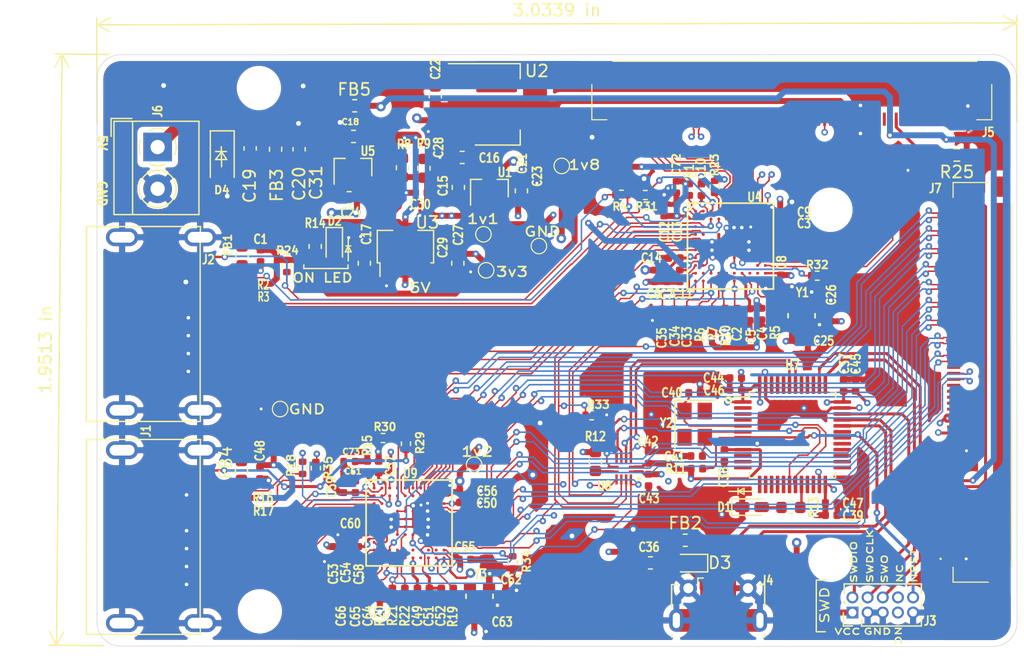
<source format=kicad_pcb>
(kicad_pcb (version 20171130) (host pcbnew "(5.1.10)-1")
  (layers (0 F.Cu signal) (1 In1.Cu signal) (2 In2.Cu signal) (31 B.Cu signal) (34 B.Paste user) (35 F.Paste user) (36 B.SilkS user) (37 F.SilkS user) (38 B.Mask user) (39 F.Mask user) (44 Edge.Cuts user))
  (net 0 "")
  (net 1 VSN)
  (net 2 /HDMI_5V)
  (net 3 +1V1)
  (net 4 +1V8)
  (net 5 +3V3)
  (net 6 +1V2)
  (net 7 +5V)
  (net 8 "Net-(C24-Pad1)")
  (net 9 "Net-(C33-Pad1)")
  (net 10 "Net-(C34-Pad1)")
  (net 11 "Net-(C35-Pad1)")
  (net 12 VBUS)
  (net 13 /mcu_ctrl/OSCIN)
  (net 14 /mcu_ctrl/OSCOUT)
  (net 15 /hdmi_mipi_2/HDMI_5V)
  (net 16 "Net-(C64-Pad1)")
  (net 17 "Net-(C65-Pad1)")
  (net 18 "Net-(C66-Pad1)")
  (net 19 "Net-(D1-Pad2)")
  (net 20 "Net-(D2-Pad2)")
  (net 21 "Net-(FB1-Pad1)")
  (net 22 VSP)
  (net 23 "Net-(FB4-Pad1)")
  (net 24 /hdmi_mipi_2/DDC_SDA)
  (net 25 /hdmi_mipi_2/DDC_SCL)
  (net 26 /hdmi_mipi_2/CEC_OUT)
  (net 27 /CEC_OUT)
  (net 28 /DDC_SCL)
  (net 29 /DDC_SDA)
  (net 30 /mcu_ctrl/SWDIO)
  (net 31 /mcu_ctrl/SWDCLK)
  (net 32 /mcu_ctrl/SWO)
  (net 33 /mcu_ctrl/NRST)
  (net 34 /mcu_ctrl/DIFF_P)
  (net 35 /mcu_ctrl/DIFF_N)
  (net 36 "Net-(R1-Pad1)")
  (net 37 /refclk)
  (net 38 "Net-(R5-Pad2)")
  (net 39 I2C_SDA)
  (net 40 I2C_SCL)
  (net 41 /test)
  (net 42 "Net-(R12-Pad1)")
  (net 43 /mcu_ctrl/LED)
  (net 44 "Net-(R15-Pad1)")
  (net 45 "Net-(R19-Pad2)")
  (net 46 /hdmi_mipi_2/refclk)
  (net 47 /hdmi_mipi_2/test)
  (net 48 CTRL_INT)
  (net 49 RESET_N)
  (net 50 /mcu_ctrl/INT)
  (net 51 /mcu_ctrl/RST)
  (net 52 /mcu_ctrl/SCL)
  (net 53 /mcu_ctrl/SDA)
  (net 54 /CDSI1_TX_D3_N)
  (net 55 /CDSI1_TX_D3_P)
  (net 56 /CDSI1_TX_D2_N)
  (net 57 /CDSI1_TX_D2_P)
  (net 58 /CDSI1_TX_DC_N)
  (net 59 /CDSI1_TX_DC_P)
  (net 60 /CDSI1_TX_D1_N)
  (net 61 /CDSI1_TX_D1_P)
  (net 62 /CDSI1_TX_D0_N)
  (net 63 /CDSI1_TX_D0_P)
  (net 64 /CDSI0_TX_D3_N)
  (net 65 /CDSI0_TX_D3_P)
  (net 66 /CDSI0_TX_D2_N)
  (net 67 /CDSI0_TX_D2_P)
  (net 68 /CDSI0_TX_DC_N)
  (net 69 /CDSI0_TX_DC_P)
  (net 70 /CDSI0_TX_D1_N)
  (net 71 /CDSI0_TX_D1_P)
  (net 72 /CDSI0_TX_D0_N)
  (net 73 /CDSI0_TX_D0_P)
  (net 74 /hdmi_mipi_2/CDSI1_TX_D3_N)
  (net 75 /hdmi_mipi_2/CDSI1_TX_D3_P)
  (net 76 /hdmi_mipi_2/CDSI1_TX_D2_N)
  (net 77 /hdmi_mipi_2/CDSI1_TX_D2_P)
  (net 78 /hdmi_mipi_2/CDSI1_TX_DC_N)
  (net 79 /hdmi_mipi_2/CDSI1_TX_DC_P)
  (net 80 /hdmi_mipi_2/CDSI1_TX_D1_N)
  (net 81 /hdmi_mipi_2/CDSI1_TX_D1_P)
  (net 82 /hdmi_mipi_2/CDSI1_TX_D0_N)
  (net 83 /hdmi_mipi_2/CDSI1_TX_D0_P)
  (net 84 /hdmi_mipi_2/CDSI0_TX_D3_N)
  (net 85 /hdmi_mipi_2/CDSI0_TX_D3_P)
  (net 86 /hdmi_mipi_2/CDSI0_TX_D2_N)
  (net 87 /hdmi_mipi_2/CDSI0_TX_D2_P)
  (net 88 /hdmi_mipi_2/CDSI0_TX_DC_N)
  (net 89 /hdmi_mipi_2/CDSI0_TX_DC_P)
  (net 90 /hdmi_mipi_2/CDSI0_TX_D1_N)
  (net 91 /hdmi_mipi_2/CDSI0_TX_D1_P)
  (net 92 /hdmi_mipi_2/CDSI0_TX_D0_N)
  (net 93 /hdmi_mipi_2/CDSI0_TX_D0_P)
  (net 94 GND)
  (net 95 /HDMIC_P)
  (net 96 /HDMIC_N)
  (net 97 /HDMID0_P)
  (net 98 /HDMID0_N)
  (net 99 /HDMID1_P)
  (net 100 /HDMID1_N)
  (net 101 /HDMID2_P)
  (net 102 /HDMID2_N)
  (net 103 /hdmi_mipi_2/HDMID2_N)
  (net 104 /hdmi_mipi_2/HDMID2_P)
  (net 105 /hdmi_mipi_2/HDMID1_N)
  (net 106 /hdmi_mipi_2/HDMID1_P)
  (net 107 /hdmi_mipi_2/HDMID0_N)
  (net 108 /hdmi_mipi_2/HDMID0_P)
  (net 109 /hdmi_mipi_2/HDMIC_N)
  (net 110 /hdmi_mipi_2/HDMIC_P)
  (net 111 "Net-(D3-Pad1)")
  (net 112 /hdmi_mipi_2/HDMI_HPDO)
  (net 113 /HDMI_HPD0)
  (net 114 "Net-(R4-Pad1)")
  (net 115 "Net-(R18-Pad1)")
  (net 116 /HPDI)
  (net 117 /hdmi_mipi_2/HPDI)
  (net 118 "Net-(R31-Pad1)")
  (net 119 "Net-(R32-Pad2)")
  (net 120 "Net-(R34-Pad2)")
  (net 121 "Net-(R35-Pad1)")
  (net 122 /power/5V_IN)
  (module 60_PIN_FPC:XF2M60151AH (layer F.Cu) (at 174.66 77.46 90)
    (fp_text reference J7 (at 16.25 -3.95) (layer F.SilkS) (effects (font (size 0.75 0.6))))
    (fp_text value XF2M60151AH hide)
    (pad MP2 smd rect (at 16.4 1.5 180) (size 1.5 1.7) (layers F.Cu F.Paste F.Mask))
    (pad MP1 smd rect (at -16.4 1.5 180) (size 1.5 1.7) (layers F.Cu F.Paste F.Mask))
    (pad 60 smd rect (at 14.75 -2.4 90) (size 0.25 1.1) (layers F.Cu F.Paste F.Mask))
    (pad 59 smd rect (at 14.25 -2.4 90) (size 0.25 1.1) (layers F.Cu F.Paste F.Mask) (net 74 /hdmi_mipi_2/CDSI1_TX_D3_N))
    (pad 58 smd rect (at 13.75 -2.4 90) (size 0.25 1.1) (layers F.Cu F.Paste F.Mask) (net 75 /hdmi_mipi_2/CDSI1_TX_D3_P))
    (pad 57 smd rect (at 13.25 -2.4 90) (size 0.25 1.1) (layers F.Cu F.Paste F.Mask))
    (pad 56 smd rect (at 12.75 -2.4 90) (size 0.25 1.1) (layers F.Cu F.Paste F.Mask) (net 76 /hdmi_mipi_2/CDSI1_TX_D2_N))
    (pad 55 smd rect (at 12.25 -2.4 90) (size 0.25 1.1) (layers F.Cu F.Paste F.Mask) (net 77 /hdmi_mipi_2/CDSI1_TX_D2_P))
    (pad 54 smd rect (at 11.75 -2.4 90) (size 0.25 1.1) (layers F.Cu F.Paste F.Mask))
    (pad 53 smd rect (at 11.25 -2.4 90) (size 0.25 1.1) (layers F.Cu F.Paste F.Mask) (net 78 /hdmi_mipi_2/CDSI1_TX_DC_N))
    (pad 52 smd rect (at 10.75 -2.4 90) (size 0.25 1.1) (layers F.Cu F.Paste F.Mask) (net 79 /hdmi_mipi_2/CDSI1_TX_DC_P))
    (pad 51 smd rect (at 10.25 -2.4 90) (size 0.25 1.1) (layers F.Cu F.Paste F.Mask))
    (pad 50 smd rect (at 9.75 -2.4 90) (size 0.25 1.1) (layers F.Cu F.Paste F.Mask) (net 80 /hdmi_mipi_2/CDSI1_TX_D1_N))
    (pad 49 smd rect (at 9.25 -2.4 90) (size 0.25 1.1) (layers F.Cu F.Paste F.Mask) (net 81 /hdmi_mipi_2/CDSI1_TX_D1_P))
    (pad 48 smd rect (at 8.75 -2.4 90) (size 0.25 1.1) (layers F.Cu F.Paste F.Mask))
    (pad 47 smd rect (at 8.25 -2.4 90) (size 0.25 1.1) (layers F.Cu F.Paste F.Mask) (net 82 /hdmi_mipi_2/CDSI1_TX_D0_N))
    (pad 46 smd rect (at 7.75 -2.4 90) (size 0.25 1.1) (layers F.Cu F.Paste F.Mask) (net 83 /hdmi_mipi_2/CDSI1_TX_D0_P))
    (pad 45 smd rect (at 7.25 -2.4 90) (size 0.25 1.1) (layers F.Cu F.Paste F.Mask))
    (pad 44 smd rect (at 6.75 -2.4 90) (size 0.25 1.1) (layers F.Cu F.Paste F.Mask) (net 84 /hdmi_mipi_2/CDSI0_TX_D3_N))
    (pad 43 smd rect (at 6.25 -2.4 90) (size 0.25 1.1) (layers F.Cu F.Paste F.Mask) (net 85 /hdmi_mipi_2/CDSI0_TX_D3_P))
    (pad 42 smd rect (at 5.75 -2.4 90) (size 0.25 1.1) (layers F.Cu F.Paste F.Mask))
    (pad 41 smd rect (at 5.25 -2.4 90) (size 0.25 1.1) (layers F.Cu F.Paste F.Mask) (net 86 /hdmi_mipi_2/CDSI0_TX_D2_N))
    (pad 40 smd rect (at 4.75 -2.4 90) (size 0.25 1.1) (layers F.Cu F.Paste F.Mask) (net 87 /hdmi_mipi_2/CDSI0_TX_D2_P))
    (pad 39 smd rect (at 4.25 -2.4 90) (size 0.25 1.1) (layers F.Cu F.Paste F.Mask))
    (pad 38 smd rect (at 3.75 -2.4 90) (size 0.25 1.1) (layers F.Cu F.Paste F.Mask) (net 88 /hdmi_mipi_2/CDSI0_TX_DC_N))
    (pad 37 smd rect (at 3.25 -2.4 90) (size 0.25 1.1) (layers F.Cu F.Paste F.Mask) (net 89 /hdmi_mipi_2/CDSI0_TX_DC_P))
    (pad 36 smd rect (at 2.75 -2.4 90) (size 0.25 1.1) (layers F.Cu F.Paste F.Mask))
    (pad 35 smd rect (at 2.25 -2.4 90) (size 0.25 1.1) (layers F.Cu F.Paste F.Mask) (net 90 /hdmi_mipi_2/CDSI0_TX_D1_N))
    (pad 34 smd rect (at 1.75 -2.4 90) (size 0.25 1.1) (layers F.Cu F.Paste F.Mask) (net 91 /hdmi_mipi_2/CDSI0_TX_D1_P))
    (pad 33 smd rect (at 1.25 -2.4 90) (size 0.25 1.1) (layers F.Cu F.Paste F.Mask))
    (pad 32 smd rect (at 0.75 -2.4 90) (size 0.25 1.1) (layers F.Cu F.Paste F.Mask) (net 92 /hdmi_mipi_2/CDSI0_TX_D0_N))
    (pad 31 smd rect (at 0.25 -2.4 90) (size 0.25 1.1) (layers F.Cu F.Paste F.Mask) (net 93 /hdmi_mipi_2/CDSI0_TX_D0_P))
    (pad 30 smd rect (at -0.25 -2.4 90) (size 0.25 1.1) (layers F.Cu F.Paste F.Mask))
    (pad 29 smd rect (at -0.75 -2.4 90) (size 0.25 1.1) (layers F.Cu F.Paste F.Mask))
    (pad 28 smd rect (at -1.25 -2.4 90) (size 0.25 1.1) (layers F.Cu F.Paste F.Mask))
    (pad 27 smd rect (at -1.75 -2.4 90) (size 0.25 1.1) (layers F.Cu F.Paste F.Mask))
    (pad 26 smd rect (at -2.25 -2.4 90) (size 0.25 1.1) (layers F.Cu F.Paste F.Mask))
    (pad 25 smd rect (at -2.75 -2.4 90) (size 0.25 1.1) (layers F.Cu F.Paste F.Mask) (net 5 +3V3))
    (pad 24 smd rect (at -3.25 -2.4 90) (size 0.25 1.1) (layers F.Cu F.Paste F.Mask) (net 5 +3V3))
    (pad 23 smd rect (at -3.75 -2.4 90) (size 0.25 1.1) (layers F.Cu F.Paste F.Mask))
    (pad 22 smd rect (at -4.25 -2.4 90) (size 0.25 1.1) (layers F.Cu F.Paste F.Mask) (net 4 +1V8))
    (pad 21 smd rect (at -4.75 -2.4 90) (size 0.25 1.1) (layers F.Cu F.Paste F.Mask))
    (pad 20 smd rect (at -5.25 -2.4 90) (size 0.25 1.1) (layers F.Cu F.Paste F.Mask))
    (pad 19 smd rect (at -5.75 -2.4 90) (size 0.25 1.1) (layers F.Cu F.Paste F.Mask) (net 94 GND))
    (pad 18 smd rect (at -6.25 -2.4 90) (size 0.25 1.1) (layers F.Cu F.Paste F.Mask))
    (pad 17 smd rect (at -6.75 -2.4 90) (size 0.25 1.1) (layers F.Cu F.Paste F.Mask))
    (pad 16 smd rect (at -7.25 -2.4 90) (size 0.25 1.1) (layers F.Cu F.Paste F.Mask))
    (pad 15 smd rect (at -7.75 -2.4 90) (size 0.25 1.1) (layers F.Cu F.Paste F.Mask))
    (pad 14 smd rect (at -8.25 -2.4 90) (size 0.25 1.1) (layers F.Cu F.Paste F.Mask) (net 22 VSP))
    (pad 13 smd rect (at -8.75 -2.4 90) (size 0.25 1.1) (layers F.Cu F.Paste F.Mask) (net 1 VSN))
    (pad 12 smd rect (at -9.25 -2.4 90) (size 0.25 1.1) (layers F.Cu F.Paste F.Mask))
    (pad 11 smd rect (at -9.75 -2.4 90) (size 0.25 1.1) (layers F.Cu F.Paste F.Mask))
    (pad 10 smd rect (at -10.25 -2.4 90) (size 0.25 1.1) (layers F.Cu F.Paste F.Mask))
    (pad 9 smd rect (at -10.75 -2.4 90) (size 0.25 1.1) (layers F.Cu F.Paste F.Mask))
    (pad 8 smd rect (at -11.25 -2.4 90) (size 0.25 1.1) (layers F.Cu F.Paste F.Mask))
    (pad 7 smd rect (at -11.75 -2.4 90) (size 0.25 1.1) (layers F.Cu F.Paste F.Mask))
    (pad 6 smd rect (at -12.25 -2.4 90) (size 0.25 1.1) (layers F.Cu F.Paste F.Mask))
    (pad 5 smd rect (at -12.75 -2.4 90) (size 0.25 1.1) (layers F.Cu F.Paste F.Mask))
    (pad 4 smd rect (at -13.25 -2.4 90) (size 0.25 1.1) (layers F.Cu F.Paste F.Mask))
    (pad 3 smd rect (at -13.75 -2.4 90) (size 0.25 1.1) (layers F.Cu F.Paste F.Mask))
    (pad 2 smd rect (at -14.25 -2.4 90) (size 0.25 1.1) (layers F.Cu F.Paste F.Mask))
    (pad 1 smd rect (at -14.75 -2.4 90) (size 0.25 1.1) (layers F.Cu F.Paste F.Mask) (net 94 GND))
  )
  (module Resistor_SMD:R_0603_1608Metric (layer F.Cu) (at 126.09 59.47 270)
    (fp_text reference R8 (at -1.95 -0.125) (layer F.SilkS) (effects (font (size 0.75 0.6))))
    (fp_text value 4k)
    (pad 2 smd roundrect (at 0.7875 0 270) (size 0.875 0.95) (layers F.Cu F.Paste F.Mask) (net 3 +1V1))
    (pad 1 smd roundrect (at -0.7875 0 270) (size 0.875 0.95) (layers F.Cu F.Paste F.Mask) (net 8 "Net-(C24-Pad1)"))
  )
  (module Capacitor_SMD:C_0402_1005Metric (layer F.Cu) (at 129.065 55.975 270)
    (fp_text reference C28 (at 1.8 -0.05 90) (layer F.SilkS) (effects (font (size 0.75 0.6))))
    (fp_text value 0.1uF)
    (pad 1 smd roundrect (at -0.485 0 270) (size 0.59 0.64) (layers F.Cu F.Paste F.Mask) (net 4 +1V8))
    (pad 2 smd roundrect (at 0.485 0 270) (size 0.59 0.64) (layers F.Cu F.Paste F.Mask) (net 94 GND))
  )
  (module Package_TO_SOT_SMD:SOT-223-3_TabPin2 (layer F.Cu) (at 134.04 54.16)
    (fp_text reference U2 (at 3.3 -2.8) (layer F.SilkS))
    (fp_text value AX1007E18A)
    (pad 2 smd rect (at 3.15 0) (size 2 3.8) (layers F.Cu F.Paste F.Mask) (net 4 +1V8))
    (pad 2 smd rect (at -3.15 0) (size 2 1.5) (layers F.Cu F.Paste F.Mask) (net 4 +1V8))
    (pad 3 smd rect (at -3.15 2.3) (size 2 1.5) (layers F.Cu F.Paste F.Mask) (net 7 +5V))
    (pad 1 smd rect (at -3.15 -2.3) (size 2 1.5) (layers F.Cu F.Paste F.Mask) (net 94 GND))
  )
  (module HDMI:HDMI-019S (layer F.Cu) (at 109.9 72.55 270)
    (fp_text reference J2 (at -5.375 0.075 180) (layer F.SilkS) (effects (font (size 0.75 0.6))))
    (fp_text value HDMI-019S)
    (pad SH thru_hole oval (at -7.25 7.3 270) (size 1.5 2.7) (drill oval 0.9 2.1) (layers *.Cu *.Mask) (net 94 GND))
    (pad SH thru_hole oval (at -7.25 0.76 270) (size 1.5 2.7) (drill oval 0.9 2.1) (layers *.Cu *.Mask) (net 94 GND))
    (pad SH thru_hole oval (at 7.25 0.76 270) (size 1.5 2.7) (drill oval 0.9 2.1) (layers *.Cu *.Mask) (net 94 GND))
    (pad SH thru_hole oval (at 7.25 7.3 270) (size 1.5 2.7) (drill oval 0.9 2.1) (layers *.Cu *.Mask) (net 94 GND))
    (pad 19 smd rect (at -4.5 0 270) (size 0.28 2.6) (layers F.Cu F.Paste F.Mask) (net 113 /HDMI_HPD0))
    (pad 18 smd rect (at -4 0 270) (size 0.28 2.6) (layers F.Cu F.Paste F.Mask) (net 21 "Net-(FB1-Pad1)"))
    (pad 17 smd rect (at -3.5 0 270) (size 0.28 2.6) (layers F.Cu F.Paste F.Mask) (net 94 GND))
    (pad 16 smd rect (at -3 0 270) (size 0.28 2.6) (layers F.Cu F.Paste F.Mask) (net 29 /DDC_SDA))
    (pad 15 smd rect (at -2.5 0 270) (size 0.28 2.6) (layers F.Cu F.Paste F.Mask) (net 28 /DDC_SCL))
    (pad 14 smd rect (at -2 0 270) (size 0.28 2.6) (layers F.Cu F.Paste F.Mask))
    (pad 13 smd rect (at -1.5 0 270) (size 0.28 2.6) (layers F.Cu F.Paste F.Mask) (net 27 /CEC_OUT))
    (pad 12 smd rect (at -1 0 270) (size 0.28 2.6) (layers F.Cu F.Paste F.Mask) (net 96 /HDMIC_N))
    (pad 11 smd rect (at -0.5 0 270) (size 0.28 2.6) (layers F.Cu F.Paste F.Mask) (net 94 GND))
    (pad 10 smd rect (at 0 0 270) (size 0.28 2.6) (layers F.Cu F.Paste F.Mask) (net 95 /HDMIC_P))
    (pad 9 smd rect (at 0.5 0 270) (size 0.28 2.6) (layers F.Cu F.Paste F.Mask) (net 98 /HDMID0_N))
    (pad 8 smd rect (at 1 0 270) (size 0.28 2.6) (layers F.Cu F.Paste F.Mask) (net 94 GND))
    (pad 7 smd rect (at 1.5 0 270) (size 0.28 2.6) (layers F.Cu F.Paste F.Mask) (net 97 /HDMID0_P))
    (pad 6 smd rect (at 2 0 270) (size 0.28 2.6) (layers F.Cu F.Paste F.Mask) (net 100 /HDMID1_N))
    (pad 5 smd rect (at 2.5 0 270) (size 0.28 2.6) (layers F.Cu F.Paste F.Mask) (net 94 GND))
    (pad 4 smd rect (at 3 0 270) (size 0.28 2.6) (layers F.Cu F.Paste F.Mask) (net 99 /HDMID1_P))
    (pad 3 smd rect (at 3.5 0 270) (size 0.28 2.6) (layers F.Cu F.Paste F.Mask) (net 102 /HDMID2_N))
    (pad 2 smd rect (at 4 0 270) (size 0.28 2.6) (layers F.Cu F.Paste F.Mask) (net 94 GND))
    (pad 1 smd rect (at 4.5 0 270) (size 0.28 2.6) (layers F.Cu F.Paste F.Mask) (net 101 /HDMID2_P))
  )
  (module HDMI:HDMI-019S (layer F.Cu) (at 109.9 90.4 270)
    (fp_text reference J1 (at -8.85 5.3 90) (layer F.SilkS) (effects (font (size 0.75 0.6))))
    (fp_text value HDMI-019S)
    (pad SH thru_hole oval (at -7.25 7.3 270) (size 1.5 2.7) (drill oval 0.9 2.1) (layers *.Cu *.Mask) (net 94 GND))
    (pad SH thru_hole oval (at -7.25 0.76 270) (size 1.5 2.7) (drill oval 0.9 2.1) (layers *.Cu *.Mask) (net 94 GND))
    (pad SH thru_hole oval (at 7.25 0.76 270) (size 1.5 2.7) (drill oval 0.9 2.1) (layers *.Cu *.Mask) (net 94 GND))
    (pad SH thru_hole oval (at 7.25 7.3 270) (size 1.5 2.7) (drill oval 0.9 2.1) (layers *.Cu *.Mask) (net 94 GND))
    (pad 19 smd rect (at -4.5 0 270) (size 0.28 2.6) (layers F.Cu F.Paste F.Mask) (net 112 /hdmi_mipi_2/HDMI_HPDO))
    (pad 18 smd rect (at -4 0 270) (size 0.28 2.6) (layers F.Cu F.Paste F.Mask) (net 23 "Net-(FB4-Pad1)"))
    (pad 17 smd rect (at -3.5 0 270) (size 0.28 2.6) (layers F.Cu F.Paste F.Mask) (net 94 GND))
    (pad 16 smd rect (at -3 0 270) (size 0.28 2.6) (layers F.Cu F.Paste F.Mask) (net 24 /hdmi_mipi_2/DDC_SDA))
    (pad 15 smd rect (at -2.5 0 270) (size 0.28 2.6) (layers F.Cu F.Paste F.Mask) (net 25 /hdmi_mipi_2/DDC_SCL))
    (pad 14 smd rect (at -2 0 270) (size 0.28 2.6) (layers F.Cu F.Paste F.Mask))
    (pad 13 smd rect (at -1.5 0 270) (size 0.28 2.6) (layers F.Cu F.Paste F.Mask) (net 26 /hdmi_mipi_2/CEC_OUT))
    (pad 12 smd rect (at -1 0 270) (size 0.28 2.6) (layers F.Cu F.Paste F.Mask) (net 109 /hdmi_mipi_2/HDMIC_N))
    (pad 11 smd rect (at -0.5 0 270) (size 0.28 2.6) (layers F.Cu F.Paste F.Mask) (net 94 GND))
    (pad 10 smd rect (at 0 0 270) (size 0.28 2.6) (layers F.Cu F.Paste F.Mask) (net 110 /hdmi_mipi_2/HDMIC_P))
    (pad 9 smd rect (at 0.5 0 270) (size 0.28 2.6) (layers F.Cu F.Paste F.Mask) (net 107 /hdmi_mipi_2/HDMID0_N))
    (pad 8 smd rect (at 1 0 270) (size 0.28 2.6) (layers F.Cu F.Paste F.Mask) (net 94 GND))
    (pad 7 smd rect (at 1.5 0 270) (size 0.28 2.6) (layers F.Cu F.Paste F.Mask) (net 108 /hdmi_mipi_2/HDMID0_P))
    (pad 6 smd rect (at 2 0 270) (size 0.28 2.6) (layers F.Cu F.Paste F.Mask) (net 105 /hdmi_mipi_2/HDMID1_N))
    (pad 5 smd rect (at 2.5 0 270) (size 0.28 2.6) (layers F.Cu F.Paste F.Mask) (net 94 GND))
    (pad 4 smd rect (at 3 0 270) (size 0.28 2.6) (layers F.Cu F.Paste F.Mask) (net 106 /hdmi_mipi_2/HDMID1_P))
    (pad 3 smd rect (at 3.5 0 270) (size 0.28 2.6) (layers F.Cu F.Paste F.Mask) (net 103 /hdmi_mipi_2/HDMID2_N))
    (pad 2 smd rect (at 4 0 270) (size 0.28 2.6) (layers F.Cu F.Paste F.Mask) (net 94 GND))
    (pad 1 smd rect (at 4.5 0 270) (size 0.28 2.6) (layers F.Cu F.Paste F.Mask) (net 104 /hdmi_mipi_2/HDMID2_P))
  )
  (module Capacitor_SMD:C_0402_1005Metric (layer F.Cu) (at 114.2 66.85 270)
    (fp_text reference C1 (at -1.385 0) (layer F.SilkS) (effects (font (size 0.75 0.6))))
    (fp_text value 10n)
    (pad 2 smd roundrect (at 0.485 0 270) (size 0.59 0.64) (layers F.Cu F.Paste F.Mask) (net 94 GND))
    (pad 1 smd roundrect (at -0.485 0 270) (size 0.59 0.64) (layers F.Cu F.Paste F.Mask) (net 2 /HDMI_5V))
  )
  (module Capacitor_SMD:C_0402_1005Metric (layer F.Cu) (at 154.11 71.74 270)
    (fp_text reference C2 (at 1.675 0 270) (layer F.SilkS) (effects (font (size 0.75 0.6))))
    (fp_text value 0.1u)
    (pad 2 smd roundrect (at 0.485 0 270) (size 0.59 0.64) (layers F.Cu F.Paste F.Mask) (net 94 GND))
    (pad 1 smd roundrect (at -0.485 0 270) (size 0.59 0.64) (layers F.Cu F.Paste F.Mask) (net 3 +1V1))
  )
  (module Capacitor_SMD:C_0402_1005Metric (layer F.Cu) (at 158.205 64.19)
    (fp_text reference C3 (at 1.515 -0.04) (layer F.SilkS) (effects (font (size 0.75 0.6))))
    (fp_text value 10n)
    (pad 1 smd roundrect (at -0.485 0) (size 0.59 0.64) (layers F.Cu F.Paste F.Mask) (net 3 +1V1))
    (pad 2 smd roundrect (at 0.485 0) (size 0.59 0.64) (layers F.Cu F.Paste F.Mask) (net 94 GND))
  )
  (module Capacitor_SMD:C_0402_1005Metric (layer F.Cu) (at 156.16 71.74 270)
    (fp_text reference C4 (at 1.625 -0.075 270) (layer F.SilkS) (effects (font (size 0.75 0.6))))
    (fp_text value 0.1u)
    (pad 2 smd roundrect (at 0.485 0 270) (size 0.59 0.64) (layers F.Cu F.Paste F.Mask) (net 94 GND))
    (pad 1 smd roundrect (at -0.485 0 270) (size 0.59 0.64) (layers F.Cu F.Paste F.Mask) (net 4 +1V8))
  )
  (module Capacitor_SMD:C_0402_1005Metric (layer F.Cu) (at 155.16 71.79 270)
    (fp_text reference C5 (at 1.825 -0.125 270) (layer F.SilkS) (effects (font (size 0.75 0.6))))
    (fp_text value 10n)
    (pad 1 smd roundrect (at -0.485 0 270) (size 0.59 0.64) (layers F.Cu F.Paste F.Mask) (net 4 +1V8))
    (pad 2 smd roundrect (at 0.485 0 270) (size 0.59 0.64) (layers F.Cu F.Paste F.Mask) (net 94 GND))
  )
  (module Capacitor_SMD:C_0402_1005Metric (layer F.Cu) (at 147.21 68.54 270)
    (fp_text reference C6 (at 1.5 0.075 180) (layer F.SilkS) (effects (font (size 0.75 0.6))))
    (fp_text value 0.1u)
    (pad 2 smd roundrect (at 0.485 0 270) (size 0.59 0.64) (layers F.Cu F.Paste F.Mask) (net 94 GND))
    (pad 1 smd roundrect (at -0.485 0 270) (size 0.59 0.64) (layers F.Cu F.Paste F.Mask) (net 5 +3V3))
  )
  (module Capacitor_SMD:C_0402_1005Metric (layer F.Cu) (at 148.26 68.54 270)
    (fp_text reference C7 (at 1.55 0.05 180) (layer F.SilkS) (effects (font (size 0.75 0.6))))
    (fp_text value 10n)
    (pad 1 smd roundrect (at -0.485 0 270) (size 0.59 0.64) (layers F.Cu F.Paste F.Mask) (net 5 +3V3))
    (pad 2 smd roundrect (at 0.485 0 270) (size 0.59 0.64) (layers F.Cu F.Paste F.Mask) (net 94 GND))
  )
  (module Capacitor_SMD:C_0402_1005Metric (layer F.Cu) (at 157.79 68.95 270)
    (fp_text reference C8 (at -1.54 -0.06 90) (layer F.SilkS) (effects (font (size 0.75 0.6))))
    (fp_text value 0.1u)
    (pad 2 smd roundrect (at 0.485 0 270) (size 0.59 0.64) (layers F.Cu F.Paste F.Mask) (net 94 GND))
    (pad 1 smd roundrect (at -0.485 0 270) (size 0.59 0.64) (layers F.Cu F.Paste F.Mask) (net 6 +1V2))
  )
  (module Capacitor_SMD:C_0402_1005Metric (layer F.Cu) (at 158.215 63.19)
    (fp_text reference C9 (at 1.515 0.01) (layer F.SilkS) (effects (font (size 0.75 0.6))))
    (fp_text value 10n)
    (pad 1 smd roundrect (at -0.485 0) (size 0.59 0.64) (layers F.Cu F.Paste F.Mask) (net 6 +1V2))
    (pad 2 smd roundrect (at 0.485 0) (size 0.59 0.64) (layers F.Cu F.Paste F.Mask) (net 94 GND))
  )
  (module Capacitor_SMD:C_0402_1005Metric (layer F.Cu) (at 151.13 61.32 90)
    (fp_text reference C10 (at 1.8 -0.05 90) (layer F.SilkS) (effects (font (size 0.75 0.6))))
    (fp_text value 0.1u)
    (pad 1 smd roundrect (at -0.485 0 90) (size 0.59 0.64) (layers F.Cu F.Paste F.Mask) (net 3 +1V1))
    (pad 2 smd roundrect (at 0.485 0 90) (size 0.59 0.64) (layers F.Cu F.Paste F.Mask) (net 94 GND))
  )
  (module Capacitor_SMD:C_0402_1005Metric (layer F.Cu) (at 149.31 68.54 270)
    (fp_text reference C11 (at 1.5 -0.25 180) (layer F.SilkS) (effects (font (size 0.75 0.6))))
    (fp_text value 10n)
    (pad 2 smd roundrect (at 0.485 0 270) (size 0.59 0.64) (layers F.Cu F.Paste F.Mask) (net 94 GND))
    (pad 1 smd roundrect (at -0.485 0 270) (size 0.59 0.64) (layers F.Cu F.Paste F.Mask) (net 3 +1V1))
  )
  (module Capacitor_SMD:C_0402_1005Metric (layer F.Cu) (at 148.01 63.03 90)
    (fp_text reference C12 (at -1.81 0.025 90) (layer F.SilkS) (effects (font (size 0.75 0.6))))
    (fp_text value 0.1u)
    (pad 1 smd roundrect (at -0.485 0 90) (size 0.59 0.64) (layers F.Cu F.Paste F.Mask) (net 5 +3V3))
    (pad 2 smd roundrect (at 0.485 0 90) (size 0.59 0.64) (layers F.Cu F.Paste F.Mask) (net 94 GND))
  )
  (module Capacitor_SMD:C_0402_1005Metric (layer F.Cu) (at 149.06 63.03 90)
    (fp_text reference C13 (at -1.81 0.05 90) (layer F.SilkS) (effects (font (size 0.75 0.6))))
    (fp_text value 10n)
    (pad 2 smd roundrect (at 0.485 0 90) (size 0.59 0.64) (layers F.Cu F.Paste F.Mask) (net 94 GND))
    (pad 1 smd roundrect (at -0.485 0 90) (size 0.59 0.64) (layers F.Cu F.Paste F.Mask) (net 5 +3V3))
  )
  (module Capacitor_SMD:C_0402_1005Metric (layer F.Cu) (at 148.86 67.04 180)
    (fp_text reference C14 (at 1.915 0) (layer F.SilkS) (effects (font (size 0.75 0.6))))
    (fp_text value 10n)
    (pad 2 smd roundrect (at 0.485 0 180) (size 0.59 0.64) (layers F.Cu F.Paste F.Mask) (net 94 GND))
    (pad 1 smd roundrect (at -0.485 0 180) (size 0.59 0.64) (layers F.Cu F.Paste F.Mask) (net 5 +3V3))
  )
  (module Capacitor_SMD:C_0603_1608Metric (layer F.Cu) (at 130.77 61.1225 270)
    (fp_text reference C15 (at -0.1325 1.29 90) (layer F.SilkS) (effects (font (size 0.75 0.6))))
    (fp_text value 10u)
    (pad 1 smd roundrect (at -0.7875 0 270) (size 0.875 0.95) (layers F.Cu F.Paste F.Mask) (net 7 +5V))
    (pad 2 smd roundrect (at 0.7875 0 270) (size 0.875 0.95) (layers F.Cu F.Paste F.Mask) (net 94 GND))
  )
  (module Capacitor_SMD:C_0603_1608Metric (layer F.Cu) (at 131.09 58.61 180)
    (fp_text reference C16 (at -2.27 -0.04 180) (layer F.SilkS) (effects (font (size 0.75 0.6))))
    (fp_text value 10uF)
    (pad 2 smd roundrect (at 0.7875 0 180) (size 0.875 0.95) (layers F.Cu F.Paste F.Mask) (net 94 GND))
    (pad 1 smd roundrect (at -0.7875 0 180) (size 0.875 0.95) (layers F.Cu F.Paste F.Mask) (net 7 +5V))
  )
  (module Capacitor_SMD:C_0603_1608Metric (layer F.Cu) (at 122.894 67.48 90)
    (fp_text reference C17 (at 2.42 0.176 270) (layer F.SilkS) (effects (font (size 0.75 0.6))))
    (fp_text value 1uF)
    (pad 2 smd roundrect (at 0.7875 0 90) (size 0.875 0.95) (layers F.Cu F.Paste F.Mask) (net 94 GND))
    (pad 1 smd roundrect (at -0.7875 0 90) (size 0.875 0.95) (layers F.Cu F.Paste F.Mask) (net 7 +5V))
  )
  (module Capacitor_SMD:C_0603_1608Metric (layer F.Cu) (at 121.99 56.85 180)
    (fp_text reference C18 (at 0.27 1.22 180) (layer F.SilkS) (effects (font (size 0.5 0.5) (thickness 0.125))))
    (fp_text value 10u)
    (pad 2 smd roundrect (at 0.7875 0 180) (size 0.875 0.95) (layers F.Cu F.Paste F.Mask) (net 94 GND))
    (pad 1 smd roundrect (at -0.7875 0 180) (size 0.875 0.95) (layers F.Cu F.Paste F.Mask) (net 7 +5V))
  )
  (module Capacitor_SMD:C_0603_1608Metric (layer F.Cu) (at 128.84 53.4475 90)
    (fp_text reference C22 (at 2.2375 0.02 90) (layer F.SilkS) (effects (font (size 0.75 0.6))))
    (fp_text value 10uF)
    (pad 1 smd roundrect (at -0.7875 0 90) (size 0.875 0.95) (layers F.Cu F.Paste F.Mask) (net 4 +1V8))
    (pad 2 smd roundrect (at 0.7875 0 90) (size 0.875 0.95) (layers F.Cu F.Paste F.Mask) (net 94 GND))
  )
  (module Capacitor_SMD:C_0603_1608Metric (layer F.Cu) (at 121.62 61.99 180)
    (fp_text reference C24 (at -0.15 -1.25) (layer F.SilkS) (effects (font (size 0.75 0.6))))
    (fp_text value 10u)
    (pad 2 smd roundrect (at 0.7875 0 180) (size 0.875 0.95) (layers F.Cu F.Paste F.Mask) (net 94 GND))
    (pad 1 smd roundrect (at -0.7875 0 180) (size 0.875 0.95) (layers F.Cu F.Paste F.Mask) (net 8 "Net-(C24-Pad1)"))
  )
  (module Capacitor_SMD:C_0402_1005Metric (layer F.Cu) (at 149.91 71.79 270)
    (fp_text reference C33 (at 1.865 0 90) (layer F.SilkS) (effects (font (size 0.75 0.6))))
    (fp_text value 0.1u)
    (pad 1 smd roundrect (at -0.485 0 270) (size 0.59 0.64) (layers F.Cu F.Paste F.Mask) (net 9 "Net-(C33-Pad1)"))
    (pad 2 smd roundrect (at 0.485 0 270) (size 0.59 0.64) (layers F.Cu F.Paste F.Mask) (net 94 GND))
  )
  (module Capacitor_SMD:C_0402_1005Metric (layer F.Cu) (at 148.86 71.79 270)
    (fp_text reference C34 (at 1.8 -0.05 90) (layer F.SilkS) (effects (font (size 0.75 0.6))))
    (fp_text value 0.1u)
    (pad 1 smd roundrect (at -0.485 0 270) (size 0.59 0.64) (layers F.Cu F.Paste F.Mask) (net 10 "Net-(C34-Pad1)"))
    (pad 2 smd roundrect (at 0.485 0 270) (size 0.59 0.64) (layers F.Cu F.Paste F.Mask) (net 94 GND))
  )
  (module Capacitor_SMD:C_0402_1005Metric (layer F.Cu) (at 147.86 71.79 270)
    (fp_text reference C35 (at 1.95 0.05 90) (layer F.SilkS) (effects (font (size 0.75 0.6))))
    (fp_text value 0.1u)
    (pad 2 smd roundrect (at 0.485 0 270) (size 0.59 0.64) (layers F.Cu F.Paste F.Mask) (net 94 GND))
    (pad 1 smd roundrect (at -0.485 0 270) (size 0.59 0.64) (layers F.Cu F.Paste F.Mask) (net 11 "Net-(C35-Pad1)"))
  )
  (module Capacitor_SMD:C_0603_1608Metric (layer F.Cu) (at 146.86 92.6 180)
    (fp_text reference C36 (at 0.12 1.32) (layer F.SilkS) (effects (font (size 0.75 0.6))))
    (fp_text value 10u)
    (pad 2 smd roundrect (at 0.7875 0 180) (size 0.875 0.95) (layers F.Cu F.Paste F.Mask) (net 94 GND))
    (pad 1 smd roundrect (at -0.7875 0 180) (size 0.875 0.95) (layers F.Cu F.Paste F.Mask) (net 12 VBUS))
  )
  (module Capacitor_SMD:C_0402_1005Metric (layer F.Cu) (at 150.55 78.34)
    (fp_text reference C40 (at -1.9 0) (layer F.SilkS) (effects (font (size 0.75 0.6))))
    (fp_text value 18p)
    (pad 1 smd roundrect (at -0.485 0) (size 0.59 0.64) (layers F.Cu F.Paste F.Mask) (net 13 /mcu_ctrl/OSCIN))
    (pad 2 smd roundrect (at 0.485 0) (size 0.59 0.64) (layers F.Cu F.Paste F.Mask) (net 94 GND))
  )
  (module Capacitor_SMD:C_0402_1005Metric (layer F.Cu) (at 150.73 83.64 180)
    (fp_text reference C41 (at 1.85 -0.05) (layer F.SilkS) (effects (font (size 0.75 0.6))))
    (fp_text value 18p)
    (pad 1 smd roundrect (at -0.485 0 180) (size 0.59 0.64) (layers F.Cu F.Paste F.Mask) (net 14 /mcu_ctrl/OSCOUT))
    (pad 2 smd roundrect (at 0.485 0 180) (size 0.59 0.64) (layers F.Cu F.Paste F.Mask) (net 94 GND))
  )
  (module LED_SMD:LED_0603_1608Metric_Castellated (layer F.Cu) (at 155.3575 87.92)
    (fp_text reference D1 (at -2.3 0) (layer F.SilkS) (effects (font (size 0.75 0.6))))
    (fp_text value LED_Small)
    (pad 1 smd roundrect (at -0.8125 0) (size 1.225 0.85) (layers F.Cu F.Paste F.Mask) (net 94 GND))
    (pad 2 smd roundrect (at 0.8125 0) (size 1.225 0.85) (layers F.Cu F.Paste F.Mask) (net 19 "Net-(D1-Pad2)"))
  )
  (module LED_SMD:LED_0603_1608Metric_Castellated (layer F.Cu) (at 120.376 66.17 270)
    (fp_text reference D2 (at -2.24 -0.034 180) (layer F.SilkS) (effects (font (size 0.75 0.6))))
    (fp_text value LED_Small)
    (pad 2 smd roundrect (at 0.8125 0 270) (size 1.225 0.85) (layers F.Cu F.Paste F.Mask) (net 20 "Net-(D2-Pad2)"))
    (pad 1 smd roundrect (at -0.8125 0 270) (size 1.225 0.85) (layers F.Cu F.Paste F.Mask) (net 94 GND))
  )
  (module Connector_PinHeader_1.27mm:PinHeader_2x05_P1.27mm_Vertical (layer F.Cu) (at 163.78 96.76 90)
    (fp_text reference J3 (at -0.7 6.51 180) (layer F.SilkS) (effects (font (size 0.75 0.6))))
    (fp_text value Conn_02x05_Odd_Even)
    (pad 1 thru_hole rect (at 0 0 90) (size 1 1) (drill 0.65) (layers *.Cu *.Mask) (net 5 +3V3))
    (pad 2 thru_hole oval (at 1.27 0 90) (size 1 1) (drill 0.65) (layers *.Cu *.Mask) (net 30 /mcu_ctrl/SWDIO))
    (pad 3 thru_hole oval (at 0 1.27 90) (size 1 1) (drill 0.65) (layers *.Cu *.Mask) (net 94 GND))
    (pad 4 thru_hole oval (at 1.27 1.27 90) (size 1 1) (drill 0.65) (layers *.Cu *.Mask) (net 31 /mcu_ctrl/SWDCLK))
    (pad 5 thru_hole oval (at 0 2.54 90) (size 1 1) (drill 0.65) (layers *.Cu *.Mask) (net 94 GND))
    (pad 6 thru_hole oval (at 1.27 2.54 90) (size 1 1) (drill 0.65) (layers *.Cu *.Mask) (net 32 /mcu_ctrl/SWO))
    (pad 7 thru_hole oval (at 0 3.81 90) (size 1 1) (drill 0.65) (layers *.Cu *.Mask))
    (pad 8 thru_hole oval (at 1.27 3.81 90) (size 1 1) (drill 0.65) (layers *.Cu *.Mask))
    (pad 9 thru_hole oval (at 0 5.08 90) (size 1 1) (drill 0.65) (layers *.Cu *.Mask) (net 94 GND))
    (pad 10 thru_hole oval (at 1.27 5.08 90) (size 1 1) (drill 0.65) (layers *.Cu *.Mask) (net 33 /mcu_ctrl/NRST))
  )
  (module 60_PIN_FPC:XF2M60151AH (layer F.Cu) (at 158.7 53 180)
    (fp_text reference J5 (at -16.45 -3.5) (layer F.SilkS) (effects (font (size 0.75 0.6))))
    (fp_text value XF2M60151AH hide)
    (pad MP2 smd rect (at 16.4 1.5 270) (size 1.5 1.7) (layers F.Cu F.Paste F.Mask))
    (pad MP1 smd rect (at -16.4 1.5 270) (size 1.5 1.7) (layers F.Cu F.Paste F.Mask))
    (pad 60 smd rect (at 14.75 -2.4 180) (size 0.25 1.1) (layers F.Cu F.Paste F.Mask))
    (pad 59 smd rect (at 14.25 -2.4 180) (size 0.25 1.1) (layers F.Cu F.Paste F.Mask) (net 54 /CDSI1_TX_D3_N))
    (pad 58 smd rect (at 13.75 -2.4 180) (size 0.25 1.1) (layers F.Cu F.Paste F.Mask) (net 55 /CDSI1_TX_D3_P))
    (pad 57 smd rect (at 13.25 -2.4 180) (size 0.25 1.1) (layers F.Cu F.Paste F.Mask))
    (pad 56 smd rect (at 12.75 -2.4 180) (size 0.25 1.1) (layers F.Cu F.Paste F.Mask) (net 56 /CDSI1_TX_D2_N))
    (pad 55 smd rect (at 12.25 -2.4 180) (size 0.25 1.1) (layers F.Cu F.Paste F.Mask) (net 57 /CDSI1_TX_D2_P))
    (pad 54 smd rect (at 11.75 -2.4 180) (size 0.25 1.1) (layers F.Cu F.Paste F.Mask))
    (pad 53 smd rect (at 11.25 -2.4 180) (size 0.25 1.1) (layers F.Cu F.Paste F.Mask) (net 58 /CDSI1_TX_DC_N))
    (pad 52 smd rect (at 10.75 -2.4 180) (size 0.25 1.1) (layers F.Cu F.Paste F.Mask) (net 59 /CDSI1_TX_DC_P))
    (pad 51 smd rect (at 10.25 -2.4 180) (size 0.25 1.1) (layers F.Cu F.Paste F.Mask))
    (pad 50 smd rect (at 9.75 -2.4 180) (size 0.25 1.1) (layers F.Cu F.Paste F.Mask) (net 60 /CDSI1_TX_D1_N))
    (pad 49 smd rect (at 9.25 -2.4 180) (size 0.25 1.1) (layers F.Cu F.Paste F.Mask) (net 61 /CDSI1_TX_D1_P))
    (pad 48 smd rect (at 8.75 -2.4 180) (size 0.25 1.1) (layers F.Cu F.Paste F.Mask))
    (pad 47 smd rect (at 8.25 -2.4 180) (size 0.25 1.1) (layers F.Cu F.Paste F.Mask) (net 62 /CDSI1_TX_D0_N))
    (pad 46 smd rect (at 7.75 -2.4 180) (size 0.25 1.1) (layers F.Cu F.Paste F.Mask) (net 63 /CDSI1_TX_D0_P))
    (pad 45 smd rect (at 7.25 -2.4 180) (size 0.25 1.1) (layers F.Cu F.Paste F.Mask))
    (pad 44 smd rect (at 6.75 -2.4 180) (size 0.25 1.1) (layers F.Cu F.Paste F.Mask) (net 64 /CDSI0_TX_D3_N))
    (pad 43 smd rect (at 6.25 -2.4 180) (size 0.25 1.1) (layers F.Cu F.Paste F.Mask) (net 65 /CDSI0_TX_D3_P))
    (pad 42 smd rect (at 5.75 -2.4 180) (size 0.25 1.1) (layers F.Cu F.Paste F.Mask))
    (pad 41 smd rect (at 5.25 -2.4 180) (size 0.25 1.1) (layers F.Cu F.Paste F.Mask) (net 66 /CDSI0_TX_D2_N))
    (pad 40 smd rect (at 4.75 -2.4 180) (size 0.25 1.1) (layers F.Cu F.Paste F.Mask) (net 67 /CDSI0_TX_D2_P))
    (pad 39 smd rect (at 4.25 -2.4 180) (size 0.25 1.1) (layers F.Cu F.Paste F.Mask))
    (pad 38 smd rect (at 3.75 -2.4 180) (size 0.25 1.1) (layers F.Cu F.Paste F.Mask) (net 68 /CDSI0_TX_DC_N))
    (pad 37 smd rect (at 3.25 -2.4 180) (size 0.25 1.1) (layers F.Cu F.Paste F.Mask) (net 69 /CDSI0_TX_DC_P))
    (pad 36 smd rect (at 2.75 -2.4 180) (size 0.25 1.1) (layers F.Cu F.Paste F.Mask))
    (pad 35 smd rect (at 2.25 -2.4 180) (size 0.25 1.1) (layers F.Cu F.Paste F.Mask) (net 70 /CDSI0_TX_D1_N))
    (pad 34 smd rect (at 1.75 -2.4 180) (size 0.25 1.1) (layers F.Cu F.Paste F.Mask) (net 71 /CDSI0_TX_D1_P))
    (pad 33 smd rect (at 1.25 -2.4 180) (size 0.25 1.1) (layers F.Cu F.Paste F.Mask))
    (pad 32 smd rect (at 0.75 -2.4 180) (size 0.25 1.1) (layers F.Cu F.Paste F.Mask) (net 72 /CDSI0_TX_D0_N))
    (pad 31 smd rect (at 0.25 -2.4 180) (size 0.25 1.1) (layers F.Cu F.Paste F.Mask) (net 73 /CDSI0_TX_D0_P))
    (pad 30 smd rect (at -0.25 -2.4 180) (size 0.25 1.1) (layers F.Cu F.Paste F.Mask))
    (pad 29 smd rect (at -0.75 -2.4 180) (size 0.25 1.1) (layers F.Cu F.Paste F.Mask))
    (pad 28 smd rect (at -1.25 -2.4 180) (size 0.25 1.1) (layers F.Cu F.Paste F.Mask))
    (pad 27 smd rect (at -1.75 -2.4 180) (size 0.25 1.1) (layers F.Cu F.Paste F.Mask))
    (pad 26 smd rect (at -2.25 -2.4 180) (size 0.25 1.1) (layers F.Cu F.Paste F.Mask))
    (pad 25 smd rect (at -2.75 -2.4 180) (size 0.25 1.1) (layers F.Cu F.Paste F.Mask) (net 5 +3V3))
    (pad 24 smd rect (at -3.25 -2.4 180) (size 0.25 1.1) (layers F.Cu F.Paste F.Mask) (net 5 +3V3))
    (pad 23 smd rect (at -3.75 -2.4 180) (size 0.25 1.1) (layers F.Cu F.Paste F.Mask))
    (pad 22 smd rect (at -4.25 -2.4 180) (size 0.25 1.1) (layers F.Cu F.Paste F.Mask) (net 4 +1V8))
    (pad 21 smd rect (at -4.75 -2.4 180) (size 0.25 1.1) (layers F.Cu F.Paste F.Mask))
    (pad 20 smd rect (at -5.25 -2.4 180) (size 0.25 1.1) (layers F.Cu F.Paste F.Mask))
    (pad 19 smd rect (at -5.75 -2.4 180) (size 0.25 1.1) (layers F.Cu F.Paste F.Mask) (net 94 GND))
    (pad 18 smd rect (at -6.25 -2.4 180) (size 0.25 1.1) (layers F.Cu F.Paste F.Mask))
    (pad 17 smd rect (at -6.75 -2.4 180) (size 0.25 1.1) (layers F.Cu F.Paste F.Mask))
    (pad 16 smd rect (at -7.25 -2.4 180) (size 0.25 1.1) (layers F.Cu F.Paste F.Mask))
    (pad 15 smd rect (at -7.75 -2.4 180) (size 0.25 1.1) (layers F.Cu F.Paste F.Mask))
    (pad 14 smd rect (at -8.25 -2.4 180) (size 0.25 1.1) (layers F.Cu F.Paste F.Mask) (net 22 VSP))
    (pad 13 smd rect (at -8.75 -2.4 180) (size 0.25 1.1) (layers F.Cu F.Paste F.Mask) (net 1 VSN))
    (pad 12 smd rect (at -9.25 -2.4 180) (size 0.25 1.1) (layers F.Cu F.Paste F.Mask))
    (pad 11 smd rect (at -9.75 -2.4 180) (size 0.25 1.1) (layers F.Cu F.Paste F.Mask))
    (pad 10 smd rect (at -10.25 -2.4 180) (size 0.25 1.1) (layers F.Cu F.Paste F.Mask))
    (pad 9 smd rect (at -10.75 -2.4 180) (size 0.25 1.1) (layers F.Cu F.Paste F.Mask))
    (pad 8 smd rect (at -11.25 -2.4 180) (size 0.25 1.1) (layers F.Cu F.Paste F.Mask))
    (pad 7 smd rect (at -11.75 -2.4 180) (size 0.25 1.1) (layers F.Cu F.Paste F.Mask))
    (pad 6 smd rect (at -12.25 -2.4 180) (size 0.25 1.1) (layers F.Cu F.Paste F.Mask))
    (pad 5 smd rect (at -12.75 -2.4 180) (size 0.25 1.1) (layers F.Cu F.Paste F.Mask))
    (pad 4 smd rect (at -13.25 -2.4 180) (size 0.25 1.1) (layers F.Cu F.Paste F.Mask))
    (pad 3 smd rect (at -13.75 -2.4 180) (size 0.25 1.1) (layers F.Cu F.Paste F.Mask))
    (pad 2 smd rect (at -14.25 -2.4 180) (size 0.25 1.1) (layers F.Cu F.Paste F.Mask))
    (pad 1 smd rect (at -14.75 -2.4 180) (size 0.25 1.1) (layers F.Cu F.Paste F.Mask) (net 94 GND))
  )
  (module TerminalBlock_4Ucon:TerminalBlock_4Ucon_1x02_P3.50mm_Horizontal (layer F.Cu) (at 105.58 57.74 270)
    (fp_text reference J6 (at -3 0 90) (layer F.SilkS) (effects (font (size 0.75 0.6))))
    (fp_text value Conn_01x02)
    (pad 1 thru_hole rect (at 0 0 270) (size 2.4 2.4) (drill 1.2) (layers *.Cu *.Mask) (net 122 /power/5V_IN))
    (pad 2 thru_hole circle (at 3.5 0 270) (size 2.4 2.4) (drill 1.2) (layers *.Cu *.Mask) (net 94 GND))
  )
  (module Resistor_SMD:R_0402_1005Metric (layer F.Cu) (at 157.21 71.74 270)
    (fp_text reference R5 (at 1.55 -0.1 270) (layer F.SilkS) (effects (font (size 0.75 0.6))))
    (fp_text value 33R)
    (pad 1 smd roundrect (at -0.485 0 270) (size 0.59 0.64) (layers F.Cu F.Paste F.Mask) (net 37 /refclk))
    (pad 2 smd roundrect (at 0.485 0 270) (size 0.59 0.64) (layers F.Cu F.Paste F.Mask) (net 38 "Net-(R5-Pad2)"))
  )
  (module Resistor_SMD:R_0402_1005Metric (layer F.Cu) (at 153.11 71.74 90)
    (fp_text reference R10 (at -1.8 0.05 90) (layer F.SilkS) (effects (font (size 0.75 0.6))))
    (fp_text value 10k)
    (pad 1 smd roundrect (at -0.485 0 90) (size 0.59 0.64) (layers F.Cu F.Paste F.Mask) (net 94 GND))
    (pad 2 smd roundrect (at 0.485 0 90) (size 0.59 0.64) (layers F.Cu F.Paste F.Mask) (net 41 /test))
  )
  (module Resistor_SMD:R_0603_1608Metric (layer F.Cu) (at 142.25 84.1 90)
    (fp_text reference R12 (at 2.1 0 180) (layer F.SilkS) (effects (font (size 0.75 0.6))))
    (fp_text value 47k)
    (pad 1 smd roundrect (at -0.7875 0 90) (size 0.875 0.95) (layers F.Cu F.Paste F.Mask) (net 42 "Net-(R12-Pad1)"))
    (pad 2 smd roundrect (at 0.7875 0 90) (size 0.875 0.95) (layers F.Cu F.Paste F.Mask) (net 5 +3V3))
  )
  (module Resistor_SMD:R_0603_1608Metric (layer F.Cu) (at 158.62 87.95 180)
    (fp_text reference R13 (at -1.92 0.01 90) (layer F.SilkS) (effects (font (size 0.75 0.6))))
    (fp_text value 1k)
    (pad 1 smd roundrect (at -0.7875 0 180) (size 0.875 0.95) (layers F.Cu F.Paste F.Mask) (net 43 /mcu_ctrl/LED))
    (pad 2 smd roundrect (at 0.7875 0 180) (size 0.875 0.95) (layers F.Cu F.Paste F.Mask) (net 19 "Net-(D1-Pad2)"))
  )
  (module Resistor_SMD:R_0603_1608Metric (layer F.Cu) (at 118.776 66.07 270)
    (fp_text reference R14 (at -1.95 0 180) (layer F.SilkS) (effects (font (size 0.75 0.6))))
    (fp_text value 1k)
    (pad 1 smd roundrect (at -0.7875 0 270) (size 0.875 0.95) (layers F.Cu F.Paste F.Mask) (net 7 +5V))
    (pad 2 smd roundrect (at 0.7875 0 270) (size 0.875 0.95) (layers F.Cu F.Paste F.Mask) (net 20 "Net-(D2-Pad2)"))
  )
  (module Package_TO_SOT_SMD:SOT-23 (layer F.Cu) (at 133.37 61.21 90)
    (fp_text reference U1 (at 1.35 1.3 180) (layer F.SilkS) (effects (font (size 0.75 0.6))))
    (fp_text value MCP1700-1202E_SOT23)
    (pad 3 smd rect (at 1 0 90) (size 0.9 0.8) (layers F.Cu F.Paste F.Mask) (net 7 +5V))
    (pad 2 smd rect (at -1 0.95 90) (size 0.9 0.8) (layers F.Cu F.Paste F.Mask) (net 6 +1V2))
    (pad 1 smd rect (at -1 -0.95 90) (size 0.9 0.8) (layers F.Cu F.Paste F.Mask) (net 94 GND))
  )
  (module Package_TO_SOT_SMD:SOT-23 (layer F.Cu) (at 121.94 59.45 90)
    (fp_text reference U5 (at 1.375 1.25 180) (layer F.SilkS) (effects (font (size 0.75 0.6))))
    (fp_text value MCP1700-3302E_SOT23)
    (pad 3 smd rect (at 1 0 90) (size 0.9 0.8) (layers F.Cu F.Paste F.Mask) (net 7 +5V))
    (pad 2 smd rect (at -1 0.95 90) (size 0.9 0.8) (layers F.Cu F.Paste F.Mask) (net 8 "Net-(C24-Pad1)"))
    (pad 1 smd rect (at -1 -0.95 90) (size 0.9 0.8) (layers F.Cu F.Paste F.Mask) (net 94 GND))
  )
  (module Package_QFP:LQFP-48_7x7mm_P0.5mm (layer F.Cu) (at 158.76 81.86)
    (fp_text reference U7 (at 0 -5.85) (layer F.SilkS) (effects (font (size 0.75 0.6))))
    (fp_text value STM32F103C8Tx)
    (pad 1 smd roundrect (at -4.1625 -2.75) (size 1.475 0.3) (layers F.Cu F.Paste F.Mask) (net 5 +3V3))
    (pad 2 smd roundrect (at -4.1625 -2.25) (size 1.475 0.3) (layers F.Cu F.Paste F.Mask))
    (pad 3 smd roundrect (at -4.1625 -1.75) (size 1.475 0.3) (layers F.Cu F.Paste F.Mask))
    (pad 4 smd roundrect (at -4.1625 -1.25) (size 1.475 0.3) (layers F.Cu F.Paste F.Mask))
    (pad 5 smd roundrect (at -4.1625 -0.75) (size 1.475 0.3) (layers F.Cu F.Paste F.Mask) (net 13 /mcu_ctrl/OSCIN))
    (pad 6 smd roundrect (at -4.1625 -0.25) (size 1.475 0.3) (layers F.Cu F.Paste F.Mask) (net 14 /mcu_ctrl/OSCOUT))
    (pad 7 smd roundrect (at -4.1625 0.25) (size 1.475 0.3) (layers F.Cu F.Paste F.Mask) (net 33 /mcu_ctrl/NRST))
    (pad 8 smd roundrect (at -4.1625 0.75) (size 1.475 0.3) (layers F.Cu F.Paste F.Mask) (net 94 GND))
    (pad 9 smd roundrect (at -4.1625 1.25) (size 1.475 0.3) (layers F.Cu F.Paste F.Mask) (net 5 +3V3))
    (pad 10 smd roundrect (at -4.1625 1.75) (size 1.475 0.3) (layers F.Cu F.Paste F.Mask))
    (pad 11 smd roundrect (at -4.1625 2.25) (size 1.475 0.3) (layers F.Cu F.Paste F.Mask))
    (pad 12 smd roundrect (at -4.1625 2.75) (size 1.475 0.3) (layers F.Cu F.Paste F.Mask))
    (pad 13 smd roundrect (at -2.75 4.1625) (size 0.3 1.475) (layers F.Cu F.Paste F.Mask))
    (pad 14 smd roundrect (at -2.25 4.1625) (size 0.3 1.475) (layers F.Cu F.Paste F.Mask))
    (pad 15 smd roundrect (at -1.75 4.1625) (size 0.3 1.475) (layers F.Cu F.Paste F.Mask))
    (pad 16 smd roundrect (at -1.25 4.1625) (size 0.3 1.475) (layers F.Cu F.Paste F.Mask))
    (pad 17 smd roundrect (at -0.75 4.1625) (size 0.3 1.475) (layers F.Cu F.Paste F.Mask))
    (pad 18 smd roundrect (at -0.25 4.1625) (size 0.3 1.475) (layers F.Cu F.Paste F.Mask) (net 50 /mcu_ctrl/INT))
    (pad 19 smd roundrect (at 0.25 4.1625) (size 0.3 1.475) (layers F.Cu F.Paste F.Mask) (net 51 /mcu_ctrl/RST))
    (pad 20 smd roundrect (at 0.75 4.1625) (size 0.3 1.475) (layers F.Cu F.Paste F.Mask) (net 43 /mcu_ctrl/LED))
    (pad 21 smd roundrect (at 1.25 4.1625) (size 0.3 1.475) (layers F.Cu F.Paste F.Mask))
    (pad 22 smd roundrect (at 1.75 4.1625) (size 0.3 1.475) (layers F.Cu F.Paste F.Mask))
    (pad 23 smd roundrect (at 2.25 4.1625) (size 0.3 1.475) (layers F.Cu F.Paste F.Mask) (net 94 GND))
    (pad 24 smd roundrect (at 2.75 4.1625) (size 0.3 1.475) (layers F.Cu F.Paste F.Mask) (net 5 +3V3))
    (pad 25 smd roundrect (at 4.1625 2.75) (size 1.475 0.3) (layers F.Cu F.Paste F.Mask))
    (pad 26 smd roundrect (at 4.1625 2.25) (size 1.475 0.3) (layers F.Cu F.Paste F.Mask))
    (pad 27 smd roundrect (at 4.1625 1.75) (size 1.475 0.3) (layers F.Cu F.Paste F.Mask))
    (pad 28 smd roundrect (at 4.1625 1.25) (size 1.475 0.3) (layers F.Cu F.Paste F.Mask))
    (pad 29 smd roundrect (at 4.1625 0.75) (size 1.475 0.3) (layers F.Cu F.Paste F.Mask))
    (pad 30 smd roundrect (at 4.1625 0.25) (size 1.475 0.3) (layers F.Cu F.Paste F.Mask))
    (pad 31 smd roundrect (at 4.1625 -0.25) (size 1.475 0.3) (layers F.Cu F.Paste F.Mask))
    (pad 32 smd roundrect (at 4.1625 -0.75) (size 1.475 0.3) (layers F.Cu F.Paste F.Mask) (net 35 /mcu_ctrl/DIFF_N))
    (pad 33 smd roundrect (at 4.1625 -1.25) (size 1.475 0.3) (layers F.Cu F.Paste F.Mask) (net 34 /mcu_ctrl/DIFF_P))
    (pad 34 smd roundrect (at 4.1625 -1.75) (size 1.475 0.3) (layers F.Cu F.Paste F.Mask) (net 30 /mcu_ctrl/SWDIO))
    (pad 35 smd roundrect (at 4.1625 -2.25) (size 1.475 0.3) (layers F.Cu F.Paste F.Mask) (net 94 GND))
    (pad 36 smd roundrect (at 4.1625 -2.75) (size 1.475 0.3) (layers F.Cu F.Paste F.Mask) (net 5 +3V3))
    (pad 37 smd roundrect (at 2.75 -4.1625) (size 0.3 1.475) (layers F.Cu F.Paste F.Mask) (net 31 /mcu_ctrl/SWDCLK))
    (pad 38 smd roundrect (at 2.25 -4.1625) (size 0.3 1.475) (layers F.Cu F.Paste F.Mask) (net 32 /mcu_ctrl/SWO))
    (pad 39 smd roundrect (at 1.75 -4.1625) (size 0.3 1.475) (layers F.Cu F.Paste F.Mask))
    (pad 40 smd roundrect (at 1.25 -4.1625) (size 0.3 1.475) (layers F.Cu F.Paste F.Mask))
    (pad 41 smd roundrect (at 0.75 -4.1625) (size 0.3 1.475) (layers F.Cu F.Paste F.Mask))
    (pad 42 smd roundrect (at 0.25 -4.1625) (size 0.3 1.475) (layers F.Cu F.Paste F.Mask) (net 52 /mcu_ctrl/SCL))
    (pad 43 smd roundrect (at -0.25 -4.1625) (size 0.3 1.475) (layers F.Cu F.Paste F.Mask) (net 53 /mcu_ctrl/SDA))
    (pad 44 smd roundrect (at -0.75 -4.1625) (size 0.3 1.475) (layers F.Cu F.Paste F.Mask))
    (pad 45 smd roundrect (at -1.25 -4.1625) (size 0.3 1.475) (layers F.Cu F.Paste F.Mask))
    (pad 46 smd roundrect (at -1.75 -4.1625) (size 0.3 1.475) (layers F.Cu F.Paste F.Mask))
    (pad 47 smd roundrect (at -2.25 -4.1625) (size 0.3 1.475) (layers F.Cu F.Paste F.Mask) (net 94 GND))
    (pad 48 smd roundrect (at -2.75 -4.1625) (size 0.3 1.475) (layers F.Cu F.Paste F.Mask) (net 5 +3V3))
  )
  (module "Barrel - Audio Connectors:DSC6101JI2A-048.0000" (layer F.Cu) (at 159.52 71.88 180)
    (fp_text reference Y1 (at -0.08 1.95) (layer F.SilkS) (effects (font (size 0.75 0.6))))
    (fp_text value CRYSTAL_48MHZ hide)
    (pad 1 smd rect (at -0.8001 -0.8255 180) (size 1.016 0.6604) (layers F.Cu F.Paste F.Mask) (net 5 +3V3))
    (pad 2 smd rect (at -0.8001 0.8255 180) (size 1.016 0.6604) (layers F.Cu F.Paste F.Mask) (net 94 GND))
    (pad 3 smd rect (at 0.8001 0.8255 180) (size 1.016 0.6604) (layers F.Cu F.Paste F.Mask) (net 38 "Net-(R5-Pad2)"))
    (pad 4 smd rect (at 0.8001 -0.8255 180) (size 1.016 0.6604) (layers F.Cu F.Paste F.Mask) (net 5 +3V3))
  )
  (module Crystal:Crystal_SMD_3225-4Pin_3.2x2.5mm (layer F.Cu) (at 150.56 80.97 270)
    (fp_text reference Y2 (at -0.1 2.35 180) (layer F.SilkS) (effects (font (size 0.75 0.6))))
    (fp_text value 8MHz)
    (pad 1 smd rect (at -1.1 0.85 270) (size 1.4 1.2) (layers F.Cu F.Paste F.Mask) (net 13 /mcu_ctrl/OSCIN))
    (pad 2 smd rect (at 1.1 0.85 270) (size 1.4 1.2) (layers F.Cu F.Paste F.Mask))
    (pad 3 smd rect (at 1.1 -0.85 270) (size 1.4 1.2) (layers F.Cu F.Paste F.Mask) (net 14 /mcu_ctrl/OSCOUT))
    (pad 4 smd rect (at -1.1 -0.85 270) (size 1.4 1.2) (layers F.Cu F.Paste F.Mask))
  )
  (module Connector_USB:USB_Micro-B_Molex-105017-0001 (layer F.Cu) (at 152.53 96.1825)
    (fp_text reference J4 (at 4.1 -2.1125) (layer F.SilkS) (effects (font (size 0.75 0.6))))
    (fp_text value USB_B_Micro)
    (pad 6 smd rect (at 1 1.2375) (size 1.5 1.9) (layers F.Cu F.Paste F.Mask) (net 94 GND))
    (pad 6 thru_hole circle (at -2.5 -1.4625) (size 1.45 1.45) (drill 0.85) (layers *.Cu *.Mask) (net 94 GND))
    (pad 2 smd rect (at -0.65 -1.4625) (size 0.4 1.35) (layers F.Cu F.Paste F.Mask) (net 35 /mcu_ctrl/DIFF_N))
    (pad 1 smd rect (at -1.3 -1.4625) (size 0.4 1.35) (layers F.Cu F.Paste F.Mask) (net 12 VBUS))
    (pad 5 smd rect (at 1.3 -1.4625) (size 0.4 1.35) (layers F.Cu F.Paste F.Mask) (net 94 GND))
    (pad 4 smd rect (at 0.65 -1.4625) (size 0.4 1.35) (layers F.Cu F.Paste F.Mask))
    (pad 3 smd rect (at 0 -1.4625) (size 0.4 1.35) (layers F.Cu F.Paste F.Mask) (net 34 /mcu_ctrl/DIFF_P))
    (pad 6 thru_hole circle (at 2.5 -1.4625) (size 1.45 1.45) (drill 0.85) (layers *.Cu *.Mask) (net 94 GND))
    (pad 6 smd rect (at -1 1.2375) (size 1.5 1.9) (layers F.Cu F.Paste F.Mask) (net 94 GND))
    (pad 6 thru_hole oval (at -3.5 1.2375 180) (size 1.2 1.9) (drill oval 0.6 1.3) (layers *.Cu *.Mask) (net 94 GND))
    (pad 6 thru_hole oval (at 3.5 1.2375) (size 1.2 1.9) (drill oval 0.6 1.3) (layers *.Cu *.Mask) (net 94 GND))
    (pad 6 smd rect (at 2.9 1.2375) (size 1.2 1.9) (layers F.Cu F.Mask) (net 94 GND))
    (pad 6 smd rect (at -2.9 1.2375) (size 1.2 1.9) (layers F.Cu F.Mask) (net 94 GND))
  )
  (module Capacitor_SMD:C_0402_1005Metric (layer F.Cu) (at 114.15 85.05 270)
    (fp_text reference C48 (at -1.85 0 90) (layer F.SilkS) (effects (font (size 0.75 0.6))))
    (fp_text value 10n)
    (pad 1 smd roundrect (at -0.485 0 270) (size 0.59 0.64) (layers F.Cu F.Paste F.Mask) (net 15 /hdmi_mipi_2/HDMI_5V))
    (pad 2 smd roundrect (at 0.485 0 270) (size 0.59 0.64) (layers F.Cu F.Paste F.Mask) (net 94 GND))
  )
  (module Capacitor_SMD:C_0402_1005Metric (layer F.Cu) (at 127.34 95.2 270)
    (fp_text reference C49 (at 1.85 0 90) (layer F.SilkS) (effects (font (size 0.75 0.6))))
    (fp_text value 0.1u)
    (pad 2 smd roundrect (at 0.485 0 270) (size 0.59 0.64) (layers F.Cu F.Paste F.Mask) (net 94 GND))
    (pad 1 smd roundrect (at -0.485 0 270) (size 0.59 0.64) (layers F.Cu F.Paste F.Mask) (net 3 +1V1))
  )
  (module Capacitor_SMD:C_0402_1005Metric (layer F.Cu) (at 131.355 87.534)
    (fp_text reference C50 (at 1.795 0.06) (layer F.SilkS) (effects (font (size 0.75 0.6))))
    (fp_text value 10n)
    (pad 1 smd roundrect (at -0.485 0) (size 0.59 0.64) (layers F.Cu F.Paste F.Mask) (net 3 +1V1))
    (pad 2 smd roundrect (at 0.485 0) (size 0.59 0.64) (layers F.Cu F.Paste F.Mask) (net 94 GND))
  )
  (module Capacitor_SMD:C_0402_1005Metric (layer F.Cu) (at 128.34 95.2 270)
    (fp_text reference C51 (at 1.85 0.05 90) (layer F.SilkS) (effects (font (size 0.75 0.6))))
    (fp_text value 0.1u)
    (pad 2 smd roundrect (at 0.485 0 270) (size 0.59 0.64) (layers F.Cu F.Paste F.Mask) (net 94 GND))
    (pad 1 smd roundrect (at -0.485 0 270) (size 0.59 0.64) (layers F.Cu F.Paste F.Mask) (net 4 +1V8))
  )
  (module Capacitor_SMD:C_0402_1005Metric (layer F.Cu) (at 129.34 95.2 270)
    (fp_text reference C52 (at 1.85 0.05 90) (layer F.SilkS) (effects (font (size 0.75 0.6))))
    (fp_text value 10n)
    (pad 1 smd roundrect (at -0.485 0 270) (size 0.59 0.64) (layers F.Cu F.Paste F.Mask) (net 4 +1V8))
    (pad 2 smd roundrect (at 0.485 0 270) (size 0.59 0.64) (layers F.Cu F.Paste F.Mask) (net 94 GND))
  )
  (module Capacitor_SMD:C_0402_1005Metric (layer F.Cu) (at 120.24 91.715 270)
    (fp_text reference C53 (at 1.815 -0.05 270) (layer F.SilkS) (effects (font (size 0.75 0.6))))
    (fp_text value 0.1u)
    (pad 2 smd roundrect (at 0.485 0 270) (size 0.59 0.64) (layers F.Cu F.Paste F.Mask) (net 94 GND))
    (pad 1 smd roundrect (at -0.485 0 270) (size 0.59 0.64) (layers F.Cu F.Paste F.Mask) (net 5 +3V3))
  )
  (module Capacitor_SMD:C_0402_1005Metric (layer F.Cu) (at 121.29 91.715 270)
    (fp_text reference C54 (at 1.685 -0.05 270) (layer F.SilkS) (effects (font (size 0.75 0.6))))
    (fp_text value 10n)
    (pad 1 smd roundrect (at -0.485 0 270) (size 0.59 0.64) (layers F.Cu F.Paste F.Mask) (net 5 +3V3))
    (pad 2 smd roundrect (at 0.485 0 270) (size 0.59 0.64) (layers F.Cu F.Paste F.Mask) (net 94 GND))
  )
  (module Capacitor_SMD:C_0402_1005Metric (layer F.Cu) (at 131.32 92.31)
    (fp_text reference C55 (at 0 -1.05) (layer F.SilkS) (effects (font (size 0.75 0.6))))
    (fp_text value 0.1u)
    (pad 2 smd roundrect (at 0.485 0) (size 0.59 0.64) (layers F.Cu F.Paste F.Mask) (net 94 GND))
    (pad 1 smd roundrect (at -0.485 0) (size 0.59 0.64) (layers F.Cu F.Paste F.Mask) (net 6 +1V2))
  )
  (module Capacitor_SMD:C_0402_1005Metric (layer F.Cu) (at 131.37 86.544)
    (fp_text reference C56 (at 1.81 0.04) (layer F.SilkS) (effects (font (size 0.75 0.6))))
    (fp_text value 10n)
    (pad 1 smd roundrect (at -0.485 0) (size 0.59 0.64) (layers F.Cu F.Paste F.Mask) (net 6 +1V2))
    (pad 2 smd roundrect (at 0.485 0) (size 0.59 0.64) (layers F.Cu F.Paste F.Mask) (net 94 GND))
  )
  (module Capacitor_SMD:C_0402_1005Metric (layer F.Cu) (at 124.09 84.565 90)
    (fp_text reference C57 (at 0.09 1 90) (layer F.SilkS) (effects (font (size 0.75 0.6))))
    (fp_text value 0.1u)
    (pad 2 smd roundrect (at 0.485 0 90) (size 0.59 0.64) (layers F.Cu F.Paste F.Mask) (net 94 GND))
    (pad 1 smd roundrect (at -0.485 0 90) (size 0.59 0.64) (layers F.Cu F.Paste F.Mask) (net 3 +1V1))
  )
  (module Capacitor_SMD:C_0402_1005Metric (layer F.Cu) (at 122.39 91.715 270)
    (fp_text reference C58 (at 1.835 -0.05 270) (layer F.SilkS) (effects (font (size 0.75 0.6))))
    (fp_text value 10n)
    (pad 1 smd roundrect (at -0.485 0 270) (size 0.59 0.64) (layers F.Cu F.Paste F.Mask) (net 3 +1V1))
    (pad 2 smd roundrect (at 0.485 0 270) (size 0.59 0.64) (layers F.Cu F.Paste F.Mask) (net 94 GND))
  )
  (module Capacitor_SMD:C_0402_1005Metric (layer F.Cu) (at 121.14 86.22 90)
    (fp_text reference C59 (at -0.03 -1 270) (layer F.SilkS) (effects (font (size 0.75 0.6))))
    (fp_text value 0.1u)
    (pad 1 smd roundrect (at -0.485 0 90) (size 0.59 0.64) (layers F.Cu F.Paste F.Mask) (net 5 +3V3))
    (pad 2 smd roundrect (at 0.485 0 90) (size 0.59 0.64) (layers F.Cu F.Paste F.Mask) (net 94 GND))
  )
  (module Capacitor_SMD:C_0402_1005Metric (layer F.Cu) (at 121.955 90.25 180)
    (fp_text reference C60 (at 0.225 0.95) (layer F.SilkS) (effects (font (size 0.75 0.6))))
    (fp_text value 10n)
    (pad 2 smd roundrect (at 0.485 0 180) (size 0.59 0.64) (layers F.Cu F.Paste F.Mask) (net 94 GND))
    (pad 1 smd roundrect (at -0.485 0 180) (size 0.59 0.64) (layers F.Cu F.Paste F.Mask) (net 5 +3V3))
  )
  (module Capacitor_SMD:C_0402_1005Metric (layer F.Cu) (at 122.14 86.22 90)
    (fp_text reference C61 (at 1.295 -0.2) (layer F.SilkS) (effects (font (size 0.5 0.5) (thickness 0.125))))
    (fp_text value 10n)
    (pad 1 smd roundrect (at -0.485 0 90) (size 0.59 0.64) (layers F.Cu F.Paste F.Mask) (net 5 +3V3))
    (pad 2 smd roundrect (at 0.485 0 90) (size 0.59 0.64) (layers F.Cu F.Paste F.Mask) (net 94 GND))
  )
  (module Capacitor_SMD:C_0402_1005Metric (layer F.Cu) (at 123.14 95.2 270)
    (fp_text reference C64 (at 1.85 -0.05 90) (layer F.SilkS) (effects (font (size 0.75 0.6))))
    (fp_text value 0.1u)
    (pad 2 smd roundrect (at 0.485 0 270) (size 0.59 0.64) (layers F.Cu F.Paste F.Mask) (net 94 GND))
    (pad 1 smd roundrect (at -0.485 0 270) (size 0.59 0.64) (layers F.Cu F.Paste F.Mask) (net 16 "Net-(C64-Pad1)"))
  )
  (module Capacitor_SMD:C_0402_1005Metric (layer F.Cu) (at 122.09 95.2 270)
    (fp_text reference C65 (at 1.9 -0.05 90) (layer F.SilkS) (effects (font (size 0.75 0.6))))
    (fp_text value 0.1u)
    (pad 1 smd roundrect (at -0.485 0 270) (size 0.59 0.64) (layers F.Cu F.Paste F.Mask) (net 17 "Net-(C65-Pad1)"))
    (pad 2 smd roundrect (at 0.485 0 270) (size 0.59 0.64) (layers F.Cu F.Paste F.Mask) (net 94 GND))
  )
  (module Capacitor_SMD:C_0402_1005Metric (layer F.Cu) (at 120.99 95.2 270)
    (fp_text reference C66 (at 1.85 0.05 90) (layer F.SilkS) (effects (font (size 0.75 0.6))))
    (fp_text value 0.1u)
    (pad 2 smd roundrect (at 0.485 0 270) (size 0.59 0.64) (layers F.Cu F.Paste F.Mask) (net 94 GND))
    (pad 1 smd roundrect (at -0.485 0 270) (size 0.59 0.64) (layers F.Cu F.Paste F.Mask) (net 18 "Net-(C66-Pad1)"))
  )
  (module Resistor_SMD:R_0402_1005Metric (layer F.Cu) (at 130.34 95.2 270)
    (fp_text reference R19 (at 1.9 0.05 90) (layer F.SilkS) (effects (font (size 0.75 0.6))))
    (fp_text value 33R)
    (pad 2 smd roundrect (at 0.485 0 270) (size 0.59 0.64) (layers F.Cu F.Paste F.Mask) (net 45 "Net-(R19-Pad2)"))
    (pad 1 smd roundrect (at -0.485 0 270) (size 0.59 0.64) (layers F.Cu F.Paste F.Mask) (net 46 /hdmi_mipi_2/refclk))
  )
  (module Resistor_SMD:R_0402_1005Metric (layer F.Cu) (at 126.29 95.2 90)
    (fp_text reference R22 (at -1.85 0 90) (layer F.SilkS) (effects (font (size 0.75 0.6))))
    (fp_text value 10k)
    (pad 1 smd roundrect (at -0.485 0 90) (size 0.59 0.64) (layers F.Cu F.Paste F.Mask) (net 94 GND))
    (pad 2 smd roundrect (at 0.485 0 90) (size 0.59 0.64) (layers F.Cu F.Paste F.Mask) (net 47 /hdmi_mipi_2/test))
  )
  (module "Barrel - Audio Connectors:DSC6101JI2A-048.0000" (layer F.Cu) (at 132.54 95.4 180)
    (fp_text reference Y3 (at -0.07 1.87) (layer F.SilkS) (effects (font (size 0.75 0.6))))
    (fp_text value CRYSTAL_48MHZ hide)
    (pad 4 smd rect (at 0.8001 -0.8255 180) (size 1.016 0.6604) (layers F.Cu F.Paste F.Mask) (net 5 +3V3))
    (pad 3 smd rect (at 0.8001 0.8255 180) (size 1.016 0.6604) (layers F.Cu F.Paste F.Mask) (net 45 "Net-(R19-Pad2)"))
    (pad 2 smd rect (at -0.8001 0.8255 180) (size 1.016 0.6604) (layers F.Cu F.Paste F.Mask) (net 94 GND))
    (pad 1 smd rect (at -0.8001 -0.8255 180) (size 1.016 0.6604) (layers F.Cu F.Paste F.Mask) (net 5 +3V3))
  )
  (module Resistor_SMD:R_0603_1608Metric (layer F.Cu) (at 127.89 59.52 90)
    (fp_text reference R9 (at 2.05 -0.025) (layer F.SilkS) (effects (font (size 0.75 0.6))))
    (fp_text value 2k)
    (pad 1 smd roundrect (at -0.7875 0 90) (size 0.875 0.95) (layers F.Cu F.Paste F.Mask) (net 3 +1V1))
    (pad 2 smd roundrect (at 0.7875 0 90) (size 0.875 0.95) (layers F.Cu F.Paste F.Mask) (net 94 GND))
  )
  (module Capacitor_SMD:C_0603_1608Metric (layer F.Cu) (at 136.05 61.41 90)
    (fp_text reference C21 (at 2.29 0.06 90) (layer F.SilkS) (effects (font (size 0.75 0.6))))
    (fp_text value 10u)
    (pad 1 smd roundrect (at -0.7875 0 90) (size 0.875 0.95) (layers F.Cu F.Paste F.Mask) (net 6 +1V2))
    (pad 2 smd roundrect (at 0.7875 0 90) (size 0.875 0.95) (layers F.Cu F.Paste F.Mask) (net 94 GND))
  )
  (module Capacitor_SMD:C_0402_1005Metric (layer F.Cu) (at 137.35 61.93 90)
    (fp_text reference C23 (at 1.74 0.03 90) (layer F.SilkS) (effects (font (size 0.75 0.6))))
    (fp_text value 0.1u)
    (pad 2 smd roundrect (at 0.485 0 90) (size 0.59 0.64) (layers F.Cu F.Paste F.Mask) (net 94 GND))
    (pad 1 smd roundrect (at -0.485 0 90) (size 0.59 0.64) (layers F.Cu F.Paste F.Mask) (net 6 +1V2))
  )
  (module Capacitor_SMD:C_0603_1608Metric (layer F.Cu) (at 130.724 67.48 270)
    (fp_text reference C27 (at -2.36 -0.036 90) (layer F.SilkS) (effects (font (size 0.75 0.6))))
    (fp_text value 1u)
    (pad 2 smd roundrect (at 0.7875 0 270) (size 0.875 0.95) (layers F.Cu F.Paste F.Mask) (net 94 GND))
    (pad 1 smd roundrect (at -0.7875 0 270) (size 0.875 0.95) (layers F.Cu F.Paste F.Mask) (net 5 +3V3))
  )
  (module Capacitor_SMD:C_0402_1005Metric (layer F.Cu) (at 129.384 68.01 270)
    (fp_text reference C29 (at -1.85 -0.075 90) (layer F.SilkS) (effects (font (size 0.75 0.6))))
    (fp_text value 0.1u)
    (pad 1 smd roundrect (at -0.485 0 270) (size 0.59 0.64) (layers F.Cu F.Paste F.Mask) (net 5 +3V3))
    (pad 2 smd roundrect (at 0.485 0 270) (size 0.59 0.64) (layers F.Cu F.Paste F.Mask) (net 94 GND))
  )
  (module Capacitor_SMD:C_0402_1005Metric (layer F.Cu) (at 127.665 61.57 180)
    (fp_text reference C30 (at 0.085 -0.98 180) (layer F.SilkS) (effects (font (size 0.75 0.6) (thickness 0.1375))))
    (fp_text value 0.1u)
    (pad 2 smd roundrect (at 0.485 0 180) (size 0.59 0.64) (layers F.Cu F.Paste F.Mask) (net 94 GND))
    (pad 1 smd roundrect (at -0.485 0 180) (size 0.59 0.64) (layers F.Cu F.Paste F.Mask) (net 3 +1V1))
  )
  (module MountingHole:MountingHole_2.7mm_M2.5 (layer B.Cu) (at 114.06 52.79)
    (fp_text reference H1 hide)
    (fp_text value MountingHole hide)
    (pad 1 np_thru_hole circle (at 0 0) (size 2.7 2.7) (drill 2.7) (layers *.Cu *.Mask))
  )
  (module MountingHole:MountingHole_2.7mm_M2.5 (layer B.Cu) (at 114.14 96.66)
    (fp_text reference H2 hide)
    (fp_text value MountingHole hide)
    (pad 1 np_thru_hole circle (at 0 0) (size 2.7 2.7) (drill 2.7) (layers *.Cu *.Mask))
  )
  (module MountingHole:MountingHole_2.7mm_M2.5 (layer B.Cu) (at 161.93 63)
    (fp_text reference H3 hide)
    (fp_text value MountingHole hide)
    (pad 1 np_thru_hole circle (at 0 0) (size 2.7 2.7) (drill 2.7) (layers *.Cu *.Mask))
  )
  (module MountingHole:MountingHole_2.7mm_M2.5 (layer B.Cu) (at 161.94 92.34)
    (fp_text reference H4 hide)
    (fp_text value MountingHole hide)
    (pad 1 np_thru_hole circle (at 0 0) (size 2.7 2.7) (drill 2.7) (layers *.Cu *.Mask))
  )
  (module Capacitor_SMD:C_0402_1005Metric (layer F.Cu) (at 132.59 97.5)
    (fp_text reference C63 (at 1.85 0.05) (layer F.SilkS) (effects (font (size 0.75 0.6))))
    (fp_text value 0.01u)
    (pad 2 smd roundrect (at 0.485 0) (size 0.59 0.64) (layers F.Cu F.Paste F.Mask) (net 94 GND))
    (pad 1 smd roundrect (at -0.485 0) (size 0.59 0.64) (layers F.Cu F.Paste F.Mask) (net 5 +3V3))
  )
  (module Resistor_SMD:R_0402_1005Metric (layer F.Cu) (at 112.6 87.15 180)
    (fp_text reference R16 (at -1.8 0) (layer F.SilkS) (effects (font (size 0.75 0.6))))
    (fp_text value 47k)
    (pad 2 smd roundrect (at 0.485 0 180) (size 0.59 0.64) (layers F.Cu F.Paste F.Mask) (net 24 /hdmi_mipi_2/DDC_SDA))
    (pad 1 smd roundrect (at -0.485 0 180) (size 0.59 0.64) (layers F.Cu F.Paste F.Mask) (net 15 /hdmi_mipi_2/HDMI_5V))
  )
  (module Resistor_SMD:R_0402_1005Metric (layer F.Cu) (at 112.6 88.15)
    (fp_text reference R17 (at 1.85 0.1) (layer F.SilkS) (effects (font (size 0.75 0.6))))
    (fp_text value 47k)
    (pad 1 smd roundrect (at -0.485 0) (size 0.59 0.64) (layers F.Cu F.Paste F.Mask) (net 25 /hdmi_mipi_2/DDC_SCL))
    (pad 2 smd roundrect (at 0.485 0) (size 0.59 0.64) (layers F.Cu F.Paste F.Mask) (net 15 /hdmi_mipi_2/HDMI_5V))
  )
  (module Capacitor_SMD:C_0402_1005Metric (layer F.Cu) (at 134.74 95.4 90)
    (fp_text reference C62 (at 1.4 0.45 180) (layer F.SilkS) (effects (font (size 0.75 0.6))))
    (fp_text value 0.1u)
    (pad 1 smd roundrect (at -0.485 0 90) (size 0.59 0.64) (layers F.Cu F.Paste F.Mask) (net 5 +3V3))
    (pad 2 smd roundrect (at 0.485 0 90) (size 0.59 0.64) (layers F.Cu F.Paste F.Mask) (net 94 GND))
  )
  (module Capacitor_SMD:C_0402_1005Metric (layer F.Cu) (at 159.56 73.99)
    (fp_text reference C25 (at 1.815 0) (layer F.SilkS) (effects (font (size 0.75 0.6))))
    (fp_text value 0.1u)
    (pad 1 smd roundrect (at -0.485 0) (size 0.59 0.64) (layers F.Cu F.Paste F.Mask) (net 5 +3V3))
    (pad 2 smd roundrect (at 0.485 0) (size 0.59 0.64) (layers F.Cu F.Paste F.Mask) (net 94 GND))
  )
  (module Capacitor_SMD:C_0402_1005Metric (layer F.Cu) (at 161.93 71.86 90)
    (fp_text reference C26 (at 1.73 0.08 90) (layer F.SilkS) (effects (font (size 0.75 0.6))))
    (fp_text value 0.01u)
    (pad 2 smd roundrect (at 0.485 0 90) (size 0.59 0.64) (layers F.Cu F.Paste F.Mask) (net 94 GND))
    (pad 1 smd roundrect (at -0.485 0 90) (size 0.59 0.64) (layers F.Cu F.Paste F.Mask) (net 5 +3V3))
  )
  (module Resistor_SMD:R_0402_1005Metric (layer F.Cu) (at 150.96 71.79 270)
    (fp_text reference R6 (at 1.675 -0.05 270) (layer F.SilkS) (effects (font (size 0.75 0.6))))
    (fp_text value 10k)
    (pad 2 smd roundrect (at 0.485 0 270) (size 0.59 0.64) (layers F.Cu F.Paste F.Mask) (net 4 +1V8))
    (pad 1 smd roundrect (at -0.485 0 270) (size 0.59 0.64) (layers F.Cu F.Paste F.Mask) (net 39 I2C_SDA))
  )
  (module Resistor_SMD:R_0402_1005Metric (layer F.Cu) (at 152.01 71.79 270)
    (fp_text reference R7 (at 1.575 -0.075 270) (layer F.SilkS) (effects (font (size 0.75 0.6))))
    (fp_text value 10k)
    (pad 1 smd roundrect (at -0.485 0 270) (size 0.59 0.64) (layers F.Cu F.Paste F.Mask) (net 40 I2C_SCL))
    (pad 2 smd roundrect (at 0.485 0 270) (size 0.59 0.64) (layers F.Cu F.Paste F.Mask) (net 4 +1V8))
  )
  (module Resistor_SMD:R_0402_1005Metric (layer F.Cu) (at 150.11 61.31 90)
    (fp_text reference R1 (at 1.545 -0.01 270) (layer F.SilkS) (effects (font (size 0.75 0.6))))
    (fp_text value 2k)
    (pad 2 smd roundrect (at 0.485 0 90) (size 0.59 0.64) (layers F.Cu F.Paste F.Mask) (net 5 +3V3))
    (pad 1 smd roundrect (at -0.485 0 90) (size 0.59 0.64) (layers F.Cu F.Paste F.Mask) (net 36 "Net-(R1-Pad1)"))
  )
  (module Resistor_SMD:R_0402_1005Metric (layer F.Cu) (at 113 69.2)
    (fp_text reference R2 (at 1.425 0.1 180) (layer F.SilkS) (effects (font (size 0.75 0.5) (thickness 0.125))))
    (fp_text value 47k)
    (pad 1 smd roundrect (at -0.485 0) (size 0.59 0.64) (layers F.Cu F.Paste F.Mask) (net 29 /DDC_SDA))
    (pad 2 smd roundrect (at 0.485 0) (size 0.59 0.64) (layers F.Cu F.Paste F.Mask) (net 2 /HDMI_5V))
  )
  (module Resistor_SMD:R_0402_1005Metric (layer F.Cu) (at 113 70.25)
    (fp_text reference R3 (at 1.45 0.05) (layer F.SilkS) (effects (font (size 0.75 0.5) (thickness 0.125))))
    (fp_text value 47k)
    (pad 2 smd roundrect (at 0.485 0) (size 0.59 0.64) (layers F.Cu F.Paste F.Mask) (net 2 /HDMI_5V))
    (pad 1 smd roundrect (at -0.485 0) (size 0.59 0.64) (layers F.Cu F.Paste F.Mask) (net 28 /DDC_SCL))
  )
  (module Resistor_SMD:R_0402_1005Metric (layer F.Cu) (at 123.14 84.565 90)
    (fp_text reference R15 (at 1.815 0 270) (layer F.SilkS) (effects (font (size 0.75 0.6))))
    (fp_text value 2k)
    (pad 1 smd roundrect (at -0.485 0 90) (size 0.59 0.64) (layers F.Cu F.Paste F.Mask) (net 44 "Net-(R15-Pad1)"))
    (pad 2 smd roundrect (at 0.485 0 90) (size 0.59 0.64) (layers F.Cu F.Paste F.Mask) (net 5 +3V3))
  )
  (module Resistor_SMD:R_0402_1005Metric (layer F.Cu) (at 124.19 95.2 270)
    (fp_text reference R20 (at 1.8375 0 90) (layer F.SilkS) (effects (font (size 0.75 0.6))))
    (fp_text value 10k)
    (pad 1 smd roundrect (at -0.485 0 270) (size 0.59 0.64) (layers F.Cu F.Paste F.Mask) (net 39 I2C_SDA))
    (pad 2 smd roundrect (at 0.485 0 270) (size 0.59 0.64) (layers F.Cu F.Paste F.Mask) (net 4 +1V8))
  )
  (module Resistor_SMD:R_0402_1005Metric (layer F.Cu) (at 125.24 95.2 270)
    (fp_text reference R21 (at 1.8 0 90) (layer F.SilkS) (effects (font (size 0.75 0.6))))
    (fp_text value 10k)
    (pad 2 smd roundrect (at 0.485 0 270) (size 0.59 0.64) (layers F.Cu F.Paste F.Mask) (net 4 +1V8))
    (pad 1 smd roundrect (at -0.485 0 270) (size 0.59 0.64) (layers F.Cu F.Paste F.Mask) (net 40 I2C_SCL))
  )
  (module brilliant-kicad-library:TestPoint_Pad_D0.9mm (layer F.Cu) (at 133.096 68.072)
    (fp_text reference TP1 hide)
    (fp_text value TestPoint)
    (pad 1 smd circle (at 0 0) (size 0.9 0.9) (layers F.Cu F.Mask) (net 5 +3V3))
  )
  (module TC358870XBG:VFBGA-80_7x7mm_Pitch0.65mm (layer F.Cu) (at 153.56 66.04)
    (fp_text reference U4 (at 2.025 -4.1) (layer F.SilkS) (effects (font (size 0.75 0.6))))
    (fp_text value TC358870XBG_NOK_)
    (pad A1 smd circle (at -2.925 -2.925) (size 0.25 0.25) (layers F.Cu F.Paste F.Mask) (net 36 "Net-(R1-Pad1)"))
    (pad B1 smd circle (at -2.925 -2.275) (size 0.25 0.25) (layers F.Cu F.Paste F.Mask) (net 5 +3V3))
    (pad C1 smd circle (at -2.925 -1.625) (size 0.25 0.25) (layers F.Cu F.Paste F.Mask) (net 95 /HDMIC_P))
    (pad D1 smd circle (at -2.925 -0.975) (size 0.25 0.25) (layers F.Cu F.Paste F.Mask) (net 97 /HDMID0_P))
    (pad E1 smd circle (at -2.925 -0.325) (size 0.25 0.25) (layers F.Cu F.Paste F.Mask) (net 99 /HDMID1_P))
    (pad F1 smd circle (at -2.925 0.325) (size 0.25 0.25) (layers F.Cu F.Paste F.Mask) (net 101 /HDMID2_P))
    (pad G1 smd circle (at -2.925 0.975) (size 0.25 0.25) (layers F.Cu F.Paste F.Mask) (net 5 +3V3))
    (pad H1 smd circle (at -2.925 1.625) (size 0.25 0.25) (layers F.Cu F.Paste F.Mask) (net 94 GND))
    (pad J1 smd circle (at -2.925 2.275) (size 0.25 0.25) (layers F.Cu F.Paste F.Mask) (net 11 "Net-(C35-Pad1)"))
    (pad K1 smd circle (at -2.925 2.925) (size 0.25 0.25) (layers F.Cu F.Paste F.Mask) (net 10 "Net-(C34-Pad1)"))
    (pad A2 smd circle (at -2.275 -2.925) (size 0.25 0.25) (layers F.Cu F.Paste F.Mask) (net 27 /CEC_OUT))
    (pad B2 smd circle (at -2.275 -2.275) (size 0.25 0.25) (layers F.Cu F.Paste F.Mask) (net 3 +1V1))
    (pad C2 smd circle (at -2.275 -1.625) (size 0.25 0.25) (layers F.Cu F.Paste F.Mask) (net 96 /HDMIC_N))
    (pad D2 smd circle (at -2.275 -0.975) (size 0.25 0.25) (layers F.Cu F.Paste F.Mask) (net 98 /HDMID0_N))
    (pad E2 smd circle (at -2.275 -0.325) (size 0.25 0.25) (layers F.Cu F.Paste F.Mask) (net 100 /HDMID1_N))
    (pad F2 smd circle (at -2.275 0.325) (size 0.25 0.25) (layers F.Cu F.Paste F.Mask) (net 102 /HDMID2_N))
    (pad G2 smd circle (at -2.275 0.975) (size 0.25 0.25) (layers F.Cu F.Paste F.Mask) (net 3 +1V1))
    (pad H2 smd circle (at -2.275 1.625) (size 0.25 0.25) (layers F.Cu F.Paste F.Mask) (net 5 +3V3))
    (pad J2 smd circle (at -2.275 2.275) (size 0.25 0.25) (layers F.Cu F.Paste F.Mask))
    (pad K2 smd circle (at -2.275 2.925) (size 0.25 0.25) (layers F.Cu F.Paste F.Mask) (net 9 "Net-(C33-Pad1)"))
    (pad A3 smd circle (at -1.625 -2.925) (size 0.25 0.25) (layers F.Cu F.Paste F.Mask) (net 118 "Net-(R31-Pad1)"))
    (pad B3 smd circle (at -1.625 -2.275) (size 0.25 0.25) (layers F.Cu F.Paste F.Mask) (net 114 "Net-(R4-Pad1)"))
    (pad J3 smd circle (at -1.625 2.275) (size 0.25 0.25) (layers F.Cu F.Paste F.Mask) (net 48 CTRL_INT))
    (pad K3 smd circle (at -1.625 2.925) (size 0.25 0.25) (layers F.Cu F.Paste F.Mask) (net 39 I2C_SDA))
    (pad A4 smd circle (at -0.975 -2.925) (size 0.25 0.25) (layers F.Cu F.Paste F.Mask) (net 116 /HPDI))
    (pad B4 smd circle (at -0.975 -2.275) (size 0.25 0.25) (layers F.Cu F.Paste F.Mask) (net 113 /HDMI_HPD0))
    (pad D4 smd circle (at -0.975 -0.975) (size 0.25 0.25) (layers F.Cu F.Paste F.Mask) (net 94 GND))
    (pad E4 smd circle (at -0.975 -0.325) (size 0.25 0.25) (layers F.Cu F.Paste F.Mask) (net 94 GND))
    (pad F4 smd circle (at -0.975 0.325) (size 0.25 0.25) (layers F.Cu F.Paste F.Mask) (net 94 GND))
    (pad G4 smd circle (at -0.975 0.975) (size 0.25 0.25) (layers F.Cu F.Paste F.Mask) (net 94 GND))
    (pad J4 smd circle (at -0.975 2.275) (size 0.25 0.25) (layers F.Cu F.Paste F.Mask))
    (pad K4 smd circle (at -0.975 2.925) (size 0.25 0.25) (layers F.Cu F.Paste F.Mask) (net 40 I2C_SCL))
    (pad A5 smd circle (at -0.325 -2.925) (size 0.25 0.25) (layers F.Cu F.Paste F.Mask) (net 55 /CDSI1_TX_D3_P))
    (pad B5 smd circle (at -0.325 -2.275) (size 0.25 0.25) (layers F.Cu F.Paste F.Mask) (net 54 /CDSI1_TX_D3_N))
    (pad D5 smd circle (at -0.325 -0.975) (size 0.25 0.25) (layers F.Cu F.Paste F.Mask) (net 94 GND))
    (pad E5 smd circle (at -0.325 -0.325) (size 0.25 0.25) (layers F.Cu F.Paste F.Mask) (net 94 GND))
    (pad F5 smd circle (at -0.325 0.325) (size 0.25 0.25) (layers F.Cu F.Paste F.Mask) (net 94 GND))
    (pad G5 smd circle (at -0.325 0.975) (size 0.25 0.25) (layers F.Cu F.Paste F.Mask) (net 41 /test))
    (pad J5 smd circle (at -0.325 2.275) (size 0.25 0.25) (layers F.Cu F.Paste F.Mask))
    (pad K5 smd circle (at -0.325 2.925) (size 0.25 0.25) (layers F.Cu F.Paste F.Mask))
    (pad A6 smd circle (at 0.325 -2.925) (size 0.25 0.25) (layers F.Cu F.Paste F.Mask) (net 57 /CDSI1_TX_D2_P))
    (pad B6 smd circle (at 0.325 -2.275) (size 0.25 0.25) (layers F.Cu F.Paste F.Mask) (net 56 /CDSI1_TX_D2_N))
    (pad D6 smd circle (at 0.325 -0.975) (size 0.25 0.25) (layers F.Cu F.Paste F.Mask) (net 94 GND))
    (pad E6 smd circle (at 0.325 -0.325) (size 0.25 0.25) (layers F.Cu F.Paste F.Mask) (net 94 GND))
    (pad F6 smd circle (at 0.325 0.325) (size 0.25 0.25) (layers F.Cu F.Paste F.Mask) (net 94 GND))
    (pad G6 smd circle (at 0.325 0.975) (size 0.25 0.25) (layers F.Cu F.Paste F.Mask) (net 119 "Net-(R32-Pad2)"))
    (pad J6 smd circle (at 0.325 2.275) (size 0.25 0.25) (layers F.Cu F.Paste F.Mask))
    (pad K6 smd circle (at 0.325 2.925) (size 0.25 0.25) (layers F.Cu F.Paste F.Mask) (net 3 +1V1))
    (pad A7 smd circle (at 0.975 -2.925) (size 0.25 0.25) (layers F.Cu F.Paste F.Mask) (net 59 /CDSI1_TX_DC_P))
    (pad B7 smd circle (at 0.975 -2.275) (size 0.25 0.25) (layers F.Cu F.Paste F.Mask) (net 58 /CDSI1_TX_DC_N))
    (pad D7 smd circle (at 0.975 -0.975) (size 0.25 0.25) (layers F.Cu F.Paste F.Mask) (net 94 GND))
    (pad E7 smd circle (at 0.975 -0.325) (size 0.25 0.25) (layers F.Cu F.Paste F.Mask) (net 94 GND))
    (pad F7 smd circle (at 0.975 0.325) (size 0.25 0.25) (layers F.Cu F.Paste F.Mask) (net 94 GND))
    (pad G7 smd circle (at 0.975 0.975) (size 0.25 0.25) (layers F.Cu F.Paste F.Mask) (net 94 GND))
    (pad J7 smd circle (at 0.975 2.275) (size 0.25 0.25) (layers F.Cu F.Paste F.Mask) (net 4 +1V8))
    (pad K7 smd circle (at 0.975 2.925) (size 0.25 0.25) (layers F.Cu F.Paste F.Mask))
    (pad A8 smd circle (at 1.625 -2.925) (size 0.25 0.25) (layers F.Cu F.Paste F.Mask) (net 61 /CDSI1_TX_D1_P))
    (pad B8 smd circle (at 1.625 -2.275) (size 0.25 0.25) (layers F.Cu F.Paste F.Mask) (net 60 /CDSI1_TX_D1_N))
    (pad J8 smd circle (at 1.625 2.275) (size 0.25 0.25) (layers F.Cu F.Paste F.Mask))
    (pad K8 smd circle (at 1.625 2.925) (size 0.25 0.25) (layers F.Cu F.Paste F.Mask) (net 49 RESET_N))
    (pad A9 smd circle (at 2.275 -2.925) (size 0.25 0.25) (layers F.Cu F.Paste F.Mask) (net 63 /CDSI1_TX_D0_P))
    (pad B9 smd circle (at 2.275 -2.275) (size 0.25 0.25) (layers F.Cu F.Paste F.Mask) (net 62 /CDSI1_TX_D0_N))
    (pad C9 smd circle (at 2.275 -1.625) (size 0.25 0.25) (layers F.Cu F.Paste F.Mask) (net 94 GND))
    (pad D9 smd circle (at 2.275 -0.975) (size 0.25 0.25) (layers F.Cu F.Paste F.Mask) (net 64 /CDSI0_TX_D3_N))
    (pad E9 smd circle (at 2.275 -0.325) (size 0.25 0.25) (layers F.Cu F.Paste F.Mask) (net 66 /CDSI0_TX_D2_N))
    (pad F9 smd circle (at 2.275 0.325) (size 0.25 0.25) (layers F.Cu F.Paste F.Mask) (net 68 /CDSI0_TX_DC_N))
    (pad G9 smd circle (at 2.275 0.975) (size 0.25 0.25) (layers F.Cu F.Paste F.Mask) (net 70 /CDSI0_TX_D1_N))
    (pad H9 smd circle (at 2.275 1.625) (size 0.25 0.25) (layers F.Cu F.Paste F.Mask) (net 72 /CDSI0_TX_D0_N))
    (pad J9 smd circle (at 2.275 2.275) (size 0.25 0.25) (layers F.Cu F.Paste F.Mask))
    (pad K9 smd circle (at 2.275 2.925) (size 0.25 0.25) (layers F.Cu F.Paste F.Mask) (net 37 /refclk))
    (pad A10 smd circle (at 2.925 -2.925) (size 0.25 0.25) (layers F.Cu F.Paste F.Mask) (net 94 GND))
    (pad B10 smd circle (at 2.925 -2.275) (size 0.25 0.25) (layers F.Cu F.Paste F.Mask) (net 6 +1V2))
    (pad C10 smd circle (at 2.925 -1.625) (size 0.25 0.25) (layers F.Cu F.Paste F.Mask) (net 3 +1V1))
    (pad D10 smd circle (at 2.925 -0.975) (size 0.25 0.25) (layers F.Cu F.Paste F.Mask) (net 65 /CDSI0_TX_D3_P))
    (pad E10 smd circle (at 2.925 -0.325) (size 0.25 0.25) (layers F.Cu F.Paste F.Mask) (net 67 /CDSI0_TX_D2_P))
    (pad F10 smd circle (at 2.925 0.325) (size 0.25 0.25) (layers F.Cu F.Paste F.Mask) (net 69 /CDSI0_TX_DC_P))
    (pad G10 smd circle (at 2.925 0.975) (size 0.25 0.25) (layers F.Cu F.Paste F.Mask) (net 71 /CDSI0_TX_D1_P))
    (pad H10 smd circle (at 2.925 1.625) (size 0.25 0.25) (layers F.Cu F.Paste F.Mask) (net 73 /CDSI0_TX_D0_P))
    (pad J10 smd circle (at 2.925 2.275) (size 0.25 0.25) (layers F.Cu F.Paste F.Mask) (net 6 +1V2))
    (pad K10 smd circle (at 2.925 2.925) (size 0.25 0.25) (layers F.Cu F.Paste F.Mask) (net 94 GND))
  )
  (module TC358870XBG:VFBGA-80_7x7mm_Pitch0.65mm (layer F.Cu) (at 126.64 89.25)
    (fp_text reference U9 (at 0.1 -4.15) (layer F.SilkS) (effects (font (size 0.75 0.6))))
    (fp_text value TC358870XBG_NOK_)
    (pad K10 smd circle (at 2.925 2.925) (size 0.25 0.25) (layers F.Cu F.Paste F.Mask) (net 94 GND))
    (pad J10 smd circle (at 2.925 2.275) (size 0.25 0.25) (layers F.Cu F.Paste F.Mask) (net 6 +1V2))
    (pad H10 smd circle (at 2.925 1.625) (size 0.25 0.25) (layers F.Cu F.Paste F.Mask) (net 93 /hdmi_mipi_2/CDSI0_TX_D0_P))
    (pad G10 smd circle (at 2.925 0.975) (size 0.25 0.25) (layers F.Cu F.Paste F.Mask) (net 91 /hdmi_mipi_2/CDSI0_TX_D1_P))
    (pad F10 smd circle (at 2.925 0.325) (size 0.25 0.25) (layers F.Cu F.Paste F.Mask) (net 89 /hdmi_mipi_2/CDSI0_TX_DC_P))
    (pad E10 smd circle (at 2.925 -0.325) (size 0.25 0.25) (layers F.Cu F.Paste F.Mask) (net 87 /hdmi_mipi_2/CDSI0_TX_D2_P))
    (pad D10 smd circle (at 2.925 -0.975) (size 0.25 0.25) (layers F.Cu F.Paste F.Mask) (net 85 /hdmi_mipi_2/CDSI0_TX_D3_P))
    (pad C10 smd circle (at 2.925 -1.625) (size 0.25 0.25) (layers F.Cu F.Paste F.Mask) (net 3 +1V1))
    (pad B10 smd circle (at 2.925 -2.275) (size 0.25 0.25) (layers F.Cu F.Paste F.Mask) (net 6 +1V2))
    (pad A10 smd circle (at 2.925 -2.925) (size 0.25 0.25) (layers F.Cu F.Paste F.Mask) (net 94 GND))
    (pad K9 smd circle (at 2.275 2.925) (size 0.25 0.25) (layers F.Cu F.Paste F.Mask) (net 46 /hdmi_mipi_2/refclk))
    (pad J9 smd circle (at 2.275 2.275) (size 0.25 0.25) (layers F.Cu F.Paste F.Mask))
    (pad H9 smd circle (at 2.275 1.625) (size 0.25 0.25) (layers F.Cu F.Paste F.Mask) (net 92 /hdmi_mipi_2/CDSI0_TX_D0_N))
    (pad G9 smd circle (at 2.275 0.975) (size 0.25 0.25) (layers F.Cu F.Paste F.Mask) (net 90 /hdmi_mipi_2/CDSI0_TX_D1_N))
    (pad F9 smd circle (at 2.275 0.325) (size 0.25 0.25) (layers F.Cu F.Paste F.Mask) (net 88 /hdmi_mipi_2/CDSI0_TX_DC_N))
    (pad E9 smd circle (at 2.275 -0.325) (size 0.25 0.25) (layers F.Cu F.Paste F.Mask) (net 86 /hdmi_mipi_2/CDSI0_TX_D2_N))
    (pad D9 smd circle (at 2.275 -0.975) (size 0.25 0.25) (layers F.Cu F.Paste F.Mask) (net 84 /hdmi_mipi_2/CDSI0_TX_D3_N))
    (pad C9 smd circle (at 2.275 -1.625) (size 0.25 0.25) (layers F.Cu F.Paste F.Mask) (net 94 GND))
    (pad B9 smd circle (at 2.275 -2.275) (size 0.25 0.25) (layers F.Cu F.Paste F.Mask) (net 82 /hdmi_mipi_2/CDSI1_TX_D0_N))
    (pad A9 smd circle (at 2.275 -2.925) (size 0.25 0.25) (layers F.Cu F.Paste F.Mask) (net 83 /hdmi_mipi_2/CDSI1_TX_D0_P))
    (pad K8 smd circle (at 1.625 2.925) (size 0.25 0.25) (layers F.Cu F.Paste F.Mask) (net 49 RESET_N))
    (pad J8 smd circle (at 1.625 2.275) (size 0.25 0.25) (layers F.Cu F.Paste F.Mask))
    (pad B8 smd circle (at 1.625 -2.275) (size 0.25 0.25) (layers F.Cu F.Paste F.Mask) (net 80 /hdmi_mipi_2/CDSI1_TX_D1_N))
    (pad A8 smd circle (at 1.625 -2.925) (size 0.25 0.25) (layers F.Cu F.Paste F.Mask) (net 81 /hdmi_mipi_2/CDSI1_TX_D1_P))
    (pad K7 smd circle (at 0.975 2.925) (size 0.25 0.25) (layers F.Cu F.Paste F.Mask))
    (pad J7 smd circle (at 0.975 2.275) (size 0.25 0.25) (layers F.Cu F.Paste F.Mask) (net 4 +1V8))
    (pad G7 smd circle (at 0.975 0.975) (size 0.25 0.25) (layers F.Cu F.Paste F.Mask) (net 94 GND))
    (pad F7 smd circle (at 0.975 0.325) (size 0.25 0.25) (layers F.Cu F.Paste F.Mask) (net 94 GND))
    (pad E7 smd circle (at 0.975 -0.325) (size 0.25 0.25) (layers F.Cu F.Paste F.Mask) (net 94 GND))
    (pad D7 smd circle (at 0.975 -0.975) (size 0.25 0.25) (layers F.Cu F.Paste F.Mask) (net 94 GND))
    (pad B7 smd circle (at 0.975 -2.275) (size 0.25 0.25) (layers F.Cu F.Paste F.Mask) (net 78 /hdmi_mipi_2/CDSI1_TX_DC_N))
    (pad A7 smd circle (at 0.975 -2.925) (size 0.25 0.25) (layers F.Cu F.Paste F.Mask) (net 79 /hdmi_mipi_2/CDSI1_TX_DC_P))
    (pad K6 smd circle (at 0.325 2.925) (size 0.25 0.25) (layers F.Cu F.Paste F.Mask) (net 3 +1V1))
    (pad J6 smd circle (at 0.325 2.275) (size 0.25 0.25) (layers F.Cu F.Paste F.Mask))
    (pad G6 smd circle (at 0.325 0.975) (size 0.25 0.25) (layers F.Cu F.Paste F.Mask) (net 120 "Net-(R34-Pad2)"))
    (pad F6 smd circle (at 0.325 0.325) (size 0.25 0.25) (layers F.Cu F.Paste F.Mask) (net 94 GND))
    (pad E6 smd circle (at 0.325 -0.325) (size 0.25 0.25) (layers F.Cu F.Paste F.Mask) (net 94 GND))
    (pad D6 smd circle (at 0.325 -0.975) (size 0.25 0.25) (layers F.Cu F.Paste F.Mask) (net 94 GND))
    (pad B6 smd circle (at 0.325 -2.275) (size 0.25 0.25) (layers F.Cu F.Paste F.Mask) (net 76 /hdmi_mipi_2/CDSI1_TX_D2_N))
    (pad A6 smd circle (at 0.325 -2.925) (size 0.25 0.25) (layers F.Cu F.Paste F.Mask) (net 77 /hdmi_mipi_2/CDSI1_TX_D2_P))
    (pad K5 smd circle (at -0.325 2.925) (size 0.25 0.25) (layers F.Cu F.Paste F.Mask))
    (pad J5 smd circle (at -0.325 2.275) (size 0.25 0.25) (layers F.Cu F.Paste F.Mask))
    (pad G5 smd circle (at -0.325 0.975) (size 0.25 0.25) (layers F.Cu F.Paste F.Mask) (net 47 /hdmi_mipi_2/test))
    (pad F5 smd circle (at -0.325 0.325) (size 0.25 0.25) (layers F.Cu F.Paste F.Mask) (net 94 GND))
    (pad E5 smd circle (at -0.325 -0.325) (size 0.25 0.25) (layers F.Cu F.Paste F.Mask) (net 94 GND))
    (pad D5 smd circle (at -0.325 -0.975) (size 0.25 0.25) (layers F.Cu F.Paste F.Mask) (net 94 GND))
    (pad B5 smd circle (at -0.325 -2.275) (size 0.25 0.25) (layers F.Cu F.Paste F.Mask) (net 74 /hdmi_mipi_2/CDSI1_TX_D3_N))
    (pad A5 smd circle (at -0.325 -2.925) (size 0.25 0.25) (layers F.Cu F.Paste F.Mask) (net 75 /hdmi_mipi_2/CDSI1_TX_D3_P))
    (pad K4 smd circle (at -0.975 2.925) (size 0.25 0.25) (layers F.Cu F.Paste F.Mask) (net 40 I2C_SCL))
    (pad J4 smd circle (at -0.975 2.275) (size 0.25 0.25) (layers F.Cu F.Paste F.Mask))
    (pad G4 smd circle (at -0.975 0.975) (size 0.25 0.25) (layers F.Cu F.Paste F.Mask) (net 94 GND))
    (pad F4 smd circle (at -0.975 0.325) (size 0.25 0.25) (layers F.Cu F.Paste F.Mask) (net 94 GND))
    (pad E4 smd circle (at -0.975 -0.325) (size 0.25 0.25) (layers F.Cu F.Paste F.Mask) (net 94 GND))
    (pad D4 smd circle (at -0.975 -0.975) (size 0.25 0.25) (layers F.Cu F.Paste F.Mask) (net 94 GND))
    (pad B4 smd circle (at -0.975 -2.275) (size 0.25 0.25) (layers F.Cu F.Paste F.Mask) (net 112 /hdmi_mipi_2/HDMI_HPDO))
    (pad A4 smd circle (at -0.975 -2.925) (size 0.25 0.25) (layers F.Cu F.Paste F.Mask) (net 117 /hdmi_mipi_2/HPDI))
    (pad K3 smd circle (at -1.625 2.925) (size 0.25 0.25) (layers F.Cu F.Paste F.Mask) (net 39 I2C_SDA))
    (pad J3 smd circle (at -1.625 2.275) (size 0.25 0.25) (layers F.Cu F.Paste F.Mask) (net 48 CTRL_INT))
    (pad B3 smd circle (at -1.625 -2.275) (size 0.25 0.25) (layers F.Cu F.Paste F.Mask) (net 115 "Net-(R18-Pad1)"))
    (pad A3 smd circle (at -1.625 -2.925) (size 0.25 0.25) (layers F.Cu F.Paste F.Mask) (net 121 "Net-(R35-Pad1)"))
    (pad K2 smd circle (at -2.275 2.925) (size 0.25 0.25) (layers F.Cu F.Paste F.Mask) (net 16 "Net-(C64-Pad1)"))
    (pad J2 smd circle (at -2.275 2.275) (size 0.25 0.25) (layers F.Cu F.Paste F.Mask))
    (pad H2 smd circle (at -2.275 1.625) (size 0.25 0.25) (layers F.Cu F.Paste F.Mask) (net 5 +3V3))
    (pad G2 smd circle (at -2.275 0.975) (size 0.25 0.25) (layers F.Cu F.Paste F.Mask) (net 3 +1V1))
    (pad F2 smd circle (at -2.275 0.325) (size 0.25 0.25) (layers F.Cu F.Paste F.Mask) (net 103 /hdmi_mipi_2/HDMID2_N))
    (pad E2 smd circle (at -2.275 -0.325) (size 0.25 0.25) (layers F.Cu F.Paste F.Mask) (net 105 /hdmi_mipi_2/HDMID1_N))
    (pad D2 smd circle (at -2.275 -0.975) (size 0.25 0.25) (layers F.Cu F.Paste F.Mask) (net 107 /hdmi_mipi_2/HDMID0_N))
    (pad C2 smd circle (at -2.275 -1.625) (size 0.25 0.25) (layers F.Cu F.Paste F.Mask) (net 109 /hdmi_mipi_2/HDMIC_N))
    (pad B2 smd circle (at -2.275 -2.275) (size 0.25 0.25) (layers F.Cu F.Paste F.Mask) (net 3 +1V1))
    (pad A2 smd circle (at -2.275 -2.925) (size 0.25 0.25) (layers F.Cu F.Paste F.Mask) (net 26 /hdmi_mipi_2/CEC_OUT))
    (pad K1 smd circle (at -2.925 2.925) (size 0.25 0.25) (layers F.Cu F.Paste F.Mask) (net 17 "Net-(C65-Pad1)"))
    (pad J1 smd circle (at -2.925 2.275) (size 0.25 0.25) (layers F.Cu F.Paste F.Mask) (net 18 "Net-(C66-Pad1)"))
    (pad H1 smd circle (at -2.925 1.625) (size 0.25 0.25) (layers F.Cu F.Paste F.Mask) (net 94 GND))
    (pad G1 smd circle (at -2.925 0.975) (size 0.25 0.25) (layers F.Cu F.Paste F.Mask) (net 5 +3V3))
    (pad F1 smd circle (at -2.925 0.325) (size 0.25 0.25) (layers F.Cu F.Paste F.Mask) (net 104 /hdmi_mipi_2/HDMID2_P))
    (pad E1 smd circle (at -2.925 -0.325) (size 0.25 0.25) (layers F.Cu F.Paste F.Mask) (net 106 /hdmi_mipi_2/HDMID1_P))
    (pad D1 smd circle (at -2.925 -0.975) (size 0.25 0.25) (layers F.Cu F.Paste F.Mask) (net 108 /hdmi_mipi_2/HDMID0_P))
    (pad C1 smd circle (at -2.925 -1.625) (size 0.25 0.25) (layers F.Cu F.Paste F.Mask) (net 110 /hdmi_mipi_2/HDMIC_P))
    (pad B1 smd circle (at -2.925 -2.275) (size 0.25 0.25) (layers F.Cu F.Paste F.Mask) (net 5 +3V3))
    (pad A1 smd circle (at -2.925 -2.925) (size 0.25 0.25) (layers F.Cu F.Paste F.Mask) (net 44 "Net-(R15-Pad1)"))
  )
  (module Capacitor_SMD:C_0402_1005Metric (layer F.Cu) (at 163.04 77.72 90)
    (fp_text reference C37 (at 1.82 0.08 90) (layer F.SilkS) (effects (font (size 0.75 0.6))))
    (fp_text value 0.1u)
    (pad 1 smd roundrect (at -0.485 0 90) (size 0.59 0.64) (layers F.Cu F.Paste F.Mask) (net 5 +3V3))
    (pad 2 smd roundrect (at 0.485 0 90) (size 0.59 0.64) (layers F.Cu F.Paste F.Mask) (net 94 GND))
  )
  (module Capacitor_SMD:C_0402_1005Metric (layer F.Cu) (at 153.05 83.6 270)
    (fp_text reference C38 (at 1.8 0.04 90) (layer F.SilkS) (effects (font (size 0.75 0.6))))
    (fp_text value 0.1u)
    (pad 2 smd roundrect (at 0.485 0 270) (size 0.59 0.64) (layers F.Cu F.Paste F.Mask) (net 94 GND))
    (pad 1 smd roundrect (at -0.485 0 270) (size 0.59 0.64) (layers F.Cu F.Paste F.Mask) (net 5 +3V3))
  )
  (module Capacitor_SMD:C_0402_1005Metric (layer F.Cu) (at 162 88.6)
    (fp_text reference C39 (at 1.8225 0.05) (layer F.SilkS) (effects (font (size 0.75 0.6))))
    (fp_text value 0.1u)
    (pad 1 smd roundrect (at -0.485 0) (size 0.59 0.64) (layers F.Cu F.Paste F.Mask) (net 5 +3V3))
    (pad 2 smd roundrect (at 0.485 0) (size 0.59 0.64) (layers F.Cu F.Paste F.Mask) (net 94 GND))
  )
  (module Capacitor_SMD:C_0402_1005Metric (layer F.Cu) (at 154 77.1 180)
    (fp_text reference C44 (at 1.85 0) (layer F.SilkS) (effects (font (size 0.75 0.6))))
    (fp_text value 10u)
    (pad 2 smd roundrect (at 0.485 0 180) (size 0.59 0.64) (layers F.Cu F.Paste F.Mask) (net 94 GND))
    (pad 1 smd roundrect (at -0.485 0 180) (size 0.59 0.64) (layers F.Cu F.Paste F.Mask) (net 5 +3V3))
  )
  (module Capacitor_SMD:C_0402_1005Metric (layer F.Cu) (at 164.04 77.71 90)
    (fp_text reference C45 (at 1.79 0.03 90) (layer F.SilkS) (effects (font (size 0.75 0.6))))
    (fp_text value 10u)
    (pad 1 smd roundrect (at -0.485 0 90) (size 0.59 0.64) (layers F.Cu F.Paste F.Mask) (net 5 +3V3))
    (pad 2 smd roundrect (at 0.485 0 90) (size 0.59 0.64) (layers F.Cu F.Paste F.Mask) (net 94 GND))
  )
  (module Capacitor_SMD:C_0402_1005Metric (layer F.Cu) (at 154 78.1 180)
    (fp_text reference C46 (at 1.8 -0.05) (layer F.SilkS) (effects (font (size 0.75 0.6))))
    (fp_text value 4.7u)
    (pad 2 smd roundrect (at 0.485 0 180) (size 0.59 0.64) (layers F.Cu F.Paste F.Mask) (net 94 GND))
    (pad 1 smd roundrect (at -0.485 0 180) (size 0.59 0.64) (layers F.Cu F.Paste F.Mask) (net 5 +3V3))
  )
  (module Capacitor_SMD:C_0402_1005Metric (layer F.Cu) (at 162 87.57)
    (fp_text reference C47 (at 1.82 0.05) (layer F.SilkS) (effects (font (size 0.75 0.6))))
    (fp_text value 4.7u)
    (pad 1 smd roundrect (at -0.485 0) (size 0.59 0.64) (layers F.Cu F.Paste F.Mask) (net 5 +3V3))
    (pad 2 smd roundrect (at 0.485 0) (size 0.59 0.64) (layers F.Cu F.Paste F.Mask) (net 94 GND))
  )
  (module Resistor_SMD:R_0402_1005Metric (layer F.Cu) (at 150.75 84.7)
    (fp_text reference R11 (at -1.75 0.03) (layer F.SilkS) (effects (font (size 0.75 0.6))))
    (fp_text value 10k)
    (pad 1 smd roundrect (at -0.485 0) (size 0.59 0.64) (layers F.Cu F.Paste F.Mask) (net 5 +3V3))
    (pad 2 smd roundrect (at 0.485 0) (size 0.59 0.64) (layers F.Cu F.Paste F.Mask) (net 33 /mcu_ctrl/NRST))
  )
  (module Capacitor_SMD:C_0402_1005Metric (layer F.Cu) (at 146.7 83.765 90)
    (fp_text reference C42 (at 1.35 -0.05 180) (layer F.SilkS) (effects (font (size 0.75 0.6))))
    (fp_text value 0.1u)
    (pad 2 smd roundrect (at 0.485 0 90) (size 0.59 0.64) (layers F.Cu F.Paste F.Mask) (net 94 GND))
    (pad 1 smd roundrect (at -0.485 0 90) (size 0.59 0.64) (layers F.Cu F.Paste F.Mask) (net 5 +3V3))
  )
  (module Capacitor_SMD:C_0402_1005Metric (layer F.Cu) (at 146.7 85.65 270)
    (fp_text reference C43 (at 1.55 -0.05 180) (layer F.SilkS) (effects (font (size 0.75 0.6))))
    (fp_text value 0.1u)
    (pad 1 smd roundrect (at -0.485 0 270) (size 0.59 0.64) (layers F.Cu F.Paste F.Mask) (net 4 +1V8))
    (pad 2 smd roundrect (at 0.485 0 270) (size 0.59 0.64) (layers F.Cu F.Paste F.Mask) (net 94 GND))
  )
  (module brilliant-kicad-library:TestPoint_Pad_D0.9mm (layer F.Cu) (at 137.516 66.036)
    (fp_text reference TP3 hide)
    (fp_text value TestPoint)
    (pad 1 smd circle (at 0 0) (size 0.9 0.9) (layers F.Cu F.Mask) (net 94 GND))
  )
  (module brilliant-kicad-library:TestPoint_Pad_D0.9mm (layer F.Cu) (at 115.84 79.7)
    (fp_text reference TP4 hide)
    (fp_text value TestPoint)
    (pad 1 smd circle (at 0 0) (size 0.9 0.9) (layers F.Cu F.Mask) (net 94 GND))
  )
  (module brilliant-kicad-library:TestPoint_Pad_D0.9mm (layer F.Cu) (at 132.87 65.05)
    (fp_text reference TP5 hide)
    (fp_text value TestPoint)
    (pad 1 smd circle (at 0 0) (size 0.9 0.9) (layers F.Cu F.Mask) (net 3 +1V1))
  )
  (module brilliant-kicad-library:TestPoint_Pad_D0.9mm (layer F.Cu) (at 139.43 59.32 270)
    (fp_text reference TP6 hide)
    (fp_text value TestPoint)
    (pad 1 smd circle (at 0 0 270) (size 0.9 0.9) (layers F.Cu F.Mask) (net 4 +1V8))
  )
  (module brilliant-kicad-library:TestPoint_Pad_D0.9mm (layer F.Cu) (at 132.09 84.37)
    (fp_text reference TP7 hide)
    (fp_text value TestPoint)
    (pad 1 smd circle (at 0 0) (size 0.9 0.9) (layers F.Cu F.Mask) (net 6 +1V2))
  )
  (module Capacitor_SMD:C_0402_1005Metric (layer F.Cu) (at 149.035 61.09 270)
    (fp_text reference C72 (at -1.875 0 90) (layer F.SilkS) (effects (font (size 0.65 0.65))))
    (fp_text value 10nF)
    (pad 2 smd roundrect (at 0.48 0 270) (size 0.56 0.62) (layers F.Cu F.Paste F.Mask) (net 94 GND))
    (pad 1 smd roundrect (at -0.48 0 270) (size 0.56 0.62) (layers F.Cu F.Paste F.Mask) (net 5 +3V3))
  )
  (module Capacitor_SMD:C_0402_1005Metric (layer F.Cu) (at 121.64 84.1 180)
    (fp_text reference C73 (at -0.15 0.825) (layer F.SilkS) (effects (font (size 0.5 0.5) (thickness 0.125))))
    (fp_text value 10nF)
    (pad 1 smd roundrect (at -0.48 0 180) (size 0.56 0.62) (layers F.Cu F.Paste F.Mask) (net 5 +3V3))
    (pad 2 smd roundrect (at 0.48 0 180) (size 0.56 0.62) (layers F.Cu F.Paste F.Mask) (net 94 GND))
  )
  (module Diode_SMD:D_0603_1608Metric (layer F.Cu) (at 150.17 92.62 180)
    (fp_text reference D3 (at -2.5 0.03) (layer F.SilkS))
    (fp_text value CDBURT0530LL-HF)
    (pad 1 smd roundrect (at -0.7875 0 180) (size 0.875 0.95) (layers F.Cu F.Paste F.Mask) (net 111 "Net-(D3-Pad1)"))
    (pad 2 smd roundrect (at 0.7875 0 180) (size 0.875 0.95) (layers F.Cu F.Paste F.Mask) (net 12 VBUS))
  )
  (module Diode_SMD:D_SOD-123 (layer F.Cu) (at 110.99 58.63 270)
    (fp_text reference D4 (at 2.714 0.034 180) (layer F.SilkS) (effects (font (size 0.65 0.65))))
    (fp_text value FSV360FP)
    (pad 1 smd rect (at -1.65 0 270) (size 0.9 1.2) (layers F.Cu F.Paste F.Mask) (net 122 /power/5V_IN))
    (pad 2 smd rect (at 1.65 0 270) (size 0.9 1.2) (layers F.Cu F.Paste F.Mask) (net 94 GND))
  )
  (module Resistor_SMD:R_0402_1005Metric (layer F.Cu) (at 144.43 61.74 180)
    (fp_text reference R4 (at 0.12 -1) (layer F.SilkS) (effects (font (size 0.65 0.65))))
    (fp_text value "33 Ohm")
    (pad 1 smd roundrect (at -0.51 0 180) (size 0.54 0.64) (layers F.Cu F.Paste F.Mask) (net 114 "Net-(R4-Pad1)"))
    (pad 2 smd roundrect (at 0.51 0 180) (size 0.54 0.64) (layers F.Cu F.Paste F.Mask) (net 29 /DDC_SDA))
  )
  (module Resistor_SMD:R_0402_1005Metric (layer F.Cu) (at 117.72 84.63 270)
    (fp_text reference R18 (at -0.2 0.97 90) (layer F.SilkS) (effects (font (size 0.65 0.65))))
    (fp_text value "33 Ohm")
    (pad 2 smd roundrect (at 0.51 0 270) (size 0.54 0.64) (layers F.Cu F.Paste F.Mask) (net 24 /hdmi_mipi_2/DDC_SDA))
    (pad 1 smd roundrect (at -0.51 0 270) (size 0.54 0.64) (layers F.Cu F.Paste F.Mask) (net 115 "Net-(R18-Pad1)"))
  )
  (module Resistor_SMD:R_0402_1005Metric (layer F.Cu) (at 152.24 61.08 270)
    (fp_text reference R23 (at -1.84 0.01 90) (layer F.SilkS) (effects (font (size 0.65 0.65))))
    (fp_text value 2.2K)
    (pad 1 smd roundrect (at -0.51 0 270) (size 0.54 0.64) (layers F.Cu F.Paste F.Mask) (net 2 /HDMI_5V))
    (pad 2 smd roundrect (at 0.51 0 270) (size 0.54 0.64) (layers F.Cu F.Paste F.Mask) (net 116 /HPDI))
  )
  (module Resistor_SMD:R_0402_1005Metric (layer F.Cu) (at 116.4 67.71 90)
    (fp_text reference R24 (at 1.3 0.05) (layer F.SilkS) (effects (font (size 0.65 0.65))))
    (fp_text value 2.2K)
    (pad 2 smd roundrect (at 0.51 0 90) (size 0.54 0.64) (layers F.Cu F.Paste F.Mask) (net 2 /HDMI_5V))
    (pad 1 smd roundrect (at -0.51 0 90) (size 0.54 0.64) (layers F.Cu F.Paste F.Mask) (net 113 /HDMI_HPD0))
  )
  (module Resistor_SMD:R_0402_1005Metric (layer F.Cu) (at 126.38 82.61 90)
    (fp_text reference R29 (at 0.08 1.18 90) (layer F.SilkS) (effects (font (size 0.65 0.65))))
    (fp_text value 2.2K)
    (pad 1 smd roundrect (at -0.51 0 90) (size 0.54 0.64) (layers F.Cu F.Paste F.Mask) (net 112 /hdmi_mipi_2/HDMI_HPDO))
    (pad 2 smd roundrect (at 0.51 0 90) (size 0.54 0.64) (layers F.Cu F.Paste F.Mask) (net 15 /hdmi_mipi_2/HDMI_5V))
  )
  (module Resistor_SMD:R_0402_1005Metric (layer F.Cu) (at 124.46 82.13)
    (fp_text reference R30 (at 0.155 -0.93) (layer F.SilkS) (effects (font (size 0.65 0.65))))
    (fp_text value 2.2K)
    (pad 2 smd roundrect (at 0.51 0) (size 0.54 0.64) (layers F.Cu F.Paste F.Mask) (net 117 /hdmi_mipi_2/HPDI))
    (pad 1 smd roundrect (at -0.51 0) (size 0.54 0.64) (layers F.Cu F.Paste F.Mask) (net 15 /hdmi_mipi_2/HDMI_5V))
  )
  (module Resistor_SMD:R_0402_1005Metric (layer F.Cu) (at 146.43 61.76 180)
    (fp_text reference R31 (at -0.105 -0.955) (layer F.SilkS) (effects (font (size 0.65 0.65))))
    (fp_text value "33 Ohm")
    (pad 2 smd roundrect (at 0.51 0 180) (size 0.54 0.64) (layers F.Cu F.Paste F.Mask) (net 28 /DDC_SCL))
    (pad 1 smd roundrect (at -0.51 0 180) (size 0.54 0.64) (layers F.Cu F.Paste F.Mask) (net 118 "Net-(R31-Pad1)"))
  )
  (module Resistor_SMD:R_0402_1005Metric (layer F.Cu) (at 160.83 68.52 180)
    (fp_text reference R32 (at -0.005 0.905) (layer F.SilkS) (effects (font (size 0.65 0.65))))
    (fp_text value 10K)
    (pad 1 smd roundrect (at -0.51 0 180) (size 0.54 0.64) (layers F.Cu F.Paste F.Mask) (net 94 GND))
    (pad 2 smd roundrect (at 0.51 0 180) (size 0.54 0.64) (layers F.Cu F.Paste F.Mask) (net 119 "Net-(R32-Pad2)"))
  )
  (module Resistor_SMD:R_0402_1005Metric (layer F.Cu) (at 141.93 80.22)
    (fp_text reference R33 (at 0.56 -0.89) (layer F.SilkS) (effects (font (size 0.65 0.65))))
    (fp_text value 47K)
    (pad 2 smd roundrect (at 0.51 0) (size 0.54 0.64) (layers F.Cu F.Paste F.Mask) (net 94 GND))
    (pad 1 smd roundrect (at -0.51 0) (size 0.54 0.64) (layers F.Cu F.Paste F.Mask) (net 48 CTRL_INT))
  )
  (module Resistor_SMD:R_0402_1005Metric (layer F.Cu) (at 135.32 92.55 90)
    (fp_text reference R34 (at 0.09 1.165 90) (layer F.SilkS) (effects (font (size 0.65 0.65))))
    (fp_text value 10K)
    (pad 1 smd roundrect (at -0.51 0 90) (size 0.54 0.64) (layers F.Cu F.Paste F.Mask) (net 94 GND))
    (pad 2 smd roundrect (at 0.51 0 90) (size 0.54 0.64) (layers F.Cu F.Paste F.Mask) (net 120 "Net-(R34-Pad2)"))
  )
  (module Resistor_SMD:R_0402_1005Metric (layer F.Cu) (at 118.83 84.65 270)
    (fp_text reference R35 (at -0.045 -1.045 270) (layer F.SilkS) (effects (font (size 0.65 0.65))))
    (fp_text value "33 Ohm")
    (pad 1 smd roundrect (at -0.51 0 270) (size 0.54 0.64) (layers F.Cu F.Paste F.Mask) (net 121 "Net-(R35-Pad1)"))
    (pad 2 smd roundrect (at 0.51 0 270) (size 0.54 0.64) (layers F.Cu F.Paste F.Mask) (net 25 /hdmi_mipi_2/DDC_SCL))
  )
  (module Package_TO_SOT_SMD:SOT-89-3 (layer F.Cu) (at 126.334 66.385 90)
    (fp_text reference U3 (at 2.325 1.836 180) (layer F.SilkS))
    (fp_text value " ME6211A33PG-N")
    (pad 1 smd rect (at -1.65 -1.5 90) (size 1.3 0.9) (layers F.Cu F.Paste F.Mask) (net 94 GND))
    (pad 3 smd rect (at -1.65 1.5 90) (size 1.3 0.9) (layers F.Cu F.Paste F.Mask) (net 5 +3V3))
    (pad 2 smd custom (at -1.5625 0 90) (size 1.475 0.9) (layers F.Cu F.Paste F.Mask) (net 7 +5V) (options (clearance outline) (anchor rect)) (primitives (gr_poly (pts (xy 0.7375 -0.8665) (xy 3.8625 -0.8665) (xy 3.8625 0.8665) (xy 0.7375 0.8665)) (width 0))))
  )
  (module Inductor_SMD:L_0603_1608Metric (layer F.Cu) (at 112.65 66.86 90)
    (fp_text reference FB1 (at 0.91 -1.2 90) (layer F.SilkS) (effects (font (size 0.65 0.656))))
    (fp_text value Ferrite_Bead_Small)
    (pad 2 smd roundrect (at 0.7875 0 90) (size 0.875 0.95) (layers F.Cu F.Paste F.Mask) (net 2 /HDMI_5V))
    (pad 1 smd roundrect (at -0.7875 0 90) (size 0.875 0.95) (layers F.Cu F.Paste F.Mask) (net 21 "Net-(FB1-Pad1)"))
  )
  (module Inductor_SMD:L_0603_1608Metric (layer F.Cu) (at 149.7725 90.7)
    (fp_text reference FB2 (at 0 -1.43) (layer F.SilkS))
    (fp_text value BLM21PG220SN1)
    (pad 1 smd roundrect (at -0.7875 0) (size 0.875 0.95) (layers F.Cu F.Paste F.Mask) (net 7 +5V))
    (pad 2 smd roundrect (at 0.7875 0) (size 0.875 0.95) (layers F.Cu F.Paste F.Mask) (net 111 "Net-(D3-Pad1)"))
  )
  (module Inductor_SMD:L_0603_1608Metric (layer F.Cu) (at 112.6 84.85 90)
    (fp_text reference FB4 (at 0.64 -1.31 90) (layer F.SilkS))
    (fp_text value Ferrite_Bead_Small)
    (pad 1 smd roundrect (at -0.7875 0 90) (size 0.875 0.95) (layers F.Cu F.Paste F.Mask) (net 23 "Net-(FB4-Pad1)"))
    (pad 2 smd roundrect (at 0.7875 0 90) (size 0.875 0.95) (layers F.Cu F.Paste F.Mask) (net 15 /hdmi_mipi_2/HDMI_5V))
  )
  (module SamacSys_Parts_2:QFN40P180X180X55-12N (layer F.Cu) (at 144.62 84.75 180)
    (fp_text reference U8 (at 1.62 -1.39) (layer F.SilkS) (effects (font (size 0.75 0.6))))
    (fp_text value FXMA2104UMX hide)
    (pad 1 smd rect (at -0.85 -0.2 270) (size 0.2 0.85) (layers F.Cu F.Paste F.Mask) (net 4 +1V8))
    (pad 2 smd rect (at -0.85 0.2 270) (size 0.2 0.85) (layers F.Cu F.Paste F.Mask) (net 5 +3V3))
    (pad 3 smd rect (at -0.6 0.85 180) (size 0.2 0.85) (layers F.Cu F.Paste F.Mask) (net 52 /mcu_ctrl/SCL))
    (pad 4 smd rect (at -0.2 0.85 180) (size 0.2 0.85) (layers F.Cu F.Paste F.Mask) (net 53 /mcu_ctrl/SDA))
    (pad 5 smd rect (at 0.2 0.85 180) (size 0.2 0.85) (layers F.Cu F.Paste F.Mask) (net 50 /mcu_ctrl/INT))
    (pad 6 smd rect (at 0.6 0.85 180) (size 0.2 0.85) (layers F.Cu F.Paste F.Mask) (net 51 /mcu_ctrl/RST))
    (pad 7 smd rect (at 0.85 0.2 270) (size 0.2 0.85) (layers F.Cu F.Paste F.Mask) (net 94 GND))
    (pad 8 smd rect (at 0.85 -0.2 270) (size 0.2 0.85) (layers F.Cu F.Paste F.Mask) (net 42 "Net-(R12-Pad1)"))
    (pad 9 smd rect (at 0.6 -0.85 180) (size 0.2 0.85) (layers F.Cu F.Paste F.Mask) (net 49 RESET_N))
    (pad 10 smd rect (at 0.2 -0.85 180) (size 0.2 0.85) (layers F.Cu F.Paste F.Mask) (net 48 CTRL_INT))
    (pad 11 smd rect (at -0.2 -0.85 180) (size 0.2 0.85) (layers F.Cu F.Paste F.Mask) (net 39 I2C_SDA))
    (pad 12 smd rect (at -0.6 -0.85 180) (size 0.2 0.85) (layers F.Cu F.Paste F.Mask) (net 40 I2C_SCL))
  )
  (module Capacitor_SMD:C_0603_1608Metric (layer F.Cu) (at 113.33 57.855 270)
    (fp_text reference C19 (at 3.135 0.05 90) (layer F.SilkS))
    (fp_text value 10u)
    (pad 1 smd roundrect (at -0.775 0 270) (size 0.9 0.95) (layers F.Cu F.Paste F.Mask) (net 122 /power/5V_IN))
    (pad 2 smd roundrect (at 0.775 0 270) (size 0.9 0.95) (layers F.Cu F.Paste F.Mask) (net 94 GND))
  )
  (module Capacitor_SMD:C_0603_1608Metric (layer F.Cu) (at 117.43 57.925 90)
    (fp_text reference C20 (at -2.895 -0.01 90) (layer F.SilkS))
    (fp_text value 1uF)
    (pad 2 smd roundrect (at 0.775 0 90) (size 0.9 0.95) (layers F.Cu F.Paste F.Mask) (net 94 GND))
    (pad 1 smd roundrect (at -0.775 0 90) (size 0.9 0.95) (layers F.Cu F.Paste F.Mask) (net 7 +5V))
  )
  (module Resistor_SMD:R_0201_0603Metric (layer F.Cu) (at 118.79 58.705 90)
    (fp_text reference C31 (at -2.025 0.06 90) (layer F.SilkS))
    (fp_text value 22uF)
    (pad 1 smd roundrect (at -0.32 0 90) (size 0.46 0.4) (layers F.Cu F.Mask) (net 7 +5V))
    (pad 2 smd roundrect (at 0.32 0 90) (size 0.46 0.4) (layers F.Cu F.Mask) (net 94 GND))
  )
  (module Inductor_SMD:L_0603_1608Metric (layer F.Cu) (at 115.46 57.9225 90)
    (fp_text reference FB3 (at -3.0175 0.09 90) (layer F.SilkS))
    (fp_text value FBMJ1608HS280NTR)
    (pad 1 smd roundrect (at -0.7875 0 90) (size 0.875 0.95) (layers F.Cu F.Paste F.Mask) (net 7 +5V))
    (pad 2 smd roundrect (at 0.7875 0 90) (size 0.875 0.95) (layers F.Cu F.Paste F.Mask) (net 122 /power/5V_IN))
  )
  (module Inductor_SMD:L_0603_1608Metric (layer F.Cu) (at 122.0875 54.28 180)
    (fp_text reference FB5 (at 0.0425 1.37) (layer F.SilkS))
    (fp_text value FBMJ1608HS280NTR)
    (pad 2 smd roundrect (at 0.7875 0 180) (size 0.875 0.95) (layers F.Cu F.Paste F.Mask) (net 7 +5V))
    (pad 1 smd roundrect (at -0.7875 0 180) (size 0.875 0.95) (layers F.Cu F.Paste F.Mask) (net 22 VSP))
  )
  (module Resistor_SMD:R_0603_1608Metric (layer F.Cu) (at 172.525 58.4 180)
    (fp_text reference R25 (at 0 -1.43) (layer F.SilkS))
    (fp_text value 0R)
    (pad 1 smd roundrect (at -0.825 0 180) (size 0.8 0.95) (layers F.Cu F.Paste F.Mask) (net 94 GND))
    (pad 2 smd roundrect (at 0.825 0 180) (size 0.8 0.95) (layers F.Cu F.Paste F.Mask) (net 1 VSN))
  )
  (gr_text "GND\n" (at 100.94 61.64 -90) (layer F.SilkS) (effects (font (size 0.7 0.7) (thickness 0.175))))
  (gr_text 5V (at 100.96 57.38 -90) (layer F.SilkS) (effects (font (size 0.7 0.7) (thickness 0.175))))
  (dimension 77.060166 (width 0.12) (layer F.SilkS) (gr_text "77.060 mm" (at 139.010172 46.140372 0.1189632955) (layer F.SilkS) (effects (font (size 1 1) (thickness 0.15)))) (feature1 (pts (xy 177.56 55.61) (xy 177.541591 46.743949))) (feature2 (pts (xy 100.5 55.77) (xy 100.481591 46.903949))) (crossbar (pts (xy 100.482809 47.490369) (xy 177.542809 47.330369))) (arrow1a (pts (xy 177.542809 47.330369) (xy 176.417525 47.919127))) (arrow1b (pts (xy 177.542809 47.330369) (xy 176.41509 46.746288))) (arrow2a (pts (xy 100.482809 47.490369) (xy 101.610528 48.07445))) (arrow2b (pts (xy 100.482809 47.490369) (xy 101.608093 46.901611))))
  (dimension 49.562135 (width 0.12) (layer F.SilkS) (gr_text "49.562 mm" (at 96.06956 74.711639 89.46821425) (layer F.SilkS) (effects (font (size 1 1) (thickness 0.15)))) (feature1 (pts (xy 101.05 99.54) (xy 96.523109 99.497983))) (feature2 (pts (xy 101.51 49.98) (xy 96.983109 49.937983))) (crossbar (pts (xy 97.569505 49.943426) (xy 97.109505 99.503426))) (arrow1a (pts (xy 97.109505 99.503426) (xy 96.533565 98.371528))) (arrow1b (pts (xy 97.109505 99.503426) (xy 97.706356 98.382413))) (arrow2a (pts (xy 97.569505 49.943426) (xy 96.972654 51.064439))) (arrow2b (pts (xy 97.569505 49.943426) (xy 98.145445 51.075324))))
  (gr_line (start 121.79 66.53) (end 121.3 66.53) (layer F.SilkS) (width 0.12))
  (gr_line (start 121.35 66.02) (end 121.76 66.03) (layer F.SilkS) (width 0.12))
  (gr_line (start 121.54 66.06) (end 121.79 66.52) (layer F.SilkS) (width 0.12))
  (gr_line (start 111.336 58.111) (end 110.436 58.111) (layer F.SilkS) (width 0.12))
  (gr_line (start 110.936 58.136) (end 111.361 58.786) (layer F.SilkS) (width 0.12))
  (gr_line (start 110.436 58.786) (end 110.936 58.136) (layer F.SilkS) (width 0.12))
  (gr_line (start 111.361 58.786) (end 110.436 58.786) (layer F.SilkS) (width 0.12))
  (gr_line (start 110.936 59.386) (end 110.911 57.711) (layer F.SilkS) (width 0.12))
  (gr_text "1v8\n" (at 141.33 59.23) (layer F.SilkS) (effects (font (size 0.8 1))))
  (gr_text 1v1 (at 132.83 63.77) (layer F.SilkS) (effects (font (size 0.8 1))))
  (gr_text 1v2 (at 132.35 83.28) (layer F.SilkS) (effects (font (size 0.8 1))))
  (gr_text GND (at 118.08 79.72) (layer F.SilkS) (effects (font (size 0.8 1))))
  (gr_text GND (at 137.82 64.83) (layer F.SilkS) (effects (font (size 0.8 1))))
  (gr_circle (center 153.4 78.95) (end 153.623607 78.95) (layer F.SilkS) (width 0.2))
  (gr_line (start 154.2 86.85) (end 154.2 86.35) (layer F.SilkS) (width 0.12))
  (gr_line (start 154.7 86.85) (end 154.7 86.35) (layer F.SilkS) (width 0.12))
  (gr_line (start 155.45 86.6) (end 153.45 86.6) (layer F.SilkS) (width 0.12))
  (gr_line (start 154.2 86.6) (end 154.7 86.85) (layer F.SilkS) (width 0.12))
  (gr_line (start 154.7 86.35) (end 154.2 86.6) (layer F.SilkS) (width 0.12))
  (gr_line (start 121.546 66.03) (end 121.296 66.53) (layer F.SilkS) (width 0.12))
  (gr_line (start 121.546 67.28) (end 121.546 65.28) (layer F.SilkS) (width 0.12))
  (gr_line (start 160.77 94.04) (end 161.52 94.04) (layer F.SilkS) (width 0.12))
  (gr_line (start 160.75 98.33) (end 160.75 94.08) (layer F.SilkS) (width 0.12))
  (gr_line (start 160.995 98.37) (end 160.745 98.37) (layer F.SilkS) (width 0.12))
  (gr_line (start 161.51 98.37) (end 161.01 98.37) (layer F.SilkS) (width 0.12))
  (gr_text SWD (at 161.45 96.14 90) (layer F.SilkS) (effects (font (size 0.75 1) (thickness 0.125))))
  (gr_text NC (at 167.75 93.48 90) (layer F.SilkS) (effects (font (size 0.5 0.76) (thickness 0.125))))
  (gr_text NC (at 167.59 98.68 270) (layer F.SilkS) (effects (font (size 0.5 0.76) (thickness 0.125))))
  (gr_text SWDCLK (at 165.25 92.02 90) (layer F.SilkS) (effects (font (size 0.5 0.76) (thickness 0.125))))
  (gr_text SWO (at 166.47 93.09 90) (layer F.SilkS) (effects (font (size 0.5 0.76) (thickness 0.125))))
  (gr_text NRST (at 168.94 92.83 90) (layer F.SilkS) (effects (font (size 0.5 0.76) (thickness 0.125))))
  (gr_text GND (at 165.87 98.35) (layer F.SilkS) (effects (font (size 0.5 0.76) (thickness 0.125))))
  (gr_text VCC (at 163.36 98.36) (layer F.SilkS) (effects (font (size 0.5 0.76) (thickness 0.125))))
  (gr_text SWDIO (at 163.9 92.52 90) (layer F.SilkS) (effects (font (size 0.5 0.76) (thickness 0.125))))
  (gr_line (start 121.526 67.92) (end 121.526 67.62) (layer F.SilkS) (width 0.12))
  (gr_line (start 117.826 67.92) (end 121.526 67.92) (layer F.SilkS) (width 0.12))
  (gr_line (start 117.826 67.62) (end 117.826 67.92) (layer F.SilkS) (width 0.12))
  (gr_text "ON LED" (at 119.39 68.7) (layer F.SilkS) (effects (font (size 0.75 0.9))))
  (gr_text 5V (at 127.55 69.54) (layer F.SilkS) (effects (font (size 0.8 1))))
  (gr_text 3v3 (at 135.27 68.2) (layer F.SilkS) (effects (font (size 0.8 1))))
  (gr_arc (start 175.54 51.99) (end 177.54 51.99) (angle -90) (layer Edge.Cuts) (width 0.05))
  (gr_arc (start 175.55 97.58) (end 175.56 99.6) (angle -88.57063727) (layer Edge.Cuts) (width 0.05))
  (gr_arc (start 102.5 97.57) (end 100.5 97.57) (angle -90) (layer Edge.Cuts) (width 0.05))
  (gr_arc (start 102.5 52) (end 102.5 50) (angle -90) (layer Edge.Cuts) (width 0.05))
  (gr_line (start 100.5 97.57) (end 100.5 52) (layer Edge.Cuts) (width 0.05))
  (gr_line (start 175.56 99.6) (end 102.5 99.57) (layer Edge.Cuts) (width 0.05))
  (gr_line (start 177.54 51.99) (end 177.569621 97.620391) (layer Edge.Cuts) (width 0.05))
  (gr_line (start 102.5 50) (end 175.54 49.99) (layer Edge.Cuts) (width 0.05))
  (segment (start 171.7 58.4) (end 170.14 58.4) (width 0.5) (layer F.Cu) (net 1))
  (segment (start 170.075 58.4) (end 170.14 58.4) (width 0.25) (layer F.Cu) (net 1))
  (segment (start 169.78 58.4) (end 170.075 58.4) (width 0.25) (layer F.Cu) (net 1))
  (segment (start 167.45 56.07) (end 169.78 58.4) (width 0.25) (layer F.Cu) (net 1))
  (segment (start 167.45 55.4) (end 167.45 56.07) (width 0.25) (layer F.Cu) (net 1))
  (segment (start 174.39 86.21) (end 172.26 86.21) (width 0.25) (layer F.Cu) (net 1))
  (segment (start 174.93 85.67) (end 174.39 86.21) (width 0.25) (layer F.Cu) (net 1))
  (segment (start 174.93 62.74) (end 174.93 85.67) (width 0.25) (layer F.Cu) (net 1))
  (segment (start 171.7 59.51) (end 174.93 62.74) (width 0.25) (layer F.Cu) (net 1))
  (segment (start 171.7 58.4) (end 171.7 59.51) (width 0.25) (layer F.Cu) (net 1))
  (segment (start 113.485 69.2) (end 113.485 70.25) (width 0.5) (layer F.Cu) (net 2))
  (segment (start 115.1 69.2) (end 115.56 68.74) (width 0.5) (layer F.Cu) (net 2))
  (segment (start 113.485 69.2) (end 115.1 69.2) (width 0.5) (layer F.Cu) (net 2))
  (segment (start 115.7 67.2) (end 115.56 67.34) (width 0.5) (layer F.Cu) (net 2))
  (segment (start 116.4 67.2) (end 115.7 67.2) (width 0.5) (layer F.Cu) (net 2))
  (segment (start 115.56 68.74) (end 115.56 67.34) (width 0.5) (layer F.Cu) (net 2))
  (segment (start 113.9075 66.0725) (end 114.2 66.365) (width 0.5) (layer F.Cu) (net 2))
  (segment (start 112.65 66.0725) (end 113.9075 66.0725) (width 0.5) (layer F.Cu) (net 2))
  (segment (start 115.56 67.34) (end 115.56 66.792) (width 0.5) (layer F.Cu) (net 2))
  (segment (start 115.133 66.365) (end 114.2 66.365) (width 0.5) (layer F.Cu) (net 2))
  (segment (start 115.56 66.792) (end 115.133 66.365) (width 0.5) (layer F.Cu) (net 2))
  (via (at 146.12 59.39) (size 0.55) (drill 0.25) (layers F.Cu B.Cu) (net 2))
  (segment (start 146.12 59.39) (end 151.67 59.39) (width 0.5) (layer B.Cu) (net 2))
  (segment (start 152.73 60.45) (end 153.06 60.45) (width 0.5) (layer B.Cu) (net 2))
  (segment (start 151.67 59.39) (end 152.73 60.45) (width 0.5) (layer B.Cu) (net 2))
  (via (at 153.06 60.45) (size 0.55) (drill 0.25) (layers F.Cu B.Cu) (net 2))
  (segment (start 152.36 60.45) (end 152.24 60.57) (width 0.5) (layer F.Cu) (net 2))
  (segment (start 153.06 60.45) (end 152.36 60.45) (width 0.5) (layer F.Cu) (net 2))
  (segment (start 140.51 65.65) (end 140.51 61.37) (width 0.5) (layer F.Cu) (net 2))
  (segment (start 136.65 69.51) (end 140.51 65.65) (width 0.5) (layer F.Cu) (net 2))
  (segment (start 142.49 59.39) (end 146.12 59.39) (width 0.5) (layer F.Cu) (net 2))
  (segment (start 131.04 69.51) (end 136.65 69.51) (width 0.5) (layer F.Cu) (net 2))
  (segment (start 130.527998 70.022002) (end 131.04 69.51) (width 0.5) (layer F.Cu) (net 2))
  (segment (start 119.852002 70.022002) (end 130.527998 70.022002) (width 0.5) (layer F.Cu) (net 2))
  (segment (start 140.51 61.37) (end 142.49 59.39) (width 0.5) (layer F.Cu) (net 2))
  (segment (start 117.03 67.2) (end 119.852002 70.022002) (width 0.5) (layer F.Cu) (net 2))
  (segment (start 116.4 67.2) (end 117.03 67.2) (width 0.5) (layer F.Cu) (net 2))
  (segment (start 126.965 92.175) (end 126.965 92.575) (width 0.127) (layer F.Cu) (net 3))
  (segment (start 127.34 94) (end 127.34 94.715) (width 0.25) (layer F.Cu) (net 3))
  (segment (start 126.965 93.625) (end 127.34 94) (width 0.25) (layer F.Cu) (net 3))
  (segment (start 126.965 92.575) (end 126.965 93.625) (width 0.25) (layer F.Cu) (net 3))
  (segment (start 124.030501 90.559499) (end 123.330501 90.559499) (width 0.127) (layer F.Cu) (net 3))
  (segment (start 124.365 90.225) (end 124.030501 90.559499) (width 0.127) (layer F.Cu) (net 3))
  (segment (start 123.14 90.75) (end 123.14 91.05) (width 0.25) (layer F.Cu) (net 3))
  (segment (start 122.96 91.23) (end 122.39 91.23) (width 0.25) (layer F.Cu) (net 3))
  (segment (start 123.14 91.05) (end 122.96 91.23) (width 0.25) (layer F.Cu) (net 3))
  (segment (start 123.19 90.7) (end 123.26299 90.62701) (width 0.25) (layer F.Cu) (net 3))
  (segment (start 123.330501 90.559499) (end 123.19 90.7) (width 0.127) (layer F.Cu) (net 3))
  (segment (start 123.26299 90.62701) (end 123.29 90.62701) (width 0.25) (layer F.Cu) (net 3))
  (segment (start 123.19 90.7) (end 123.14 90.75) (width 0.127) (layer F.Cu) (net 3))
  (segment (start 151.619499 63.430501) (end 151.619499 62.949499) (width 0.127) (layer F.Cu) (net 3))
  (segment (start 151.285 63.765) (end 151.619499 63.430501) (width 0.127) (layer F.Cu) (net 3))
  (segment (start 151.619499 62.949499) (end 151.21 62.54) (width 0.127) (layer F.Cu) (net 3))
  (segment (start 151.13 61.805) (end 151.13 62.46) (width 0.25) (layer F.Cu) (net 3))
  (segment (start 156.485 64.415) (end 156.935 64.415) (width 0.2032) (layer F.Cu) (net 3))
  (segment (start 157.16 64.19) (end 157.72 64.19) (width 0.2032) (layer F.Cu) (net 3))
  (segment (start 156.935 64.415) (end 157.16 64.19) (width 0.2032) (layer F.Cu) (net 3))
  (segment (start 124.515 86.975) (end 124.680501 86.809499) (width 0.127) (layer F.Cu) (net 3))
  (segment (start 124.365 86.975) (end 124.515 86.975) (width 0.127) (layer F.Cu) (net 3))
  (segment (start 124.680501 85.990501) (end 124.680501 86.309499) (width 0.127) (layer F.Cu) (net 3))
  (segment (start 124.680501 86.309499) (end 124.680501 86.173559) (width 0.127) (layer F.Cu) (net 3))
  (segment (start 124.680501 86.809499) (end 124.680501 86.309499) (width 0.127) (layer F.Cu) (net 3))
  (segment (start 124.24 85.8) (end 124.49 85.8) (width 0.25) (layer F.Cu) (net 3))
  (segment (start 124.49 85.8) (end 124.615 85.925) (width 0.25) (layer F.Cu) (net 3))
  (segment (start 124.615 85.925) (end 124.680501 85.990501) (width 0.127) (layer F.Cu) (net 3))
  (segment (start 150.06 67.64) (end 150.06 67.84) (width 0.2032) (layer F.Cu) (net 3))
  (segment (start 149.845 68.055) (end 149.31 68.055) (width 0.2032) (layer F.Cu) (net 3))
  (segment (start 150.06 67.84) (end 149.845 68.055) (width 0.2032) (layer F.Cu) (net 3))
  (via (at 151.21 62.54) (size 0.55) (drill 0.3) (layers F.Cu B.Cu) (net 3))
  (segment (start 151.13 62.46) (end 151.21 62.54) (width 0.5) (layer F.Cu) (net 3))
  (via (at 150.06 67.64) (size 0.55) (drill 0.25) (layers F.Cu B.Cu) (net 3))
  (via (at 126.965 92.6464) (size 0.55) (drill 0.25) (layers F.Cu B.Cu) (net 3))
  (segment (start 126.965 92.175) (end 126.965 92.6464) (width 0.127) (layer F.Cu) (net 3))
  (via (at 123.14 91.05) (size 0.55) (drill 0.25) (layers F.Cu B.Cu) (net 3))
  (via (at 124.24 85.8) (size 0.55) (drill 0.25) (layers F.Cu B.Cu) (net 3))
  (segment (start 124.09 85.65) (end 124.24 85.8) (width 0.25) (layer F.Cu) (net 3))
  (segment (start 124.09 85.05) (end 124.09 85.65) (width 0.25) (layer F.Cu) (net 3))
  (segment (start 127.84 60.2575) (end 127.89 60.3075) (width 0.5) (layer F.Cu) (net 3))
  (segment (start 126.09 60.2575) (end 127.84 60.2575) (width 0.5) (layer F.Cu) (net 3))
  (segment (start 128.15 60.5675) (end 127.89 60.3075) (width 0.5) (layer F.Cu) (net 3))
  (segment (start 128.15 61.57) (end 128.15 60.5675) (width 0.5) (layer F.Cu) (net 3))
  (segment (start 128.15 61.57) (end 128.15 62.872) (width 0.5) (layer F.Cu) (net 3))
  (segment (start 128.15 62.872) (end 128.778 63.5) (width 0.5) (layer F.Cu) (net 3))
  (segment (start 151.285 67.015) (end 150.969499 67.330501) (width 0.127) (layer F.Cu) (net 3))
  (segment (start 150.14961 67.64) (end 150.06 67.64) (width 0.127) (layer F.Cu) (net 3))
  (segment (start 150.459109 67.330501) (end 150.14961 67.64) (width 0.127) (layer F.Cu) (net 3))
  (segment (start 150.969499 67.330501) (end 150.459109 67.330501) (width 0.127) (layer F.Cu) (net 3))
  (via (at 156.68401 61.79) (size 0.55) (drill 0.3) (layers F.Cu B.Cu) (net 3))
  (segment (start 156.68401 62.405214) (end 156.68401 61.79) (width 0.127) (layer F.Cu) (net 3))
  (segment (start 156.485 64.415) (end 156.155991 64.085991) (width 0.127) (layer F.Cu) (net 3))
  (segment (start 156.155991 62.933233) (end 156.68401 62.405214) (width 0.127) (layer F.Cu) (net 3))
  (segment (start 156.155991 64.085991) (end 156.155991 62.933233) (width 0.127) (layer F.Cu) (net 3))
  (segment (start 124.09 85.05) (end 124.92 85.05) (width 0.25) (layer F.Cu) (net 3))
  (segment (start 124.92 85.05) (end 125.11 84.86) (width 0.25) (layer F.Cu) (net 3))
  (via (at 125.11 83.3) (size 0.55) (drill 0.25) (layers F.Cu B.Cu) (net 3))
  (segment (start 125.11 84.86) (end 125.11 83.3) (width 0.25) (layer F.Cu) (net 3))
  (via (at 129.4 63.5) (size 0.55) (drill 0.25) (layers F.Cu B.Cu) (net 3))
  (segment (start 128.778 63.5) (end 129.4 63.5) (width 0.5) (layer F.Cu) (net 3))
  (segment (start 130.21486 87.625) (end 130.21986 87.63) (width 0.127) (layer F.Cu) (net 3))
  (segment (start 129.565 87.625) (end 130.21486 87.625) (width 0.127) (layer F.Cu) (net 3))
  (segment (start 130.52 87.63) (end 130.87 87.28) (width 0.25) (layer F.Cu) (net 3))
  (segment (start 130.21986 87.63) (end 130.52 87.63) (width 0.25) (layer F.Cu) (net 3))
  (via (at 130.21986 87.63) (size 0.55) (drill 0.25) (layers F.Cu B.Cu) (net 3))
  (via (at 153.914174 69.62449) (size 0.55) (drill 0.25) (layers F.Cu B.Cu) (net 3))
  (segment (start 153.885 68.965) (end 153.885 69.595316) (width 0.127) (layer F.Cu) (net 3))
  (segment (start 154.06 71.255) (end 153.914174 71.109174) (width 0.127) (layer F.Cu) (net 3))
  (segment (start 153.914174 71.109174) (end 153.914174 69.62449) (width 0.127) (layer F.Cu) (net 3))
  (segment (start 153.885 69.595316) (end 153.914174 69.62449) (width 0.127) (layer F.Cu) (net 3))
  (via (at 130.2 63.5) (size 0.55) (drill 0.25) (layers F.Cu B.Cu) (net 3))
  (segment (start 130.2 63.5) (end 129.4 63.5) (width 0.5) (layer F.Cu) (net 3))
  (segment (start 150.06 67.64) (end 149.54 67.64) (width 0.5) (layer B.Cu) (net 3))
  (segment (start 149.54 67.64) (end 147.5 65.6) (width 0.5) (layer B.Cu) (net 3))
  (segment (start 147.5 65.6) (end 143.1 65.6) (width 0.5) (layer B.Cu) (net 3))
  (via (at 138.72 63.43) (size 0.55) (drill 0.25) (layers F.Cu B.Cu) (net 3))
  (via (at 141.66 64.11) (size 0.55) (drill 0.25) (layers F.Cu B.Cu) (net 3))
  (segment (start 141.88 64.33) (end 141.66 64.11) (width 0.5) (layer B.Cu) (net 3))
  (segment (start 141.88 64.38) (end 141.88 64.33) (width 0.5) (layer B.Cu) (net 3))
  (segment (start 141.66 64.11) (end 141.63 64.13) (width 0.5) (layer B.Cu) (net 3))
  (segment (start 143.1 65.6) (end 141.88 64.38) (width 0.5) (layer B.Cu) (net 3))
  (segment (start 131.32 63.5) (end 132.87 65.05) (width 0.5) (layer F.Cu) (net 3))
  (segment (start 130.2 63.5) (end 131.32 63.5) (width 0.5) (layer F.Cu) (net 3))
  (segment (start 132.87 65.05) (end 133.717002 64.202998) (width 0.5) (layer F.Cu) (net 3))
  (segment (start 133.717002 64.202998) (end 137.947002 64.202998) (width 0.5) (layer F.Cu) (net 3))
  (segment (start 137.947002 64.202998) (end 138.72 63.43) (width 0.5) (layer F.Cu) (net 3))
  (segment (start 127.615 91.525) (end 127.949499 91.859499) (width 0.127) (layer F.Cu) (net 4))
  (segment (start 128.34 93.85) (end 128.34 94.715) (width 0.25) (layer F.Cu) (net 4))
  (segment (start 127.949499 93.459499) (end 128.34 93.85) (width 0.25) (layer F.Cu) (net 4))
  (segment (start 128.34 94.715) (end 129.34 94.715) (width 0.25) (layer F.Cu) (net 4))
  (segment (start 154.850501 68.630501) (end 154.850501 69.330501) (width 0.127) (layer F.Cu) (net 4))
  (segment (start 154.535 68.315) (end 154.850501 68.630501) (width 0.127) (layer F.Cu) (net 4))
  (segment (start 154.850501 69.330501) (end 154.850501 70.280501) (width 0.25) (layer F.Cu) (net 4))
  (segment (start 155.16 70.59) (end 155.16 71.305) (width 0.25) (layer F.Cu) (net 4))
  (segment (start 154.850501 70.280501) (end 155.16 70.59) (width 0.25) (layer F.Cu) (net 4))
  (segment (start 146.7 85.165) (end 146.7 85.215) (width 0.25) (layer F.Cu) (net 4))
  (segment (start 146.385 85.165) (end 146.7 85.165) (width 0.25) (layer F.Cu) (net 4))
  (segment (start 146.17 84.95) (end 146.385 85.165) (width 0.25) (layer F.Cu) (net 4))
  (segment (start 145.52 84.95) (end 146.17 84.95) (width 0.25) (layer F.Cu) (net 4))
  (segment (start 124.19 95.685) (end 125.24 95.685) (width 0.5) (layer F.Cu) (net 4))
  (via (at 155.755841 70.594159) (size 0.55) (drill 0.3) (layers F.Cu B.Cu) (net 4))
  (segment (start 155.755841 70.850841) (end 156.16 71.255) (width 0.5) (layer F.Cu) (net 4))
  (segment (start 155.755841 70.594159) (end 155.755841 70.850841) (width 0.5) (layer F.Cu) (net 4))
  (segment (start 155.21 71.255) (end 155.16 71.305) (width 0.5) (layer F.Cu) (net 4))
  (segment (start 156.16 71.255) (end 155.21 71.255) (width 0.5) (layer F.Cu) (net 4))
  (segment (start 152.01 72.275) (end 150.96 72.275) (width 0.5) (layer F.Cu) (net 4))
  (via (at 127.29 55.31) (size 0.8) (drill 0.4) (layers F.Cu B.Cu) (net 4))
  (segment (start 127.3275 55.3475) (end 127.29 55.31) (width 0.5) (layer F.Cu) (net 4))
  (segment (start 151.91 73.74) (end 152.01 73.84) (width 0.5) (layer F.Cu) (net 4))
  (segment (start 128.782557 91.859499) (end 129.716441 91.859499) (width 0.127) (layer F.Cu) (net 4))
  (segment (start 127.615 91.525) (end 127.930501 91.209499) (width 0.127) (layer F.Cu) (net 4))
  (segment (start 128.599499 91.676441) (end 128.782557 91.859499) (width 0.127) (layer F.Cu) (net 4))
  (segment (start 129.716441 91.859499) (end 130.09 92.233058) (width 0.127) (layer F.Cu) (net 4))
  (segment (start 127.930501 91.209499) (end 128.416441 91.209499) (width 0.127) (layer F.Cu) (net 4))
  (segment (start 128.599499 91.392557) (end 128.599499 91.676441) (width 0.127) (layer F.Cu) (net 4))
  (segment (start 128.416441 91.209499) (end 128.599499 91.392557) (width 0.127) (layer F.Cu) (net 4))
  (via (at 131.79 93.45) (size 0.8) (drill 0.4) (layers F.Cu B.Cu) (net 4))
  (segment (start 130.09 92.233058) (end 130.09 92.4) (width 0.127) (layer F.Cu) (net 4))
  (segment (start 130.09 92.85) (end 130.09 93.3) (width 0.2032) (layer F.Cu) (net 4))
  (segment (start 130.09 93.3) (end 130.215 93.425) (width 0.2032) (layer F.Cu) (net 4))
  (segment (start 130.09 92.4) (end 130.09 92.85) (width 0.15) (layer F.Cu) (net 4))
  (segment (start 130.29 93.5) (end 130.639999 93.849999) (width 0.2032) (layer F.Cu) (net 4))
  (segment (start 130.215 93.425) (end 130.29 93.5) (width 0.15) (layer F.Cu) (net 4))
  (segment (start 130.639999 93.849999) (end 131.390001 93.849999) (width 0.2032) (layer F.Cu) (net 4))
  (segment (start 131.390001 93.849999) (end 131.79 93.45) (width 0.2032) (layer F.Cu) (net 4))
  (segment (start 130.09 93.3) (end 130.29 93.5) (width 0.2032) (layer F.Cu) (net 4))
  (via (at 124.19 96.7) (size 0.8) (drill 0.4) (layers F.Cu B.Cu) (net 4))
  (segment (start 124.19 96.7) (end 124.19 95.685) (width 0.5) (layer F.Cu) (net 4))
  (segment (start 127.34 55.36) (end 127.29 55.31) (width 0.5) (layer F.Cu) (net 4))
  (segment (start 127.949499 91.859499) (end 127.949499 92.790501) (width 0.127) (layer F.Cu) (net 4))
  (segment (start 127.949499 92.790501) (end 127.79 92.95) (width 0.127) (layer F.Cu) (net 4))
  (segment (start 127.79 93.3) (end 127.949499 93.459499) (width 0.127) (layer F.Cu) (net 4))
  (segment (start 127.79 92.95) (end 127.79 93.3) (width 0.127) (layer F.Cu) (net 4))
  (segment (start 128.84 54.235) (end 130.815 54.235) (width 0.5) (layer F.Cu) (net 4))
  (segment (start 127.47 55.49) (end 127.29 55.31) (width 0.5) (layer F.Cu) (net 4))
  (segment (start 129.065 55.49) (end 127.47 55.49) (width 0.5) (layer F.Cu) (net 4))
  (via (at 170.97 81.67) (size 0.55) (drill 0.3) (layers F.Cu B.Cu) (net 4))
  (segment (start 129.065 55.281) (end 128.84 55.056) (width 0.5) (layer F.Cu) (net 4))
  (segment (start 129.065 55.49) (end 129.065 55.281) (width 0.5) (layer F.Cu) (net 4))
  (segment (start 128.84 54.235) (end 128.84 55.056) (width 0.5) (layer F.Cu) (net 4))
  (segment (start 130.89 54.16) (end 137.19 54.16) (width 1) (layer F.Cu) (net 4))
  (segment (start 137.19 54.16) (end 137.98 54.16) (width 1) (layer F.Cu) (net 4))
  (segment (start 139.43 55.61) (end 139.43 59.32) (width 1) (layer F.Cu) (net 4))
  (via (at 151.91 73.74) (size 0.55) (drill 0.25) (layers F.Cu B.Cu) (net 4))
  (segment (start 151.91 73.03) (end 152.01 72.93) (width 0.5) (layer F.Cu) (net 4))
  (segment (start 152.01 72.93) (end 152.01 73.84) (width 0.5) (layer F.Cu) (net 4))
  (segment (start 151.91 73.74) (end 151.91 73.03) (width 0.5) (layer F.Cu) (net 4))
  (segment (start 152.01 72.93) (end 152.01 72.275) (width 0.5) (layer F.Cu) (net 4))
  (segment (start 162.95 55.4) (end 162.95 54.08) (width 0.25) (layer F.Cu) (net 4))
  (segment (start 137.98 54.16) (end 138.57 54.75) (width 1) (layer F.Cu) (net 4))
  (segment (start 138.57 54.75) (end 139.43 55.61) (width 1) (layer F.Cu) (net 4))
  (segment (start 152.34999 74.52999) (end 155.76 74.52999) (width 0.5) (layer F.Cu) (net 4))
  (segment (start 152.01 74.19) (end 152.34999 74.52999) (width 0.5) (layer F.Cu) (net 4))
  (segment (start 155.76 70.598318) (end 155.76 74.52999) (width 0.5) (layer B.Cu) (net 4))
  (segment (start 155.755841 70.594159) (end 155.76 70.598318) (width 0.5) (layer B.Cu) (net 4))
  (via (at 155.76 74.52999) (size 0.55) (drill 0.3) (layers F.Cu B.Cu) (net 4))
  (segment (start 152.01 73.84) (end 152.01 74.19) (width 0.5) (layer F.Cu) (net 4))
  (via (at 148.36 85.75) (size 0.55) (drill 0.25) (layers F.Cu B.Cu) (net 4))
  (segment (start 146.7 85.165) (end 147.775 85.165) (width 0.5) (layer F.Cu) (net 4))
  (segment (start 171.01 81.71) (end 170.97 81.67) (width 0.25) (layer F.Cu) (net 4))
  (segment (start 172.26 81.71) (end 171.01 81.71) (width 0.25) (layer F.Cu) (net 4))
  (via (at 147.775 85.165) (size 0.55) (drill 0.25) (layers F.Cu B.Cu) (net 4))
  (segment (start 139.04 54.16) (end 139.32 53.88) (width 0.5) (layer F.Cu) (net 4))
  (segment (start 137.19 54.16) (end 139.04 54.16) (width 0.5) (layer F.Cu) (net 4))
  (segment (start 139.04 54.28) (end 138.57 54.75) (width 0.5) (layer F.Cu) (net 4))
  (segment (start 139.04 54.16) (end 139.04 54.28) (width 0.5) (layer F.Cu) (net 4))
  (segment (start 162.75 53.88) (end 162.95 54.08) (width 0.5) (layer F.Cu) (net 4))
  (segment (start 139.32 53.88) (end 162.75 53.88) (width 0.5) (layer F.Cu) (net 4))
  (via (at 139.395 65.405) (size 0.8) (drill 0.4) (layers F.Cu B.Cu) (net 4))
  (segment (start 139.43 65.3) (end 139.43 59.32) (width 0.5) (layer F.Cu) (net 4))
  (segment (start 139.36 65.37) (end 139.43 65.3) (width 0.5) (layer F.Cu) (net 4))
  (segment (start 123.715 90.225) (end 123.215 90.225) (width 0.127) (layer F.Cu) (net 5))
  (segment (start 124.79 90) (end 124.699499 89.909499) (width 0.15) (layer F.Cu) (net 5))
  (segment (start 124.79 90.75) (end 124.79 90) (width 0.15) (layer F.Cu) (net 5))
  (segment (start 124.665 90.875) (end 124.79 90.75) (width 0.15) (layer F.Cu) (net 5))
  (segment (start 124.365 90.875) (end 124.665 90.875) (width 0.15) (layer F.Cu) (net 5))
  (segment (start 124.699499 89.909499) (end 123.349499 89.909499) (width 0.127) (layer F.Cu) (net 5))
  (segment (start 123.19 90.25) (end 122.44 90.25) (width 0.25) (layer F.Cu) (net 5))
  (segment (start 121.29 91.23) (end 120.24 91.23) (width 0.25) (layer F.Cu) (net 5))
  (segment (start 121.46 91.23) (end 121.29 91.23) (width 0.25) (layer F.Cu) (net 5))
  (segment (start 122.44 90.25) (end 121.46 91.23) (width 0.25) (layer F.Cu) (net 5))
  (segment (start 150.635 63.765) (end 150.185 63.765) (width 0.127) (layer F.Cu) (net 5))
  (segment (start 149.935 63.515) (end 149.06 63.515) (width 0.25) (layer F.Cu) (net 5))
  (segment (start 150.135 63.715) (end 149.935 63.515) (width 0.25) (layer F.Cu) (net 5))
  (segment (start 150.185 63.765) (end 150.135 63.715) (width 0.127) (layer F.Cu) (net 5))
  (segment (start 158.7199 73.6349) (end 159.075 73.99) (width 0.5) (layer F.Cu) (net 5))
  (segment (start 158.7199 72.7055) (end 158.7199 73.6349) (width 0.5) (layer F.Cu) (net 5))
  (segment (start 160.3201 72.7055) (end 160.9945 72.7055) (width 0.5) (layer F.Cu) (net 5))
  (segment (start 161.355 72.345) (end 161.93 72.345) (width 0.5) (layer F.Cu) (net 5))
  (segment (start 160.9945 72.7055) (end 161.355 72.345) (width 0.5) (layer F.Cu) (net 5))
  (segment (start 131.7899 97.1849) (end 132.105 97.5) (width 0.5) (layer F.Cu) (net 5))
  (segment (start 131.7899 96.2255) (end 131.7899 97.1849) (width 0.5) (layer F.Cu) (net 5))
  (segment (start 134.3995 96.2255) (end 134.74 95.885) (width 0.5) (layer F.Cu) (net 5))
  (segment (start 133.3901 96.2255) (end 134.3995 96.2255) (width 0.5) (layer F.Cu) (net 5))
  (segment (start 148.01 63.515) (end 149.06 63.515) (width 0.5) (layer F.Cu) (net 5))
  (segment (start 163.035 78.21) (end 163.04 78.205) (width 0.2032) (layer F.Cu) (net 5))
  (segment (start 146.17 84.55) (end 146.35 84.37) (width 0.25) (layer F.Cu) (net 5))
  (segment (start 145.52 84.55) (end 146.17 84.55) (width 0.25) (layer F.Cu) (net 5))
  (segment (start 146.58 84.37) (end 146.7 84.25) (width 0.25) (layer F.Cu) (net 5))
  (segment (start 146.35 84.37) (end 146.58 84.37) (width 0.25) (layer F.Cu) (net 5))
  (segment (start 156.01 77.6975) (end 155.6025 77.6975) (width 0.25) (layer F.Cu) (net 5))
  (segment (start 155.2 78.1) (end 154.485 78.1) (width 0.25) (layer F.Cu) (net 5))
  (segment (start 155.6025 77.6975) (end 155.2 78.1) (width 0.25) (layer F.Cu) (net 5))
  (segment (start 154.5975 78.2125) (end 154.485 78.1) (width 0.25) (layer F.Cu) (net 5))
  (segment (start 154.5975 79.11) (end 154.5975 78.2125) (width 0.25) (layer F.Cu) (net 5))
  (segment (start 154.485 77.05) (end 154.485 78.1) (width 0.25) (layer F.Cu) (net 5))
  (segment (start 163.04 78.9925) (end 162.9225 79.11) (width 0.2032) (layer F.Cu) (net 5))
  (segment (start 153.055 83.11) (end 153.05 83.115) (width 0.25) (layer F.Cu) (net 5))
  (segment (start 154.5975 83.11) (end 153.055 83.11) (width 0.25) (layer F.Cu) (net 5))
  (segment (start 161.51 87.565) (end 161.515 87.57) (width 0.25) (layer F.Cu) (net 5))
  (segment (start 161.51 86.0225) (end 161.51 87.565) (width 0.25) (layer F.Cu) (net 5))
  (segment (start 163.04 78.205) (end 163.04 78.9925) (width 0.25) (layer F.Cu) (net 5))
  (segment (start 164.03 78.205) (end 164.04 78.195) (width 0.25) (layer F.Cu) (net 5))
  (segment (start 163.04 78.205) (end 164.03 78.205) (width 0.25) (layer F.Cu) (net 5))
  (segment (start 161.515 87.57) (end 161.515 88.6) (width 0.5) (layer F.Cu) (net 5))
  (segment (start 123.715 86.975) (end 123.365 86.975) (width 0.15) (layer F.Cu) (net 5))
  (segment (start 123.365 86.975) (end 123.19 86.8) (width 0.15) (layer F.Cu) (net 5))
  (segment (start 123.19 86.8) (end 122.94 86.8) (width 0.2032) (layer F.Cu) (net 5))
  (segment (start 122.845 86.705) (end 122.24 86.705) (width 0.2032) (layer F.Cu) (net 5))
  (segment (start 122.94 86.8) (end 122.845 86.705) (width 0.2032) (layer F.Cu) (net 5))
  (segment (start 122.24 86.705) (end 121.14 86.705) (width 0.2032) (layer F.Cu) (net 5))
  (segment (start 148.95 84.7) (end 150.265 84.7) (width 0.5) (layer F.Cu) (net 5))
  (segment (start 148.5 84.25) (end 148.95 84.7) (width 0.5) (layer F.Cu) (net 5))
  (segment (start 146.7 84.25) (end 148.5 84.25) (width 0.5) (layer F.Cu) (net 5))
  (segment (start 150.635 67.015) (end 150.085 67.015) (width 0.127) (layer F.Cu) (net 5))
  (segment (start 150.06 67.04) (end 149.345 67.04) (width 0.25) (layer F.Cu) (net 5))
  (segment (start 150.085 67.015) (end 150.06 67.04) (width 0.25) (layer F.Cu) (net 5))
  (segment (start 150.635 66.865) (end 150.635 67.015) (width 0.127) (layer F.Cu) (net 5))
  (segment (start 150.800501 66.699499) (end 150.635 66.865) (width 0.127) (layer F.Cu) (net 5))
  (segment (start 151.436441 66.699499) (end 150.800501 66.699499) (width 0.127) (layer F.Cu) (net 5))
  (segment (start 151.600501 66.863559) (end 151.436441 66.699499) (width 0.127) (layer F.Cu) (net 5))
  (segment (start 151.435 67.665) (end 151.600501 67.499499) (width 0.127) (layer F.Cu) (net 5))
  (segment (start 151.600501 67.499499) (end 151.600501 66.863559) (width 0.127) (layer F.Cu) (net 5))
  (segment (start 151.285 67.665) (end 151.435 67.665) (width 0.127) (layer F.Cu) (net 5))
  (segment (start 149.275 67.04) (end 148.26 68.055) (width 0.25) (layer F.Cu) (net 5))
  (segment (start 149.345 67.04) (end 149.275 67.04) (width 0.25) (layer F.Cu) (net 5))
  (segment (start 148.26 68.055) (end 147.21 68.055) (width 0.5) (layer F.Cu) (net 5))
  (via (at 161.45 56.5) (size 0.55) (drill 0.3) (layers F.Cu B.Cu) (net 5))
  (via (at 132.09 98.45) (size 0.55) (drill 0.25) (layers F.Cu B.Cu) (net 5))
  (segment (start 132.105 98.435) (end 132.09 98.45) (width 0.5) (layer F.Cu) (net 5))
  (segment (start 132.105 97.5) (end 132.105 98.435) (width 0.5) (layer F.Cu) (net 5))
  (via (at 141.2 83.3) (size 0.55) (drill 0.25) (layers F.Cu B.Cu) (net 5))
  (segment (start 141.2125 83.3125) (end 141.2 83.3) (width 0.5) (layer F.Cu) (net 5))
  (segment (start 142.25 83.3125) (end 141.2125 83.3125) (width 0.5) (layer F.Cu) (net 5))
  (via (at 150.25 85.55) (size 0.55) (drill 0.25) (layers F.Cu B.Cu) (net 5))
  (segment (start 150.265 85.535) (end 150.25 85.55) (width 0.5) (layer F.Cu) (net 5))
  (segment (start 150.265 84.7) (end 150.265 85.535) (width 0.5) (layer F.Cu) (net 5))
  (via (at 162.86 72.34) (size 0.55) (drill 0.25) (layers F.Cu B.Cu) (net 5))
  (segment (start 162.855 72.345) (end 162.86 72.34) (width 0.5) (layer F.Cu) (net 5))
  (segment (start 161.93 72.345) (end 162.855 72.345) (width 0.5) (layer F.Cu) (net 5))
  (via (at 123.14 83.3) (size 0.55) (drill 0.25) (layers F.Cu B.Cu) (net 5))
  (segment (start 123.14 84.08) (end 123.14 83.3) (width 0.5) (layer F.Cu) (net 5))
  (via (at 161.65 79.15) (size 0.55) (drill 0.25) (layers F.Cu B.Cu) (net 5))
  (segment (start 161.69 79.11) (end 161.65 79.15) (width 0.2032) (layer F.Cu) (net 5))
  (segment (start 162.9225 79.11) (end 161.69 79.11) (width 0.2032) (layer F.Cu) (net 5))
  (via (at 160.65 88.55) (size 0.55) (drill 0.25) (layers F.Cu B.Cu) (net 5))
  (segment (start 160.7 88.6) (end 160.65 88.55) (width 0.5) (layer F.Cu) (net 5))
  (segment (start 161.515 88.6) (end 160.7 88.6) (width 0.5) (layer F.Cu) (net 5))
  (segment (start 161.45 56.5) (end 161.45 55.4) (width 0.127) (layer F.Cu) (net 5))
  (segment (start 161.95 55.4) (end 161.45 55.4) (width 0.127) (layer F.Cu) (net 5))
  (segment (start 127.834 68.035) (end 127.834 67.81) (width 0.5) (layer F.Cu) (net 5))
  (segment (start 128.119 67.525) (end 129.384 67.525) (width 0.5) (layer F.Cu) (net 5))
  (segment (start 127.834 67.81) (end 128.119 67.525) (width 0.5) (layer F.Cu) (net 5))
  (segment (start 150.11 60.825) (end 149.795 60.825) (width 0.5) (layer F.Cu) (net 5))
  (via (at 149.795 60.825) (size 0.55) (drill 0.25) (layers F.Cu B.Cu) (net 5))
  (segment (start 149.58 60.61) (end 149.795 60.825) (width 0.5) (layer F.Cu) (net 5))
  (segment (start 149.035 60.61) (end 149.58 60.61) (width 0.5) (layer F.Cu) (net 5))
  (segment (start 149.795 60.825) (end 149.795 61.805) (width 0.5) (layer B.Cu) (net 5))
  (via (at 149.06 63.515) (size 0.55) (drill 0.25) (layers F.Cu B.Cu) (net 5))
  (segment (start 149.06 62.54) (end 149.06 63.515) (width 0.5) (layer B.Cu) (net 5))
  (segment (start 149.795 61.805) (end 149.06 62.54) (width 0.5) (layer B.Cu) (net 5))
  (segment (start 120.82 86.705) (end 119.712998 85.597998) (width 0.5) (layer F.Cu) (net 5))
  (segment (start 121.14 86.705) (end 120.82 86.705) (width 0.5) (layer F.Cu) (net 5))
  (segment (start 119.712998 85.597998) (end 119.712998 84.052002) (width 0.5) (layer F.Cu) (net 5))
  (segment (start 119.712998 84.052002) (end 120.465 83.3) (width 0.5) (layer F.Cu) (net 5))
  (segment (start 120.465 83.3) (end 123.14 83.3) (width 0.5) (layer F.Cu) (net 5))
  (segment (start 122.14 84.08) (end 122.12 84.1) (width 0.5) (layer F.Cu) (net 5))
  (segment (start 123.14 84.08) (end 122.14 84.08) (width 0.5) (layer F.Cu) (net 5))
  (segment (start 130.724 66.6925) (end 132.2245 66.6925) (width 0.5) (layer F.Cu) (net 5))
  (segment (start 133.096 67.564) (end 133.096 68.072) (width 0.5) (layer F.Cu) (net 5))
  (segment (start 132.2245 66.6925) (end 133.096 67.564) (width 0.5) (layer F.Cu) (net 5))
  (segment (start 129.384 67.525) (end 129.384 66.704) (width 0.5) (layer F.Cu) (net 5))
  (segment (start 129.3955 66.6925) (end 130.724 66.6925) (width 0.5) (layer F.Cu) (net 5))
  (segment (start 129.384 66.704) (end 129.3955 66.6925) (width 0.5) (layer F.Cu) (net 5))
  (segment (start 150.278519 67.015) (end 150.195719 66.9322) (width 0.127) (layer F.Cu) (net 5))
  (segment (start 150.635 67.015) (end 150.278519 67.015) (width 0.127) (layer F.Cu) (net 5))
  (via (at 150.195719 66.9322) (size 0.55) (drill 0.25) (layers F.Cu B.Cu) (net 5))
  (segment (start 120.24 91.23) (end 119.883594 91.23) (width 0.5) (layer F.Cu) (net 5))
  (via (at 119.724253 91.070659) (size 0.55) (drill 0.25) (layers F.Cu B.Cu) (net 5))
  (segment (start 119.883594 91.23) (end 119.724253 91.070659) (width 0.5) (layer F.Cu) (net 5))
  (segment (start 154.485 77.1) (end 154.485 76.633434) (width 0.2032) (layer F.Cu) (net 5))
  (via (at 154.451576 76.60001) (size 0.55) (drill 0.25) (layers F.Cu B.Cu) (net 5))
  (segment (start 154.485 76.633434) (end 154.451576 76.60001) (width 0.2032) (layer F.Cu) (net 5))
  (via (at 156.046156 79.14001) (size 0.55) (drill 0.25) (layers F.Cu B.Cu) (net 5))
  (segment (start 156.01 77.6975) (end 156.01 79.103854) (width 0.2032) (layer F.Cu) (net 5))
  (segment (start 156.01 79.103854) (end 156.046156 79.14001) (width 0.2032) (layer F.Cu) (net 5))
  (segment (start 153.323571 79.11) (end 153.293561 79.14001) (width 0.2032) (layer F.Cu) (net 5))
  (via (at 153.293561 79.14001) (size 0.55) (drill 0.25) (layers F.Cu B.Cu) (net 5))
  (segment (start 154.5975 79.11) (end 153.323571 79.11) (width 0.2032) (layer F.Cu) (net 5))
  (via (at 162.220108 86.45401) (size 0.55) (drill 0.25) (layers F.Cu B.Cu) (net 5))
  (segment (start 161.51 86.0225) (end 161.788598 86.0225) (width 0.2032) (layer F.Cu) (net 5))
  (segment (start 161.788598 86.0225) (end 162.220108 86.45401) (width 0.2032) (layer F.Cu) (net 5))
  (via (at 158.2 74.02) (size 0.55) (drill 0.25) (layers F.Cu B.Cu) (net 5))
  (segment (start 159.075 73.99) (end 158.23 73.99) (width 0.5) (layer F.Cu) (net 5))
  (segment (start 158.23 73.99) (end 158.2 74.02) (width 0.5) (layer F.Cu) (net 5))
  (via (at 132.2245 66.6925) (size 0.55) (drill 0.25) (layers F.Cu B.Cu) (net 5))
  (segment (start 155.09 85.55) (end 156.07 84.57) (width 0.25) (layer F.Cu) (net 5))
  (segment (start 150.25 85.55) (end 155.09 85.55) (width 0.25) (layer F.Cu) (net 5))
  (segment (start 156.07 84.57) (end 156.07 83.17) (width 0.25) (layer F.Cu) (net 5))
  (segment (start 156.01 83.11) (end 156.07 83.17) (width 0.25) (layer F.Cu) (net 5))
  (segment (start 154.5975 83.11) (end 156.01 83.11) (width 0.25) (layer F.Cu) (net 5))
  (via (at 165.02 79.19) (size 0.55) (drill 0.25) (layers F.Cu B.Cu) (net 5))
  (segment (start 164.04 78.21) (end 165.02 79.19) (width 0.25) (layer F.Cu) (net 5))
  (segment (start 164.04 78.195) (end 164.04 78.21) (width 0.25) (layer F.Cu) (net 5))
  (via (at 171.11 80.88) (size 0.55) (drill 0.25) (layers F.Cu B.Cu) (net 5))
  (segment (start 171.11 80.88) (end 171.38 80.61) (width 0.25) (layer F.Cu) (net 5))
  (segment (start 171.38 80.61) (end 171.54 80.61) (width 0.25) (layer F.Cu) (net 5))
  (segment (start 171.64 80.71) (end 172.26 80.71) (width 0.25) (layer F.Cu) (net 5))
  (segment (start 171.54 80.61) (end 171.64 80.71) (width 0.25) (layer F.Cu) (net 5))
  (segment (start 171.11 80.88) (end 171.54 80.45) (width 0.25) (layer F.Cu) (net 5))
  (segment (start 171.54 80.45) (end 171.54 80.34) (width 0.25) (layer F.Cu) (net 5))
  (segment (start 171.67 80.21) (end 172.26 80.21) (width 0.25) (layer F.Cu) (net 5))
  (segment (start 171.54 80.34) (end 171.67 80.21) (width 0.25) (layer F.Cu) (net 5))
  (segment (start 133.3401 96.2255) (end 131.7399 96.2255) (width 0.5) (layer F.Cu) (net 5))
  (segment (start 160.3201 72.7055) (end 158.7199 72.7055) (width 0.5) (layer F.Cu) (net 5))
  (via (at 146.42128 68.040408) (size 0.8) (drill 0.4) (layers F.Cu B.Cu) (net 5))
  (segment (start 146.420872 68.04) (end 146.42128 68.040408) (width 0.5) (layer B.Cu) (net 5))
  (segment (start 146.435872 68.055) (end 146.42128 68.040408) (width 0.5) (layer F.Cu) (net 5))
  (segment (start 146.334647 68.04) (end 146.420872 68.04) (width 0.5) (layer B.Cu) (net 5))
  (segment (start 147.21 68.055) (end 146.435872 68.055) (width 0.5) (layer F.Cu) (net 5))
  (segment (start 123.349499 89.909499) (end 123.008998 90.25) (width 0.15) (layer F.Cu) (net 5))
  (segment (start 123.008998 90.25) (end 122.44 90.25) (width 0.15) (layer F.Cu) (net 5))
  (segment (start 163.78 96.76) (end 161.22 96.76) (width 0.5) (layer F.Cu) (net 5))
  (segment (start 161.22 96.76) (end 159.11 94.65) (width 0.5) (layer F.Cu) (net 5))
  (via (at 159.11 90.9) (size 0.8) (drill 0.4) (layers F.Cu B.Cu) (net 5))
  (segment (start 159.11 94.65) (end 159.11 90.9) (width 0.5) (layer F.Cu) (net 5))
  (segment (start 157.64 68.315) (end 157.79 68.465) (width 0.2032) (layer F.Cu) (net 6))
  (segment (start 156.485 68.315) (end 157.64 68.315) (width 0.2032) (layer F.Cu) (net 6))
  (segment (start 129.565 86.975) (end 129.965 86.975) (width 0.15) (layer F.Cu) (net 6))
  (segment (start 129.965 86.975) (end 130.09 86.85) (width 0.15) (layer F.Cu) (net 6))
  (via (at 157.71 62.09) (size 0.55) (drill 0.3) (layers F.Cu B.Cu) (net 6))
  (segment (start 157.73 62.11) (end 157.71 62.09) (width 0.5) (layer F.Cu) (net 6))
  (segment (start 157.73 63.19) (end 157.73 62.11) (width 0.5) (layer F.Cu) (net 6))
  (segment (start 156.41 63.69) (end 156.485 63.765) (width 0.127) (layer F.Cu) (net 6))
  (segment (start 134.42 62.11) (end 134.32 62.21) (width 0.5) (layer F.Cu) (net 6))
  (via (at 130.89 85.743) (size 0.8) (drill 0.4) (layers F.Cu B.Cu) (net 6))
  (segment (start 130.885 85.748) (end 130.89 85.743) (width 0.5) (layer F.Cu) (net 6))
  (segment (start 130.885 86.544) (end 130.885 85.748) (width 0.5) (layer F.Cu) (net 6))
  (via (at 158.652846 68.52701) (size 0.55) (drill 0.25) (layers F.Cu B.Cu) (net 6))
  (segment (start 157.79 68.465) (end 158.590836 68.465) (width 0.5) (layer F.Cu) (net 6))
  (segment (start 158.590836 68.465) (end 158.652846 68.52701) (width 0.5) (layer F.Cu) (net 6))
  (segment (start 136.05 62.1975) (end 136.1115 62.1975) (width 0.5) (layer F.Cu) (net 6))
  (segment (start 136.329 62.415) (end 137.35 62.415) (width 0.5) (layer F.Cu) (net 6))
  (segment (start 136.1115 62.1975) (end 136.329 62.415) (width 0.5) (layer F.Cu) (net 6))
  (segment (start 134.3325 62.1975) (end 134.32 62.21) (width 0.5) (layer F.Cu) (net 6))
  (segment (start 130.885 86.544) (end 130.885 86.29) (width 0.25) (layer F.Cu) (net 6))
  (segment (start 130.396 86.544) (end 130.885 86.544) (width 0.25) (layer F.Cu) (net 6))
  (segment (start 130.09 86.85) (end 130.396 86.544) (width 0.25) (layer F.Cu) (net 6))
  (via (at 130.89 93.15) (size 0.55) (drill 0.3) (layers F.Cu B.Cu) (net 6))
  (segment (start 130.92 93.12) (end 130.89 93.15) (width 0.5) (layer F.Cu) (net 6))
  (segment (start 130.92 92.485) (end 130.92 93.12) (width 0.5) (layer F.Cu) (net 6))
  (segment (start 130.835 92.31) (end 130.835 92.305) (width 0.5) (layer F.Cu) (net 6))
  (segment (start 130.835 92.305) (end 130.49 91.96) (width 0.5) (layer F.Cu) (net 6))
  (segment (start 129.565 91.525) (end 129.741776 91.525) (width 0.127) (layer F.Cu) (net 6))
  (segment (start 130.176776 91.96) (end 130.49 91.96) (width 0.127) (layer F.Cu) (net 6))
  (segment (start 129.741776 91.525) (end 130.176776 91.96) (width 0.127) (layer F.Cu) (net 6))
  (segment (start 130.89 85.743) (end 130.89 84.98) (width 0.5) (layer F.Cu) (net 6))
  (segment (start 131.5 84.37) (end 132.09 84.37) (width 0.5) (layer F.Cu) (net 6))
  (segment (start 130.89 84.98) (end 131.5 84.37) (width 0.5) (layer F.Cu) (net 6))
  (segment (start 136.05 62.1975) (end 134.3325 62.1975) (width 0.5) (layer F.Cu) (net 6))
  (via (at 132.5 82.88) (size 0.55) (drill 0.25) (layers F.Cu B.Cu) (net 6))
  (via (at 135.77 63.52) (size 0.55) (drill 0.25) (layers F.Cu B.Cu) (net 6))
  (segment (start 135.77 62.4775) (end 136.05 62.1975) (width 0.5) (layer F.Cu) (net 6))
  (segment (start 135.77 63.52) (end 135.77 62.4775) (width 0.5) (layer F.Cu) (net 6))
  (segment (start 132.09 83.29) (end 132.5 82.88) (width 0.5) (layer F.Cu) (net 6))
  (segment (start 132.09 84.37) (end 132.09 83.29) (width 0.5) (layer F.Cu) (net 6))
  (segment (start 156.485 63.765) (end 157.155 63.765) (width 0.2032) (layer F.Cu) (net 6))
  (segment (start 157.155 63.765) (end 157.73 63.19) (width 0.2032) (layer F.Cu) (net 6))
  (segment (start 130.77 60.335) (end 132.045 60.335) (width 0.5) (layer F.Cu) (net 7))
  (segment (start 132.17 60.21) (end 133.37 60.21) (width 0.5) (layer F.Cu) (net 7))
  (segment (start 132.045 60.335) (end 132.17 60.21) (width 0.5) (layer F.Cu) (net 7))
  (segment (start 133.265 57.01) (end 133.265 58.635) (width 0.5) (layer F.Cu) (net 7))
  (segment (start 133.24 58.61) (end 131.8775 58.61) (width 0.5) (layer F.Cu) (net 7))
  (segment (start 133.265 58.635) (end 133.24 58.61) (width 0.5) (layer F.Cu) (net 7))
  (segment (start 121.09 58.45) (end 121.065 58.425) (width 0.5) (layer F.Cu) (net 7))
  (segment (start 121.94 58.45) (end 121.09 58.45) (width 0.5) (layer F.Cu) (net 7))
  (segment (start 120.8525 58.45) (end 121.94 58.45) (width 0.5) (layer F.Cu) (net 7))
  (segment (start 121.915 58.425) (end 121.94 58.45) (width 0.5) (layer F.Cu) (net 7))
  (segment (start 130.89 56.46) (end 130.484 56.46) (width 0.5) (layer F.Cu) (net 7))
  (segment (start 130.484 56.46) (end 129.54 57.404) (width 0.5) (layer F.Cu) (net 7))
  (segment (start 127.654 57.404) (end 127.2 56.95) (width 0.5) (layer F.Cu) (net 7))
  (segment (start 129.54 57.404) (end 127.654 57.404) (width 0.5) (layer F.Cu) (net 7))
  (segment (start 133.846 60.21) (end 135.128 58.928) (width 0.5) (layer F.Cu) (net 7))
  (segment (start 135.128 58.928) (end 135.382 58.928) (width 0.5) (layer F.Cu) (net 7))
  (segment (start 133.37 60.21) (end 133.846 60.21) (width 0.5) (layer F.Cu) (net 7))
  (via (at 135.382 58.928) (size 0.8) (drill 0.4) (layers F.Cu B.Cu) (net 7))
  (segment (start 118.776 65.2825) (end 118.776 64.434) (width 0.5) (layer F.Cu) (net 7))
  (segment (start 118.776 64.434) (end 119.19 64.02) (width 0.5) (layer F.Cu) (net 7))
  (segment (start 119.19 64.02) (end 125.75 64.02) (width 0.5) (layer F.Cu) (net 7))
  (segment (start 126.334 64.604) (end 126.334 67.9475) (width 0.5) (layer F.Cu) (net 7))
  (segment (start 125.75 64.02) (end 126.334 64.604) (width 0.5) (layer F.Cu) (net 7))
  (via (at 126.78 62.94) (size 0.55) (drill 0.25) (layers F.Cu B.Cu) (net 7))
  (segment (start 126.334 67.9475) (end 126.334 63.596) (width 0.5) (layer F.Cu) (net 7))
  (via (at 127.2 56.95) (size 0.55) (drill 0.25) (layers F.Cu B.Cu) (net 7))
  (segment (start 127.2 62.52) (end 127.2 56.95) (width 0.5) (layer B.Cu) (net 7))
  (via (at 126.26 56.97) (size 0.55) (drill 0.25) (layers F.Cu B.Cu) (net 7))
  (segment (start 126.28 56.95) (end 126.26 56.97) (width 0.5) (layer F.Cu) (net 7))
  (segment (start 126.42 56.95) (end 126.28 56.95) (width 0.5) (layer F.Cu) (net 7))
  (segment (start 126.26 56.97) (end 126.52 56.97) (width 0.5) (layer B.Cu) (net 7))
  (segment (start 126.52 56.97) (end 126.53 56.98) (width 0.5) (layer B.Cu) (net 7))
  (segment (start 127.17 56.98) (end 127.2 56.95) (width 0.5) (layer B.Cu) (net 7))
  (segment (start 126.53 56.98) (end 127.17 56.98) (width 0.5) (layer B.Cu) (net 7))
  (via (at 126.334 63.596) (size 0.55) (drill 0.25) (layers F.Cu B.Cu) (net 7))
  (segment (start 127.2 62.52) (end 126.78 62.94) (width 0.5) (layer B.Cu) (net 7))
  (segment (start 126.334 63.386) (end 126.78 62.94) (width 0.5) (layer B.Cu) (net 7))
  (segment (start 126.334 63.596) (end 126.334 63.386) (width 0.5) (layer B.Cu) (net 7))
  (segment (start 122.894 68.2675) (end 122.894 68.166) (width 0.5) (layer F.Cu) (net 7))
  (segment (start 126.334 67.756398) (end 126.334 67.9475) (width 0.5) (layer F.Cu) (net 7))
  (segment (start 125.585601 67.007999) (end 126.334 67.756398) (width 0.5) (layer F.Cu) (net 7))
  (segment (start 124.052001 67.007999) (end 125.585601 67.007999) (width 0.5) (layer F.Cu) (net 7))
  (segment (start 122.894 68.166) (end 124.052001 67.007999) (width 0.5) (layer F.Cu) (net 7))
  (segment (start 133.37 57.115) (end 133.265 57.01) (width 0.5) (layer F.Cu) (net 7))
  (segment (start 133.37 60.21) (end 133.37 57.115) (width 0.5) (layer F.Cu) (net 7))
  (segment (start 132.97 57.01) (end 132.42 56.46) (width 0.5) (layer F.Cu) (net 7))
  (segment (start 133.265 57.01) (end 132.97 57.01) (width 0.5) (layer F.Cu) (net 7))
  (segment (start 130.89 56.46) (end 132.42 56.46) (width 0.5) (layer F.Cu) (net 7))
  (via (at 126.3 69.29) (size 0.55) (drill 0.25) (layers F.Cu B.Cu) (net 7))
  (segment (start 126.334 69.256) (end 126.3 69.29) (width 0.5) (layer F.Cu) (net 7))
  (segment (start 126.334 67.9475) (end 126.334 69.256) (width 0.5) (layer F.Cu) (net 7))
  (via (at 143.36 91.67) (size 0.55) (drill 0.25) (layers F.Cu B.Cu) (net 7))
  (segment (start 144.36 91.67) (end 143.36 91.67) (width 0.5) (layer F.Cu) (net 7))
  (segment (start 145.16 90.87) (end 144.36 91.67) (width 0.5) (layer F.Cu) (net 7))
  (segment (start 148.54 90.87) (end 145.16 90.87) (width 0.5) (layer F.Cu) (net 7))
  (segment (start 148.71 90.7) (end 148.54 90.87) (width 0.5) (layer F.Cu) (net 7))
  (segment (start 122.8775 56.95) (end 122.7775 56.85) (width 1) (layer F.Cu) (net 7))
  (segment (start 124.95 56.95) (end 122.8775 56.95) (width 1) (layer F.Cu) (net 7))
  (segment (start 124.2175 56.95) (end 124.95 56.95) (width 1) (layer F.Cu) (net 7))
  (segment (start 124.95 56.95) (end 127.2 56.95) (width 1) (layer F.Cu) (net 7))
  (segment (start 117.42 58.71) (end 117.43 58.7) (width 1) (layer F.Cu) (net 7))
  (segment (start 115.46 58.71) (end 117.42 58.71) (width 1) (layer F.Cu) (net 7))
  (segment (start 117.43 58.7) (end 117.43 59.95) (width 1) (layer F.Cu) (net 7))
  (segment (start 117.43 59.95) (end 117.64 60.16) (width 1) (layer F.Cu) (net 7))
  (segment (start 119.76 60.16) (end 119.76 59.41) (width 1) (layer F.Cu) (net 7))
  (segment (start 120.72 58.45) (end 121.94 58.45) (width 1) (layer F.Cu) (net 7))
  (segment (start 119.76 59.41) (end 120.72 58.45) (width 1) (layer F.Cu) (net 7))
  (segment (start 118.79 59.97) (end 118.6 60.16) (width 0.5) (layer F.Cu) (net 7))
  (segment (start 118.79 59.025) (end 118.79 59.97) (width 0.5) (layer F.Cu) (net 7))
  (segment (start 118.6 60.16) (end 119.76 60.16) (width 1) (layer F.Cu) (net 7))
  (segment (start 117.64 60.16) (end 118.6 60.16) (width 1) (layer F.Cu) (net 7))
  (segment (start 119.76 59.41) (end 119.76 54.67) (width 1) (layer F.Cu) (net 7))
  (segment (start 120.15 54.28) (end 121.3 54.28) (width 1) (layer F.Cu) (net 7))
  (segment (start 119.76 54.67) (end 120.15 54.28) (width 1) (layer F.Cu) (net 7))
  (segment (start 121.3 54.28) (end 121.3 54.58) (width 1) (layer F.Cu) (net 7))
  (segment (start 122.7775 56.0575) (end 122.7775 56.85) (width 1) (layer F.Cu) (net 7))
  (segment (start 121.3 54.58) (end 122.7775 56.0575) (width 1) (layer F.Cu) (net 7))
  (segment (start 126.09 58.6825) (end 126.09 58.52) (width 0.5) (layer F.Cu) (net 8))
  (segment (start 122.89 61.498) (end 122.89 60.45) (width 0.5) (layer F.Cu) (net 8))
  (segment (start 122.89 60.45) (end 122.89 59.212) (width 0.5) (layer F.Cu) (net 8))
  (segment (start 122.4075 61.99) (end 122.4075 61.9805) (width 0.5) (layer F.Cu) (net 8))
  (segment (start 122.4075 61.9805) (end 122.89 61.498) (width 0.5) (layer F.Cu) (net 8))
  (via (at 120.142 63.24299) (size 0.8) (drill 0.4) (layers F.Cu B.Cu) (net 8))
  (via (at 122.174 63.24299) (size 0.8) (drill 0.4) (layers F.Cu B.Cu) (net 8))
  (segment (start 120.142 63.24299) (end 122.174 63.24299) (width 0.5) (layer B.Cu) (net 8))
  (segment (start 122.2725 63.14449) (end 122.174 63.24299) (width 0.5) (layer F.Cu) (net 8))
  (segment (start 122.2725 62.09) (end 122.2725 63.14449) (width 0.5) (layer F.Cu) (net 8))
  (segment (start 123.4195 58.6825) (end 123.256 58.846) (width 0.5) (layer F.Cu) (net 8))
  (segment (start 126.09 58.6825) (end 123.4195 58.6825) (width 0.5) (layer F.Cu) (net 8))
  (segment (start 123.256 58.846) (end 123.5195 58.5825) (width 0.5) (layer F.Cu) (net 8))
  (segment (start 122.89 59.212) (end 123.256 58.846) (width 0.5) (layer F.Cu) (net 8))
  (segment (start 149.91 70.69) (end 149.91 71.305) (width 0.127) (layer F.Cu) (net 9))
  (segment (start 150.06 70.54) (end 149.91 70.69) (width 0.127) (layer F.Cu) (net 9))
  (segment (start 150.96 70.54) (end 150.06 70.54) (width 0.127) (layer F.Cu) (net 9))
  (segment (start 151.285 70.215) (end 150.96 70.54) (width 0.127) (layer F.Cu) (net 9))
  (segment (start 151.285 68.965) (end 151.285 70.215) (width 0.127) (layer F.Cu) (net 9))
  (segment (start 148.86 70.64) (end 148.86 71.305) (width 0.127) (layer F.Cu) (net 10))
  (segment (start 148.86 70.49) (end 148.86 70.64) (width 0.127) (layer F.Cu) (net 10))
  (segment (start 148.86 70.39) (end 148.86 70.64) (width 0.127) (layer F.Cu) (net 10))
  (segment (start 149.05599 70.19401) (end 148.86 70.39) (width 0.127) (layer F.Cu) (net 10))
  (segment (start 150.35599 70.19401) (end 149.05599 70.19401) (width 0.127) (layer F.Cu) (net 10))
  (segment (start 150.635 69.915) (end 150.35599 70.19401) (width 0.127) (layer F.Cu) (net 10))
  (segment (start 150.635 68.965) (end 150.635 69.915) (width 0.127) (layer F.Cu) (net 10))
  (segment (start 147.86 70.54) (end 147.86 71.305) (width 0.127) (layer F.Cu) (net 11))
  (segment (start 147.86 70.34) (end 147.86 70.54) (width 0.127) (layer F.Cu) (net 11))
  (segment (start 147.86 70.09) (end 147.86 70.54) (width 0.127) (layer F.Cu) (net 11))
  (segment (start 148.01 69.94) (end 147.86 70.09) (width 0.127) (layer F.Cu) (net 11))
  (segment (start 150.11 69.64) (end 149.81 69.94) (width 0.127) (layer F.Cu) (net 11))
  (segment (start 149.81 69.94) (end 148.01 69.94) (width 0.127) (layer F.Cu) (net 11))
  (segment (start 150.11 68.64) (end 150.11 69.64) (width 0.127) (layer F.Cu) (net 11))
  (segment (start 150.435 68.315) (end 150.11 68.64) (width 0.127) (layer F.Cu) (net 11))
  (segment (start 150.635 68.315) (end 150.435 68.315) (width 0.127) (layer F.Cu) (net 11))
  (segment (start 151.23 94.72) (end 151.23 93.89) (width 0.5) (layer F.Cu) (net 12))
  (segment (start 149.639966 92.62) (end 149.3825 92.62) (width 0.5) (layer F.Cu) (net 12))
  (segment (start 150.909966 93.89) (end 149.639966 92.62) (width 0.5) (layer F.Cu) (net 12))
  (segment (start 151.23 93.89) (end 150.909966 93.89) (width 0.5) (layer F.Cu) (net 12))
  (segment (start 149.3625 92.6) (end 149.3825 92.62) (width 0.5) (layer F.Cu) (net 12))
  (segment (start 147.6475 92.6) (end 149.3625 92.6) (width 0.5) (layer F.Cu) (net 12))
  (segment (start 149.71 80.72) (end 149.71 79.87) (width 0.15) (layer F.Cu) (net 13))
  (segment (start 150.1 81.11) (end 149.71 80.72) (width 0.15) (layer F.Cu) (net 13))
  (segment (start 154.5975 81.11) (end 150.1 81.11) (width 0.15) (layer F.Cu) (net 13))
  (segment (start 149.71 79.19) (end 149.71 79.87) (width 0.15) (layer F.Cu) (net 13))
  (segment (start 150.065 78.835) (end 149.71 79.19) (width 0.15) (layer F.Cu) (net 13))
  (segment (start 150.065 78.34) (end 150.065 78.835) (width 0.15) (layer F.Cu) (net 13))
  (segment (start 151.41 82.07) (end 151.41 82.94) (width 0.15) (layer F.Cu) (net 14))
  (segment (start 151.215 83.135) (end 151.215 83.64) (width 0.15) (layer F.Cu) (net 14))
  (segment (start 151.41 82.94) (end 151.215 83.135) (width 0.15) (layer F.Cu) (net 14))
  (segment (start 151.87 81.61) (end 151.41 82.07) (width 0.15) (layer F.Cu) (net 14))
  (segment (start 154.5975 81.61) (end 151.87 81.61) (width 0.15) (layer F.Cu) (net 14))
  (segment (start 112.6 83.96) (end 113.01 83.96) (width 0.5) (layer F.Cu) (net 15))
  (segment (start 114.04 83.96) (end 114.15 84.07) (width 0.5) (layer F.Cu) (net 15))
  (segment (start 114.15 84.07) (end 114.15 84.465) (width 0.5) (layer F.Cu) (net 15))
  (segment (start 112.6 83.96) (end 114.04 83.96) (width 0.5) (layer F.Cu) (net 15))
  (segment (start 113.085 87.15) (end 113.085 88.15) (width 0.5) (layer F.Cu) (net 15))
  (via (at 114.2 87.15) (size 0.55) (drill 0.3) (layers F.Cu B.Cu) (net 15))
  (segment (start 113.085 87.15) (end 114.2 87.15) (width 0.5) (layer F.Cu) (net 15))
  (via (at 115.3 84.4) (size 0.55) (drill 0.3) (layers F.Cu B.Cu) (net 15))
  (segment (start 114.315 84.4) (end 114.15 84.565) (width 0.5) (layer F.Cu) (net 15))
  (segment (start 115.3 84.4) (end 114.315 84.4) (width 0.5) (layer F.Cu) (net 15))
  (segment (start 123.95 82.13) (end 123.93 82.15) (width 0.5) (layer F.Cu) (net 15))
  (segment (start 115.688908 84.4) (end 115.3 84.4) (width 0.5) (layer B.Cu) (net 15))
  (segment (start 116.852237 85.563329) (end 115.688908 84.4) (width 0.5) (layer B.Cu) (net 15))
  (segment (start 116.233296 87.15) (end 116.852237 86.531059) (width 0.5) (layer B.Cu) (net 15))
  (segment (start 114.2 87.15) (end 116.233296 87.15) (width 0.5) (layer B.Cu) (net 15))
  (segment (start 116.852237 86.531059) (end 116.852237 85.563329) (width 0.5) (layer B.Cu) (net 15))
  (segment (start 115.3 84.4) (end 115.3 83.33) (width 0.5) (layer F.Cu) (net 15))
  (segment (start 116.5 82.13) (end 123.95 82.13) (width 0.5) (layer F.Cu) (net 15))
  (segment (start 115.3 83.33) (end 116.5 82.13) (width 0.5) (layer F.Cu) (net 15))
  (segment (start 126.38 82.1) (end 126.38 81.48) (width 0.5) (layer F.Cu) (net 15))
  (segment (start 126.38 81.48) (end 125.91 81.01) (width 0.5) (layer F.Cu) (net 15))
  (segment (start 125.91 81.01) (end 124.5 81.01) (width 0.5) (layer F.Cu) (net 15))
  (segment (start 123.95 81.56) (end 123.95 82.13) (width 0.5) (layer F.Cu) (net 15))
  (segment (start 124.5 81.01) (end 123.95 81.56) (width 0.5) (layer F.Cu) (net 15))
  (segment (start 124.365 93.146058) (end 124.365 92.175) (width 0.127) (layer F.Cu) (net 16))
  (segment (start 123.14 94.371058) (end 124.365 93.146058) (width 0.127) (layer F.Cu) (net 16))
  (segment (start 123.14 94.715) (end 123.14 94.371058) (width 0.127) (layer F.Cu) (net 16))
  (segment (start 122.09 93.5) (end 122.09 94.715) (width 0.127) (layer F.Cu) (net 17))
  (segment (start 122.29 93.3) (end 122.09 93.5) (width 0.127) (layer F.Cu) (net 17))
  (segment (start 123.44 93.3) (end 122.29 93.3) (width 0.127) (layer F.Cu) (net 17))
  (segment (start 123.715 93.025) (end 123.44 93.3) (width 0.127) (layer F.Cu) (net 17))
  (segment (start 123.715 92.175) (end 123.715 93.025) (width 0.127) (layer F.Cu) (net 17))
  (segment (start 120.99 93.2) (end 120.99 94.715) (width 0.127) (layer F.Cu) (net 18))
  (segment (start 121.24 92.95) (end 120.99 93.2) (width 0.127) (layer F.Cu) (net 18))
  (segment (start 123.14 91.75) (end 123.14 92.75) (width 0.127) (layer F.Cu) (net 18))
  (segment (start 123.14 92.75) (end 122.94 92.95) (width 0.127) (layer F.Cu) (net 18))
  (segment (start 123.715 91.525) (end 123.365 91.525) (width 0.127) (layer F.Cu) (net 18))
  (segment (start 123.365 91.525) (end 123.14 91.75) (width 0.127) (layer F.Cu) (net 18))
  (segment (start 122.94 92.95) (end 121.24 92.95) (width 0.127) (layer F.Cu) (net 18))
  (segment (start 156.2 87.95) (end 156.17 87.92) (width 0.2032) (layer F.Cu) (net 19))
  (segment (start 157.8325 87.95) (end 156.2 87.95) (width 0.2032) (layer F.Cu) (net 19))
  (segment (start 118.901 66.9825) (end 118.776 66.8575) (width 0.5) (layer F.Cu) (net 20))
  (segment (start 120.376 66.9825) (end 118.901 66.9825) (width 0.5) (layer F.Cu) (net 20))
  (segment (start 111.4032 68.55) (end 111.5532 68.4) (width 0.2032) (layer F.Cu) (net 21))
  (segment (start 109.9 68.55) (end 111.4032 68.55) (width 0.2032) (layer F.Cu) (net 21))
  (segment (start 111.5532 67.9086) (end 111.7118 67.75) (width 0.2032) (layer F.Cu) (net 21))
  (segment (start 111.7118 67.75) (end 112.65 67.75) (width 0.2032) (layer F.Cu) (net 21))
  (segment (start 111.5532 68.4) (end 111.5532 67.9086) (width 0.2032) (layer F.Cu) (net 21))
  (via (at 166.923 56.75) (size 0.55) (drill 0.3) (layers F.Cu B.Cu) (net 22))
  (segment (start 166.923 56.923) (end 166.923 56.75) (width 0.25) (layer B.Cu) (net 22))
  (segment (start 166.923 55.427) (end 166.95 55.4) (width 0.25) (layer F.Cu) (net 22))
  (segment (start 166.923 56.75) (end 166.923 55.427) (width 0.25) (layer F.Cu) (net 22))
  (segment (start 166.923 56.75) (end 171.24 56.75) (width 0.5) (layer B.Cu) (net 22))
  (via (at 171.64 57.11) (size 0.55) (drill 0.25) (layers F.Cu B.Cu) (net 22))
  (segment (start 171.6 57.11) (end 171.64 57.11) (width 0.5) (layer B.Cu) (net 22))
  (segment (start 171.24 56.75) (end 171.6 57.11) (width 0.5) (layer B.Cu) (net 22))
  (via (at 173.87 85.68299) (size 0.55) (drill 0.25) (layers F.Cu B.Cu) (net 22))
  (segment (start 171.64 57.11) (end 175.17 57.11) (width 0.5) (layer B.Cu) (net 22))
  (segment (start 175.17 57.11) (end 175.62 57.56) (width 0.5) (layer B.Cu) (net 22))
  (segment (start 175.62 57.56) (end 175.62 83.93299) (width 0.5) (layer B.Cu) (net 22))
  (segment (start 175.62 83.93299) (end 173.87 85.68299) (width 0.5) (layer B.Cu) (net 22))
  (segment (start 172.26 85.71) (end 173.84299 85.71) (width 0.25) (layer F.Cu) (net 22))
  (segment (start 173.84299 85.71) (end 173.87 85.68299) (width 0.25) (layer F.Cu) (net 22))
  (via (at 124.28 54.35) (size 0.8) (drill 0.4) (layers F.Cu B.Cu) (net 22))
  (segment (start 124.21 54.28) (end 124.28 54.35) (width 0.5) (layer F.Cu) (net 22))
  (segment (start 122.875 54.28) (end 124.21 54.28) (width 0.5) (layer F.Cu) (net 22))
  (segment (start 124.28 54.35) (end 124.98 53.65) (width 0.5) (layer B.Cu) (net 22))
  (segment (start 124.98 53.65) (end 157.51 53.65) (width 0.5) (layer B.Cu) (net 22))
  (segment (start 157.51 53.65) (end 158.07 53.09) (width 0.5) (layer B.Cu) (net 22))
  (segment (start 158.07 53.09) (end 166.45 53.09) (width 0.5) (layer B.Cu) (net 22))
  (segment (start 166.923 53.563) (end 166.923 56.75) (width 0.5) (layer B.Cu) (net 22))
  (segment (start 166.45 53.09) (end 166.923 53.563) (width 0.5) (layer B.Cu) (net 22))
  (segment (start 111.715 85.74) (end 112.6 85.74) (width 0.15) (layer F.Cu) (net 23))
  (segment (start 111.65 85.805) (end 111.715 85.74) (width 0.15) (layer F.Cu) (net 23))
  (segment (start 111.65 86.25) (end 111.65 85.805) (width 0.15) (layer F.Cu) (net 23))
  (segment (start 111.5 86.4) (end 111.65 86.25) (width 0.15) (layer F.Cu) (net 23))
  (segment (start 109.9 86.4) (end 111.5 86.4) (width 0.15) (layer F.Cu) (net 23))
  (segment (start 109.9 87.4) (end 111.45 87.4) (width 0.15) (layer F.Cu) (net 24))
  (segment (start 111.7 87.15) (end 112.115 87.15) (width 0.15) (layer F.Cu) (net 24))
  (segment (start 111.45 87.4) (end 111.7 87.15) (width 0.15) (layer F.Cu) (net 24))
  (segment (start 112.115 86.775) (end 112.34 86.55) (width 0.127) (layer F.Cu) (net 24))
  (segment (start 112.115 87.15) (end 112.115 86.775) (width 0.127) (layer F.Cu) (net 24))
  (segment (start 114.820776 86.55) (end 116.230776 85.14) (width 0.127) (layer F.Cu) (net 24))
  (segment (start 116.230776 85.14) (end 117.72 85.14) (width 0.127) (layer F.Cu) (net 24))
  (segment (start 112.34 86.55) (end 114.820776 86.55) (width 0.127) (layer F.Cu) (net 24))
  (segment (start 111.6 88.15) (end 112.115 88.15) (width 0.15) (layer F.Cu) (net 25))
  (segment (start 111.35 87.9) (end 111.6 88.15) (width 0.15) (layer F.Cu) (net 25))
  (segment (start 109.9 87.9) (end 111.35 87.9) (width 0.15) (layer F.Cu) (net 25))
  (segment (start 115.61 86.15) (end 116.08 85.68) (width 0.127) (layer F.Cu) (net 25))
  (segment (start 112.115 88.15) (end 112.730989 88.765989) (width 0.127) (layer F.Cu) (net 25))
  (segment (start 114.264011 88.765989) (end 115.61 87.42) (width 0.127) (layer F.Cu) (net 25))
  (segment (start 115.61 87.42) (end 115.61 86.15) (width 0.127) (layer F.Cu) (net 25))
  (segment (start 116.08 85.68) (end 118.58 85.68) (width 0.127) (layer F.Cu) (net 25))
  (segment (start 112.730989 88.765989) (end 114.264011 88.765989) (width 0.127) (layer F.Cu) (net 25))
  (segment (start 118.58 85.68) (end 118.83 85.43) (width 0.127) (layer F.Cu) (net 25))
  (segment (start 118.83 85.43) (end 118.83 85.16) (width 0.127) (layer F.Cu) (net 25))
  (segment (start 124.049499 86.640501) (end 123.530501 86.640501) (width 0.127) (layer F.Cu) (net 26))
  (segment (start 124.365 86.325) (end 124.049499 86.640501) (width 0.127) (layer F.Cu) (net 26))
  (segment (start 123.19 86.3) (end 123.09 86.3) (width 0.127) (layer F.Cu) (net 26))
  (segment (start 123.530501 86.640501) (end 123.19 86.3) (width 0.127) (layer F.Cu) (net 26))
  (via (at 122.997911 86.225175) (size 0.55) (drill 0.3) (layers F.Cu B.Cu) (net 26))
  (segment (start 123.072736 86.3) (end 122.997911 86.225175) (width 0.2032) (layer F.Cu) (net 26))
  (segment (start 123.09 86.3) (end 123.072736 86.3) (width 0.2032) (layer F.Cu) (net 26))
  (via (at 118.79 86.816) (size 0.55) (drill 0.3) (layers F.Cu B.Cu) (net 26))
  (segment (start 122.997911 86.225175) (end 122.407086 86.816) (width 0.127) (layer B.Cu) (net 26))
  (segment (start 122.407086 86.816) (end 118.79 86.816) (width 0.127) (layer B.Cu) (net 26))
  (segment (start 111.94 89.02) (end 116.33 89.02) (width 0.127) (layer F.Cu) (net 26))
  (segment (start 111.82 88.9) (end 111.94 89.02) (width 0.127) (layer F.Cu) (net 26))
  (segment (start 109.9 88.9) (end 111.82 88.9) (width 0.127) (layer F.Cu) (net 26))
  (segment (start 116.33 89.02) (end 118.534 86.816) (width 0.127) (layer F.Cu) (net 26))
  (segment (start 118.534 86.816) (end 118.79 86.816) (width 0.127) (layer F.Cu) (net 26))
  (segment (start 151.101942 63.115) (end 151.285 63.115) (width 0.127) (layer F.Cu) (net 27))
  (segment (start 150.786441 63.430501) (end 151.101942 63.115) (width 0.127) (layer F.Cu) (net 27))
  (segment (start 150.483559 63.430501) (end 150.143058 63.09) (width 0.127) (layer F.Cu) (net 27))
  (segment (start 150.786441 63.430501) (end 150.483559 63.430501) (width 0.127) (layer F.Cu) (net 27))
  (via (at 149.81 62.988) (size 0.55) (drill 0.3) (layers F.Cu B.Cu) (net 27))
  (segment (start 149.912 63.09) (end 149.81 62.988) (width 0.127) (layer F.Cu) (net 27))
  (segment (start 150.143058 63.09) (end 149.912 63.09) (width 0.127) (layer F.Cu) (net 27))
  (via (at 146.51 63.633999) (size 0.55) (drill 0.3) (layers F.Cu B.Cu) (net 27))
  (segment (start 146.51 63.633999) (end 146.504496 63.639503) (width 0.15) (layer F.Cu) (net 27))
  (segment (start 146.868003 63.992002) (end 149.288962 63.992002) (width 0.15) (layer B.Cu) (net 27))
  (segment (start 149.81 63.470964) (end 149.81 62.988) (width 0.15) (layer B.Cu) (net 27))
  (segment (start 146.51 63.633999) (end 146.868003 63.992002) (width 0.15) (layer B.Cu) (net 27))
  (segment (start 149.288962 63.992002) (end 149.81 63.470964) (width 0.15) (layer B.Cu) (net 27))
  (segment (start 144.880197 63.633999) (end 146.51 63.633999) (width 0.127) (layer F.Cu) (net 27))
  (segment (start 112.776 71.12) (end 137.394196 71.12) (width 0.127) (layer F.Cu) (net 27))
  (segment (start 112.706 71.05) (end 112.776 71.12) (width 0.127) (layer F.Cu) (net 27))
  (segment (start 137.394196 71.12) (end 144.880197 63.633999) (width 0.127) (layer F.Cu) (net 27))
  (segment (start 109.9 71.05) (end 112.706 71.05) (width 0.127) (layer F.Cu) (net 27))
  (segment (start 111.9 70.25) (end 112.515 70.25) (width 0.127) (layer F.Cu) (net 28))
  (segment (start 111.7 70.05) (end 111.9 70.25) (width 0.127) (layer F.Cu) (net 28))
  (segment (start 109.9 70.05) (end 111.7 70.05) (width 0.127) (layer F.Cu) (net 28))
  (segment (start 145.76 61.92) (end 145.92 61.76) (width 0.15) (layer F.Cu) (net 28))
  (segment (start 140.208 67.564) (end 140.266 67.564) (width 0.127) (layer F.Cu) (net 28))
  (segment (start 136.898983 70.865989) (end 138.796281 68.96869) (width 0.127) (layer F.Cu) (net 28))
  (segment (start 144.584 63.246) (end 145.796 63.246) (width 0.127) (layer F.Cu) (net 28))
  (segment (start 138.796281 68.96869) (end 138.80331 68.96869) (width 0.127) (layer F.Cu) (net 28))
  (segment (start 138.80331 68.96869) (end 140.208 67.564) (width 0.127) (layer F.Cu) (net 28))
  (segment (start 145.796 63.246) (end 145.92 63.122) (width 0.127) (layer F.Cu) (net 28))
  (segment (start 145.92 63.122) (end 145.92 61.76) (width 0.127) (layer F.Cu) (net 28))
  (segment (start 113.130989 70.865989) (end 136.898983 70.865989) (width 0.127) (layer F.Cu) (net 28))
  (segment (start 112.515 70.25) (end 113.130989 70.865989) (width 0.127) (layer F.Cu) (net 28))
  (segment (start 140.266 67.564) (end 144.584 63.246) (width 0.127) (layer F.Cu) (net 28))
  (segment (start 112 69.2) (end 112.515 69.2) (width 0.127) (layer F.Cu) (net 29))
  (segment (start 111.65 69.55) (end 112 69.2) (width 0.127) (layer F.Cu) (net 29))
  (segment (start 109.9 69.55) (end 111.65 69.55) (width 0.127) (layer F.Cu) (net 29))
  (segment (start 112.515 69.2) (end 113.02551 68.68949) (width 0.127) (layer F.Cu) (net 29))
  (via (at 114.707569 68.548) (size 0.55) (drill 0.3) (layers F.Cu B.Cu) (net 29))
  (segment (start 114.66051 68.68949) (end 114.66051 68.595059) (width 0.15) (layer F.Cu) (net 29))
  (segment (start 114.66051 68.595059) (end 114.707569 68.548) (width 0.15) (layer F.Cu) (net 29))
  (segment (start 113.02551 68.68949) (end 114.66051 68.68949) (width 0.127) (layer F.Cu) (net 29))
  (segment (start 114.66051 68.68949) (end 114.78949 68.68949) (width 0.127) (layer F.Cu) (net 29))
  (segment (start 114.707569 68.936908) (end 114.75 68.979339) (width 0.15) (layer B.Cu) (net 29))
  (segment (start 114.707569 68.548) (end 114.707569 68.936908) (width 0.15) (layer B.Cu) (net 29))
  (via (at 143.04 61.94) (size 0.55) (drill 0.25) (layers F.Cu B.Cu) (net 29))
  (segment (start 143.04 61.94) (end 143.07 61.94) (width 0.127) (layer F.Cu) (net 29))
  (segment (start 143.27 61.74) (end 143.92 61.74) (width 0.127) (layer F.Cu) (net 29))
  (segment (start 143.07 61.94) (end 143.27 61.74) (width 0.127) (layer F.Cu) (net 29))
  (segment (start 116.709569 70.55) (end 136.84 70.55) (width 0.127) (layer B.Cu) (net 29))
  (segment (start 141.07949 63.90051) (end 143.04 61.94) (width 0.127) (layer B.Cu) (net 29))
  (segment (start 141.07949 66.31051) (end 141.07949 63.90051) (width 0.127) (layer B.Cu) (net 29))
  (segment (start 114.707569 68.548) (end 116.709569 70.55) (width 0.127) (layer B.Cu) (net 29))
  (segment (start 136.84 70.55) (end 141.07949 66.31051) (width 0.127) (layer B.Cu) (net 29))
  (segment (start 162.9225 80.11) (end 167.92 80.11) (width 0.25) (layer F.Cu) (net 30))
  (segment (start 167.92 80.11) (end 168.5 80.69) (width 0.25) (layer F.Cu) (net 30))
  (segment (start 168.5 80.69) (end 168.5 91.01) (width 0.25) (layer F.Cu) (net 30))
  (segment (start 168.5 91.01) (end 165.52 93.99) (width 0.25) (layer F.Cu) (net 30))
  (segment (start 165.52 93.99) (end 164.3 93.99) (width 0.25) (layer F.Cu) (net 30))
  (segment (start 164.3 93.99) (end 163.94 94.35) (width 0.25) (layer F.Cu) (net 30))
  (segment (start 163.94 95.33) (end 163.78 95.49) (width 0.25) (layer F.Cu) (net 30))
  (segment (start 163.94 94.35) (end 163.94 95.33) (width 0.25) (layer F.Cu) (net 30))
  (segment (start 161.51 77.66) (end 161.5 77.65) (width 0.2032) (layer F.Cu) (net 31))
  (segment (start 161.51 77.6975) (end 161.51 77.66) (width 0.2032) (layer F.Cu) (net 31))
  (segment (start 168.97 91.57) (end 168.97 78.04) (width 0.25) (layer F.Cu) (net 31))
  (segment (start 165.05 95.49) (end 168.97 91.57) (width 0.25) (layer F.Cu) (net 31))
  (segment (start 168.97 78.04) (end 166.52 75.59) (width 0.25) (layer F.Cu) (net 31))
  (segment (start 166.52 75.59) (end 162.88 75.59) (width 0.25) (layer F.Cu) (net 31))
  (segment (start 162.88 75.59) (end 161.51 76.96) (width 0.25) (layer F.Cu) (net 31))
  (segment (start 161.51 76.96) (end 161.51 77.6975) (width 0.25) (layer F.Cu) (net 31))
  (segment (start 161.01 76.373014) (end 161 76.363014) (width 0.2032) (layer F.Cu) (net 32))
  (segment (start 161.01 77.6975) (end 161.01 76.373014) (width 0.2032) (layer F.Cu) (net 32))
  (segment (start 161.01 76.286826) (end 162.246826 75.05) (width 0.25) (layer F.Cu) (net 32))
  (segment (start 161.01 76.373014) (end 161.01 76.286826) (width 0.25) (layer F.Cu) (net 32))
  (segment (start 162.246826 75.05) (end 166.67 75.05) (width 0.25) (layer F.Cu) (net 32))
  (segment (start 166.67 75.05) (end 169.46 77.84) (width 0.25) (layer F.Cu) (net 32))
  (segment (start 169.46 77.84) (end 169.46 92.35) (width 0.25) (layer F.Cu) (net 32))
  (segment (start 169.46 92.35) (end 166.32 95.49) (width 0.25) (layer F.Cu) (net 32))
  (segment (start 152.64 82.11) (end 154.5975 82.11) (width 0.15) (layer F.Cu) (net 33))
  (segment (start 151.235 84.7) (end 151.63 84.7) (width 0.15) (layer F.Cu) (net 33))
  (segment (start 152.35 84.4) (end 152.35 82.4) (width 0.15) (layer F.Cu) (net 33))
  (segment (start 152.35 82.4) (end 152.64 82.11) (width 0.15) (layer F.Cu) (net 33))
  (segment (start 152.1 84.65) (end 152.35 84.4) (width 0.15) (layer F.Cu) (net 33))
  (segment (start 151.68 84.65) (end 152.1 84.65) (width 0.15) (layer F.Cu) (net 33))
  (segment (start 151.63 84.7) (end 151.68 84.65) (width 0.15) (layer F.Cu) (net 33))
  (via (at 160.57049 81.918517) (size 0.55) (drill 0.3) (layers F.Cu B.Cu) (net 33))
  (segment (start 154.5975 82.11) (end 154.628112 82.079388) (width 0.2032) (layer F.Cu) (net 33))
  (segment (start 154.628112 82.079388) (end 160.020711 82.079388) (width 0.2032) (layer F.Cu) (net 33))
  (segment (start 160.020711 82.079388) (end 160.181582 81.918517) (width 0.2032) (layer F.Cu) (net 33))
  (segment (start 160.181582 81.918517) (end 160.57049 81.918517) (width 0.2032) (layer F.Cu) (net 33))
  (via (at 164.23 81.83) (size 0.55) (drill 0.25) (layers F.Cu B.Cu) (net 33))
  (segment (start 164.141483 81.918517) (end 164.23 81.83) (width 0.25) (layer B.Cu) (net 33))
  (segment (start 160.57049 81.918517) (end 164.141483 81.918517) (width 0.25) (layer B.Cu) (net 33))
  (segment (start 164.23 81.83) (end 165.83 83.43) (width 0.25) (layer F.Cu) (net 33))
  (via (at 165.83 88.4) (size 0.55) (drill 0.25) (layers F.Cu B.Cu) (net 33))
  (segment (start 165.83 83.43) (end 165.83 88.4) (width 0.25) (layer F.Cu) (net 33))
  (segment (start 165.83 88.4) (end 165.83 89.03) (width 0.25) (layer B.Cu) (net 33))
  (segment (start 168.86 92.06) (end 168.86 95.49) (width 0.25) (layer B.Cu) (net 33))
  (segment (start 165.83 89.03) (end 168.86 92.06) (width 0.25) (layer B.Cu) (net 33))
  (segment (start 167.007011 81.523837) (end 167.007011 88.919815) (width 0.25) (layer F.Cu) (net 34))
  (segment (start 162.9225 80.61) (end 166.093174 80.61) (width 0.25) (layer F.Cu) (net 34))
  (segment (start 166.093174 80.61) (end 167.007011 81.523837) (width 0.25) (layer F.Cu) (net 34))
  (segment (start 167.007011 88.919815) (end 165.946826 89.98) (width 0.25) (layer F.Cu) (net 34))
  (segment (start 165.946826 89.98) (end 156.345 89.98) (width 0.25) (layer F.Cu) (net 34))
  (segment (start 156.345 89.98) (end 152.53 93.795) (width 0.25) (layer F.Cu) (net 34))
  (segment (start 152.53 93.795) (end 152.53 94.72) (width 0.25) (layer F.Cu) (net 34))
  (segment (start 151.88 94.72) (end 151.88 92.8) (width 0.25) (layer F.Cu) (net 35))
  (segment (start 151.88 92.8) (end 155.16 89.52) (width 0.25) (layer F.Cu) (net 35))
  (segment (start 155.16 89.52) (end 165.69 89.52) (width 0.25) (layer F.Cu) (net 35))
  (segment (start 165.69 89.52) (end 166.56 88.65) (width 0.25) (layer F.Cu) (net 35))
  (segment (start 166.56 88.65) (end 166.56 81.64) (width 0.25) (layer F.Cu) (net 35))
  (segment (start 166.03 81.11) (end 162.9225 81.11) (width 0.25) (layer F.Cu) (net 35))
  (segment (start 166.56 81.64) (end 166.03 81.11) (width 0.25) (layer F.Cu) (net 35))
  (segment (start 150.31 62.79) (end 150.635 63.115) (width 0.127) (layer F.Cu) (net 36))
  (segment (start 150.31 62.39) (end 150.31 62.79) (width 0.127) (layer F.Cu) (net 36))
  (segment (start 150.11 62.19) (end 150.31 62.39) (width 0.127) (layer F.Cu) (net 36))
  (segment (start 150.11 61.795) (end 150.11 62.19) (width 0.127) (layer F.Cu) (net 36))
  (segment (start 155.835 69.141776) (end 155.86 69.166776) (width 0.127) (layer F.Cu) (net 37))
  (segment (start 155.835 68.965) (end 155.835 69.141776) (width 0.127) (layer F.Cu) (net 37))
  (segment (start 155.86 69.166776) (end 155.86 70.04) (width 0.127) (layer F.Cu) (net 37))
  (segment (start 155.86 70.04) (end 156.11 70.29) (width 0.127) (layer F.Cu) (net 37))
  (segment (start 156.11 70.29) (end 157.01 70.29) (width 0.127) (layer F.Cu) (net 37))
  (segment (start 157.21 70.49) (end 157.21 71.255) (width 0.127) (layer F.Cu) (net 37))
  (segment (start 157.01 70.29) (end 157.21 70.49) (width 0.127) (layer F.Cu) (net 37))
  (segment (start 157.63 72.225) (end 157.915 71.94) (width 0.2032) (layer F.Cu) (net 38))
  (segment (start 157.21 72.225) (end 157.63 72.225) (width 0.2032) (layer F.Cu) (net 38))
  (segment (start 157.915 71.94) (end 158.46 71.94) (width 0.2032) (layer F.Cu) (net 38))
  (segment (start 158.7199 71.6801) (end 158.7199 71.0545) (width 0.2032) (layer F.Cu) (net 38))
  (segment (start 158.46 71.94) (end 158.7199 71.6801) (width 0.2032) (layer F.Cu) (net 38))
  (segment (start 124.19 94.15) (end 124.19 94.715) (width 0.127) (layer F.Cu) (net 39))
  (segment (start 124.34 94) (end 124.19 94.15) (width 0.127) (layer F.Cu) (net 39))
  (segment (start 125.015 92.175) (end 124.99 92.2) (width 0.127) (layer F.Cu) (net 39))
  (segment (start 150.96 70.91) (end 151.18 70.69) (width 0.127) (layer F.Cu) (net 39))
  (segment (start 150.96 71.305) (end 150.96 70.91) (width 0.127) (layer F.Cu) (net 39))
  (segment (start 151.18 70.69) (end 151.66 70.69) (width 0.127) (layer F.Cu) (net 39))
  (segment (start 151.66 70.69) (end 151.935 70.415) (width 0.127) (layer F.Cu) (net 39))
  (via (at 151.935 69.965) (size 0.55) (drill 0.25) (layers F.Cu B.Cu) (net 39))
  (segment (start 151.935 69.965) (end 151.935 68.965) (width 0.127) (layer F.Cu) (net 39))
  (segment (start 151.935 70.415) (end 151.935 69.965) (width 0.127) (layer F.Cu) (net 39))
  (segment (start 138.86 75.321092) (end 144.211092 69.97) (width 0.127) (layer F.Cu) (net 39))
  (segment (start 144.82 85.6) (end 144.82 87.23) (width 0.127) (layer F.Cu) (net 39))
  (via (at 144.6 69.97) (size 0.55) (drill 0.25) (layers F.Cu B.Cu) (net 39))
  (segment (start 151.546092 69.965) (end 151.511092 70) (width 0.127) (layer B.Cu) (net 39))
  (segment (start 151.935 69.965) (end 151.546092 69.965) (width 0.127) (layer B.Cu) (net 39))
  (segment (start 144.211092 69.97) (end 144.6 69.97) (width 0.127) (layer F.Cu) (net 39))
  (segment (start 138.86 87.3) (end 138.86 75.321092) (width 0.127) (layer F.Cu) (net 39))
  (segment (start 139.48 87.92) (end 138.86 87.3) (width 0.127) (layer F.Cu) (net 39))
  (segment (start 144.82 87.23) (end 144.13 87.92) (width 0.127) (layer F.Cu) (net 39))
  (segment (start 144.13 87.92) (end 139.48 87.92) (width 0.127) (layer F.Cu) (net 39))
  (segment (start 151.511092 70) (end 144.63 70) (width 0.127) (layer B.Cu) (net 39))
  (segment (start 144.63 70) (end 144.6 69.97) (width 0.127) (layer B.Cu) (net 39))
  (via (at 124.76 93.44) (size 0.55) (drill 0.25) (layers F.Cu B.Cu) (net 39))
  (segment (start 124.34 94) (end 124.51 94) (width 0.127) (layer F.Cu) (net 39))
  (segment (start 124.76 93.75) (end 124.76 93.44) (width 0.127) (layer F.Cu) (net 39))
  (segment (start 124.51 94) (end 124.76 93.75) (width 0.127) (layer F.Cu) (net 39))
  (segment (start 124.76 93.44) (end 124.76 93.07) (width 0.127) (layer F.Cu) (net 39))
  (segment (start 125.015 92.815) (end 125.015 92.175) (width 0.127) (layer F.Cu) (net 39))
  (segment (start 124.76 93.07) (end 125.015 92.815) (width 0.127) (layer F.Cu) (net 39))
  (via (at 137.842993 89.08551) (size 0.55) (drill 0.25) (layers F.Cu B.Cu) (net 39))
  (segment (start 125.148908 93.44) (end 125.224409 93.515501) (width 0.127) (layer B.Cu) (net 39))
  (segment (start 137.454085 89.08551) (end 137.842993 89.08551) (width 0.127) (layer B.Cu) (net 39))
  (segment (start 124.76 93.44) (end 125.148908 93.44) (width 0.127) (layer B.Cu) (net 39))
  (segment (start 129.634499 93.515501) (end 130.605989 92.544011) (width 0.127) (layer B.Cu) (net 39))
  (segment (start 135.005214 92.544011) (end 135.404011 92.145214) (width 0.127) (layer B.Cu) (net 39))
  (segment (start 130.605989 92.544011) (end 135.005214 92.544011) (width 0.127) (layer B.Cu) (net 39))
  (segment (start 125.224409 93.515501) (end 129.634499 93.515501) (width 0.127) (layer B.Cu) (net 39))
  (segment (start 135.404011 92.145214) (end 135.404011 91.135584) (width 0.127) (layer B.Cu) (net 39))
  (segment (start 135.404011 91.135584) (end 137.454085 89.08551) (width 0.127) (layer B.Cu) (net 39))
  (segment (start 137.842993 88.627007) (end 137.842993 89.08551) (width 0.127) (layer F.Cu) (net 39))
  (segment (start 139.015 87.455) (end 137.842993 88.627007) (width 0.127) (layer F.Cu) (net 39))
  (segment (start 138.86 87.3) (end 139.015 87.455) (width 0.127) (layer F.Cu) (net 39))
  (segment (start 152.01 70.89) (end 152.01 71.305) (width 0.127) (layer F.Cu) (net 40))
  (segment (start 152.585 70.315) (end 152.01 70.89) (width 0.127) (layer F.Cu) (net 40))
  (segment (start 152.585 68.965) (end 152.585 70.315) (width 0.127) (layer F.Cu) (net 40))
  (via (at 125.24 94) (size 0.55) (drill 0.3) (layers F.Cu B.Cu) (net 40))
  (segment (start 125.24 94.715) (end 125.24 94) (width 0.127) (layer F.Cu) (net 40))
  (segment (start 125.39 93.85) (end 125.24 94) (width 0.127) (layer F.Cu) (net 40))
  (segment (start 125.54 93.85) (end 125.39 93.85) (width 0.127) (layer F.Cu) (net 40))
  (segment (start 125.665 93.725) (end 125.54 93.85) (width 0.127) (layer F.Cu) (net 40))
  (segment (start 125.665 92.175) (end 125.665 93.725) (width 0.127) (layer F.Cu) (net 40))
  (segment (start 152.52051 71.81551) (end 152.52051 73.27949) (width 0.127) (layer F.Cu) (net 40))
  (segment (start 152.01 71.305) (end 152.52051 71.81551) (width 0.127) (layer F.Cu) (net 40))
  (via (at 152.86 73.79) (size 0.55) (drill 0.25) (layers F.Cu B.Cu) (net 40))
  (segment (start 152.86 73.61898) (end 152.86 73.79) (width 0.127) (layer F.Cu) (net 40))
  (segment (start 152.52051 73.27949) (end 152.86 73.61898) (width 0.127) (layer F.Cu) (net 40))
  (via (at 142.18 89.8) (size 0.55) (drill 0.25) (layers F.Cu B.Cu) (net 40))
  (segment (start 142.18 89.8) (end 143.61 89.8) (width 0.127) (layer F.Cu) (net 40))
  (segment (start 143.61 89.8) (end 145.22 88.19) (width 0.127) (layer F.Cu) (net 40))
  (segment (start 152.86 73.79) (end 152.86 74.31) (width 0.127) (layer B.Cu) (net 40))
  (via (at 146.48 74.46) (size 0.55) (drill 0.25) (layers F.Cu B.Cu) (net 40))
  (segment (start 152.71 74.46) (end 146.48 74.46) (width 0.127) (layer B.Cu) (net 40))
  (segment (start 152.86 74.31) (end 152.71 74.46) (width 0.127) (layer B.Cu) (net 40))
  (via (at 140.54 85.97) (size 0.55) (drill 0.25) (layers F.Cu B.Cu) (net 40))
  (via (at 145.85 86.03) (size 0.55) (drill 0.25) (layers F.Cu B.Cu) (net 40))
  (segment (start 145.27 86.03) (end 145.22 85.98) (width 0.127) (layer F.Cu) (net 40))
  (segment (start 145.85 86.03) (end 145.27 86.03) (width 0.127) (layer F.Cu) (net 40))
  (segment (start 145.22 88.19) (end 145.22 85.98) (width 0.127) (layer F.Cu) (net 40))
  (segment (start 145.22 85.98) (end 145.22 85.6) (width 0.127) (layer F.Cu) (net 40))
  (segment (start 140.35 76.68) (end 140.35 85.78) (width 0.127) (layer F.Cu) (net 40))
  (segment (start 142.57 74.46) (end 140.35 76.68) (width 0.127) (layer F.Cu) (net 40))
  (segment (start 140.35 85.78) (end 140.54 85.97) (width 0.127) (layer F.Cu) (net 40))
  (segment (start 146.48 74.46) (end 142.57 74.46) (width 0.127) (layer F.Cu) (net 40))
  (segment (start 134.6 94.31) (end 137.69 91.22) (width 0.127) (layer B.Cu) (net 40))
  (segment (start 140.76 91.22) (end 142.18 89.8) (width 0.127) (layer B.Cu) (net 40))
  (segment (start 125.24 94) (end 125.55 94.31) (width 0.127) (layer B.Cu) (net 40))
  (segment (start 137.69 91.22) (end 140.76 91.22) (width 0.127) (layer B.Cu) (net 40))
  (segment (start 125.55 94.31) (end 134.6 94.31) (width 0.127) (layer B.Cu) (net 40))
  (segment (start 140.54 85.97) (end 140.875501 85.634499) (width 0.127) (layer B.Cu) (net 40))
  (segment (start 140.875501 85.634499) (end 145.454499 85.634499) (width 0.127) (layer B.Cu) (net 40))
  (segment (start 145.454499 85.634499) (end 145.85 86.03) (width 0.127) (layer B.Cu) (net 40))
  (segment (start 152.900501 67.349499) (end 152.900501 70.330501) (width 0.127) (layer F.Cu) (net 41))
  (segment (start 153.235 67.015) (end 152.900501 67.349499) (width 0.127) (layer F.Cu) (net 41))
  (segment (start 153.01 70.44) (end 153.01 71.305) (width 0.127) (layer F.Cu) (net 41))
  (segment (start 152.900501 70.330501) (end 153.01 70.44) (width 0.127) (layer F.Cu) (net 41))
  (segment (start 142.2625 84.95) (end 142.2 84.8875) (width 0.25) (layer F.Cu) (net 42))
  (segment (start 143.72 84.95) (end 142.2625 84.95) (width 0.25) (layer F.Cu) (net 42))
  (segment (start 159.51 87.8475) (end 159.4075 87.95) (width 0.2032) (layer F.Cu) (net 43))
  (segment (start 159.51 86.0225) (end 159.51 87.8475) (width 0.2032) (layer F.Cu) (net 43))
  (segment (start 123.14 85.445) (end 123.715 86.02) (width 0.15) (layer F.Cu) (net 44))
  (segment (start 123.14 85.05) (end 123.14 85.445) (width 0.15) (layer F.Cu) (net 44))
  (segment (start 123.715 86.02) (end 123.715 86.325) (width 0.15) (layer F.Cu) (net 44))
  (segment (start 130.76 95.685) (end 130.945 95.5) (width 0.2032) (layer F.Cu) (net 45))
  (segment (start 130.34 95.685) (end 130.76 95.685) (width 0.2032) (layer F.Cu) (net 45))
  (segment (start 130.945 95.5) (end 131.49 95.5) (width 0.2032) (layer F.Cu) (net 45))
  (segment (start 131.7899 95.2001) (end 131.7899 94.5745) (width 0.2032) (layer F.Cu) (net 45))
  (segment (start 131.49 95.5) (end 131.7899 95.2001) (width 0.2032) (layer F.Cu) (net 45))
  (segment (start 129.039999 92.299999) (end 129.039999 93.414999) (width 0.127) (layer F.Cu) (net 46))
  (segment (start 129.039999 93.414999) (end 130.34 94.715) (width 0.127) (layer F.Cu) (net 46))
  (segment (start 128.915 92.175) (end 129.039999 92.299999) (width 0.127) (layer F.Cu) (net 46))
  (segment (start 125.999499 93.659499) (end 126.29 93.95) (width 0.127) (layer F.Cu) (net 47))
  (segment (start 125.999499 90.540501) (end 125.999499 93.659499) (width 0.127) (layer F.Cu) (net 47))
  (segment (start 126.29 93.95) (end 126.29 94.715) (width 0.127) (layer F.Cu) (net 47))
  (segment (start 126.315 90.225) (end 125.999499 90.540501) (width 0.127) (layer F.Cu) (net 47))
  (via (at 151.96 67.84) (size 0.55) (drill 0.3) (layers F.Cu B.Cu) (net 48))
  (segment (start 151.935 67.865) (end 151.96 67.84) (width 0.15) (layer F.Cu) (net 48))
  (segment (start 151.935 68.315) (end 151.935 67.865) (width 0.15) (layer F.Cu) (net 48))
  (via (at 145.704519 69.46) (size 0.55) (drill 0.25) (layers F.Cu B.Cu) (net 48))
  (segment (start 145.894519 69.65) (end 145.704519 69.46) (width 0.127) (layer B.Cu) (net 48))
  (segment (start 150.15 69.65) (end 145.894519 69.65) (width 0.127) (layer B.Cu) (net 48))
  (segment (start 151.96 67.84) (end 150.15 69.65) (width 0.127) (layer B.Cu) (net 48))
  (segment (start 143.73 87.58) (end 139.95 87.58) (width 0.127) (layer F.Cu) (net 48))
  (segment (start 145.704519 69.848908) (end 145.704519 69.46) (width 0.127) (layer F.Cu) (net 48))
  (segment (start 144.39292 70.435502) (end 145.117925 70.435502) (width 0.127) (layer F.Cu) (net 48))
  (segment (start 139.95 87.58) (end 139.17 86.8) (width 0.127) (layer F.Cu) (net 48))
  (segment (start 139.17 75.658422) (end 144.39292 70.435502) (width 0.127) (layer F.Cu) (net 48))
  (segment (start 144.42 85.6) (end 144.42 86.89) (width 0.127) (layer F.Cu) (net 48))
  (segment (start 144.42 86.89) (end 143.73 87.58) (width 0.127) (layer F.Cu) (net 48))
  (segment (start 145.117925 70.435502) (end 145.704519 69.848908) (width 0.127) (layer F.Cu) (net 48))
  (via (at 141.33 79.38) (size 0.55) (drill 0.25) (layers F.Cu B.Cu) (net 48))
  (segment (start 141.42 79.47) (end 141.33 79.38) (width 0.127) (layer F.Cu) (net 48))
  (segment (start 141.42 80.22) (end 141.42 79.47) (width 0.127) (layer F.Cu) (net 48))
  (segment (start 141.33 79.38) (end 139.66 79.38) (width 0.127) (layer B.Cu) (net 48))
  (via (at 139.61 79.43) (size 0.55) (drill 0.25) (layers F.Cu B.Cu) (net 48))
  (segment (start 139.66 79.38) (end 139.61 79.43) (width 0.127) (layer B.Cu) (net 48))
  (segment (start 139.61 79.43) (end 139.17 79.43) (width 0.127) (layer F.Cu) (net 48))
  (segment (start 139.17 79.43) (end 139.17 75.658422) (width 0.127) (layer F.Cu) (net 48))
  (via (at 125.36 90.89) (size 0.55) (drill 0.25) (layers F.Cu B.Cu) (net 48))
  (segment (start 125.015 91.235) (end 125.36 90.89) (width 0.127) (layer F.Cu) (net 48))
  (segment (start 125.015 91.525) (end 125.015 91.235) (width 0.127) (layer F.Cu) (net 48))
  (segment (start 125.36 90.89) (end 126.42 89.83) (width 0.127) (layer B.Cu) (net 48))
  (segment (start 126.42 89.83) (end 126.42 87.31) (width 0.127) (layer B.Cu) (net 48))
  (segment (start 126.42 87.31) (end 128.8 84.93) (width 0.127) (layer B.Cu) (net 48))
  (segment (start 128.8 84.93) (end 135.7 84.93) (width 0.127) (layer B.Cu) (net 48))
  (segment (start 135.7 84.93) (end 136.77 86) (width 0.127) (layer B.Cu) (net 48))
  (via (at 139.55 86.01) (size 0.55) (drill 0.25) (layers F.Cu B.Cu) (net 48))
  (segment (start 139.54 86) (end 139.55 86.01) (width 0.127) (layer B.Cu) (net 48))
  (segment (start 136.77 86) (end 139.54 86) (width 0.127) (layer B.Cu) (net 48))
  (segment (start 139.54 86.02) (end 139.17 86.02) (width 0.127) (layer F.Cu) (net 48))
  (segment (start 139.55 86.01) (end 139.54 86.02) (width 0.127) (layer F.Cu) (net 48))
  (segment (start 139.17 86.02) (end 139.17 79.43) (width 0.127) (layer F.Cu) (net 48))
  (segment (start 139.17 86.8) (end 139.17 86.02) (width 0.127) (layer F.Cu) (net 48))
  (segment (start 155.185 69.141776) (end 155.31 69.266776) (width 0.127) (layer F.Cu) (net 49))
  (segment (start 155.185 68.965) (end 155.185 69.141776) (width 0.127) (layer F.Cu) (net 49))
  (via (at 155.377501 69.84) (size 0.55) (drill 0.3) (layers F.Cu B.Cu) (net 49))
  (segment (start 155.31 69.772499) (end 155.377501 69.84) (width 0.127) (layer F.Cu) (net 49))
  (segment (start 155.31 69.266776) (end 155.31 69.772499) (width 0.127) (layer F.Cu) (net 49))
  (via (at 146.173844 70.46551) (size 0.55) (drill 0.25) (layers F.Cu B.Cu) (net 49))
  (segment (start 155.377501 69.84) (end 154.751991 70.46551) (width 0.127) (layer B.Cu) (net 49))
  (segment (start 154.751991 70.46551) (end 146.173844 70.46551) (width 0.127) (layer B.Cu) (net 49))
  (segment (start 140.07 86.91) (end 140.07 79.658942) (width 0.127) (layer F.Cu) (net 49))
  (segment (start 142.71 86.91) (end 140.07 86.91) (width 0.127) (layer F.Cu) (net 49))
  (segment (start 140.07 79.658942) (end 140.075501 79.653441) (width 0.127) (layer F.Cu) (net 49))
  (segment (start 140.075501 79.653441) (end 140.075501 79.206559) (width 0.127) (layer F.Cu) (net 49))
  (segment (start 146.05449 70.46551) (end 146.173844 70.46551) (width 0.127) (layer F.Cu) (net 49))
  (segment (start 140.075501 79.206559) (end 140.07 79.201058) (width 0.127) (layer F.Cu) (net 49))
  (segment (start 140.07 79.201058) (end 140.07 76.45) (width 0.127) (layer F.Cu) (net 49))
  (segment (start 140.07 76.45) (end 146.05449 70.46551) (width 0.127) (layer F.Cu) (net 49))
  (segment (start 128.265 92.175) (end 128.265 92.825) (width 0.127) (layer F.Cu) (net 49))
  (via (at 128.52 93.05) (size 0.55) (drill 0.25) (layers F.Cu B.Cu) (net 49))
  (segment (start 128.265 92.825) (end 128.49 93.05) (width 0.127) (layer F.Cu) (net 49))
  (segment (start 128.49 93.05) (end 128.52 93.05) (width 0.127) (layer F.Cu) (net 49))
  (via (at 138.77 88.62) (size 0.55) (drill 0.25) (layers F.Cu B.Cu) (net 49))
  (via (at 141.79 86.1) (size 0.55) (drill 0.25) (layers F.Cu B.Cu) (net 49))
  (segment (start 141.79 86.1) (end 142.64 86.1) (width 0.127) (layer F.Cu) (net 49))
  (segment (start 143.07 86.53) (end 143.07 86.55) (width 0.127) (layer F.Cu) (net 49))
  (segment (start 142.64 86.1) (end 143.07 86.53) (width 0.127) (layer F.Cu) (net 49))
  (segment (start 143.07 86.55) (end 142.71 86.91) (width 0.127) (layer F.Cu) (net 49))
  (segment (start 144.02 85.6) (end 143.07 86.55) (width 0.127) (layer F.Cu) (net 49))
  (segment (start 129.18 92.33) (end 129.22 92.29) (width 0.127) (layer B.Cu) (net 49))
  (segment (start 128.52 93.05) (end 129.18 92.39) (width 0.127) (layer B.Cu) (net 49))
  (segment (start 129.18 92.39) (end 129.18 92.33) (width 0.127) (layer B.Cu) (net 49))
  (segment (start 129.22 92.29) (end 134.82 92.29) (width 0.127) (layer B.Cu) (net 49))
  (segment (start 134.82 92.29) (end 135.15 91.96) (width 0.127) (layer B.Cu) (net 49))
  (segment (start 135.15 91.96) (end 135.15 90.85) (width 0.127) (layer B.Cu) (net 49))
  (segment (start 135.15 90.85) (end 137.38 88.62) (width 0.127) (layer B.Cu) (net 49))
  (segment (start 137.38 88.62) (end 138.77 88.62) (width 0.127) (layer B.Cu) (net 49))
  (via (at 144.65 81.3) (size 0.55) (drill 0.3) (layers F.Cu B.Cu) (net 50))
  (segment (start 144.65 81.3) (end 146.538 81.3) (width 0.2032) (layer B.Cu) (net 50))
  (segment (start 144.42 83.85) (end 144.42 83.2468) (width 0.2032) (layer F.Cu) (net 50))
  (segment (start 144.1 82.9268) (end 144.1 81.55) (width 0.2032) (layer F.Cu) (net 50))
  (segment (start 144.42 83.2468) (end 144.1 82.9268) (width 0.2032) (layer F.Cu) (net 50))
  (segment (start 144.1 81.55) (end 144.35 81.3) (width 0.2032) (layer F.Cu) (net 50))
  (segment (start 144.35 81.3) (end 144.65 81.3) (width 0.2032) (layer F.Cu) (net 50))
  (segment (start 158.51 86.0225) (end 158.51 84.342) (width 0.127) (layer F.Cu) (net 50))
  (segment (start 158.51 84.342) (end 159.286 83.566) (width 0.127) (layer F.Cu) (net 50))
  (segment (start 159.286 83.566) (end 160.02 83.566) (width 0.127) (layer F.Cu) (net 50))
  (segment (start 160.02 83.566) (end 161.036 82.55) (width 0.127) (layer F.Cu) (net 50))
  (segment (start 161.036 82.55) (end 161.036 81.534) (width 0.127) (layer F.Cu) (net 50))
  (segment (start 161.036 81.534) (end 160.782 81.28) (width 0.127) (layer F.Cu) (net 50))
  (segment (start 160.782 81.28) (end 159.766 81.28) (width 0.127) (layer F.Cu) (net 50))
  (via (at 158.496 81.534) (size 0.55) (drill 0.25) (layers F.Cu B.Cu) (net 50))
  (segment (start 159.512 81.534) (end 158.496 81.534) (width 0.127) (layer F.Cu) (net 50))
  (segment (start 159.766 81.28) (end 159.512 81.534) (width 0.127) (layer F.Cu) (net 50))
  (segment (start 158.496 81.534) (end 147.574 81.534) (width 0.127) (layer B.Cu) (net 50))
  (segment (start 147.34 81.3) (end 146.538 81.3) (width 0.127) (layer B.Cu) (net 50))
  (segment (start 147.574 81.534) (end 147.34 81.3) (width 0.127) (layer B.Cu) (net 50))
  (via (at 144.65 80.55) (size 0.55) (drill 0.3) (layers F.Cu B.Cu) (net 51))
  (via (at 159.004 81.026) (size 0.55) (drill 0.25) (layers F.Cu B.Cu) (net 51))
  (segment (start 158.86 85.8725) (end 159.01 86.0225) (width 0.127) (layer F.Cu) (net 51))
  (segment (start 158.86 85.488) (end 158.86 85.8725) (width 0.127) (layer F.Cu) (net 51))
  (segment (start 161.544 82.804) (end 158.86 85.488) (width 0.127) (layer F.Cu) (net 51))
  (segment (start 161.544 81.682775) (end 161.544 82.804) (width 0.127) (layer F.Cu) (net 51))
  (segment (start 160.887225 81.026) (end 161.544 81.682775) (width 0.127) (layer F.Cu) (net 51))
  (segment (start 159.004 81.026) (end 160.887225 81.026) (width 0.127) (layer F.Cu) (net 51))
  (segment (start 144.02 83.85) (end 144.02 83.484668) (width 0.2032) (layer F.Cu) (net 51))
  (segment (start 144.02 83.484668) (end 143.55 83.014668) (width 0.2032) (layer F.Cu) (net 51))
  (segment (start 143.55 83.014668) (end 143.55 81.261092) (width 0.2032) (layer F.Cu) (net 51))
  (segment (start 143.55 81.261092) (end 144.261092 80.55) (width 0.2032) (layer F.Cu) (net 51))
  (segment (start 144.261092 80.55) (end 144.65 80.55) (width 0.2032) (layer F.Cu) (net 51))
  (segment (start 148.844 81.026) (end 159.004 81.026) (width 0.127) (layer B.Cu) (net 51))
  (segment (start 148.368 80.55) (end 148.844 81.026) (width 0.127) (layer B.Cu) (net 51))
  (segment (start 144.65 80.55) (end 148.368 80.55) (width 0.127) (layer B.Cu) (net 51))
  (segment (start 159.01 76.343013) (end 159 76.333013) (width 0.2032) (layer F.Cu) (net 52))
  (segment (start 145.22 76.23) (end 145.22 83.85) (width 0.2032) (layer F.Cu) (net 52))
  (segment (start 159 76.05) (end 158.56979 75.61979) (width 0.2032) (layer F.Cu) (net 52))
  (segment (start 159.01 77.6975) (end 159.01 76.343013) (width 0.2032) (layer F.Cu) (net 52))
  (segment (start 158.56979 75.61979) (end 145.83021 75.61979) (width 0.2032) (layer F.Cu) (net 52))
  (segment (start 159 76.333013) (end 159 76.05) (width 0.2032) (layer F.Cu) (net 52))
  (segment (start 145.83021 75.61979) (end 145.22 76.23) (width 0.2032) (layer F.Cu) (net 52))
  (via (at 145.7236 82.05) (size 0.55) (drill 0.3) (layers F.Cu B.Cu) (net 53))
  (segment (start 145.65 81.9764) (end 145.7236 82.05) (width 0.2032) (layer F.Cu) (net 53))
  (segment (start 146.15 75.95) (end 145.65 76.45) (width 0.2032) (layer F.Cu) (net 53))
  (segment (start 158.15 75.95) (end 146.15 75.95) (width 0.2032) (layer F.Cu) (net 53))
  (segment (start 145.65 76.45) (end 145.65 81.9764) (width 0.2032) (layer F.Cu) (net 53))
  (segment (start 158.51 76.86) (end 158.5 76.85) (width 0.2032) (layer F.Cu) (net 53))
  (segment (start 158.51 77.6975) (end 158.51 76.86) (width 0.2032) (layer F.Cu) (net 53))
  (segment (start 158.5 76.85) (end 158.5 76.3) (width 0.2032) (layer F.Cu) (net 53))
  (segment (start 158.5 76.3) (end 158.15 75.95) (width 0.2032) (layer F.Cu) (net 53))
  (segment (start 144.82 83.9) (end 144.82 82.67) (width 0.2032) (layer F.Cu) (net 53))
  (segment (start 144.82 82.67) (end 144.7 82.55) (width 0.2032) (layer F.Cu) (net 53))
  (segment (start 144.7 82.55) (end 144.8875 82.3625) (width 0.2032) (layer B.Cu) (net 53))
  (via (at 144.7 82.55) (size 0.55) (drill 0.25) (layers F.Cu B.Cu) (net 53))
  (segment (start 145.2 82.05) (end 144.7 82.55) (width 0.2032) (layer B.Cu) (net 53))
  (segment (start 145.7236 82.05) (end 145.2 82.05) (width 0.2032) (layer B.Cu) (net 53))
  (segment (start 152.919499 63.449499) (end 153.235 63.765) (width 0.127) (layer F.Cu) (net 54))
  (segment (start 153.525501 60.703441) (end 152.919499 61.309443) (width 0.127) (layer F.Cu) (net 54))
  (segment (start 153.525501 60.165501) (end 153.525501 60.703441) (width 0.127) (layer F.Cu) (net 54))
  (segment (start 153.101813 59.741813) (end 153.525501 60.165501) (width 0.127) (layer F.Cu) (net 54))
  (segment (start 148.075233 59.741813) (end 153.101813 59.741813) (width 0.127) (layer F.Cu) (net 54))
  (segment (start 152.919499 61.309443) (end 152.919499 63.449499) (width 0.127) (layer F.Cu) (net 54))
  (segment (start 144.45 56.11658) (end 148.075233 59.741813) (width 0.127) (layer F.Cu) (net 54))
  (segment (start 144.45 55.4) (end 144.45 56.11658) (width 0.127) (layer F.Cu) (net 54))
  (segment (start 153.414338 62.525662) (end 153.414338 62.611081) (width 0.127) (layer F.Cu) (net 55))
  (segment (start 153.235 63.115) (end 153.235 62.938224) (width 0.127) (layer F.Cu) (net 55))
  (segment (start 153.414338 62.758886) (end 153.414338 62.525662) (width 0.127) (layer F.Cu) (net 55))
  (segment (start 153.235 62.938224) (end 153.414338 62.758886) (width 0.127) (layer F.Cu) (net 55))
  (segment (start 153.414338 61.173829) (end 153.414338 62.525662) (width 0.127) (layer F.Cu) (net 55))
  (segment (start 153.779512 60.029512) (end 153.779512 60.808655) (width 0.127) (layer F.Cu) (net 55))
  (segment (start 153.237802 59.487802) (end 153.779512 60.029512) (width 0.127) (layer F.Cu) (net 55))
  (segment (start 144.95 55.4) (end 144.95 56.077) (width 0.127) (layer F.Cu) (net 55))
  (segment (start 148.360802 59.487802) (end 153.237802 59.487802) (width 0.127) (layer F.Cu) (net 55))
  (segment (start 144.95 56.077) (end 148.360802 59.487802) (width 0.127) (layer F.Cu) (net 55))
  (segment (start 153.779512 60.808655) (end 153.414338 61.173829) (width 0.127) (layer F.Cu) (net 55))
  (segment (start 145.95 56.51658) (end 148.667211 59.233791) (width 0.127) (layer F.Cu) (net 56))
  (segment (start 148.667211 59.233791) (end 153.343016 59.233791) (width 0.127) (layer F.Cu) (net 56))
  (segment (start 153.343016 59.233791) (end 154.033523 59.924298) (width 0.127) (layer F.Cu) (net 56))
  (segment (start 154.033523 60.913869) (end 153.693523 61.253869) (width 0.127) (layer F.Cu) (net 56))
  (segment (start 153.569499 62.963559) (end 153.569499 63.449499) (width 0.127) (layer F.Cu) (net 56))
  (segment (start 145.95 55.4) (end 145.95 56.51658) (width 0.127) (layer F.Cu) (net 56))
  (segment (start 154.033523 59.924298) (end 154.033523 60.913869) (width 0.127) (layer F.Cu) (net 56))
  (segment (start 153.693523 61.253869) (end 153.693523 62.839535) (width 0.127) (layer F.Cu) (net 56))
  (segment (start 153.693523 62.839535) (end 153.569499 62.963559) (width 0.127) (layer F.Cu) (net 56))
  (segment (start 153.569499 63.449499) (end 153.885 63.765) (width 0.127) (layer F.Cu) (net 56))
  (segment (start 153.89 63.11) (end 153.885 63.115) (width 0.127) (layer F.Cu) (net 57))
  (segment (start 153.965488 63.034512) (end 153.885 63.115) (width 0.127) (layer F.Cu) (net 57))
  (segment (start 153.965488 61.341129) (end 153.965488 63.034512) (width 0.127) (layer F.Cu) (net 57))
  (segment (start 154.34 60.966617) (end 153.965488 61.341129) (width 0.127) (layer F.Cu) (net 57))
  (segment (start 154.34 59.87155) (end 154.34 60.966617) (width 0.127) (layer F.Cu) (net 57))
  (segment (start 146.45 56.39) (end 149.03978 58.97978) (width 0.127) (layer F.Cu) (net 57))
  (segment (start 153.44823 58.97978) (end 154.34 59.87155) (width 0.127) (layer F.Cu) (net 57))
  (segment (start 146.45 55.4) (end 146.45 56.39) (width 0.127) (layer F.Cu) (net 57))
  (segment (start 149.03978 58.97978) (end 153.44823 58.97978) (width 0.127) (layer F.Cu) (net 57))
  (segment (start 147.38 55.47) (end 147.45 55.4) (width 0.127) (layer F.Cu) (net 58))
  (segment (start 154.219499 63.449499) (end 154.535 63.765) (width 0.127) (layer F.Cu) (net 58))
  (segment (start 149.947148 58.725769) (end 153.553444 58.725769) (width 0.127) (layer F.Cu) (net 58))
  (segment (start 154.594011 61.071831) (end 154.219499 61.446343) (width 0.127) (layer F.Cu) (net 58))
  (segment (start 147.45 56.228621) (end 149.947148 58.725769) (width 0.127) (layer F.Cu) (net 58))
  (segment (start 153.553444 58.725769) (end 154.594011 59.766336) (width 0.127) (layer F.Cu) (net 58))
  (segment (start 154.219499 61.446343) (end 154.219499 63.449499) (width 0.127) (layer F.Cu) (net 58))
  (segment (start 147.45 55.4) (end 147.45 56.228621) (width 0.127) (layer F.Cu) (net 58))
  (segment (start 154.594011 59.766336) (end 154.594011 61.071831) (width 0.127) (layer F.Cu) (net 58))
  (segment (start 154.535 63.115) (end 154.55 63.1) (width 0.127) (layer F.Cu) (net 59))
  (segment (start 154.535 61.490067) (end 154.535 63.115) (width 0.127) (layer F.Cu) (net 59))
  (segment (start 154.86 59.6731) (end 154.86 61.165067) (width 0.127) (layer F.Cu) (net 59))
  (segment (start 153.658658 58.471758) (end 154.86 59.6731) (width 0.127) (layer F.Cu) (net 59))
  (segment (start 154.86 61.165067) (end 154.535 61.490067) (width 0.127) (layer F.Cu) (net 59))
  (segment (start 150.052362 58.471758) (end 153.658658 58.471758) (width 0.127) (layer F.Cu) (net 59))
  (segment (start 147.95 56.369396) (end 150.052362 58.471758) (width 0.127) (layer F.Cu) (net 59))
  (segment (start 147.95 55.4) (end 147.95 56.369396) (width 0.127) (layer F.Cu) (net 59))
  (segment (start 154.869499 63.449499) (end 155.185 63.765) (width 0.127) (layer F.Cu) (net 60))
  (segment (start 154.869499 61.514793) (end 154.869499 63.449499) (width 0.127) (layer F.Cu) (net 60))
  (segment (start 150.16041 58.217747) (end 153.763872 58.217747) (width 0.127) (layer F.Cu) (net 60))
  (segment (start 155.2 59.653875) (end 155.2 61.184292) (width 0.127) (layer F.Cu) (net 60))
  (segment (start 148.95 55.4) (end 148.95 57.007337) (width 0.127) (layer F.Cu) (net 60))
  (segment (start 155.2 61.184292) (end 154.869499 61.514793) (width 0.127) (layer F.Cu) (net 60))
  (segment (start 148.95 57.007337) (end 150.16041 58.217747) (width 0.127) (layer F.Cu) (net 60))
  (segment (start 153.763872 58.217747) (end 155.2 59.653875) (width 0.127) (layer F.Cu) (net 60))
  (segment (start 155.454011 62.517539) (end 155.185 62.78655) (width 0.127) (layer F.Cu) (net 61))
  (segment (start 155.454011 59.548661) (end 155.454011 62.517539) (width 0.127) (layer F.Cu) (net 61))
  (segment (start 153.869086 57.963736) (end 155.454011 59.548661) (width 0.127) (layer F.Cu) (net 61))
  (segment (start 150.265624 57.963736) (end 153.869086 57.963736) (width 0.127) (layer F.Cu) (net 61))
  (segment (start 149.45 55.4) (end 149.45 57.148112) (width 0.127) (layer F.Cu) (net 61))
  (segment (start 149.45 57.148112) (end 150.265624 57.963736) (width 0.127) (layer F.Cu) (net 61))
  (segment (start 155.185 62.78655) (end 155.185 63.115) (width 0.127) (layer F.Cu) (net 61))
  (segment (start 150.5115 56.286501) (end 150.5115 56.6585) (width 0.127) (layer F.Cu) (net 62))
  (segment (start 150.5115 56.6585) (end 150.3 56.87) (width 0.127) (layer F.Cu) (net 62))
  (segment (start 150.45 55.4) (end 150.45 56.225001) (width 0.127) (layer F.Cu) (net 62))
  (via (at 150.3 56.87) (size 0.55) (drill 0.25) (layers F.Cu B.Cu) (net 62))
  (segment (start 150.45 56.225001) (end 150.5115 56.286501) (width 0.127) (layer F.Cu) (net 62))
  (via (at 156.21 60.04) (size 0.55) (drill 0.25) (layers F.Cu B.Cu) (net 62))
  (segment (start 155.500501 63.430501) (end 155.835 63.765) (width 0.127) (layer F.Cu) (net 62))
  (segment (start 155.500501 62.830275) (end 155.500501 63.430501) (width 0.127) (layer F.Cu) (net 62))
  (segment (start 155.8415 60.4085) (end 155.8415 62.489276) (width 0.127) (layer F.Cu) (net 62))
  (segment (start 156.21 60.04) (end 155.8415 60.4085) (width 0.127) (layer F.Cu) (net 62))
  (segment (start 155.8415 62.489276) (end 155.500501 62.830275) (width 0.127) (layer F.Cu) (net 62))
  (segment (start 150.8885 56.6585) (end 151.1 56.87) (width 0.127) (layer F.Cu) (net 63))
  (segment (start 150.8885 56.286501) (end 150.8885 56.6585) (width 0.127) (layer F.Cu) (net 63))
  (segment (start 150.95 56.225001) (end 150.8885 56.286501) (width 0.127) (layer F.Cu) (net 63))
  (segment (start 150.95 55.4) (end 150.95 56.225001) (width 0.127) (layer F.Cu) (net 63))
  (via (at 151.1 56.87) (size 0.55) (drill 0.25) (layers F.Cu B.Cu) (net 63))
  (via (at 157.01 60.04) (size 0.55) (drill 0.25) (layers F.Cu B.Cu) (net 63))
  (segment (start 156.7985 60.2515) (end 156.7985 60.53808) (width 0.127) (layer F.Cu) (net 63))
  (segment (start 157.01 60.04) (end 156.7985 60.2515) (width 0.127) (layer F.Cu) (net 63))
  (segment (start 156.7985 60.53808) (end 156.2185 61.11808) (width 0.127) (layer F.Cu) (net 63))
  (segment (start 155.835 63.115) (end 155.835 62.855) (width 0.127) (layer F.Cu) (net 63))
  (segment (start 156.2185 62.4715) (end 156.2185 62.0285) (width 0.127) (layer F.Cu) (net 63))
  (segment (start 155.835 62.855) (end 156.2185 62.4715) (width 0.127) (layer F.Cu) (net 63))
  (segment (start 156.2185 62.0285) (end 156.2185 62.22) (width 0.127) (layer F.Cu) (net 63))
  (segment (start 156.2185 61.11808) (end 156.2185 62.0285) (width 0.127) (layer F.Cu) (net 63))
  (segment (start 157.499499 64.749499) (end 157.5115 64.7615) (width 0.127) (layer F.Cu) (net 64))
  (segment (start 157.5115 64.7615) (end 157.41 64.7615) (width 0.127) (layer F.Cu) (net 64))
  (segment (start 155.035077 58.770502) (end 156.953922 58.770502) (width 0.127) (layer F.Cu) (net 64))
  (segment (start 159.343478 64.659942) (end 159.253921 64.749499) (width 0.127) (layer F.Cu) (net 64))
  (segment (start 156.953922 58.770502) (end 159.343478 61.160058) (width 0.127) (layer F.Cu) (net 64))
  (segment (start 159.253921 64.749499) (end 156.150501 64.749499) (width 0.127) (layer F.Cu) (net 64))
  (segment (start 156.150501 64.749499) (end 155.835 65.065) (width 0.127) (layer F.Cu) (net 64))
  (segment (start 159.343478 61.160058) (end 159.343478 64.659942) (width 0.127) (layer F.Cu) (net 64))
  (segment (start 153.9743 57.709725) (end 155.035077 58.770502) (width 0.127) (layer F.Cu) (net 64))
  (segment (start 153.582725 57.709725) (end 153.9743 57.709725) (width 0.127) (layer F.Cu) (net 64))
  (segment (start 151.95 56.077) (end 153.582725 57.709725) (width 0.127) (layer F.Cu) (net 64))
  (segment (start 151.95 55.4) (end 151.95 56.077) (width 0.127) (layer F.Cu) (net 64))
  (segment (start 156.980942 65.183993) (end 156.959986 65.183993) (width 0.127) (layer F.Cu) (net 65))
  (segment (start 156.485 65.065) (end 156.735 65.065) (width 0.127) (layer F.Cu) (net 65))
  (segment (start 156.853993 65.183993) (end 156.980942 65.183993) (width 0.127) (layer F.Cu) (net 65))
  (segment (start 156.735 65.065) (end 156.853993 65.183993) (width 0.127) (layer F.Cu) (net 65))
  (segment (start 157.21808 58.5015) (end 159.597489 60.880909) (width 0.127) (layer F.Cu) (net 65))
  (segment (start 154.079514 57.455714) (end 155.125299 58.5015) (width 0.127) (layer F.Cu) (net 65))
  (segment (start 153.828714 57.455714) (end 154.079514 57.455714) (width 0.127) (layer F.Cu) (net 65))
  (segment (start 155.125299 58.5015) (end 157.21808 58.5015) (width 0.127) (layer F.Cu) (net 65))
  (segment (start 152.45 55.4) (end 152.45 56.077) (width 0.127) (layer F.Cu) (net 65))
  (segment (start 152.45 56.077) (end 153.828714 57.455714) (width 0.127) (layer F.Cu) (net 65))
  (segment (start 159.597489 64.939091) (end 159.379091 65.157489) (width 0.127) (layer F.Cu) (net 65))
  (segment (start 157.007446 65.157489) (end 156.980942 65.183993) (width 0.127) (layer F.Cu) (net 65))
  (segment (start 159.597489 60.880909) (end 159.597489 64.939091) (width 0.127) (layer F.Cu) (net 65))
  (segment (start 159.379091 65.157489) (end 157.007446 65.157489) (width 0.127) (layer F.Cu) (net 65))
  (segment (start 159.60342 60.36) (end 157.44192 58.1985) (width 0.127) (layer F.Cu) (net 66))
  (segment (start 156.1575 65.3925) (end 156.6925 65.3925) (width 0.127) (layer F.Cu) (net 66))
  (segment (start 153.45 56.466977) (end 153.45 55.4) (width 0.127) (layer F.Cu) (net 66))
  (segment (start 156.6925 65.3925) (end 156.738003 65.438003) (width 0.127) (layer F.Cu) (net 66))
  (segment (start 155.181523 58.1985) (end 153.45 56.466977) (width 0.127) (layer F.Cu) (net 66))
  (segment (start 155.835 65.715) (end 156.1575 65.3925) (width 0.127) (layer F.Cu) (net 66))
  (segment (start 156.738003 65.438003) (end 157.086157 65.438002) (width 0.127) (layer F.Cu) (net 66))
  (segment (start 157.086157 65.438002) (end 157.112659 65.4115) (width 0.127) (layer F.Cu) (net 66))
  (segment (start 157.112659 65.4115) (end 164.0085 65.4115) (width 0.127) (layer F.Cu) (net 66))
  (segment (start 164.0085 65.4115) (end 164.75 64.67) (width 0.127) (layer F.Cu) (net 66))
  (segment (start 164.75 64.67) (end 164.75 61.93) (width 0.127) (layer F.Cu) (net 66))
  (segment (start 164.75 61.93) (end 163.18 60.36) (width 0.127) (layer F.Cu) (net 66))
  (segment (start 157.44192 58.1985) (end 155.181523 58.1985) (width 0.127) (layer F.Cu) (net 66))
  (segment (start 163.18 60.36) (end 159.60342 60.36) (width 0.127) (layer F.Cu) (net 66))
  (segment (start 159.67658 59.9) (end 163.21 59.9) (width 0.127) (layer F.Cu) (net 67))
  (segment (start 157.59808 57.8215) (end 159.67658 59.9) (width 0.127) (layer F.Cu) (net 67))
  (segment (start 157.155417 65.715) (end 156.485 65.715) (width 0.127) (layer F.Cu) (net 67))
  (segment (start 163.990725 65.7885) (end 157.228917 65.7885) (width 0.127) (layer F.Cu) (net 67))
  (segment (start 153.95 56.607752) (end 155.163748 57.8215) (width 0.127) (layer F.Cu) (net 67))
  (segment (start 165.09 61.78) (end 165.09 64.689225) (width 0.127) (layer F.Cu) (net 67))
  (segment (start 157.228917 65.7885) (end 157.155417 65.715) (width 0.127) (layer F.Cu) (net 67))
  (segment (start 155.163748 57.8215) (end 157.59808 57.8215) (width 0.127) (layer F.Cu) (net 67))
  (segment (start 165.09 64.689225) (end 163.990725 65.7885) (width 0.127) (layer F.Cu) (net 67))
  (segment (start 163.21 59.9) (end 165.09 61.78) (width 0.127) (layer F.Cu) (net 67))
  (segment (start 153.95 55.4) (end 153.95 56.607752) (width 0.127) (layer F.Cu) (net 67))
  (segment (start 154.95 56.60658) (end 154.95 55.4) (width 0.127) (layer F.Cu) (net 68))
  (segment (start 159.795989 59.645989) (end 157.6085 57.4585) (width 0.127) (layer F.Cu) (net 68))
  (segment (start 165.4215 61.752275) (end 163.315214 59.645989) (width 0.127) (layer F.Cu) (net 68))
  (segment (start 155.80192 57.4585) (end 154.95 56.60658) (width 0.127) (layer F.Cu) (net 68))
  (segment (start 163.315214 59.645989) (end 159.795989 59.645989) (width 0.127) (layer F.Cu) (net 68))
  (segment (start 164.16192 66.0515) (end 165.4215 64.79192) (width 0.127) (layer F.Cu) (net 68))
  (segment (start 165.4215 64.79192) (end 165.4215 61.752275) (width 0.127) (layer F.Cu) (net 68))
  (segment (start 156.853163 66.030501) (end 156.874162 66.0515) (width 0.127) (layer F.Cu) (net 68))
  (segment (start 157.6085 57.4585) (end 155.80192 57.4585) (width 0.127) (layer F.Cu) (net 68))
  (segment (start 156.169499 66.030501) (end 156.853163 66.030501) (width 0.127) (layer F.Cu) (net 68))
  (segment (start 156.874162 66.0515) (end 164.16192 66.0515) (width 0.127) (layer F.Cu) (net 68))
  (segment (start 155.835 66.365) (end 156.169499 66.030501) (width 0.127) (layer F.Cu) (net 68))
  (segment (start 164.38158 66.365) (end 156.485 66.365) (width 0.127) (layer F.Cu) (net 69))
  (segment (start 165.7985 64.94808) (end 164.38158 66.365) (width 0.127) (layer F.Cu) (net 69))
  (segment (start 160.041978 59.391978) (end 163.468558 59.391978) (width 0.127) (layer F.Cu) (net 69))
  (segment (start 156.087299 57.147299) (end 157.797299 57.147299) (width 0.127) (layer F.Cu) (net 69))
  (segment (start 163.468558 59.391978) (end 165.7985 61.72192) (width 0.127) (layer F.Cu) (net 69))
  (segment (start 155.45 56.51) (end 156.087299 57.147299) (width 0.127) (layer F.Cu) (net 69))
  (segment (start 165.7985 61.72192) (end 165.7985 64.94808) (width 0.127) (layer F.Cu) (net 69))
  (segment (start 157.797299 57.147299) (end 160.041978 59.391978) (width 0.127) (layer F.Cu) (net 69))
  (segment (start 155.45 55.4) (end 155.45 56.51) (width 0.127) (layer F.Cu) (net 69))
  (segment (start 156.16 66.69) (end 155.835 67.015) (width 0.127) (layer F.Cu) (net 70))
  (segment (start 157.1885 66.69) (end 156.16 66.69) (width 0.127) (layer F.Cu) (net 70))
  (segment (start 157.21 66.7115) (end 157.1885 66.69) (width 0.127) (layer F.Cu) (net 70))
  (segment (start 164.51192 66.7115) (end 157.2 66.7115) (width 0.127) (layer F.Cu) (net 70))
  (segment (start 166.1215 61.58808) (end 166.1215 65.10192) (width 0.127) (layer F.Cu) (net 70))
  (segment (start 163.65192 59.1185) (end 166.1215 61.58808) (width 0.127) (layer F.Cu) (net 70))
  (segment (start 166.1215 65.10192) (end 164.51192 66.7115) (width 0.127) (layer F.Cu) (net 70))
  (segment (start 157.9585 56.8885) (end 160.1885 59.1185) (width 0.127) (layer F.Cu) (net 70))
  (segment (start 157.113499 56.8885) (end 157.9585 56.8885) (width 0.127) (layer F.Cu) (net 70))
  (segment (start 160.1885 59.1185) (end 163.65192 59.1185) (width 0.127) (layer F.Cu) (net 70))
  (segment (start 156.45 56.225001) (end 157.113499 56.8885) (width 0.127) (layer F.Cu) (net 70))
  (segment (start 156.45 55.4) (end 156.45 56.225001) (width 0.127) (layer F.Cu) (net 70))
  (segment (start 156.95 56.077) (end 156.95 55.4) (width 0.127) (layer F.Cu) (net 71))
  (segment (start 158.257891 56.583013) (end 157.456013 56.583013) (width 0.127) (layer F.Cu) (net 71))
  (segment (start 157.456013 56.583013) (end 156.95 56.077) (width 0.127) (layer F.Cu) (net 71))
  (segment (start 160.416377 58.7415) (end 158.257891 56.583013) (width 0.127) (layer F.Cu) (net 71))
  (segment (start 163.80808 58.7415) (end 160.416377 58.7415) (width 0.127) (layer F.Cu) (net 71))
  (segment (start 166.4985 61.43192) (end 163.80808 58.7415) (width 0.127) (layer F.Cu) (net 71))
  (segment (start 166.4985 65.25808) (end 166.4985 61.43192) (width 0.127) (layer F.Cu) (net 71))
  (segment (start 164.74158 67.015) (end 166.4985 65.25808) (width 0.127) (layer F.Cu) (net 71))
  (segment (start 156.485 67.015) (end 164.74158 67.015) (width 0.127) (layer F.Cu) (net 71))
  (segment (start 158.0115 55.4615) (end 158.0115 55.977398) (width 0.127) (layer F.Cu) (net 72))
  (segment (start 157.95 55.4) (end 158.0115 55.4615) (width 0.127) (layer F.Cu) (net 72))
  (segment (start 158.0115 55.977398) (end 158.762602 56.7285) (width 0.127) (layer F.Cu) (net 72))
  (segment (start 158.762602 56.7285) (end 159.54192 56.7285) (width 0.127) (layer F.Cu) (net 72))
  (segment (start 159.54192 56.7285) (end 161.27192 58.4585) (width 0.127) (layer F.Cu) (net 72))
  (segment (start 161.27192 58.4585) (end 163.98192 58.4585) (width 0.127) (layer F.Cu) (net 72))
  (segment (start 163.98192 58.4585) (end 166.7715 61.24808) (width 0.127) (layer F.Cu) (net 72))
  (segment (start 166.7715 61.24808) (end 166.7715 65.39192) (width 0.127) (layer F.Cu) (net 72))
  (segment (start 166.7715 65.39192) (end 164.785763 67.377657) (width 0.127) (layer F.Cu) (net 72))
  (segment (start 164.785763 67.377657) (end 156.979215 67.377657) (width 0.127) (layer F.Cu) (net 72))
  (segment (start 156.951057 67.349499) (end 156.979215 67.377657) (width 0.127) (layer F.Cu) (net 72))
  (segment (start 156.150501 67.349499) (end 156.951057 67.349499) (width 0.127) (layer F.Cu) (net 72))
  (segment (start 155.835 67.665) (end 156.150501 67.349499) (width 0.127) (layer F.Cu) (net 72))
  (segment (start 158.3885 55.4615) (end 158.3885 55.821238) (width 0.127) (layer F.Cu) (net 73))
  (segment (start 158.45 55.4) (end 158.3885 55.4615) (width 0.127) (layer F.Cu) (net 73))
  (segment (start 158.3885 55.821238) (end 158.918762 56.3515) (width 0.127) (layer F.Cu) (net 73))
  (segment (start 158.918762 56.3515) (end 159.69808 56.3515) (width 0.127) (layer F.Cu) (net 73))
  (segment (start 159.69808 56.3515) (end 161.42808 58.0815) (width 0.127) (layer F.Cu) (net 73))
  (segment (start 161.42808 58.0815) (end 164.13808 58.0815) (width 0.127) (layer F.Cu) (net 73))
  (segment (start 164.13808 58.0815) (end 167.1485 61.09192) (width 0.127) (layer F.Cu) (net 73))
  (segment (start 167.1485 61.09192) (end 167.1485 65.54808) (width 0.127) (layer F.Cu) (net 73))
  (segment (start 167.1485 65.54808) (end 164.941923 67.754657) (width 0.127) (layer F.Cu) (net 73))
  (segment (start 164.941923 67.754657) (end 156.979215 67.754657) (width 0.127) (layer F.Cu) (net 73))
  (segment (start 156.889558 67.665) (end 156.979215 67.754657) (width 0.127) (layer F.Cu) (net 73))
  (segment (start 156.485 67.665) (end 156.889558 67.665) (width 0.127) (layer F.Cu) (net 73))
  (segment (start 164.1495 72.56592) (end 161.71992 74.9955) (width 0.127) (layer B.Cu) (net 74))
  (segment (start 161.71992 74.9955) (end 134.03392 74.9955) (width 0.127) (layer B.Cu) (net 74))
  (segment (start 170.18 63.06) (end 164.1495 69.0905) (width 0.127) (layer B.Cu) (net 74))
  (segment (start 134.03392 74.9955) (end 131.49392 77.5355) (width 0.127) (layer B.Cu) (net 74))
  (segment (start 172.26 63.21) (end 171.434999 63.21) (width 0.127) (layer F.Cu) (net 74))
  (segment (start 130.7675 77.5355) (end 130.556 77.324) (width 0.127) (layer B.Cu) (net 74))
  (segment (start 171.373499 63.2715) (end 170.3915 63.2715) (width 0.127) (layer F.Cu) (net 74))
  (segment (start 164.1495 69.0905) (end 164.1495 72.56592) (width 0.127) (layer B.Cu) (net 74))
  (segment (start 170.3915 63.2715) (end 170.18 63.06) (width 0.127) (layer F.Cu) (net 74))
  (segment (start 171.434999 63.21) (end 171.373499 63.2715) (width 0.127) (layer F.Cu) (net 74))
  (segment (start 131.49392 77.5355) (end 130.7675 77.5355) (width 0.127) (layer B.Cu) (net 74))
  (via (at 130.556 77.324) (size 0.55) (drill 0.25) (layers F.Cu B.Cu) (net 74))
  (via (at 170.18 63.06) (size 0.55) (drill 0.25) (layers F.Cu B.Cu) (net 74))
  (segment (start 126.315 86.975) (end 125.984 86.644) (width 0.127) (layer F.Cu) (net 74))
  (segment (start 125.984 86.644) (end 125.984 85.374972) (width 0.127) (layer F.Cu) (net 74))
  (segment (start 127.0655 84.293472) (end 127.0655 80.8145) (width 0.127) (layer F.Cu) (net 74))
  (segment (start 125.984 85.374972) (end 127.0655 84.293472) (width 0.127) (layer F.Cu) (net 74))
  (segment (start 127.0655 80.8145) (end 130.556 77.324) (width 0.127) (layer F.Cu) (net 74))
  (segment (start 170.3915 63.6485) (end 170.18 63.86) (width 0.127) (layer F.Cu) (net 75))
  (segment (start 171.373499 63.6485) (end 170.3915 63.6485) (width 0.127) (layer F.Cu) (net 75))
  (segment (start 171.434999 63.71) (end 171.373499 63.6485) (width 0.127) (layer F.Cu) (net 75))
  (segment (start 172.26 63.71) (end 171.434999 63.71) (width 0.127) (layer F.Cu) (net 75))
  (via (at 170.18 63.86) (size 0.55) (drill 0.25) (layers F.Cu B.Cu) (net 75))
  (segment (start 169.913159 63.86) (end 164.5265 69.246659) (width 0.127) (layer B.Cu) (net 75))
  (segment (start 170.18 63.86) (end 169.913159 63.86) (width 0.127) (layer B.Cu) (net 75))
  (segment (start 164.5265 69.246659) (end 164.5265 72.72208) (width 0.127) (layer B.Cu) (net 75))
  (segment (start 164.5265 72.72208) (end 161.87608 75.3725) (width 0.127) (layer B.Cu) (net 75))
  (segment (start 161.87608 75.3725) (end 134.19008 75.3725) (width 0.127) (layer B.Cu) (net 75))
  (segment (start 131.65008 77.9125) (end 130.7675 77.9125) (width 0.127) (layer B.Cu) (net 75))
  (segment (start 134.19008 75.3725) (end 131.65008 77.9125) (width 0.127) (layer B.Cu) (net 75))
  (segment (start 130.7675 77.9125) (end 130.556 78.124) (width 0.127) (layer B.Cu) (net 75))
  (via (at 130.556 78.124) (size 0.55) (drill 0.25) (layers F.Cu B.Cu) (net 75))
  (segment (start 126.315 85.403196) (end 126.315 86.325) (width 0.127) (layer F.Cu) (net 75))
  (segment (start 130.556 78.124) (end 130.167092 78.124) (width 0.127) (layer F.Cu) (net 75))
  (segment (start 130.167092 78.124) (end 127.374701 80.916391) (width 0.127) (layer F.Cu) (net 75))
  (segment (start 127.374701 80.916391) (end 127.374701 84.343495) (width 0.127) (layer F.Cu) (net 75))
  (segment (start 127.374701 84.343495) (end 126.315 85.403196) (width 0.127) (layer F.Cu) (net 75))
  (segment (start 170.3915 64.7715) (end 170.18 64.56) (width 0.127) (layer F.Cu) (net 76))
  (segment (start 171.373499 64.7715) (end 170.3915 64.7715) (width 0.127) (layer F.Cu) (net 76))
  (segment (start 172.26 64.71) (end 171.434999 64.71) (width 0.127) (layer F.Cu) (net 76))
  (via (at 170.18 64.56) (size 0.55) (drill 0.25) (layers F.Cu B.Cu) (net 76))
  (segment (start 171.434999 64.71) (end 171.373499 64.7715) (width 0.127) (layer F.Cu) (net 76))
  (segment (start 164.9115 69.828499) (end 164.9115 72.81992) (width 0.127) (layer B.Cu) (net 76))
  (segment (start 170.18 64.56) (end 164.9115 69.828499) (width 0.127) (layer B.Cu) (net 76))
  (segment (start 164.9115 72.81992) (end 161.97392 75.7575) (width 0.127) (layer B.Cu) (net 76))
  (segment (start 132.604263 77.949157) (end 132.305157 77.949157) (width 0.127) (layer B.Cu) (net 76))
  (segment (start 161.97392 75.7575) (end 134.79592 75.7575) (width 0.127) (layer B.Cu) (net 76))
  (via (at 132.305157 77.949157) (size 0.55) (drill 0.25) (layers F.Cu B.Cu) (net 76))
  (segment (start 134.79592 75.7575) (end 132.604263 77.949157) (width 0.127) (layer B.Cu) (net 76))
  (segment (start 126.649499 86.659499) (end 126.965 86.975) (width 0.127) (layer F.Cu) (net 76))
  (segment (start 127.8275 84.24992) (end 126.649499 85.427921) (width 0.127) (layer F.Cu) (net 76))
  (segment (start 129.96992 78.8055) (end 127.8275 80.94792) (width 0.127) (layer F.Cu) (net 76))
  (segment (start 132.305157 77.949157) (end 131.448814 78.8055) (width 0.127) (layer F.Cu) (net 76))
  (segment (start 127.8275 80.94792) (end 127.8275 84.24992) (width 0.127) (layer F.Cu) (net 76))
  (segment (start 126.649499 85.427921) (end 126.649499 86.659499) (width 0.127) (layer F.Cu) (net 76))
  (segment (start 131.448814 78.8055) (end 129.96992 78.8055) (width 0.127) (layer F.Cu) (net 76))
  (segment (start 171.434999 65.21) (end 171.373499 65.1485) (width 0.127) (layer F.Cu) (net 77))
  (segment (start 170.3915 65.1485) (end 170.18 65.36) (width 0.127) (layer F.Cu) (net 77))
  (segment (start 171.373499 65.1485) (end 170.3915 65.1485) (width 0.127) (layer F.Cu) (net 77))
  (segment (start 172.26 65.21) (end 171.434999 65.21) (width 0.127) (layer F.Cu) (net 77))
  (via (at 170.18 65.36) (size 0.55) (drill 0.25) (layers F.Cu B.Cu) (net 77))
  (segment (start 165.2885 69.984659) (end 165.2885 72.97608) (width 0.127) (layer B.Cu) (net 77))
  (segment (start 169.913159 65.36) (end 165.2885 69.984659) (width 0.127) (layer B.Cu) (net 77))
  (segment (start 170.18 65.36) (end 169.913159 65.36) (width 0.127) (layer B.Cu) (net 77))
  (segment (start 165.2885 72.97608) (end 162.13008 76.1345) (width 0.127) (layer B.Cu) (net 77))
  (segment (start 132.870843 78.215737) (end 132.870843 78.514843) (width 0.127) (layer B.Cu) (net 77))
  (segment (start 134.95208 76.1345) (end 132.870843 78.215737) (width 0.127) (layer B.Cu) (net 77))
  (segment (start 162.13008 76.1345) (end 134.95208 76.1345) (width 0.127) (layer B.Cu) (net 77))
  (via (at 132.870843 78.514843) (size 0.55) (drill 0.25) (layers F.Cu B.Cu) (net 77))
  (segment (start 132.203186 79.1825) (end 132.870843 78.514843) (width 0.127) (layer F.Cu) (net 77))
  (segment (start 128.2045 81.10408) (end 130.12608 79.1825) (width 0.127) (layer F.Cu) (net 77))
  (segment (start 128.2045 84.288275) (end 128.2045 81.10408) (width 0.127) (layer F.Cu) (net 77))
  (segment (start 130.12608 79.1825) (end 132.203186 79.1825) (width 0.127) (layer F.Cu) (net 77))
  (segment (start 126.965 85.527775) (end 128.2045 84.288275) (width 0.127) (layer F.Cu) (net 77))
  (segment (start 126.965 86.325) (end 126.965 85.527775) (width 0.127) (layer F.Cu) (net 77))
  (segment (start 170.3915 66.2715) (end 170.18 66.06) (width 0.127) (layer F.Cu) (net 78))
  (segment (start 171.373499 66.2715) (end 170.3915 66.2715) (width 0.127) (layer F.Cu) (net 78))
  (segment (start 171.434999 66.21) (end 171.373499 66.2715) (width 0.127) (layer F.Cu) (net 78))
  (segment (start 172.26 66.21) (end 171.434999 66.21) (width 0.127) (layer F.Cu) (net 78))
  (via (at 170.18 66.06) (size 0.55) (drill 0.25) (layers F.Cu B.Cu) (net 78))
  (segment (start 134.128263 78.203157) (end 133.829157 78.203157) (width 0.127) (layer B.Cu) (net 78))
  (segment (start 135.81192 76.5195) (end 134.128263 78.203157) (width 0.127) (layer B.Cu) (net 78))
  (segment (start 152.22408 76.5195) (end 135.81192 76.5195) (width 0.127) (layer B.Cu) (net 78))
  (segment (start 153.24008 77.5355) (end 152.22408 76.5195) (width 0.127) (layer B.Cu) (net 78))
  (segment (start 165.6735 76.62992) (end 164.76792 77.5355) (width 0.127) (layer B.Cu) (net 78))
  (segment (start 169.9685 66.2715) (end 169.68192 66.2715) (width 0.127) (layer B.Cu) (net 78))
  (segment (start 164.76792 77.5355) (end 153.24008 77.5355) (width 0.127) (layer B.Cu) (net 78))
  (segment (start 170.18 66.06) (end 169.9685 66.2715) (width 0.127) (layer B.Cu) (net 78))
  (via (at 133.829157 78.203157) (size 0.55) (drill 0.25) (layers F.Cu B.Cu) (net 78))
  (segment (start 165.6735 70.27992) (end 165.6735 76.62992) (width 0.127) (layer B.Cu) (net 78))
  (segment (start 169.68192 66.2715) (end 165.6735 70.27992) (width 0.127) (layer B.Cu) (net 78))
  (segment (start 133.829157 78.203157) (end 133.829157 78.502263) (width 0.127) (layer F.Cu) (net 78))
  (segment (start 133.829157 78.502263) (end 132.50992 79.8215) (width 0.127) (layer F.Cu) (net 78))
  (segment (start 132.50992 79.8215) (end 130.22392 79.8215) (width 0.127) (layer F.Cu) (net 78))
  (segment (start 130.22392 79.8215) (end 128.5895 81.45592) (width 0.127) (layer F.Cu) (net 78))
  (segment (start 128.5895 81.45592) (end 128.5895 84.50392) (width 0.127) (layer F.Cu) (net 78))
  (segment (start 128.5895 84.50392) (end 127.88271 85.21071) (width 0.127) (layer F.Cu) (net 78))
  (segment (start 127.88271 85.21071) (end 127.64129 85.21071) (width 0.127) (layer F.Cu) (net 78))
  (segment (start 127.280501 85.571499) (end 127.280501 86.587499) (width 0.127) (layer F.Cu) (net 78))
  (segment (start 127.64129 85.21071) (end 127.280501 85.571499) (width 0.127) (layer F.Cu) (net 78))
  (segment (start 127.615 86.921998) (end 127.615 86.975) (width 0.127) (layer F.Cu) (net 78))
  (segment (start 127.280501 86.587499) (end 127.615 86.921998) (width 0.127) (layer F.Cu) (net 78))
  (segment (start 170.3915 66.6485) (end 170.18 66.86) (width 0.127) (layer F.Cu) (net 79))
  (segment (start 171.373499 66.6485) (end 170.3915 66.6485) (width 0.127) (layer F.Cu) (net 79))
  (segment (start 171.434999 66.71) (end 171.373499 66.6485) (width 0.127) (layer F.Cu) (net 79))
  (segment (start 172.26 66.71) (end 171.434999 66.71) (width 0.127) (layer F.Cu) (net 79))
  (via (at 170.18 66.86) (size 0.55) (drill 0.25) (layers F.Cu B.Cu) (net 79))
  (segment (start 134.394843 78.469737) (end 134.394843 78.768843) (width 0.127) (layer B.Cu) (net 79))
  (via (at 134.394843 78.768843) (size 0.55) (drill 0.25) (layers F.Cu B.Cu) (net 79))
  (segment (start 170.18 66.86) (end 169.9685 66.6485) (width 0.127) (layer B.Cu) (net 79))
  (segment (start 169.9685 66.6485) (end 169.83808 66.6485) (width 0.127) (layer B.Cu) (net 79))
  (segment (start 152.06792 76.8965) (end 135.96808 76.8965) (width 0.127) (layer B.Cu) (net 79))
  (segment (start 169.83808 66.6485) (end 166.0505 70.43608) (width 0.127) (layer B.Cu) (net 79))
  (segment (start 166.0505 70.43608) (end 166.0505 76.78608) (width 0.127) (layer B.Cu) (net 79))
  (segment (start 166.0505 76.78608) (end 164.92408 77.9125) (width 0.127) (layer B.Cu) (net 79))
  (segment (start 164.92408 77.9125) (end 153.08392 77.9125) (width 0.127) (layer B.Cu) (net 79))
  (segment (start 135.96808 76.8965) (end 134.394843 78.469737) (width 0.127) (layer B.Cu) (net 79))
  (segment (start 153.08392 77.9125) (end 152.06792 76.8965) (width 0.127) (layer B.Cu) (net 79))
  (segment (start 132.965186 80.1985) (end 134.394843 78.768843) (width 0.127) (layer F.Cu) (net 79))
  (segment (start 130.38008 80.1985) (end 132.965186 80.1985) (width 0.127) (layer F.Cu) (net 79))
  (segment (start 128.9665 81.61208) (end 130.38008 80.1985) (width 0.127) (layer F.Cu) (net 79))
  (segment (start 128.9665 84.585826) (end 128.9665 81.61208) (width 0.127) (layer F.Cu) (net 79))
  (segment (start 127.615 85.937326) (end 128.9665 84.585826) (width 0.127) (layer F.Cu) (net 79))
  (segment (start 127.615 86.325) (end 127.615 85.937326) (width 0.127) (layer F.Cu) (net 79))
  (segment (start 170.1375 67.7715) (end 169.926 67.56) (width 0.127) (layer F.Cu) (net 80))
  (segment (start 171.373499 67.7715) (end 170.1375 67.7715) (width 0.127) (layer F.Cu) (net 80))
  (segment (start 171.434999 67.71) (end 171.373499 67.7715) (width 0.127) (layer F.Cu) (net 80))
  (segment (start 172.26 67.71) (end 171.434999 67.71) (width 0.127) (layer F.Cu) (net 80))
  (via (at 169.926 67.56) (size 0.55) (drill 0.25) (layers F.Cu B.Cu) (net 80))
  (segment (start 146.89008 78.2975) (end 145.87408 77.2815) (width 0.127) (layer B.Cu) (net 80))
  (segment (start 166.4355 71.0505) (end 166.4355 77.39192) (width 0.127) (layer B.Cu) (net 80))
  (segment (start 169.926 67.56) (end 166.4355 71.0505) (width 0.127) (layer B.Cu) (net 80))
  (segment (start 165.52992 78.2975) (end 146.89008 78.2975) (width 0.127) (layer B.Cu) (net 80))
  (segment (start 166.4355 77.39192) (end 165.52992 78.2975) (width 0.127) (layer B.Cu) (net 80))
  (segment (start 135.906263 77.949157) (end 135.607157 77.949157) (width 0.127) (layer B.Cu) (net 80))
  (segment (start 136.57392 77.2815) (end 135.906263 77.949157) (width 0.127) (layer B.Cu) (net 80))
  (via (at 135.607157 77.949157) (size 0.55) (drill 0.25) (layers F.Cu B.Cu) (net 80))
  (segment (start 145.87408 77.2815) (end 136.57392 77.2815) (width 0.127) (layer B.Cu) (net 80))
  (segment (start 127.930501 86.640501) (end 128.265 86.975) (width 0.127) (layer F.Cu) (net 80))
  (segment (start 129.3515 81.96392) (end 129.3515 84.56005) (width 0.127) (layer F.Cu) (net 80))
  (segment (start 135.607157 77.949157) (end 135.607157 78.338065) (width 0.127) (layer F.Cu) (net 80))
  (segment (start 127.930501 85.981049) (end 127.930501 86.640501) (width 0.127) (layer F.Cu) (net 80))
  (segment (start 133.361722 80.5835) (end 130.73192 80.5835) (width 0.127) (layer F.Cu) (net 80))
  (segment (start 129.3515 84.56005) (end 127.930501 85.981049) (width 0.127) (layer F.Cu) (net 80))
  (segment (start 135.607157 78.338065) (end 133.361722 80.5835) (width 0.127) (layer F.Cu) (net 80))
  (segment (start 130.73192 80.5835) (end 129.3515 81.96392) (width 0.127) (layer F.Cu) (net 80))
  (segment (start 170.1375 68.1485) (end 169.926 68.36) (width 0.127) (layer F.Cu) (net 81))
  (segment (start 171.373499 68.1485) (end 170.1375 68.1485) (width 0.127) (layer F.Cu) (net 81))
  (segment (start 171.434999 68.21) (end 171.373499 68.1485) (width 0.127) (layer F.Cu) (net 81))
  (segment (start 172.26 68.21) (end 171.434999 68.21) (width 0.127) (layer F.Cu) (net 81))
  (via (at 169.926 68.36) (size 0.55) (drill 0.25) (layers F.Cu B.Cu) (net 81))
  (segment (start 146.73392 78.6745) (end 145.71792 77.6585) (width 0.127) (layer B.Cu) (net 81))
  (segment (start 165.68608 78.6745) (end 146.73392 78.6745) (width 0.127) (layer B.Cu) (net 81))
  (segment (start 166.8125 77.54808) (end 165.68608 78.6745) (width 0.127) (layer B.Cu) (net 81))
  (segment (start 169.659159 68.36) (end 166.8125 71.206659) (width 0.127) (layer B.Cu) (net 81))
  (segment (start 169.926 68.36) (end 169.659159 68.36) (width 0.127) (layer B.Cu) (net 81))
  (segment (start 166.8125 71.206659) (end 166.8125 77.54808) (width 0.127) (layer B.Cu) (net 81))
  (segment (start 136.172843 78.215737) (end 136.172843 78.514843) (width 0.127) (layer B.Cu) (net 81))
  (segment (start 136.73008 77.6585) (end 136.172843 78.215737) (width 0.127) (layer B.Cu) (net 81))
  (segment (start 145.71792 77.6585) (end 136.73008 77.6585) (width 0.127) (layer B.Cu) (net 81))
  (via (at 136.172843 78.514843) (size 0.55) (drill 0.25) (layers F.Cu B.Cu) (net 81))
  (segment (start 128.265 86.325) (end 128.265 86.005775) (width 0.127) (layer F.Cu) (net 81))
  (segment (start 128.265 86.005775) (end 129.7285 84.542275) (width 0.127) (layer F.Cu) (net 81))
  (segment (start 129.7285 84.542275) (end 129.7285 82.12008) (width 0.127) (layer F.Cu) (net 81))
  (segment (start 129.7285 82.12008) (end 130.88808 80.9605) (width 0.127) (layer F.Cu) (net 81))
  (segment (start 130.88808 80.9605) (end 133.727186 80.9605) (width 0.127) (layer F.Cu) (net 81))
  (segment (start 133.727186 80.9605) (end 136.172843 78.514843) (width 0.127) (layer F.Cu) (net 81))
  (segment (start 170.3915 69.2715) (end 170.18 69.06) (width 0.127) (layer F.Cu) (net 82))
  (segment (start 172.26 69.21) (end 171.434999 69.21) (width 0.127) (layer F.Cu) (net 82))
  (segment (start 171.434999 69.21) (end 171.373499 69.2715) (width 0.127) (layer F.Cu) (net 82))
  (segment (start 171.373499 69.2715) (end 170.3915 69.2715) (width 0.127) (layer F.Cu) (net 82))
  (via (at 170.18 69.06) (size 0.55) (drill 0.25) (layers F.Cu B.Cu) (net 82))
  (via (at 137.131157 78.457157) (size 0.55) (drill 0.25) (layers F.Cu B.Cu) (net 82))
  (segment (start 131.49392 81.3455) (end 134.54192 81.3455) (width 0.127) (layer F.Cu) (net 82))
  (segment (start 130.1135 82.72592) (end 131.49392 81.3455) (width 0.127) (layer F.Cu) (net 82))
  (segment (start 130.048 84.582) (end 130.048 83.8855) (width 0.127) (layer F.Cu) (net 82))
  (segment (start 128.580501 86.049499) (end 130.048 84.582) (width 0.127) (layer F.Cu) (net 82))
  (segment (start 137.131157 78.756263) (end 137.131157 78.457157) (width 0.127) (layer F.Cu) (net 82))
  (segment (start 130.1135 83.82) (end 130.1135 82.72592) (width 0.127) (layer F.Cu) (net 82))
  (segment (start 128.580501 86.587499) (end 128.580501 86.049499) (width 0.127) (layer F.Cu) (net 82))
  (segment (start 134.54192 81.3455) (end 137.131157 78.756263) (width 0.127) (layer F.Cu) (net 82))
  (segment (start 130.048 83.8855) (end 130.1135 83.82) (width 0.127) (layer F.Cu) (net 82))
  (segment (start 128.554 86.614) (end 128.580501 86.587499) (width 0.127) (layer F.Cu) (net 82))
  (segment (start 128.915 86.975) (end 128.554 86.614) (width 0.127) (layer F.Cu) (net 82))
  (segment (start 145.504738 78.182158) (end 137.406156 78.182158) (width 0.127) (layer B.Cu) (net 82))
  (segment (start 148.41408 79.0595) (end 146.38208 79.0595) (width 0.127) (layer B.Cu) (net 82))
  (segment (start 149.43008 80.0755) (end 148.41408 79.0595) (width 0.127) (layer B.Cu) (net 82))
  (segment (start 159.486558 80.0755) (end 149.43008 80.0755) (width 0.127) (layer B.Cu) (net 82))
  (segment (start 167.1975 71.54992) (end 167.1975 77.89992) (width 0.127) (layer B.Cu) (net 82))
  (segment (start 159.943441 80.085501) (end 159.496559 80.085501) (width 0.127) (layer B.Cu) (net 82))
  (segment (start 159.953442 80.0755) (end 159.943441 80.085501) (width 0.127) (layer B.Cu) (net 82))
  (segment (start 170.18 69.06) (end 169.68742 69.06) (width 0.127) (layer B.Cu) (net 82))
  (segment (start 165.02192 80.0755) (end 159.953442 80.0755) (width 0.127) (layer B.Cu) (net 82))
  (segment (start 167.1975 77.89992) (end 165.02192 80.0755) (width 0.127) (layer B.Cu) (net 82))
  (segment (start 159.496559 80.085501) (end 159.486558 80.0755) (width 0.127) (layer B.Cu) (net 82))
  (segment (start 169.68742 69.06) (end 167.1975 71.54992) (width 0.127) (layer B.Cu) (net 82))
  (segment (start 146.38208 79.0595) (end 145.504738 78.182158) (width 0.127) (layer B.Cu) (net 82))
  (segment (start 137.406156 78.182158) (end 137.131157 78.457157) (width 0.127) (layer B.Cu) (net 82))
  (segment (start 170.3915 69.6485) (end 170.18 69.86) (width 0.127) (layer F.Cu) (net 83))
  (segment (start 171.373499 69.6485) (end 170.3915 69.6485) (width 0.127) (layer F.Cu) (net 83))
  (segment (start 172.26 69.71) (end 171.434999 69.71) (width 0.127) (layer F.Cu) (net 83))
  (segment (start 171.434999 69.71) (end 171.373499 69.6485) (width 0.127) (layer F.Cu) (net 83))
  (via (at 170.18 69.86) (size 0.55) (drill 0.25) (layers F.Cu B.Cu) (net 83))
  (segment (start 169.9685 69.6485) (end 169.63208 69.6485) (width 0.127) (layer B.Cu) (net 83))
  (segment (start 170.18 69.86) (end 169.9685 69.6485) (width 0.127) (layer B.Cu) (net 83))
  (segment (start 169.63208 69.6485) (end 167.5745 71.70608) (width 0.127) (layer B.Cu) (net 83))
  (segment (start 167.5745 71.70608) (end 167.5745 78.05608) (width 0.127) (layer B.Cu) (net 83))
  (segment (start 167.5745 78.05608) (end 165.17808 80.4525) (width 0.127) (layer B.Cu) (net 83))
  (segment (start 165.17808 80.4525) (end 149.27392 80.4525) (width 0.127) (layer B.Cu) (net 83))
  (segment (start 149.27392 80.4525) (end 148.25792 79.4365) (width 0.127) (layer B.Cu) (net 83))
  (segment (start 148.25792 79.4365) (end 146.22592 79.4365) (width 0.127) (layer B.Cu) (net 83))
  (segment (start 146.22592 79.4365) (end 145.46392 78.6745) (width 0.127) (layer B.Cu) (net 83))
  (segment (start 137.696843 78.723737) (end 137.696843 79.022843) (width 0.127) (layer B.Cu) (net 83))
  (segment (start 137.74608 78.6745) (end 137.696843 78.723737) (width 0.127) (layer B.Cu) (net 83))
  (segment (start 145.46392 78.6745) (end 137.74608 78.6745) (width 0.127) (layer B.Cu) (net 83))
  (via (at 137.696843 79.022843) (size 0.55) (drill 0.25) (layers F.Cu B.Cu) (net 83))
  (segment (start 130.302 84.074) (end 130.302 84.836) (width 0.127) (layer F.Cu) (net 83))
  (segment (start 130.4905 83.8855) (end 130.302 84.074) (width 0.127) (layer F.Cu) (net 83))
  (segment (start 130.302 84.836) (end 128.915 86.223) (width 0.127) (layer F.Cu) (net 83))
  (segment (start 130.4905 82.88208) (end 130.4905 83.8855) (width 0.127) (layer F.Cu) (net 83))
  (segment (start 131.65008 81.7225) (end 130.4905 82.88208) (width 0.127) (layer F.Cu) (net 83))
  (segment (start 134.69808 81.7225) (end 131.65008 81.7225) (width 0.127) (layer F.Cu) (net 83))
  (segment (start 128.915 86.223) (end 128.915 86.325) (width 0.127) (layer F.Cu) (net 83))
  (segment (start 137.397737 79.022843) (end 134.69808 81.7225) (width 0.127) (layer F.Cu) (net 83))
  (segment (start 137.696843 79.022843) (end 137.397737 79.022843) (width 0.127) (layer F.Cu) (net 83))
  (segment (start 170.3915 70.7715) (end 170.18 70.56) (width 0.127) (layer F.Cu) (net 84))
  (segment (start 171.373499 70.7715) (end 170.3915 70.7715) (width 0.127) (layer F.Cu) (net 84))
  (segment (start 172.26 70.71) (end 171.434999 70.71) (width 0.127) (layer F.Cu) (net 84))
  (segment (start 171.434999 70.71) (end 171.373499 70.7715) (width 0.127) (layer F.Cu) (net 84))
  (via (at 170.18 70.56) (size 0.55) (drill 0.25) (layers F.Cu B.Cu) (net 84))
  (via (at 135.636 81.642) (size 0.55) (drill 0.25) (layers F.Cu B.Cu) (net 84))
  (segment (start 128.915 88.275) (end 129.230501 87.959499) (width 0.127) (layer F.Cu) (net 84))
  (segment (start 129.847948 87.959499) (end 130.010427 88.121978) (width 0.127) (layer F.Cu) (net 84))
  (segment (start 130.060428 88.121978) (end 130.14195 88.2035) (width 0.127) (layer F.Cu) (net 84))
  (segment (start 130.14195 88.2035) (end 133.01792 88.2035) (width 0.127) (layer F.Cu) (net 84))
  (segment (start 133.1615 88.05992) (end 133.1615 84.1165) (width 0.127) (layer F.Cu) (net 84))
  (segment (start 129.230501 87.959499) (end 129.847948 87.959499) (width 0.127) (layer F.Cu) (net 84))
  (segment (start 133.01792 88.2035) (end 133.1615 88.05992) (width 0.127) (layer F.Cu) (net 84))
  (segment (start 133.1615 84.1165) (end 135.636 81.642) (width 0.127) (layer F.Cu) (net 84))
  (segment (start 130.010427 88.121978) (end 130.060428 88.121978) (width 0.127) (layer F.Cu) (net 84))
  (segment (start 167.9595 72.7805) (end 167.9595 78.15392) (width 0.127) (layer B.Cu) (net 84))
  (segment (start 164.695502 82.053442) (end 163.371444 83.3775) (width 0.127) (layer B.Cu) (net 84))
  (segment (start 163.371444 83.3775) (end 151.97008 83.3775) (width 0.127) (layer B.Cu) (net 84))
  (segment (start 151.97008 83.3775) (end 151.20808 82.6155) (width 0.127) (layer B.Cu) (net 84))
  (segment (start 151.20808 82.6155) (end 147.49592 82.6155) (width 0.127) (layer B.Cu) (net 84))
  (segment (start 146.22592 83.8855) (end 139.01608 83.8855) (width 0.127) (layer B.Cu) (net 84))
  (segment (start 147.49592 82.6155) (end 146.22592 83.8855) (width 0.127) (layer B.Cu) (net 84))
  (segment (start 139.01608 83.8855) (end 136.77258 81.642) (width 0.127) (layer B.Cu) (net 84))
  (segment (start 167.9595 78.15392) (end 164.695502 81.417918) (width 0.127) (layer B.Cu) (net 84))
  (segment (start 136.77258 81.642) (end 135.636 81.642) (width 0.127) (layer B.Cu) (net 84))
  (segment (start 170.18 70.56) (end 167.9595 72.7805) (width 0.127) (layer B.Cu) (net 84))
  (segment (start 164.695502 81.417918) (end 164.695502 82.053442) (width 0.127) (layer B.Cu) (net 84))
  (segment (start 171.373499 71.1485) (end 170.3915 71.1485) (width 0.127) (layer F.Cu) (net 85))
  (segment (start 171.434999 71.21) (end 171.373499 71.1485) (width 0.127) (layer F.Cu) (net 85))
  (segment (start 172.26 71.21) (end 171.434999 71.21) (width 0.127) (layer F.Cu) (net 85))
  (segment (start 170.3915 71.1485) (end 170.18 71.36) (width 0.127) (layer F.Cu) (net 85))
  (via (at 170.18 71.36) (size 0.55) (drill 0.25) (layers F.Cu B.Cu) (net 85))
  (via (at 135.636 82.442) (size 0.55) (drill 0.25) (layers F.Cu B.Cu) (net 85))
  (segment (start 129.565 88.275) (end 129.804224 88.275) (width 0.127) (layer F.Cu) (net 85))
  (segment (start 133.5385 84.5395) (end 135.636 82.442) (width 0.127) (layer F.Cu) (net 85))
  (segment (start 133.5385 88.21608) (end 133.5385 84.5395) (width 0.127) (layer F.Cu) (net 85))
  (segment (start 130.228175 88.5805) (end 133.17408 88.5805) (width 0.127) (layer F.Cu) (net 85))
  (segment (start 130.135642 88.487967) (end 130.228175 88.5805) (width 0.127) (layer F.Cu) (net 85))
  (segment (start 130.017191 88.487967) (end 130.135642 88.487967) (width 0.127) (layer F.Cu) (net 85))
  (segment (start 133.17408 88.5805) (end 133.5385 88.21608) (width 0.127) (layer F.Cu) (net 85))
  (segment (start 129.804224 88.275) (end 130.017191 88.487967) (width 0.127) (layer F.Cu) (net 85))
  (segment (start 163.353669 83.7545) (end 151.81392 83.7545) (width 0.127) (layer B.Cu) (net 85))
  (segment (start 146.38208 84.2625) (end 138.85992 84.2625) (width 0.127) (layer B.Cu) (net 85))
  (segment (start 137.03942 82.442) (end 135.636 82.442) (width 0.127) (layer B.Cu) (net 85))
  (segment (start 147.65208 82.9925) (end 146.38208 84.2625) (width 0.127) (layer B.Cu) (net 85))
  (segment (start 138.85992 84.2625) (end 137.03942 82.442) (width 0.127) (layer B.Cu) (net 85))
  (segment (start 151.05192 82.9925) (end 147.65208 82.9925) (width 0.127) (layer B.Cu) (net 85))
  (segment (start 151.81392 83.7545) (end 151.05192 82.9925) (width 0.127) (layer B.Cu) (net 85))
  (segment (start 168.3365 78.31008) (end 164.949513 81.697067) (width 0.127) (layer B.Cu) (net 85))
  (segment (start 164.949513 82.158656) (end 163.353669 83.7545) (width 0.127) (layer B.Cu) (net 85))
  (segment (start 168.3365 73.2035) (end 168.3365 78.31008) (width 0.127) (layer B.Cu) (net 85))
  (segment (start 170.18 71.36) (end 168.3365 73.2035) (width 0.127) (layer B.Cu) (net 85))
  (segment (start 164.949513 81.697067) (end 164.949513 82.158656) (width 0.127) (layer B.Cu) (net 85))
  (segment (start 171.434999 72.21) (end 171.373499 72.2715) (width 0.127) (layer F.Cu) (net 86))
  (segment (start 172.26 72.21) (end 171.434999 72.21) (width 0.127) (layer F.Cu) (net 86))
  (segment (start 171.373499 72.2715) (end 170.3615 72.2715) (width 0.127) (layer F.Cu) (net 86))
  (via (at 170.15 72.06) (size 0.55) (drill 0.25) (layers F.Cu B.Cu) (net 86))
  (segment (start 170.3615 72.2715) (end 170.15 72.06) (width 0.127) (layer F.Cu) (net 86))
  (via (at 135.89 83.52) (size 0.55) (drill 0.25) (layers F.Cu B.Cu) (net 86))
  (segment (start 168.7615 78.76192) (end 163.39192 84.1315) (width 0.127) (layer B.Cu) (net 86))
  (segment (start 163.39192 84.1315) (end 147.34192 84.1315) (width 0.127) (layer B.Cu) (net 86))
  (segment (start 146.82192 84.6515) (end 137.97808 84.6515) (width 0.127) (layer B.Cu) (net 86))
  (segment (start 136.1015 83.7315) (end 135.89 83.52) (width 0.127) (layer B.Cu) (net 86))
  (segment (start 147.34192 84.1315) (end 146.82192 84.6515) (width 0.127) (layer B.Cu) (net 86))
  (segment (start 170.15 72.06) (end 168.7615 73.4485) (width 0.127) (layer B.Cu) (net 86))
  (segment (start 168.7615 73.4485) (end 168.7615 78.76192) (width 0.127) (layer B.Cu) (net 86))
  (segment (start 137.97808 84.6515) (end 137.05808 83.7315) (width 0.127) (layer B.Cu) (net 86))
  (segment (start 137.05808 83.7315) (end 136.1015 83.7315) (width 0.127) (layer B.Cu) (net 86))
  (segment (start 128.915 88.925) (end 129.230501 88.609499) (width 0.127) (layer F.Cu) (net 86))
  (segment (start 129.230501 88.609499) (end 129.777948 88.609499) (width 0.127) (layer F.Cu) (net 86))
  (segment (start 130.030428 88.741978) (end 130.181905 88.893455) (width 0.127) (layer F.Cu) (net 86))
  (segment (start 129.777948 88.609499) (end 129.910427 88.741978) (width 0.127) (layer F.Cu) (net 86))
  (segment (start 130.268855 88.893455) (end 130.3269 88.9515) (width 0.127) (layer F.Cu) (net 86))
  (segment (start 130.3269 88.9515) (end 133.28192 88.9515) (width 0.127) (layer F.Cu) (net 86))
  (segment (start 133.28192 88.9515) (end 134.0015 88.23192) (width 0.127) (layer F.Cu) (net 86))
  (segment (start 129.910427 88.741978) (end 130.030428 88.741978) (width 0.127) (layer F.Cu) (net 86))
  (segment (start 134.0015 88.23192) (end 134.0015 85.4085) (width 0.127) (layer F.Cu) (net 86))
  (segment (start 130.181905 88.893455) (end 130.268855 88.893455) (width 0.127) (layer F.Cu) (net 86))
  (segment (start 134.0015 85.4085) (end 135.89 83.52) (width 0.127) (layer F.Cu) (net 86))
  (segment (start 170.3615 72.6485) (end 170.15 72.86) (width 0.127) (layer F.Cu) (net 87))
  (segment (start 171.373499 72.6485) (end 170.3615 72.6485) (width 0.127) (layer F.Cu) (net 87))
  (segment (start 171.434999 72.71) (end 171.373499 72.6485) (width 0.127) (layer F.Cu) (net 87))
  (segment (start 172.26 72.71) (end 171.434999 72.71) (width 0.127) (layer F.Cu) (net 87))
  (via (at 170.15 72.86) (size 0.55) (drill 0.25) (layers F.Cu B.Cu) (net 87))
  (via (at 135.89 84.32) (size 0.55) (drill 0.25) (layers F.Cu B.Cu) (net 87))
  (segment (start 135.623159 84.32) (end 134.3785 85.564659) (width 0.127) (layer F.Cu) (net 87))
  (segment (start 135.89 84.32) (end 135.623159 84.32) (width 0.127) (layer F.Cu) (net 87))
  (segment (start 134.3785 85.564659) (end 134.3785 88.38808) (width 0.127) (layer F.Cu) (net 87))
  (segment (start 134.3785 88.38808) (end 133.43808 89.3285) (width 0.127) (layer F.Cu) (net 87))
  (segment (start 133.43808 89.3285) (end 130.6215 89.3285) (width 0.127) (layer F.Cu) (net 87))
  (segment (start 130.6215 89.3285) (end 130.48 89.3285) (width 0.127) (layer F.Cu) (net 87))
  (segment (start 170.15 72.86) (end 169.883159 72.86) (width 0.127) (layer B.Cu) (net 87))
  (segment (start 163.54808 84.5085) (end 147.49808 84.5085) (width 0.127) (layer B.Cu) (net 87))
  (segment (start 169.883159 72.86) (end 169.1385 73.604659) (width 0.127) (layer B.Cu) (net 87))
  (segment (start 169.1385 78.91808) (end 163.54808 84.5085) (width 0.127) (layer B.Cu) (net 87))
  (segment (start 169.1385 73.604659) (end 169.1385 78.91808) (width 0.127) (layer B.Cu) (net 87))
  (segment (start 147.49808 84.5085) (end 146.97808 85.0285) (width 0.127) (layer B.Cu) (net 87))
  (segment (start 146.97808 85.0285) (end 137.82192 85.0285) (width 0.127) (layer B.Cu) (net 87))
  (segment (start 137.82192 85.0285) (end 136.90192 84.1085) (width 0.127) (layer B.Cu) (net 87))
  (segment (start 136.90192 84.1085) (end 136.1015 84.1085) (width 0.127) (layer B.Cu) (net 87))
  (segment (start 136.1015 84.1085) (end 135.89 84.32) (width 0.127) (layer B.Cu) (net 87))
  (segment (start 129.635989 88.995989) (end 129.565 88.925) (width 0.127) (layer F.Cu) (net 87))
  (segment (start 129.925214 88.995989) (end 129.635989 88.995989) (width 0.127) (layer F.Cu) (net 87))
  (segment (start 130.163641 89.147466) (end 130.076691 89.147466) (width 0.127) (layer F.Cu) (net 87))
  (segment (start 130.344674 89.3285) (end 130.163641 89.147466) (width 0.127) (layer F.Cu) (net 87))
  (segment (start 130.6215 89.3285) (end 130.344674 89.3285) (width 0.127) (layer F.Cu) (net 87))
  (segment (start 130.076691 89.147466) (end 129.925214 88.995989) (width 0.127) (layer F.Cu) (net 87))
  (segment (start 171.119498 73.7715) (end 170.907998 73.56) (width 0.127) (layer F.Cu) (net 88))
  (segment (start 171.373499 73.7715) (end 171.119498 73.7715) (width 0.127) (layer F.Cu) (net 88))
  (segment (start 171.434999 73.71) (end 171.373499 73.7715) (width 0.127) (layer F.Cu) (net 88))
  (segment (start 172.26 73.71) (end 171.434999 73.71) (width 0.127) (layer F.Cu) (net 88))
  (via (at 170.907998 73.56) (size 0.55) (drill 0.25) (layers F.Cu B.Cu) (net 88))
  (segment (start 170.907998 73.56) (end 170.696498 73.7715) (width 0.127) (layer B.Cu) (net 88))
  (segment (start 170.696498 73.7715) (end 170.24192 73.7715) (width 0.127) (layer B.Cu) (net 88))
  (segment (start 170.24192 73.7715) (end 169.4815 74.53192) (width 0.127) (layer B.Cu) (net 88))
  (segment (start 169.4815 74.53192) (end 169.4815 79.22192) (width 0.127) (layer B.Cu) (net 88))
  (segment (start 169.4815 79.22192) (end 163.09192 85.6115) (width 0.127) (layer B.Cu) (net 88))
  (segment (start 163.09192 85.6115) (end 151.16192 85.6115) (width 0.127) (layer B.Cu) (net 88))
  (segment (start 151.16192 85.6115) (end 150.13192 86.6415) (width 0.127) (layer B.Cu) (net 88))
  (segment (start 136.3815 86.6415) (end 136.17 86.43) (width 0.127) (layer B.Cu) (net 88))
  (segment (start 150.13192 86.6415) (end 136.3815 86.6415) (width 0.127) (layer B.Cu) (net 88))
  (via (at 136.17 86.43) (size 0.55) (drill 0.25) (layers F.Cu B.Cu) (net 88))
  (segment (start 135.0015 87.209592) (end 135.781092 86.43) (width 0.127) (layer F.Cu) (net 88))
  (segment (start 133.80192 89.6815) (end 135.0015 88.48192) (width 0.127) (layer F.Cu) (net 88))
  (segment (start 129.971477 89.401477) (end 130.058427 89.401477) (width 0.127) (layer F.Cu) (net 88))
  (segment (start 135.0015 88.48192) (end 135.0015 87.209592) (width 0.127) (layer F.Cu) (net 88))
  (segment (start 135.781092 86.43) (end 136.17 86.43) (width 0.127) (layer F.Cu) (net 88))
  (segment (start 128.915 89.575) (end 129.24 89.25) (width 0.127) (layer F.Cu) (net 88))
  (segment (start 130.058427 89.401477) (end 130.338449 89.6815) (width 0.127) (layer F.Cu) (net 88))
  (segment (start 129.24 89.25) (end 129.82 89.25) (width 0.127) (layer F.Cu) (net 88))
  (segment (start 130.338449 89.6815) (end 133.80192 89.6815) (width 0.127) (layer F.Cu) (net 88))
  (segment (start 129.82 89.25) (end 129.971477 89.401477) (width 0.127) (layer F.Cu) (net 88))
  (segment (start 171.119498 74.1485) (end 170.907998 74.36) (width 0.127) (layer F.Cu) (net 89))
  (segment (start 171.434999 74.21) (end 171.373499 74.1485) (width 0.127) (layer F.Cu) (net 89))
  (segment (start 172.26 74.21) (end 171.434999 74.21) (width 0.127) (layer F.Cu) (net 89))
  (segment (start 171.373499 74.1485) (end 171.119498 74.1485) (width 0.127) (layer F.Cu) (net 89))
  (via (at 170.907998 74.36) (size 0.55) (drill 0.25) (layers F.Cu B.Cu) (net 89))
  (segment (start 170.907998 74.36) (end 170.696498 74.1485) (width 0.127) (layer B.Cu) (net 89))
  (segment (start 170.696498 74.1485) (end 170.39808 74.1485) (width 0.127) (layer B.Cu) (net 89))
  (segment (start 170.39808 74.1485) (end 169.8585 74.68808) (width 0.127) (layer B.Cu) (net 89))
  (segment (start 169.8585 74.68808) (end 169.8585 79.37808) (width 0.127) (layer B.Cu) (net 89))
  (segment (start 169.8585 79.37808) (end 163.24808 85.9885) (width 0.127) (layer B.Cu) (net 89))
  (segment (start 163.24808 85.9885) (end 151.31808 85.9885) (width 0.127) (layer B.Cu) (net 89))
  (segment (start 151.31808 85.9885) (end 150.28808 87.0185) (width 0.127) (layer B.Cu) (net 89))
  (segment (start 136.3815 87.0185) (end 136.17 87.23) (width 0.127) (layer B.Cu) (net 89))
  (segment (start 150.28808 87.0185) (end 136.3815 87.0185) (width 0.127) (layer B.Cu) (net 89))
  (via (at 136.17 87.23) (size 0.55) (drill 0.25) (layers F.Cu B.Cu) (net 89))
  (segment (start 135.3785 88.63808) (end 133.95808 90.0585) (width 0.127) (layer F.Cu) (net 89))
  (segment (start 135.3785 87.36808) (end 135.3785 88.63808) (width 0.127) (layer F.Cu) (net 89))
  (segment (start 135.9585 87.0185) (end 135.72808 87.0185) (width 0.127) (layer F.Cu) (net 89))
  (segment (start 135.72808 87.0185) (end 135.3785 87.36808) (width 0.127) (layer F.Cu) (net 89))
  (segment (start 136.17 87.23) (end 135.9585 87.0185) (width 0.127) (layer F.Cu) (net 89))
  (segment (start 133.95808 90.0585) (end 130.4615 90.0585) (width 0.127) (layer F.Cu) (net 89))
  (segment (start 130.4615 90.0585) (end 130.39 90.0585) (width 0.127) (layer F.Cu) (net 89))
  (segment (start 129.953213 89.655488) (end 129.822264 89.655488) (width 0.127) (layer F.Cu) (net 89))
  (segment (start 130.4615 90.0585) (end 130.356224 90.0585) (width 0.127) (layer F.Cu) (net 89))
  (segment (start 129.822264 89.655488) (end 129.741776 89.575) (width 0.127) (layer F.Cu) (net 89))
  (segment (start 129.741776 89.575) (end 129.565 89.575) (width 0.127) (layer F.Cu) (net 89))
  (segment (start 130.356224 90.0585) (end 129.953213 89.655488) (width 0.127) (layer F.Cu) (net 89))
  (segment (start 129.230501 89.909499) (end 128.915 90.225) (width 0.127) (layer F.Cu) (net 90))
  (segment (start 129.847999 89.909499) (end 129.230501 89.909499) (width 0.127) (layer F.Cu) (net 90))
  (segment (start 171.124062 75.2715) (end 170.912562 75.06) (width 0.127) (layer F.Cu) (net 90))
  (segment (start 171.373499 75.2715) (end 171.124062 75.2715) (width 0.127) (layer F.Cu) (net 90))
  (segment (start 171.434999 75.21) (end 171.373499 75.2715) (width 0.127) (layer F.Cu) (net 90))
  (via (at 170.912562 75.06) (size 0.55) (drill 0.25) (layers F.Cu B.Cu) (net 90))
  (segment (start 172.26 75.21) (end 171.434999 75.21) (width 0.127) (layer F.Cu) (net 90))
  (segment (start 136.75192 87.6915) (end 136.286263 88.157157) (width 0.127) (layer B.Cu) (net 90))
  (segment (start 136.286263 88.157157) (end 135.987157 88.157157) (width 0.127) (layer B.Cu) (net 90))
  (segment (start 170.912562 75.06) (end 170.1915 75.781062) (width 0.127) (layer B.Cu) (net 90))
  (segment (start 170.1915 75.781062) (end 170.1915 79.45192) (width 0.127) (layer B.Cu) (net 90))
  (via (at 135.987157 88.157157) (size 0.55) (drill 0.25) (layers F.Cu B.Cu) (net 90))
  (segment (start 170.1915 79.45192) (end 161.95192 87.6915) (width 0.127) (layer B.Cu) (net 90))
  (segment (start 161.95192 87.6915) (end 136.75192 87.6915) (width 0.127) (layer B.Cu) (net 90))
  (segment (start 135.987157 88.456263) (end 135.987157 88.157157) (width 0.127) (layer F.Cu) (net 90))
  (segment (start 130.35 90.4115) (end 134.03192 90.4115) (width 0.127) (layer F.Cu) (net 90))
  (segment (start 129.847999 89.909499) (end 130.35 90.4115) (width 0.127) (layer F.Cu) (net 90))
  (segment (start 134.03192 90.4115) (end 135.987157 88.456263) (width 0.127) (layer F.Cu) (net 90))
  (via (at 136.545834 88.715834) (size 0.55) (drill 0.25) (layers F.Cu B.Cu) (net 91))
  (segment (start 134.171292 90.701468) (end 136.156926 88.715834) (width 0.127) (layer F.Cu) (net 91))
  (segment (start 129.741776 90.225) (end 130.218244 90.701468) (width 0.127) (layer F.Cu) (net 91))
  (segment (start 130.218244 90.701468) (end 134.171292 90.701468) (width 0.127) (layer F.Cu) (net 91))
  (segment (start 129.565 90.225) (end 129.741776 90.225) (width 0.127) (layer F.Cu) (net 91))
  (segment (start 136.156926 88.715834) (end 136.545834 88.715834) (width 0.127) (layer F.Cu) (net 91))
  (segment (start 136.545834 88.715834) (end 137.193168 88.0685) (width 0.127) (layer B.Cu) (net 91))
  (segment (start 171.062562 75.71) (end 170.977322 75.79524) (width 0.127) (layer F.Cu) (net 91))
  (via (at 170.977322 75.79524) (size 0.55) (drill 0.25) (layers F.Cu B.Cu) (net 91))
  (segment (start 172.26 75.71) (end 171.062562 75.71) (width 0.127) (layer F.Cu) (net 91))
  (segment (start 137.193168 88.0685) (end 162.10808 88.0685) (width 0.127) (layer B.Cu) (net 91))
  (segment (start 162.10808 88.0685) (end 170.657323 79.519257) (width 0.127) (layer B.Cu) (net 91))
  (segment (start 170.657323 79.519257) (end 170.657323 76.115239) (width 0.127) (layer B.Cu) (net 91))
  (segment (start 170.657323 76.115239) (end 170.977322 75.79524) (width 0.127) (layer B.Cu) (net 91))
  (segment (start 129.230501 90.559499) (end 128.915 90.875) (width 0.127) (layer F.Cu) (net 92))
  (segment (start 129.748442 90.5915) (end 129.716441 90.559499) (width 0.127) (layer F.Cu) (net 92))
  (segment (start 129.716441 90.559499) (end 129.230501 90.559499) (width 0.127) (layer F.Cu) (net 92))
  (segment (start 129.716441 90.559499) (end 130.112421 90.955479) (width 0.127) (layer F.Cu) (net 92))
  (segment (start 173.397301 76.7715) (end 173.608801 76.56) (width 0.127) (layer F.Cu) (net 92))
  (segment (start 173.146501 76.7715) (end 173.397301 76.7715) (width 0.127) (layer F.Cu) (net 92))
  (segment (start 173.085001 76.71) (end 173.146501 76.7715) (width 0.127) (layer F.Cu) (net 92))
  (via (at 173.608801 76.56) (size 0.55) (drill 0.25) (layers F.Cu B.Cu) (net 92))
  (segment (start 172.26 76.71) (end 173.085001 76.71) (width 0.127) (layer F.Cu) (net 92))
  (via (at 137.32 89.93) (size 0.55) (drill 0.25) (layers F.Cu B.Cu) (net 92))
  (segment (start 130.112421 90.955479) (end 134.561034 90.955479) (width 0.127) (layer F.Cu) (net 92))
  (segment (start 134.724014 90.792499) (end 134.561034 90.955479) (width 0.127) (layer F.Cu) (net 92))
  (segment (start 135.290921 90.792499) (end 134.724014 90.792499) (width 0.127) (layer F.Cu) (net 92))
  (segment (start 135.94192 90.1415) (end 135.290921 90.792499) (width 0.127) (layer F.Cu) (net 92))
  (segment (start 137.1085 90.1415) (end 135.94192 90.1415) (width 0.127) (layer F.Cu) (net 92))
  (segment (start 137.32 89.93) (end 137.1085 90.1415) (width 0.127) (layer F.Cu) (net 92))
  (segment (start 138.30192 90.1415) (end 137.5315 90.1415) (width 0.127) (layer B.Cu) (net 92))
  (segment (start 139.69192 88.7515) (end 138.30192 90.1415) (width 0.127) (layer B.Cu) (net 92))
  (segment (start 137.5315 90.1415) (end 137.32 89.93) (width 0.127) (layer B.Cu) (net 92))
  (segment (start 151.12808 88.7515) (end 139.69192 88.7515) (width 0.127) (layer B.Cu) (net 92))
  (segment (start 164.4315 89.02192) (end 164.18192 89.2715) (width 0.127) (layer B.Cu) (net 92))
  (segment (start 173.397301 76.7715) (end 171.71192 76.7715) (width 0.127) (layer B.Cu) (net 92))
  (segment (start 170.9415 79.75192) (end 164.4315 86.26192) (width 0.127) (layer B.Cu) (net 92))
  (segment (start 173.608801 76.56) (end 173.397301 76.7715) (width 0.127) (layer B.Cu) (net 92))
  (segment (start 171.71192 76.7715) (end 170.9415 77.54192) (width 0.127) (layer B.Cu) (net 92))
  (segment (start 151.64808 89.2715) (end 151.12808 88.7515) (width 0.127) (layer B.Cu) (net 92))
  (segment (start 164.18192 89.2715) (end 151.64808 89.2715) (width 0.127) (layer B.Cu) (net 92))
  (segment (start 164.4315 86.26192) (end 164.4315 89.02192) (width 0.127) (layer B.Cu) (net 92))
  (segment (start 170.9415 77.54192) (end 170.9415 79.75192) (width 0.127) (layer B.Cu) (net 92))
  (segment (start 173.397301 77.1485) (end 173.608801 77.36) (width 0.127) (layer F.Cu) (net 93))
  (segment (start 173.146501 77.1485) (end 173.397301 77.1485) (width 0.127) (layer F.Cu) (net 93))
  (segment (start 173.085001 77.21) (end 173.146501 77.1485) (width 0.127) (layer F.Cu) (net 93))
  (segment (start 172.26 77.21) (end 173.085001 77.21) (width 0.127) (layer F.Cu) (net 93))
  (via (at 173.608801 77.36) (size 0.55) (drill 0.25) (layers F.Cu B.Cu) (net 93))
  (via (at 137.32 90.73) (size 0.55) (drill 0.25) (layers F.Cu B.Cu) (net 93))
  (segment (start 132.7115 91.3685) (end 132.6 91.3685) (width 0.127) (layer F.Cu) (net 93))
  (segment (start 132.27249 91.20949) (end 132.4315 91.3685) (width 0.127) (layer F.Cu) (net 93))
  (segment (start 132.4315 91.3685) (end 132.7115 91.3685) (width 0.127) (layer F.Cu) (net 93))
  (segment (start 129.88949 91.20949) (end 132.27249 91.20949) (width 0.127) (layer F.Cu) (net 93))
  (segment (start 129.565 90.885) (end 129.88949 91.20949) (width 0.127) (layer F.Cu) (net 93))
  (segment (start 129.565 90.875) (end 129.565 90.885) (width 0.127) (layer F.Cu) (net 93))
  (segment (start 132.751012 91.328988) (end 132.7115 91.3685) (width 0.127) (layer F.Cu) (net 93))
  (segment (start 136.721012 91.328988) (end 132.751012 91.328988) (width 0.127) (layer F.Cu) (net 93))
  (segment (start 137.32 90.73) (end 136.721012 91.328988) (width 0.127) (layer F.Cu) (net 93))
  (segment (start 171.86808 77.1485) (end 171.3185 77.69808) (width 0.127) (layer B.Cu) (net 93))
  (segment (start 139.84808 89.1285) (end 138.45808 90.5185) (width 0.127) (layer B.Cu) (net 93))
  (segment (start 173.397301 77.1485) (end 171.86808 77.1485) (width 0.127) (layer B.Cu) (net 93))
  (segment (start 164.8085 89.17808) (end 164.33808 89.6485) (width 0.127) (layer B.Cu) (net 93))
  (segment (start 171.3185 79.90808) (end 164.8085 86.41808) (width 0.127) (layer B.Cu) (net 93))
  (segment (start 164.8085 86.41808) (end 164.8085 89.17808) (width 0.127) (layer B.Cu) (net 93))
  (segment (start 171.3185 77.69808) (end 171.3185 79.90808) (width 0.127) (layer B.Cu) (net 93))
  (segment (start 164.33808 89.6485) (end 151.49192 89.6485) (width 0.127) (layer B.Cu) (net 93))
  (segment (start 151.49192 89.6485) (end 150.97192 89.1285) (width 0.127) (layer B.Cu) (net 93))
  (segment (start 150.97192 89.1285) (end 139.84808 89.1285) (width 0.127) (layer B.Cu) (net 93))
  (segment (start 137.5315 90.5185) (end 137.32 90.73) (width 0.127) (layer B.Cu) (net 93))
  (segment (start 173.608801 77.36) (end 173.397301 77.1485) (width 0.127) (layer B.Cu) (net 93))
  (segment (start 138.45808 90.5185) (end 137.5315 90.5185) (width 0.127) (layer B.Cu) (net 93))
  (via (at 114.2 68.1) (size 0.55) (drill 0.3) (layers F.Cu B.Cu) (net 94))
  (segment (start 114.2 67.335) (end 114.2 68.1) (width 0.5) (layer F.Cu) (net 94))
  (segment (start 156.485 69.565) (end 156.51 69.59) (width 0.2032) (layer F.Cu) (net 94))
  (via (at 156.51 69.59) (size 0.55) (drill 0.3) (layers F.Cu B.Cu) (net 94))
  (segment (start 156.485 68.965) (end 156.485 69.565) (width 0.2032) (layer F.Cu) (net 94))
  (via (at 161.96 70.59) (size 0.55) (drill 0.3) (layers F.Cu B.Cu) (net 94))
  (segment (start 161.93 70.62) (end 161.96 70.59) (width 0.5) (layer F.Cu) (net 94))
  (segment (start 161.93 71.375) (end 161.93 70.62) (width 0.5) (layer F.Cu) (net 94))
  (via (at 160.36 69.89) (size 0.55) (drill 0.3) (layers F.Cu B.Cu) (net 94))
  (segment (start 160.3201 69.9299) (end 160.36 69.89) (width 0.5) (layer F.Cu) (net 94))
  (segment (start 160.3201 71.0545) (end 160.3201 69.9299) (width 0.5) (layer F.Cu) (net 94))
  (via (at 158.71 69.44) (size 0.55) (drill 0.3) (layers F.Cu B.Cu) (net 94))
  (segment (start 158.705 69.435) (end 158.71 69.44) (width 0.5) (layer F.Cu) (net 94))
  (segment (start 157.79 69.435) (end 158.705 69.435) (width 0.5) (layer F.Cu) (net 94))
  (via (at 133.09 98.35) (size 0.55) (drill 0.3) (layers F.Cu B.Cu) (net 94))
  (segment (start 133.075 98.335) (end 133.09 98.35) (width 0.5) (layer F.Cu) (net 94))
  (segment (start 133.075 97.5) (end 133.075 98.335) (width 0.5) (layer F.Cu) (net 94))
  (via (at 133.39 93.5) (size 0.55) (drill 0.3) (layers F.Cu B.Cu) (net 94))
  (segment (start 133.3901 93.5001) (end 133.39 93.5) (width 0.5) (layer F.Cu) (net 94))
  (segment (start 133.3901 94.5745) (end 133.3901 93.5001) (width 0.5) (layer F.Cu) (net 94))
  (via (at 135.64 94.9) (size 0.55) (drill 0.3) (layers F.Cu B.Cu) (net 94))
  (segment (start 135.625 94.915) (end 135.64 94.9) (width 0.5) (layer F.Cu) (net 94))
  (segment (start 134.74 94.915) (end 135.625 94.915) (width 0.5) (layer F.Cu) (net 94))
  (via (at 148.01 61.74) (size 0.55) (drill 0.3) (layers F.Cu B.Cu) (net 94))
  (segment (start 148.01 62.545) (end 148.01 61.74) (width 0.5) (layer F.Cu) (net 94))
  (segment (start 129.34 95.685) (end 128.34 95.685) (width 0.5) (layer F.Cu) (net 94))
  (segment (start 128.34 95.685) (end 127.34 95.685) (width 0.5) (layer F.Cu) (net 94))
  (segment (start 127.34 95.685) (end 126.29 95.685) (width 0.5) (layer F.Cu) (net 94))
  (via (at 132.64 86.554) (size 0.55) (drill 0.3) (layers F.Cu B.Cu) (net 94))
  (segment (start 132.63 86.544) (end 132.64 86.554) (width 0.5) (layer F.Cu) (net 94))
  (segment (start 131.855 86.544) (end 132.63 86.544) (width 0.5) (layer F.Cu) (net 94))
  (via (at 132.59 87.554) (size 0.55) (drill 0.3) (layers F.Cu B.Cu) (net 94))
  (segment (start 132.57 87.534) (end 132.59 87.554) (width 0.5) (layer F.Cu) (net 94))
  (segment (start 131.84 87.534) (end 132.57 87.534) (width 0.5) (layer F.Cu) (net 94))
  (segment (start 143.72 84.55) (end 143.35 84.55) (width 0.2032) (layer F.Cu) (net 94))
  (via (at 164.05 76.5036) (size 0.55) (drill 0.3) (layers F.Cu B.Cu) (net 94))
  (segment (start 164.04 76.5136) (end 164.05 76.5036) (width 0.5) (layer F.Cu) (net 94))
  (segment (start 164.04 77.225) (end 164.04 76.5136) (width 0.5) (layer F.Cu) (net 94))
  (via (at 163.05 76.5036) (size 0.55) (drill 0.3) (layers F.Cu B.Cu) (net 94))
  (segment (start 163.04 76.5136) (end 163.05 76.5036) (width 0.5) (layer F.Cu) (net 94))
  (segment (start 163.04 77.235) (end 163.04 76.5136) (width 0.5) (layer F.Cu) (net 94))
  (via (at 151 77.6) (size 0.55) (drill 0.3) (layers F.Cu B.Cu) (net 94))
  (segment (start 151.035 77.635) (end 151 77.6) (width 0.5) (layer F.Cu) (net 94))
  (segment (start 151.035 78.34) (end 151.035 77.635) (width 0.5) (layer F.Cu) (net 94))
  (via (at 108.15 72.05) (size 0.55) (drill 0.3) (layers F.Cu B.Cu) (net 94))
  (segment (start 109.9 72.05) (end 108.15 72.05) (width 0.25) (layer F.Cu) (net 94))
  (via (at 108.15 73.55) (size 0.55) (drill 0.3) (layers F.Cu B.Cu) (net 94))
  (segment (start 109.9 73.55) (end 108.15 73.55) (width 0.25) (layer F.Cu) (net 94))
  (via (at 108.15 75.05) (size 0.55) (drill 0.3) (layers F.Cu B.Cu) (net 94))
  (segment (start 109.9 75.05) (end 108.15 75.05) (width 0.25) (layer F.Cu) (net 94))
  (via (at 108.15 76.55) (size 0.55) (drill 0.3) (layers F.Cu B.Cu) (net 94))
  (segment (start 109.9 76.55) (end 108.15 76.55) (width 0.25) (layer F.Cu) (net 94))
  (via (at 108 86.9) (size 0.55) (drill 0.3) (layers F.Cu B.Cu) (net 94))
  (segment (start 109.9 86.9) (end 108 86.9) (width 0.25) (layer F.Cu) (net 94))
  (via (at 108 89.9) (size 0.55) (drill 0.3) (layers F.Cu B.Cu) (net 94))
  (segment (start 109.9 89.9) (end 108 89.9) (width 0.25) (layer F.Cu) (net 94))
  (via (at 108 91.4) (size 0.55) (drill 0.3) (layers F.Cu B.Cu) (net 94))
  (segment (start 109.9 91.4) (end 108 91.4) (width 0.25) (layer F.Cu) (net 94))
  (via (at 108 92.9) (size 0.55) (drill 0.3) (layers F.Cu B.Cu) (net 94))
  (segment (start 109.9 92.9) (end 108 92.9) (width 0.25) (layer F.Cu) (net 94))
  (via (at 108 94.4) (size 0.55) (drill 0.3) (layers F.Cu B.Cu) (net 94))
  (segment (start 109.9 94.4) (end 108 94.4) (width 0.25) (layer F.Cu) (net 94))
  (segment (start 122.39 92.2) (end 121.29 92.2) (width 0.5) (layer F.Cu) (net 94))
  (segment (start 121.29 92.2) (end 120.24 92.2) (width 0.5) (layer F.Cu) (net 94))
  (via (at 155.108 73.04) (size 0.55) (drill 0.3) (layers F.Cu B.Cu) (net 94))
  (segment (start 155.16 72.988) (end 155.108 73.04) (width 0.5) (layer F.Cu) (net 94))
  (segment (start 155.16 72.275) (end 155.16 72.988) (width 0.5) (layer F.Cu) (net 94))
  (segment (start 156.16 72.62) (end 156.26 72.72) (width 0.5) (layer F.Cu) (net 94))
  (segment (start 156.16 72.225) (end 156.16 72.62) (width 0.5) (layer F.Cu) (net 94))
  (via (at 156.412 73.04) (size 0.55) (drill 0.3) (layers F.Cu B.Cu) (net 94))
  (segment (start 156.26 72.888) (end 156.412 73.04) (width 0.5) (layer F.Cu) (net 94))
  (segment (start 156.26 72.72) (end 156.26 72.888) (width 0.5) (layer F.Cu) (net 94))
  (via (at 153.06 73.09) (size 0.55) (drill 0.3) (layers F.Cu B.Cu) (net 94))
  (segment (start 153.01 73.04) (end 153.06 73.09) (width 0.5) (layer F.Cu) (net 94))
  (segment (start 153.01 72.275) (end 153.01 73.04) (width 0.5) (layer F.Cu) (net 94))
  (segment (start 149.31 69.025) (end 148.26 69.025) (width 0.5) (layer F.Cu) (net 94))
  (segment (start 148.26 69.025) (end 147.21 69.025) (width 0.5) (layer F.Cu) (net 94))
  (segment (start 158.69 63.2) (end 158.7 63.19) (width 0.5) (layer F.Cu) (net 94))
  (segment (start 158.69 64.19) (end 158.69 63.2) (width 0.5) (layer F.Cu) (net 94))
  (via (at 158.71 62.34) (size 0.8) (drill 0.4) (layers F.Cu B.Cu) (net 94))
  (segment (start 158.7 62.35) (end 158.71 62.34) (width 0.5) (layer F.Cu) (net 94))
  (segment (start 158.7 63.19) (end 158.7 62.35) (width 0.5) (layer F.Cu) (net 94))
  (segment (start 154.535 65.065) (end 154.535 65.715) (width 0.25) (layer F.Cu) (net 94))
  (segment (start 154.535 65.715) (end 154.535 66.365) (width 0.25) (layer F.Cu) (net 94))
  (segment (start 154.535 66.365) (end 154.535 67.015) (width 0.25) (layer F.Cu) (net 94))
  (segment (start 153.885 66.365) (end 153.235 66.365) (width 0.25) (layer F.Cu) (net 94))
  (segment (start 153.235 66.365) (end 152.585 66.365) (width 0.25) (layer F.Cu) (net 94))
  (segment (start 152.585 66.365) (end 152.585 67.015) (width 0.25) (layer F.Cu) (net 94))
  (segment (start 152.585 65.715) (end 152.585 66.365) (width 0.25) (layer F.Cu) (net 94))
  (segment (start 153.235 65.715) (end 153.885 65.715) (width 0.25) (layer F.Cu) (net 94))
  (segment (start 153.885 65.715) (end 153.885 66.365) (width 0.25) (layer F.Cu) (net 94))
  (segment (start 153.235 65.715) (end 153.235 65.065) (width 0.25) (layer F.Cu) (net 94))
  (segment (start 153.885 65.715) (end 153.885 65.065) (width 0.25) (layer F.Cu) (net 94))
  (segment (start 152.585 65.065) (end 152.585 65.715) (width 0.25) (layer F.Cu) (net 94))
  (via (at 154.51 64.49) (size 0.55) (drill 0.3) (layers F.Cu B.Cu) (net 94))
  (segment (start 154.535 64.515) (end 154.51 64.49) (width 0.25) (layer F.Cu) (net 94))
  (segment (start 154.535 65.065) (end 154.535 64.515) (width 0.25) (layer F.Cu) (net 94))
  (segment (start 152.035 66.365) (end 152.01 66.39) (width 0.25) (layer F.Cu) (net 94))
  (via (at 152.01 66.39) (size 0.55) (drill 0.3) (layers F.Cu B.Cu) (net 94))
  (segment (start 152.585 66.365) (end 152.035 66.365) (width 0.25) (layer F.Cu) (net 94))
  (via (at 155.11 65.69) (size 0.55) (drill 0.3) (layers F.Cu B.Cu) (net 94))
  (segment (start 155.085 65.715) (end 155.11 65.69) (width 0.25) (layer F.Cu) (net 94))
  (segment (start 154.535 65.715) (end 155.085 65.715) (width 0.25) (layer F.Cu) (net 94))
  (via (at 152.01 65.69) (size 0.55) (drill 0.3) (layers F.Cu B.Cu) (net 94))
  (segment (start 152.035 65.715) (end 152.01 65.69) (width 0.25) (layer F.Cu) (net 94))
  (segment (start 152.585 65.715) (end 152.035 65.715) (width 0.25) (layer F.Cu) (net 94))
  (via (at 153.246242 64.521361) (size 0.55) (drill 0.3) (layers F.Cu B.Cu) (net 94))
  (segment (start 153.235 64.532603) (end 153.246242 64.521361) (width 0.25) (layer F.Cu) (net 94))
  (segment (start 153.235 65.065) (end 153.235 64.532603) (width 0.25) (layer F.Cu) (net 94))
  (segment (start 153.885 64.515) (end 153.86 64.49) (width 0.25) (layer F.Cu) (net 94))
  (via (at 153.86 64.49) (size 0.55) (drill 0.3) (layers F.Cu B.Cu) (net 94))
  (segment (start 153.885 65.065) (end 153.885 64.515) (width 0.25) (layer F.Cu) (net 94))
  (via (at 152.066001 66.99) (size 0.55) (drill 0.3) (layers F.Cu B.Cu) (net 94))
  (segment (start 152.091001 67.015) (end 152.066001 66.99) (width 0.25) (layer F.Cu) (net 94))
  (segment (start 152.585 67.015) (end 152.091001 67.015) (width 0.25) (layer F.Cu) (net 94))
  (via (at 164.45 56.6) (size 0.55) (drill 0.3) (layers F.Cu B.Cu) (net 94))
  (via (at 164.45 54.25) (size 0.55) (drill 0.3) (layers F.Cu B.Cu) (net 94))
  (via (at 173.45 54.3) (size 0.55) (drill 0.3) (layers F.Cu B.Cu) (net 94))
  (segment (start 173.45 55.4) (end 173.45 54.3) (width 0.25) (layer F.Cu) (net 94))
  (segment (start 127.615 88.275) (end 127.615 88.925) (width 0.15) (layer F.Cu) (net 94))
  (segment (start 127.615 88.925) (end 127.615 89.575) (width 0.15) (layer F.Cu) (net 94))
  (segment (start 127.615 89.575) (end 127.615 90.225) (width 0.15) (layer F.Cu) (net 94))
  (segment (start 126.965 88.925) (end 126.965 89.575) (width 0.15) (layer F.Cu) (net 94))
  (segment (start 126.965 88.275) (end 126.965 88.925) (width 0.15) (layer F.Cu) (net 94))
  (via (at 126.99 87.8) (size 0.55) (drill 0.3) (layers F.Cu B.Cu) (net 94))
  (segment (start 126.965 87.825) (end 126.99 87.8) (width 0.15) (layer F.Cu) (net 94))
  (segment (start 126.965 88.275) (end 126.965 87.825) (width 0.15) (layer F.Cu) (net 94))
  (via (at 128.19 88.25) (size 0.55) (drill 0.3) (layers F.Cu B.Cu) (net 94))
  (segment (start 128.165 88.275) (end 128.19 88.25) (width 0.15) (layer F.Cu) (net 94))
  (segment (start 127.615 88.275) (end 128.165 88.275) (width 0.15) (layer F.Cu) (net 94))
  (segment (start 126.965 89.575) (end 126.315 89.575) (width 0.15) (layer F.Cu) (net 94))
  (segment (start 126.965 88.925) (end 126.315 88.925) (width 0.15) (layer F.Cu) (net 94))
  (segment (start 126.315 88.925) (end 125.665 88.925) (width 0.15) (layer F.Cu) (net 94))
  (segment (start 126.315 89.575) (end 125.665 89.575) (width 0.15) (layer F.Cu) (net 94))
  (segment (start 125.665 90.225) (end 125.665 89.575) (width 0.15) (layer F.Cu) (net 94))
  (segment (start 125.665 88.925) (end 125.665 89.575) (width 0.15) (layer F.Cu) (net 94))
  (segment (start 125.665 88.925) (end 125.665 88.275) (width 0.15) (layer F.Cu) (net 94))
  (via (at 125.14 88.95) (size 0.55) (drill 0.3) (layers F.Cu B.Cu) (net 94))
  (segment (start 125.165 88.925) (end 125.14 88.95) (width 0.15) (layer F.Cu) (net 94))
  (segment (start 125.665 88.925) (end 125.165 88.925) (width 0.15) (layer F.Cu) (net 94))
  (via (at 125.14 89.6) (size 0.55) (drill 0.3) (layers F.Cu B.Cu) (net 94))
  (segment (start 125.165 89.575) (end 125.14 89.6) (width 0.15) (layer F.Cu) (net 94))
  (segment (start 125.665 89.575) (end 125.165 89.575) (width 0.15) (layer F.Cu) (net 94))
  (via (at 128.24 88.95) (size 0.55) (drill 0.3) (layers F.Cu B.Cu) (net 94))
  (segment (start 128.215 88.925) (end 128.24 88.95) (width 0.15) (layer F.Cu) (net 94))
  (segment (start 127.615 88.925) (end 128.215 88.925) (width 0.15) (layer F.Cu) (net 94))
  (via (at 128.24 89.6) (size 0.55) (drill 0.3) (layers F.Cu B.Cu) (net 94))
  (segment (start 128.215 89.575) (end 128.24 89.6) (width 0.15) (layer F.Cu) (net 94))
  (segment (start 127.615 89.575) (end 128.215 89.575) (width 0.15) (layer F.Cu) (net 94))
  (via (at 128.19 90.25) (size 0.55) (drill 0.3) (layers F.Cu B.Cu) (net 94))
  (segment (start 128.165 90.225) (end 128.19 90.25) (width 0.15) (layer F.Cu) (net 94))
  (segment (start 127.615 90.225) (end 128.165 90.225) (width 0.15) (layer F.Cu) (net 94))
  (segment (start 127.615 90.725) (end 127.64 90.75) (width 0.15) (layer F.Cu) (net 94))
  (via (at 127.64 90.75) (size 0.55) (drill 0.3) (layers F.Cu B.Cu) (net 94))
  (segment (start 127.615 90.225) (end 127.615 90.725) (width 0.15) (layer F.Cu) (net 94))
  (segment (start 127.34 96.08) (end 127.17 96.25) (width 0.5) (layer F.Cu) (net 94))
  (segment (start 127.34 95.685) (end 127.34 96.08) (width 0.5) (layer F.Cu) (net 94))
  (via (at 127.0364 96.6) (size 0.55) (drill 0.25) (layers F.Cu B.Cu) (net 94))
  (segment (start 127.17 96.4664) (end 127.0364 96.6) (width 0.5) (layer F.Cu) (net 94))
  (segment (start 127.17 96.25) (end 127.17 96.4664) (width 0.5) (layer F.Cu) (net 94))
  (via (at 149.35 83.65) (size 0.55) (drill 0.25) (layers F.Cu B.Cu) (net 94))
  (segment (start 149.36 83.64) (end 149.35 83.65) (width 0.5) (layer F.Cu) (net 94))
  (segment (start 150.245 83.64) (end 149.36 83.64) (width 0.5) (layer F.Cu) (net 94))
  (segment (start 149.76 68.99) (end 149.345 68.99) (width 0.127) (layer F.Cu) (net 94))
  (segment (start 149.345 68.99) (end 149.31 69.025) (width 0.127) (layer F.Cu) (net 94))
  (segment (start 150.510001 67.880775) (end 149.85599 68.534786) (width 0.127) (layer F.Cu) (net 94))
  (segment (start 149.85599 68.89401) (end 149.76 68.99) (width 0.127) (layer F.Cu) (net 94))
  (segment (start 149.85599 68.534786) (end 149.85599 68.89401) (width 0.127) (layer F.Cu) (net 94))
  (segment (start 150.510001 67.789999) (end 150.510001 67.880775) (width 0.127) (layer F.Cu) (net 94))
  (segment (start 150.635 67.665) (end 150.510001 67.789999) (width 0.127) (layer F.Cu) (net 94))
  (via (at 155.26 64.44) (size 0.55) (drill 0.25) (layers F.Cu B.Cu) (net 94))
  (segment (start 155.285 64.415) (end 155.26 64.44) (width 0.15) (layer F.Cu) (net 94))
  (segment (start 155.835 64.415) (end 155.285 64.415) (width 0.15) (layer F.Cu) (net 94))
  (segment (start 149.63 97.42) (end 150.23 97.42) (width 0.5) (layer F.Cu) (net 94))
  (segment (start 155.43 97.42) (end 149.03 97.42) (width 0.5) (layer F.Cu) (net 94))
  (segment (start 155.03 94.72) (end 153.83 94.72) (width 0.5) (layer F.Cu) (net 94))
  (via (at 128.19 87.6) (size 0.55) (drill 0.25) (layers F.Cu B.Cu) (net 94))
  (segment (start 128.215 87.625) (end 128.19 87.6) (width 0.127) (layer F.Cu) (net 94))
  (segment (start 128.915 87.625) (end 128.215 87.625) (width 0.127) (layer F.Cu) (net 94))
  (segment (start 126.315 88.275) (end 125.665 88.275) (width 0.127) (layer F.Cu) (net 94))
  (segment (start 126.315 88.275) (end 126.315 87.925) (width 0.127) (layer F.Cu) (net 94))
  (segment (start 126.44 87.8) (end 126.99 87.8) (width 0.127) (layer F.Cu) (net 94))
  (segment (start 126.315 87.925) (end 126.44 87.8) (width 0.127) (layer F.Cu) (net 94))
  (via (at 127.64 87.75) (size 0.55) (drill 0.25) (layers F.Cu B.Cu) (net 94))
  (segment (start 127.615 87.775) (end 127.64 87.75) (width 0.127) (layer F.Cu) (net 94))
  (segment (start 127.615 88.275) (end 127.615 87.775) (width 0.127) (layer F.Cu) (net 94))
  (via (at 114.25 79.69) (size 0.55) (drill 0.25) (layers F.Cu B.Cu) (net 94))
  (segment (start 115.77 79.69) (end 114.22 79.69) (width 0.5) (layer F.Cu) (net 94))
  (segment (start 164.45 55.4) (end 164.45 54.25) (width 0.127) (layer F.Cu) (net 94))
  (segment (start 149.035 62.52) (end 149.06 62.545) (width 0.5) (layer F.Cu) (net 94))
  (segment (start 149.035 61.57) (end 149.035 62.52) (width 0.5) (layer F.Cu) (net 94))
  (via (at 148.335 61.19) (size 0.55) (drill 0.25) (layers F.Cu B.Cu) (net 94))
  (segment (start 148.36 61.39) (end 148.535 61.39) (width 0.5) (layer F.Cu) (net 94))
  (segment (start 148.01 61.74) (end 148.36 61.39) (width 0.5) (layer F.Cu) (net 94))
  (segment (start 148.535 61.39) (end 148.335 61.19) (width 0.5) (layer F.Cu) (net 94))
  (segment (start 148.715 61.57) (end 148.535 61.39) (width 0.5) (layer F.Cu) (net 94))
  (segment (start 148.715 61.57) (end 149.035 61.57) (width 0.5) (layer F.Cu) (net 94))
  (segment (start 148.335 61.19) (end 148.715 61.57) (width 0.5) (layer F.Cu) (net 94))
  (segment (start 114.2 68.1) (end 112.4 68.1) (width 0.5) (layer B.Cu) (net 94))
  (segment (start 154.11 72.225) (end 153.11 72.225) (width 0.5) (layer F.Cu) (net 94))
  (segment (start 149.91 72.275) (end 148.86 72.275) (width 0.5) (layer F.Cu) (net 94))
  (segment (start 120.99 60.45) (end 120.99 60.2) (width 0.5) (layer F.Cu) (net 94))
  (segment (start 120.99 60.2) (end 120.89625 60.10625) (width 0.5) (layer F.Cu) (net 94))
  (segment (start 120.99 61.8325) (end 120.8325 61.99) (width 0.5) (layer F.Cu) (net 94))
  (segment (start 120.99 60.45) (end 120.99 61.8325) (width 0.5) (layer F.Cu) (net 94))
  (segment (start 132.12 61.91) (end 132.42 62.21) (width 0.5) (layer F.Cu) (net 94))
  (segment (start 130.77 61.91) (end 132.12 61.91) (width 0.5) (layer F.Cu) (net 94))
  (segment (start 151.13 60.835) (end 151.13 60.227323) (width 0.5) (layer F.Cu) (net 94))
  (segment (start 151.13 60.227323) (end 151.11 60.207323) (width 0.5) (layer F.Cu) (net 94))
  (via (at 151.11 60.207323) (size 0.55) (drill 0.3) (layers F.Cu B.Cu) (net 94))
  (via (at 122.58 65.24) (size 0.55) (drill 0.25) (layers F.Cu B.Cu) (net 94))
  (segment (start 122.894 65.554) (end 122.58 65.24) (width 0.5) (layer F.Cu) (net 94))
  (segment (start 122.894 66.6925) (end 122.894 65.554) (width 0.5) (layer F.Cu) (net 94))
  (via (at 121.58 65.33) (size 0.55) (drill 0.25) (layers F.Cu B.Cu) (net 94))
  (segment (start 121.5525 65.3575) (end 121.58 65.33) (width 0.5) (layer F.Cu) (net 94))
  (segment (start 120.376 65.3575) (end 121.5525 65.3575) (width 0.5) (layer F.Cu) (net 94))
  (via (at 155.11 66.39) (size 0.55) (drill 0.3) (layers F.Cu B.Cu) (net 94))
  (segment (start 155.085 66.365) (end 155.11 66.39) (width 0.25) (layer F.Cu) (net 94))
  (segment (start 154.535 66.365) (end 155.085 66.365) (width 0.25) (layer F.Cu) (net 94))
  (via (at 154.552214 67.44299) (size 0.55) (drill 0.3) (layers F.Cu B.Cu) (net 94))
  (segment (start 154.535 67.015) (end 154.535 67.425776) (width 0.25) (layer F.Cu) (net 94))
  (segment (start 154.535 67.425776) (end 154.552214 67.44299) (width 0.25) (layer F.Cu) (net 94))
  (segment (start 122.14 85.735) (end 121.14 85.735) (width 0.5) (layer F.Cu) (net 94))
  (via (at 121.99 84.96) (size 0.55) (drill 0.25) (layers F.Cu B.Cu) (net 94))
  (segment (start 122.14 85.11) (end 121.99 84.96) (width 0.5) (layer F.Cu) (net 94))
  (segment (start 122.14 85.735) (end 122.14 85.11) (width 0.5) (layer F.Cu) (net 94))
  (via (at 124.05 83.27) (size 0.55) (drill 0.25) (layers F.Cu B.Cu) (net 94))
  (segment (start 124.09 83.31) (end 124.05 83.27) (width 0.5) (layer F.Cu) (net 94))
  (segment (start 124.09 84.08) (end 124.09 83.31) (width 0.5) (layer F.Cu) (net 94))
  (segment (start 121.71 84.96) (end 121.99 84.96) (width 0.5) (layer F.Cu) (net 94))
  (segment (start 121.16 84.41) (end 121.71 84.96) (width 0.5) (layer F.Cu) (net 94))
  (segment (start 121.16 84.1) (end 121.16 84.41) (width 0.5) (layer F.Cu) (net 94))
  (via (at 121.28 84.88) (size 0.55) (drill 0.25) (layers F.Cu B.Cu) (net 94))
  (segment (start 121.16 84.76) (end 121.28 84.88) (width 0.5) (layer F.Cu) (net 94))
  (segment (start 121.16 84.1) (end 121.16 84.76) (width 0.5) (layer F.Cu) (net 94))
  (segment (start 114.15 85.535) (end 114.712786 85.535) (width 0.5) (layer F.Cu) (net 94))
  (via (at 114.863893 85.686107) (size 0.55) (drill 0.3) (layers F.Cu B.Cu) (net 94))
  (segment (start 114.712786 85.535) (end 114.863893 85.686107) (width 0.5) (layer F.Cu) (net 94))
  (via (at 156.453595 76.60001) (size 0.55) (drill 0.3) (layers F.Cu B.Cu) (net 94))
  (segment (start 156.51 77.6975) (end 156.51 76.656415) (width 0.2032) (layer F.Cu) (net 94))
  (segment (start 156.51 76.656415) (end 156.453595 76.60001) (width 0.2032) (layer F.Cu) (net 94))
  (via (at 130.048 86.106) (size 0.55) (drill 0.25) (layers F.Cu B.Cu) (net 94))
  (segment (start 129.829 86.325) (end 130.048 86.106) (width 0.127) (layer F.Cu) (net 94))
  (segment (start 129.565 86.325) (end 129.829 86.325) (width 0.127) (layer F.Cu) (net 94))
  (segment (start 153.05 84.92401) (end 153 84.97401) (width 0.5) (layer F.Cu) (net 94))
  (via (at 153 84.97401) (size 0.55) (drill 0.25) (layers F.Cu B.Cu) (net 94))
  (segment (start 153.05 84.085) (end 153.05 84.92401) (width 0.5) (layer F.Cu) (net 94))
  (segment (start 161.01 85.052238) (end 160.931772 84.97401) (width 0.2032) (layer F.Cu) (net 94))
  (via (at 160.931772 84.97401) (size 0.55) (drill 0.3) (layers F.Cu B.Cu) (net 94))
  (segment (start 161.01 86.0225) (end 161.01 85.052238) (width 0.2032) (layer F.Cu) (net 94))
  (via (at 163.35 88.2) (size 0.55) (drill 0.3) (layers F.Cu B.Cu) (net 94))
  (segment (start 162.72 87.57) (end 163.35 88.2) (width 0.5) (layer F.Cu) (net 94))
  (segment (start 162.485 87.57) (end 162.72 87.57) (width 0.5) (layer F.Cu) (net 94))
  (segment (start 153.456725 87.92) (end 152.842715 88.53401) (width 0.5) (layer F.Cu) (net 94))
  (via (at 152.842715 88.53401) (size 0.55) (drill 0.3) (layers F.Cu B.Cu) (net 94))
  (segment (start 154.545 87.92) (end 153.456725 87.92) (width 0.5) (layer F.Cu) (net 94))
  (via (at 146.460208 69.09551) (size 0.55) (drill 0.3) (layers F.Cu B.Cu) (net 94))
  (segment (start 147.21 69.025) (end 146.530718 69.025) (width 0.5) (layer F.Cu) (net 94))
  (segment (start 146.530718 69.025) (end 146.460208 69.09551) (width 0.5) (layer F.Cu) (net 94))
  (segment (start 143.77 84.55) (end 143.53 84.55) (width 0.127) (layer F.Cu) (net 94))
  (via (at 143.21 83.42) (size 0.55) (drill 0.25) (layers F.Cu B.Cu) (net 94))
  (segment (start 143.21 84.23) (end 143.21 83.42) (width 0.127) (layer F.Cu) (net 94))
  (segment (start 143.53 84.55) (end 143.21 84.23) (width 0.127) (layer F.Cu) (net 94))
  (segment (start 143.21 83.42) (end 145.05 83.42) (width 0.127) (layer B.Cu) (net 94))
  (via (at 145.78 82.82) (size 0.55) (drill 0.25) (layers F.Cu B.Cu) (net 94))
  (segment (start 145.65 82.82) (end 145.78 82.82) (width 0.127) (layer B.Cu) (net 94))
  (segment (start 145.05 83.42) (end 145.65 82.82) (width 0.127) (layer B.Cu) (net 94))
  (segment (start 146.24 82.82) (end 146.7 83.28) (width 0.127) (layer F.Cu) (net 94))
  (segment (start 145.78 82.82) (end 146.24 82.82) (width 0.127) (layer F.Cu) (net 94))
  (segment (start 129.565 92.73051) (end 129.59 92.75551) (width 0.2032) (layer F.Cu) (net 94))
  (segment (start 129.565 92.175) (end 129.565 92.73051) (width 0.2032) (layer F.Cu) (net 94))
  (via (at 129.59 92.75551) (size 0.55) (drill 0.3) (layers F.Cu B.Cu) (net 94))
  (via (at 160.86 74) (size 0.55) (drill 0.3) (layers F.Cu B.Cu) (net 94))
  (segment (start 160.045 73.99) (end 160.85 73.99) (width 0.5) (layer F.Cu) (net 94))
  (segment (start 160.85 73.99) (end 160.86 74) (width 0.5) (layer F.Cu) (net 94))
  (via (at 129.23 58.61) (size 0.55) (drill 0.25) (layers F.Cu B.Cu) (net 94))
  (segment (start 130.3025 58.61) (end 129.23 58.61) (width 0.5) (layer F.Cu) (net 94))
  (segment (start 127.89 58.7325) (end 128.5575 58.7325) (width 0.5) (layer F.Cu) (net 94))
  (segment (start 128.68 58.61) (end 129.23 58.61) (width 0.5) (layer F.Cu) (net 94))
  (segment (start 128.5575 58.7325) (end 128.68 58.61) (width 0.5) (layer F.Cu) (net 94))
  (via (at 128.25 56.44) (size 0.55) (drill 0.25) (layers F.Cu B.Cu) (net 94))
  (segment (start 128.27 56.46) (end 128.25 56.44) (width 0.5) (layer F.Cu) (net 94))
  (segment (start 129.065 56.46) (end 128.27 56.46) (width 0.5) (layer F.Cu) (net 94))
  (via (at 136.06 59.61) (size 0.55) (drill 0.25) (layers F.Cu B.Cu) (net 94))
  (segment (start 136.05 59.62) (end 136.06 59.61) (width 0.5) (layer F.Cu) (net 94))
  (segment (start 136.05 60.6225) (end 136.05 59.62) (width 0.5) (layer F.Cu) (net 94))
  (via (at 137.35 60.76) (size 0.55) (drill 0.25) (layers F.Cu B.Cu) (net 94))
  (segment (start 137.35 61.445) (end 137.35 60.76) (width 0.5) (layer F.Cu) (net 94))
  (via (at 124.75 69.37) (size 0.55) (drill 0.25) (layers F.Cu B.Cu) (net 94))
  (segment (start 124.834 69.286) (end 124.75 69.37) (width 0.5) (layer F.Cu) (net 94))
  (segment (start 124.834 68.035) (end 124.834 69.286) (width 0.5) (layer F.Cu) (net 94))
  (segment (start 148.375 67.04) (end 147.38 67.04) (width 0.5) (layer F.Cu) (net 94))
  (segment (start 147.38 67.04) (end 147.32 67.1) (width 0.5) (layer F.Cu) (net 94))
  (via (at 147.38 67.04) (size 0.55) (drill 0.25) (layers F.Cu B.Cu) (net 94))
  (segment (start 147.86 72.275) (end 147.025 72.275) (width 0.5) (layer F.Cu) (net 94))
  (via (at 147.025 72.275) (size 0.55) (drill 0.25) (layers F.Cu B.Cu) (net 94))
  (segment (start 147.01 72.29) (end 147.025 72.275) (width 0.5) (layer F.Cu) (net 94))
  (via (at 131.8 68.2) (size 0.55) (drill 0.25) (layers F.Cu B.Cu) (net 94))
  (segment (start 131.7325 68.2675) (end 131.8 68.2) (width 0.5) (layer F.Cu) (net 94))
  (segment (start 130.724 68.2675) (end 131.7325 68.2675) (width 0.5) (layer F.Cu) (net 94))
  (segment (start 130.4965 68.495) (end 130.724 68.2675) (width 0.5) (layer F.Cu) (net 94))
  (segment (start 129.384 68.495) (end 130.4965 68.495) (width 0.5) (layer F.Cu) (net 94))
  (via (at 155.805277 82.58299) (size 0.55) (drill 0.3) (layers F.Cu B.Cu) (net 94))
  (segment (start 155.778267 82.61) (end 155.805277 82.58299) (width 0.2032) (layer F.Cu) (net 94))
  (segment (start 154.5975 82.61) (end 155.778267 82.61) (width 0.2032) (layer F.Cu) (net 94))
  (via (at 143.19 80.19) (size 0.55) (drill 0.25) (layers F.Cu B.Cu) (net 94))
  (segment (start 143.16 80.22) (end 143.19 80.19) (width 0.5) (layer F.Cu) (net 94))
  (segment (start 142.44 80.22) (end 143.16 80.22) (width 0.5) (layer F.Cu) (net 94))
  (via (at 146.93 80.15) (size 0.55) (drill 0.25) (layers F.Cu B.Cu) (net 94))
  (via (at 147.86 81) (size 0.55) (drill 0.25) (layers F.Cu B.Cu) (net 94))
  (via (at 173.33 83.2) (size 0.55) (drill 0.25) (layers F.Cu B.Cu) (net 94))
  (segment (start 173.32 83.21) (end 173.33 83.2) (width 0.25) (layer F.Cu) (net 94))
  (segment (start 172.26 83.21) (end 173.32 83.21) (width 0.25) (layer F.Cu) (net 94))
  (segment (start 164.45 56.6) (end 166.25 58.4) (width 0.5) (layer F.Cu) (net 94))
  (segment (start 168.425 58.4) (end 166.25 58.4) (width 0.5) (layer F.Cu) (net 94))
  (via (at 168.43 59.69) (size 0.55) (drill 0.25) (layers F.Cu B.Cu) (net 94))
  (segment (start 168.425 59.685) (end 168.43 59.69) (width 0.5) (layer F.Cu) (net 94))
  (segment (start 168.425 58.4) (end 168.425 59.685) (width 0.5) (layer F.Cu) (net 94))
  (via (at 120.68 90.24) (size 0.55) (drill 0.25) (layers F.Cu B.Cu) (net 94))
  (segment (start 120.69 90.25) (end 120.68 90.24) (width 0.5) (layer F.Cu) (net 94))
  (segment (start 121.47 90.25) (end 120.69 90.25) (width 0.5) (layer F.Cu) (net 94))
  (via (at 119.55 92.49) (size 0.55) (drill 0.25) (layers F.Cu B.Cu) (net 94))
  (segment (start 119.84 92.2) (end 119.55 92.49) (width 0.5) (layer F.Cu) (net 94))
  (segment (start 120.24 92.2) (end 119.84 92.2) (width 0.5) (layer F.Cu) (net 94))
  (segment (start 123.715 90.875) (end 124.03 91.19) (width 0.127) (layer F.Cu) (net 94))
  (segment (start 124.03 91.19) (end 124.04 91.2) (width 0.127) (layer F.Cu) (net 94))
  (segment (start 124.030501 91.190501) (end 124.030501 93.079499) (width 0.127) (layer F.Cu) (net 94))
  (segment (start 124.03 91.19) (end 124.030501 91.190501) (width 0.127) (layer F.Cu) (net 94))
  (segment (start 124.030501 93.079499) (end 123.43 93.68) (width 0.127) (layer F.Cu) (net 94))
  (segment (start 122.91 93.68) (end 122.78 93.81) (width 0.127) (layer F.Cu) (net 94))
  (via (at 122.78 93.81) (size 0.55) (drill 0.25) (layers F.Cu B.Cu) (net 94))
  (segment (start 123.43 93.68) (end 122.91 93.68) (width 0.127) (layer F.Cu) (net 94))
  (via (at 164.35478 79.58299) (size 0.55) (drill 0.3) (layers F.Cu B.Cu) (net 94))
  (segment (start 164.32777 79.61) (end 164.35478 79.58299) (width 0.2032) (layer F.Cu) (net 94))
  (segment (start 162.9225 79.61) (end 164.32777 79.61) (width 0.2032) (layer F.Cu) (net 94))
  (segment (start 162.9225 79.61) (end 162.01 79.61) (width 0.25) (layer F.Cu) (net 94))
  (segment (start 162.01 79.61) (end 161.68 79.94) (width 0.25) (layer F.Cu) (net 94))
  (segment (start 160.04 79.94) (end 159.72 79.62) (width 0.25) (layer F.Cu) (net 94))
  (segment (start 161.68 79.94) (end 160.04 79.94) (width 0.25) (layer F.Cu) (net 94))
  (via (at 159.72 79.62) (size 0.55) (drill 0.25) (layers F.Cu B.Cu) (net 94))
  (segment (start 156.51 77.6975) (end 156.51 78.8) (width 0.25) (layer F.Cu) (net 94))
  (segment (start 157.33 79.62) (end 159.72 79.62) (width 0.25) (layer F.Cu) (net 94))
  (segment (start 156.51 78.8) (end 157.33 79.62) (width 0.25) (layer F.Cu) (net 94))
  (via (at 157.02 62.79) (size 0.55) (drill 0.25) (layers F.Cu B.Cu) (net 94))
  (segment (start 156.485 63.115) (end 156.695 63.115) (width 0.25) (layer F.Cu) (net 94))
  (segment (start 156.695 63.115) (end 157.02 62.79) (width 0.25) (layer F.Cu) (net 94))
  (via (at 173.31 92.26) (size 0.55) (drill 0.25) (layers F.Cu B.Cu) (net 94))
  (segment (start 173.26 92.21) (end 173.31 92.26) (width 0.25) (layer F.Cu) (net 94))
  (segment (start 172.26 92.21) (end 173.26 92.21) (width 0.25) (layer F.Cu) (net 94))
  (segment (start 129.6 68.2) (end 131.8 68.2) (width 0.25) (layer B.Cu) (net 94))
  (segment (start 127.508 66.108) (end 129.6 68.2) (width 0.25) (layer B.Cu) (net 94))
  (via (at 126.4 61.57) (size 0.55) (drill 0.25) (layers F.Cu B.Cu) (net 94))
  (segment (start 127.18 61.57) (end 126.4 61.57) (width 0.25) (layer F.Cu) (net 94))
  (segment (start 127.18 61.57) (end 127.18 62.04) (width 0.25) (layer F.Cu) (net 94))
  (via (at 127.55 63.47) (size 0.55) (drill 0.25) (layers F.Cu B.Cu) (net 94))
  (segment (start 127.55 62.41) (end 127.55 63.47) (width 0.25) (layer F.Cu) (net 94))
  (segment (start 127.18 62.04) (end 127.55 62.41) (width 0.25) (layer F.Cu) (net 94))
  (segment (start 127.55 66.066) (end 127.508 66.108) (width 0.25) (layer B.Cu) (net 94))
  (segment (start 127.55 63.47) (end 127.55 66.066) (width 0.25) (layer B.Cu) (net 94))
  (via (at 138.412004 65.139996) (size 0.8) (drill 0.4) (layers F.Cu B.Cu) (net 94))
  (segment (start 137.516 66.036) (end 138.412004 65.139996) (width 0.5) (layer F.Cu) (net 94))
  (via (at 137 85.22) (size 0.8) (drill 0.4) (layers F.Cu B.Cu) (net 94))
  (via (at 140.28 90.34) (size 0.8) (drill 0.4) (layers F.Cu B.Cu) (net 94))
  (via (at 145.41 89.79) (size 0.8) (drill 0.4) (layers F.Cu B.Cu) (net 94))
  (via (at 137.62 80.87) (size 0.8) (drill 0.4) (layers F.Cu B.Cu) (net 94))
  (via (at 146.33 60.39) (size 0.8) (drill 0.4) (layers F.Cu B.Cu) (net 94))
  (via (at 141.97 56.92) (size 0.8) (drill 0.4) (layers F.Cu B.Cu) (net 94))
  (via (at 117.38 55.76) (size 0.8) (drill 0.4) (layers F.Cu B.Cu) (net 94))
  (via (at 111.41 61.85) (size 0.8) (drill 0.4) (layers F.Cu B.Cu) (net 94))
  (via (at 117.77 52.62) (size 0.8) (drill 0.4) (layers F.Cu B.Cu) (net 94))
  (via (at 106.08 52.58) (size 0.8) (drill 0.4) (layers F.Cu B.Cu) (net 94))
  (segment (start 118.79 58.385) (end 118.79 56.79) (width 0.25) (layer F.Cu) (net 94))
  (segment (start 117.76 55.76) (end 117.38 55.76) (width 0.25) (layer F.Cu) (net 94))
  (segment (start 118.79 56.79) (end 117.76 55.76) (width 0.25) (layer F.Cu) (net 94))
  (via (at 120.86 55.67) (size 0.8) (drill 0.4) (layers F.Cu B.Cu) (net 94))
  (segment (start 121.2025 56.0125) (end 120.86 55.67) (width 0.5) (layer F.Cu) (net 94))
  (segment (start 121.2025 56.85) (end 121.2025 56.0125) (width 0.5) (layer F.Cu) (net 94))
  (via (at 107.94 69.05) (size 0.8) (drill 0.4) (layers F.Cu B.Cu) (net 94))
  (segment (start 109.9 69.05) (end 107.94 69.05) (width 0.25) (layer F.Cu) (net 94))
  (segment (start 115.557944 72.873489) (end 115.584822 72.916265) (width 0.127) (layer F.Cu) (net 95))
  (segment (start 114.860201 72.99555) (end 114.907885 72.978865) (width 0.127) (layer F.Cu) (net 95))
  (segment (start 114.81 73.001207) (end 114.860201 72.99555) (width 0.127) (layer F.Cu) (net 95))
  (segment (start 145.23158 64.415) (end 150.635 64.415) (width 0.127) (layer F.Cu) (net 95))
  (segment (start 114.761206 73.001207) (end 114.81 73.001207) (width 0.127) (layer F.Cu) (net 95))
  (segment (start 116.084822 72.634941) (end 116.120544 72.599219) (width 0.127) (layer F.Cu) (net 95))
  (segment (start 114.711004 72.99555) (end 114.761206 73.001207) (width 0.127) (layer F.Cu) (net 95))
  (segment (start 114.950661 72.951987) (end 114.986383 72.916265) (width 0.127) (layer F.Cu) (net 95))
  (segment (start 113.295 72.448201) (end 113.297552 72.425549) (width 0.127) (layer F.Cu) (net 95))
  (segment (start 115.584822 72.916265) (end 115.620544 72.951987) (width 0.127) (layer F.Cu) (net 95))
  (segment (start 113.297552 72.425549) (end 113.305081 72.404033) (width 0.127) (layer F.Cu) (net 95))
  (segment (start 115.31 72.55) (end 115.360201 72.555656) (width 0.127) (layer F.Cu) (net 95))
  (segment (start 113.295 72.55) (end 113.295 72.448201) (width 0.127) (layer F.Cu) (net 95))
  (segment (start 113.271798 72.55) (end 113.295 72.55) (width 0.127) (layer F.Cu) (net 95))
  (segment (start 113.305081 72.404033) (end 113.317209 72.384731) (width 0.127) (layer F.Cu) (net 95))
  (segment (start 115.529946 72.725401) (end 115.541259 72.825805) (width 0.127) (layer F.Cu) (net 95))
  (segment (start 113.07603 73.047283) (end 113.129251 73.028661) (width 0.127) (layer F.Cu) (net 95))
  (segment (start 113.271798 72.801798) (end 113.271798 72.55) (width 0.127) (layer F.Cu) (net 95))
  (segment (start 115.120544 72.599219) (end 115.16332 72.572341) (width 0.127) (layer F.Cu) (net 95))
  (segment (start 113.246862 72.91105) (end 113.265484 72.857829) (width 0.127) (layer F.Cu) (net 95))
  (segment (start 113.317209 72.384731) (end 113.333327 72.368613) (width 0.127) (layer F.Cu) (net 95))
  (segment (start 116.211004 72.555656) (end 116.261206 72.55) (width 0.127) (layer F.Cu) (net 95))
  (segment (start 113.216863 72.958792) (end 113.246862 72.91105) (width 0.127) (layer F.Cu) (net 95))
  (segment (start 115.907885 72.978865) (end 115.950661 72.951987) (width 0.127) (layer F.Cu) (net 95))
  (segment (start 113.265484 72.857829) (end 113.271798 72.801798) (width 0.127) (layer F.Cu) (net 95))
  (segment (start 115.513261 72.677717) (end 115.529946 72.725401) (width 0.127) (layer F.Cu) (net 95))
  (segment (start 113.129251 73.028661) (end 113.176993 72.998662) (width 0.127) (layer F.Cu) (net 95))
  (segment (start 115.261206 72.55) (end 115.31 72.55) (width 0.127) (layer F.Cu) (net 95))
  (segment (start 112.923596 73.053597) (end 113.02 73.053597) (width 0.127) (layer F.Cu) (net 95))
  (segment (start 115.620544 72.951987) (end 115.66332 72.978865) (width 0.127) (layer F.Cu) (net 95))
  (segment (start 112.867565 73.047283) (end 112.923596 73.053597) (width 0.127) (layer F.Cu) (net 95))
  (segment (start 116.041259 72.725401) (end 116.057944 72.677717) (width 0.127) (layer F.Cu) (net 95))
  (segment (start 109.9 72.55) (end 112.42 72.55) (width 0.127) (layer F.Cu) (net 95))
  (segment (start 112.42 72.55) (end 112.47603 72.556313) (width 0.127) (layer F.Cu) (net 95))
  (segment (start 112.616863 72.644804) (end 112.646862 72.692546) (width 0.127) (layer F.Cu) (net 95))
  (segment (start 112.47603 72.556313) (end 112.529251 72.574935) (width 0.127) (layer F.Cu) (net 95))
  (segment (start 137.09658 72.55) (end 145.23158 64.415) (width 0.127) (layer F.Cu) (net 95))
  (segment (start 112.529251 72.574935) (end 112.576993 72.604934) (width 0.127) (layer F.Cu) (net 95))
  (segment (start 115.013261 72.873489) (end 115.029946 72.825805) (width 0.127) (layer F.Cu) (net 95))
  (segment (start 112.646862 72.692546) (end 112.665484 72.745767) (width 0.127) (layer F.Cu) (net 95))
  (segment (start 112.576993 72.604934) (end 112.616863 72.644804) (width 0.127) (layer F.Cu) (net 95))
  (segment (start 115.950661 72.951987) (end 115.986383 72.916265) (width 0.127) (layer F.Cu) (net 95))
  (segment (start 112.665484 72.745767) (end 112.678111 72.857829) (width 0.127) (layer F.Cu) (net 95))
  (segment (start 115.486383 72.634941) (end 115.513261 72.677717) (width 0.127) (layer F.Cu) (net 95))
  (segment (start 113.02 73.053597) (end 113.07603 73.047283) (width 0.127) (layer F.Cu) (net 95))
  (segment (start 114.907885 72.978865) (end 114.950661 72.951987) (width 0.127) (layer F.Cu) (net 95))
  (segment (start 112.678111 72.857829) (end 112.696733 72.91105) (width 0.127) (layer F.Cu) (net 95))
  (segment (start 112.696733 72.91105) (end 112.726732 72.958792) (width 0.127) (layer F.Cu) (net 95))
  (segment (start 116.057944 72.677717) (end 116.084822 72.634941) (width 0.127) (layer F.Cu) (net 95))
  (segment (start 113.176993 72.998662) (end 113.216863 72.958792) (width 0.127) (layer F.Cu) (net 95))
  (segment (start 112.726732 72.958792) (end 112.766602 72.998662) (width 0.127) (layer F.Cu) (net 95))
  (segment (start 112.766602 72.998662) (end 112.814344 73.028661) (width 0.127) (layer F.Cu) (net 95))
  (segment (start 115.211004 72.555656) (end 115.261206 72.55) (width 0.127) (layer F.Cu) (net 95))
  (segment (start 112.814344 73.028661) (end 112.867565 73.047283) (width 0.127) (layer F.Cu) (net 95))
  (segment (start 115.057944 72.677717) (end 115.084822 72.634941) (width 0.127) (layer F.Cu) (net 95))
  (segment (start 113.333327 72.368613) (end 113.352629 72.356485) (width 0.127) (layer F.Cu) (net 95))
  (segment (start 113.352629 72.356485) (end 113.374145 72.348956) (width 0.127) (layer F.Cu) (net 95))
  (segment (start 115.986383 72.916265) (end 116.013261 72.873489) (width 0.127) (layer F.Cu) (net 95))
  (segment (start 113.374145 72.348956) (end 113.396798 72.346403) (width 0.127) (layer F.Cu) (net 95))
  (segment (start 113.396798 72.346403) (end 113.793202 72.346403) (width 0.127) (layer F.Cu) (net 95))
  (segment (start 115.81 73.001207) (end 115.860201 72.99555) (width 0.127) (layer F.Cu) (net 95))
  (segment (start 113.793202 72.346403) (end 113.815854 72.348956) (width 0.127) (layer F.Cu) (net 95))
  (segment (start 113.815854 72.348956) (end 113.83737 72.356485) (width 0.127) (layer F.Cu) (net 95))
  (segment (start 115.360201 72.555656) (end 115.407885 72.572341) (width 0.127) (layer F.Cu) (net 95))
  (segment (start 113.83737 72.356485) (end 113.856672 72.368613) (width 0.127) (layer F.Cu) (net 95))
  (segment (start 113.856672 72.368613) (end 113.87279 72.384731) (width 0.127) (layer F.Cu) (net 95))
  (segment (start 113.87279 72.384731) (end 113.884918 72.404033) (width 0.127) (layer F.Cu) (net 95))
  (segment (start 115.450661 72.599219) (end 115.486383 72.634941) (width 0.127) (layer F.Cu) (net 95))
  (segment (start 113.884918 72.404033) (end 113.892447 72.425549) (width 0.127) (layer F.Cu) (net 95))
  (segment (start 115.16332 72.572341) (end 115.211004 72.555656) (width 0.127) (layer F.Cu) (net 95))
  (segment (start 113.892447 72.425549) (end 113.897552 72.470855) (width 0.127) (layer F.Cu) (net 95))
  (segment (start 116.261206 72.55) (end 137.09658 72.55) (width 0.127) (layer F.Cu) (net 95))
  (segment (start 113.897552 72.470855) (end 113.905081 72.492371) (width 0.127) (layer F.Cu) (net 95))
  (segment (start 115.711004 72.99555) (end 115.761206 73.001207) (width 0.127) (layer F.Cu) (net 95))
  (segment (start 113.905081 72.492371) (end 113.917209 72.511673) (width 0.127) (layer F.Cu) (net 95))
  (segment (start 115.860201 72.99555) (end 115.907885 72.978865) (width 0.127) (layer F.Cu) (net 95))
  (segment (start 113.917209 72.511673) (end 113.933327 72.527791) (width 0.127) (layer F.Cu) (net 95))
  (segment (start 115.407885 72.572341) (end 115.450661 72.599219) (width 0.127) (layer F.Cu) (net 95))
  (segment (start 113.933327 72.527791) (end 113.952629 72.539919) (width 0.127) (layer F.Cu) (net 95))
  (segment (start 115.541259 72.825805) (end 115.557944 72.873489) (width 0.127) (layer F.Cu) (net 95))
  (segment (start 113.952629 72.539919) (end 113.974145 72.547448) (width 0.127) (layer F.Cu) (net 95))
  (segment (start 113.974145 72.547448) (end 113.996798 72.55) (width 0.127) (layer F.Cu) (net 95))
  (segment (start 115.029946 72.825805) (end 115.041259 72.725401) (width 0.127) (layer F.Cu) (net 95))
  (segment (start 113.996798 72.55) (end 114.31 72.55) (width 0.127) (layer F.Cu) (net 95))
  (segment (start 115.041259 72.725401) (end 115.057944 72.677717) (width 0.127) (layer F.Cu) (net 95))
  (segment (start 114.31 72.55) (end 114.360201 72.555656) (width 0.127) (layer F.Cu) (net 95))
  (segment (start 115.084822 72.634941) (end 115.120544 72.599219) (width 0.127) (layer F.Cu) (net 95))
  (segment (start 114.360201 72.555656) (end 114.407885 72.572341) (width 0.127) (layer F.Cu) (net 95))
  (segment (start 115.66332 72.978865) (end 115.711004 72.99555) (width 0.127) (layer F.Cu) (net 95))
  (segment (start 114.407885 72.572341) (end 114.450661 72.599219) (width 0.127) (layer F.Cu) (net 95))
  (segment (start 114.986383 72.916265) (end 115.013261 72.873489) (width 0.127) (layer F.Cu) (net 95))
  (segment (start 114.450661 72.599219) (end 114.486383 72.634941) (width 0.127) (layer F.Cu) (net 95))
  (segment (start 116.013261 72.873489) (end 116.029946 72.825805) (width 0.127) (layer F.Cu) (net 95))
  (segment (start 114.486383 72.634941) (end 114.513261 72.677717) (width 0.127) (layer F.Cu) (net 95))
  (segment (start 116.029946 72.825805) (end 116.041259 72.725401) (width 0.127) (layer F.Cu) (net 95))
  (segment (start 114.513261 72.677717) (end 114.529946 72.725401) (width 0.127) (layer F.Cu) (net 95))
  (segment (start 114.529946 72.725401) (end 114.541259 72.825805) (width 0.127) (layer F.Cu) (net 95))
  (segment (start 116.120544 72.599219) (end 116.16332 72.572341) (width 0.127) (layer F.Cu) (net 95))
  (segment (start 114.541259 72.825805) (end 114.557944 72.873489) (width 0.127) (layer F.Cu) (net 95))
  (segment (start 116.16332 72.572341) (end 116.211004 72.555656) (width 0.127) (layer F.Cu) (net 95))
  (segment (start 114.557944 72.873489) (end 114.584822 72.916265) (width 0.127) (layer F.Cu) (net 95))
  (segment (start 115.761206 73.001207) (end 115.81 73.001207) (width 0.127) (layer F.Cu) (net 95))
  (segment (start 114.584822 72.916265) (end 114.620544 72.951987) (width 0.127) (layer F.Cu) (net 95))
  (segment (start 114.620544 72.951987) (end 114.66332 72.978865) (width 0.127) (layer F.Cu) (net 95))
  (segment (start 114.66332 72.978865) (end 114.711004 72.99555) (width 0.127) (layer F.Cu) (net 95))
  (segment (start 150.969499 64.099499) (end 151.285 64.415) (width 0.127) (layer F.Cu) (net 96))
  (segment (start 150.173479 64.099499) (end 150.969499 64.099499) (width 0.127) (layer F.Cu) (net 96))
  (segment (start 150.151478 64.1215) (end 150.173479 64.099499) (width 0.127) (layer F.Cu) (net 96))
  (segment (start 144.99192 64.1215) (end 150.151478 64.1215) (width 0.127) (layer F.Cu) (net 96))
  (segment (start 137.25192 71.8615) (end 144.99192 64.1215) (width 0.127) (layer F.Cu) (net 96))
  (segment (start 116.087102 71.8615) (end 137.25192 71.8615) (width 0.127) (layer F.Cu) (net 96))
  (segment (start 116.043576 71.856596) (end 116.087102 71.8615) (width 0.127) (layer F.Cu) (net 96))
  (segment (start 116.002233 71.84213) (end 116.043576 71.856596) (width 0.127) (layer F.Cu) (net 96))
  (segment (start 115.965146 71.818826) (end 116.002233 71.84213) (width 0.127) (layer F.Cu) (net 96))
  (segment (start 115.934174 71.787854) (end 115.965146 71.818826) (width 0.127) (layer F.Cu) (net 96))
  (segment (start 115.896404 71.709424) (end 115.91087 71.750767) (width 0.127) (layer F.Cu) (net 96))
  (segment (start 115.886595 71.622373) (end 115.896404 71.709424) (width 0.127) (layer F.Cu) (net 96))
  (segment (start 115.872129 71.58103) (end 115.886595 71.622373) (width 0.127) (layer F.Cu) (net 96))
  (segment (start 115.848825 71.543943) (end 115.872129 71.58103) (width 0.127) (layer F.Cu) (net 96))
  (segment (start 115.817853 71.512971) (end 115.848825 71.543943) (width 0.127) (layer F.Cu) (net 96))
  (segment (start 115.780766 71.489667) (end 115.817853 71.512971) (width 0.127) (layer F.Cu) (net 96))
  (segment (start 115.739423 71.475201) (end 115.780766 71.489667) (width 0.127) (layer F.Cu) (net 96))
  (segment (start 115.695898 71.470296) (end 115.739423 71.475201) (width 0.127) (layer F.Cu) (net 96))
  (segment (start 115.487102 71.470296) (end 115.695898 71.470296) (width 0.127) (layer F.Cu) (net 96))
  (segment (start 115.443576 71.475201) (end 115.487102 71.470296) (width 0.127) (layer F.Cu) (net 96))
  (segment (start 115.402233 71.489667) (end 115.443576 71.475201) (width 0.127) (layer F.Cu) (net 96))
  (segment (start 115.365146 71.512971) (end 115.402233 71.489667) (width 0.127) (layer F.Cu) (net 96))
  (segment (start 113.364986 71.871395) (end 113.386105 71.864005) (width 0.127) (layer F.Cu) (net 96))
  (segment (start 113.330219 71.89912) (end 113.34604 71.883299) (width 0.127) (layer F.Cu) (net 96))
  (segment (start 113.305914 71.983654) (end 113.310925 71.939185) (width 0.127) (layer F.Cu) (net 96))
  (segment (start 113.298524 72.004773) (end 113.305914 71.983654) (width 0.127) (layer F.Cu) (net 96))
  (segment (start 113.270799 72.03954) (end 113.28662 72.023719) (width 0.127) (layer F.Cu) (net 96))
  (segment (start 113.251853 72.051444) (end 113.270799 72.03954) (width 0.127) (layer F.Cu) (net 96))
  (segment (start 113.2085 72.06134) (end 113.230734 72.058834) (width 0.127) (layer F.Cu) (net 96))
  (segment (start 113.10834 72.06134) (end 113.2085 72.06134) (width 0.127) (layer F.Cu) (net 96))
  (segment (start 113.04604 72.03954) (end 113.064986 72.051444) (width 0.127) (layer F.Cu) (net 96))
  (segment (start 109.9 71.55) (end 111.850001 71.55) (width 0.127) (layer F.Cu) (net 96))
  (segment (start 113.086105 72.058834) (end 113.10834 72.06134) (width 0.127) (layer F.Cu) (net 96))
  (segment (start 113.010925 71.983654) (end 113.018315 72.004773) (width 0.127) (layer F.Cu) (net 96))
  (segment (start 113.230734 72.058834) (end 113.251853 72.051444) (width 0.127) (layer F.Cu) (net 96))
  (segment (start 115.91087 71.750767) (end 115.934174 71.787854) (width 0.127) (layer F.Cu) (net 96))
  (segment (start 111.850001 71.55) (end 112.161501 71.8615) (width 0.127) (layer F.Cu) (net 96))
  (segment (start 112.161501 71.8615) (end 112.9085 71.8615) (width 0.127) (layer F.Cu) (net 96))
  (segment (start 113.34604 71.883299) (end 113.364986 71.871395) (width 0.127) (layer F.Cu) (net 96))
  (segment (start 113.28662 72.023719) (end 113.298524 72.004773) (width 0.127) (layer F.Cu) (net 96))
  (segment (start 113.310925 71.939185) (end 113.318315 71.918066) (width 0.127) (layer F.Cu) (net 96))
  (segment (start 113.030219 72.023719) (end 113.04604 72.03954) (width 0.127) (layer F.Cu) (net 96))
  (segment (start 113.064986 72.051444) (end 113.086105 72.058834) (width 0.127) (layer F.Cu) (net 96))
  (segment (start 112.98662 71.89912) (end 112.998524 71.918066) (width 0.127) (layer F.Cu) (net 96))
  (segment (start 112.9085 71.8615) (end 112.930734 71.864005) (width 0.127) (layer F.Cu) (net 96))
  (segment (start 114.624882 71.925733) (end 114.645207 71.95808) (width 0.127) (layer F.Cu) (net 96))
  (segment (start 112.930734 71.864005) (end 112.951853 71.871395) (width 0.127) (layer F.Cu) (net 96))
  (segment (start 113.018315 72.004773) (end 113.030219 72.023719) (width 0.127) (layer F.Cu) (net 96))
  (segment (start 113.318315 71.918066) (end 113.330219 71.89912) (width 0.127) (layer F.Cu) (net 96))
  (segment (start 113.40834 71.8615) (end 114.4915 71.8615) (width 0.127) (layer F.Cu) (net 96))
  (segment (start 112.951853 71.871395) (end 112.970799 71.883299) (width 0.127) (layer F.Cu) (net 96))
  (segment (start 112.970799 71.883299) (end 112.98662 71.89912) (width 0.127) (layer F.Cu) (net 96))
  (segment (start 112.998524 71.918066) (end 113.005914 71.939185) (width 0.127) (layer F.Cu) (net 96))
  (segment (start 113.005914 71.939185) (end 113.010925 71.983654) (width 0.127) (layer F.Cu) (net 96))
  (segment (start 113.386105 71.864005) (end 113.40834 71.8615) (width 0.127) (layer F.Cu) (net 96))
  (segment (start 114.4915 71.8615) (end 114.529462 71.865777) (width 0.127) (layer F.Cu) (net 96))
  (segment (start 114.529462 71.865777) (end 114.565521 71.878394) (width 0.127) (layer F.Cu) (net 96))
  (segment (start 114.565521 71.878394) (end 114.597868 71.898719) (width 0.127) (layer F.Cu) (net 96))
  (segment (start 114.597868 71.898719) (end 114.624882 71.925733) (width 0.127) (layer F.Cu) (net 96))
  (segment (start 114.645207 71.95808) (end 114.657824 71.994139) (width 0.127) (layer F.Cu) (net 96))
  (segment (start 114.657824 71.994139) (end 114.666379 72.070064) (width 0.127) (layer F.Cu) (net 96))
  (segment (start 114.666379 72.070064) (end 114.678996 72.106123) (width 0.127) (layer F.Cu) (net 96))
  (segment (start 114.678996 72.106123) (end 114.699321 72.13847) (width 0.127) (layer F.Cu) (net 96))
  (segment (start 114.699321 72.13847) (end 114.726335 72.165484) (width 0.127) (layer F.Cu) (net 96))
  (segment (start 114.726335 72.165484) (end 114.758682 72.185809) (width 0.127) (layer F.Cu) (net 96))
  (segment (start 114.758682 72.185809) (end 114.794741 72.198426) (width 0.127) (layer F.Cu) (net 96))
  (segment (start 114.794741 72.198426) (end 114.832704 72.202704) (width 0.127) (layer F.Cu) (net 96))
  (segment (start 114.832704 72.202704) (end 115.0915 72.202704) (width 0.127) (layer F.Cu) (net 96))
  (segment (start 115.0915 72.202704) (end 115.129462 72.198426) (width 0.127) (layer F.Cu) (net 96))
  (segment (start 115.129462 72.198426) (end 115.165521 72.185809) (width 0.127) (layer F.Cu) (net 96))
  (segment (start 115.165521 72.185809) (end 115.197868 72.165484) (width 0.127) (layer F.Cu) (net 96))
  (segment (start 115.197868 72.165484) (end 115.224882 72.13847) (width 0.127) (layer F.Cu) (net 96))
  (segment (start 115.224882 72.13847) (end 115.245207 72.106123) (width 0.127) (layer F.Cu) (net 96))
  (segment (start 115.245207 72.106123) (end 115.257824 72.070064) (width 0.127) (layer F.Cu) (net 96))
  (segment (start 115.257824 72.070064) (end 115.262102 72.032102) (width 0.127) (layer F.Cu) (net 96))
  (segment (start 115.262102 72.032102) (end 115.262102 71.8615) (width 0.127) (layer F.Cu) (net 96))
  (segment (start 115.262102 71.8615) (end 115.2915 71.8615) (width 0.127) (layer F.Cu) (net 96))
  (segment (start 115.2915 71.8615) (end 115.2915 71.665898) (width 0.127) (layer F.Cu) (net 96))
  (segment (start 115.2915 71.665898) (end 115.296404 71.622373) (width 0.127) (layer F.Cu) (net 96))
  (segment (start 115.296404 71.622373) (end 115.31087 71.58103) (width 0.127) (layer F.Cu) (net 96))
  (segment (start 115.31087 71.58103) (end 115.334174 71.543943) (width 0.127) (layer F.Cu) (net 96))
  (segment (start 115.334174 71.543943) (end 115.365146 71.512971) (width 0.127) (layer F.Cu) (net 96))
  (segment (start 150.265 65.065) (end 150.635 65.065) (width 0.127) (layer F.Cu) (net 97))
  (segment (start 150.155105 65.174895) (end 150.265 65.065) (width 0.127) (layer F.Cu) (net 97))
  (segment (start 145.601685 65.174895) (end 150.155105 65.174895) (width 0.127) (layer F.Cu) (net 97))
  (segment (start 137.03808 73.7385) (end 145.601685 65.174895) (width 0.127) (layer F.Cu) (net 97))
  (segment (start 117.1885 73.7385) (end 137.03808 73.7385) (width 0.127) (layer F.Cu) (net 97))
  (segment (start 117.121743 73.746021) (end 117.1885 73.7385) (width 0.127) (layer F.Cu) (net 97))
  (segment (start 117.058334 73.768209) (end 117.121743 73.746021) (width 0.127) (layer F.Cu) (net 97))
  (segment (start 117.001453 73.80395) (end 117.058334 73.768209) (width 0.127) (layer F.Cu) (net 97))
  (segment (start 116.95395 73.851453) (end 117.001453 73.80395) (width 0.127) (layer F.Cu) (net 97))
  (segment (start 115.680978 74.150588) (end 115.6885 74.083832) (width 0.127) (layer F.Cu) (net 97))
  (segment (start 115.258334 74.354122) (end 115.321743 74.37631) (width 0.127) (layer F.Cu) (net 97))
  (segment (start 115.65879 74.213997) (end 115.680978 74.150588) (width 0.127) (layer F.Cu) (net 97))
  (segment (start 115.718209 73.908334) (end 115.75395 73.851453) (width 0.127) (layer F.Cu) (net 97))
  (segment (start 115.518665 74.354122) (end 115.575546 74.318381) (width 0.127) (layer F.Cu) (net 97))
  (segment (start 116.85879 74.213997) (end 116.880978 74.150588) (width 0.127) (layer F.Cu) (net 97))
  (segment (start 115.623049 74.270878) (end 115.65879 74.213997) (width 0.127) (layer F.Cu) (net 97))
  (segment (start 115.321743 74.37631) (end 115.3885 74.383832) (width 0.127) (layer F.Cu) (net 97))
  (segment (start 115.455256 74.37631) (end 115.518665 74.354122) (width 0.127) (layer F.Cu) (net 97))
  (segment (start 115.858334 73.768209) (end 115.921743 73.746021) (width 0.127) (layer F.Cu) (net 97))
  (segment (start 115.15395 74.270878) (end 115.201453 74.318381) (width 0.127) (layer F.Cu) (net 97))
  (segment (start 116.175546 73.80395) (end 116.223049 73.851453) (width 0.127) (layer F.Cu) (net 97))
  (segment (start 109.9 74.05) (end 111.850001 74.05) (width 0.127) (layer F.Cu) (net 97))
  (segment (start 116.718665 74.354122) (end 116.775546 74.318381) (width 0.127) (layer F.Cu) (net 97))
  (segment (start 115.0885 74.083832) (end 115.096021 74.150588) (width 0.127) (layer F.Cu) (net 97))
  (segment (start 115.575546 74.318381) (end 115.623049 74.270878) (width 0.127) (layer F.Cu) (net 97))
  (segment (start 114.975546 73.80395) (end 115.023049 73.851453) (width 0.127) (layer F.Cu) (net 97))
  (segment (start 116.223049 73.851453) (end 116.25879 73.908334) (width 0.127) (layer F.Cu) (net 97))
  (segment (start 112.161501 73.7385) (end 114.7885 73.7385) (width 0.127) (layer F.Cu) (net 97))
  (segment (start 115.05879 73.908334) (end 115.080978 73.971743) (width 0.127) (layer F.Cu) (net 97))
  (segment (start 111.850001 74.05) (end 112.161501 73.7385) (width 0.127) (layer F.Cu) (net 97))
  (segment (start 114.7885 73.7385) (end 114.855256 73.746021) (width 0.127) (layer F.Cu) (net 97))
  (segment (start 116.458334 74.354122) (end 116.521743 74.37631) (width 0.127) (layer F.Cu) (net 97))
  (segment (start 116.655256 74.37631) (end 116.718665 74.354122) (width 0.127) (layer F.Cu) (net 97))
  (segment (start 115.6885 74.083832) (end 115.6885 74.0385) (width 0.127) (layer F.Cu) (net 97))
  (segment (start 114.855256 73.746021) (end 114.918665 73.768209) (width 0.127) (layer F.Cu) (net 97))
  (segment (start 116.296021 74.150588) (end 116.318209 74.213997) (width 0.127) (layer F.Cu) (net 97))
  (segment (start 115.6885 74.0385) (end 115.696021 73.971743) (width 0.127) (layer F.Cu) (net 97))
  (segment (start 115.0885 74.0385) (end 115.0885 74.083832) (width 0.127) (layer F.Cu) (net 97))
  (segment (start 115.3885 74.383832) (end 115.455256 74.37631) (width 0.127) (layer F.Cu) (net 97))
  (segment (start 116.823049 74.270878) (end 116.85879 74.213997) (width 0.127) (layer F.Cu) (net 97))
  (segment (start 115.096021 74.150588) (end 115.118209 74.213997) (width 0.127) (layer F.Cu) (net 97))
  (segment (start 116.35395 74.270878) (end 116.401453 74.318381) (width 0.127) (layer F.Cu) (net 97))
  (segment (start 114.918665 73.768209) (end 114.975546 73.80395) (width 0.127) (layer F.Cu) (net 97))
  (segment (start 115.023049 73.851453) (end 115.05879 73.908334) (width 0.127) (layer F.Cu) (net 97))
  (segment (start 115.696021 73.971743) (end 115.718209 73.908334) (width 0.127) (layer F.Cu) (net 97))
  (segment (start 115.118209 74.213997) (end 115.15395 74.270878) (width 0.127) (layer F.Cu) (net 97))
  (segment (start 116.8885 74.0385) (end 116.896021 73.971743) (width 0.127) (layer F.Cu) (net 97))
  (segment (start 115.080978 73.971743) (end 115.0885 74.0385) (width 0.127) (layer F.Cu) (net 97))
  (segment (start 115.201453 74.318381) (end 115.258334 74.354122) (width 0.127) (layer F.Cu) (net 97))
  (segment (start 115.75395 73.851453) (end 115.801453 73.80395) (width 0.127) (layer F.Cu) (net 97))
  (segment (start 115.801453 73.80395) (end 115.858334 73.768209) (width 0.127) (layer F.Cu) (net 97))
  (segment (start 115.921743 73.746021) (end 115.9885 73.7385) (width 0.127) (layer F.Cu) (net 97))
  (segment (start 115.9885 73.7385) (end 116.055256 73.746021) (width 0.127) (layer F.Cu) (net 97))
  (segment (start 116.055256 73.746021) (end 116.118665 73.768209) (width 0.127) (layer F.Cu) (net 97))
  (segment (start 116.118665 73.768209) (end 116.175546 73.80395) (width 0.127) (layer F.Cu) (net 97))
  (segment (start 116.25879 73.908334) (end 116.280978 73.971743) (width 0.127) (layer F.Cu) (net 97))
  (segment (start 116.280978 73.971743) (end 116.2885 74.0385) (width 0.127) (layer F.Cu) (net 97))
  (segment (start 116.2885 74.0385) (end 116.2885 74.083832) (width 0.127) (layer F.Cu) (net 97))
  (segment (start 116.2885 74.083832) (end 116.296021 74.150588) (width 0.127) (layer F.Cu) (net 97))
  (segment (start 116.318209 74.213997) (end 116.35395 74.270878) (width 0.127) (layer F.Cu) (net 97))
  (segment (start 116.401453 74.318381) (end 116.458334 74.354122) (width 0.127) (layer F.Cu) (net 97))
  (segment (start 116.521743 74.37631) (end 116.5885 74.383832) (width 0.127) (layer F.Cu) (net 97))
  (segment (start 116.5885 74.383832) (end 116.655256 74.37631) (width 0.127) (layer F.Cu) (net 97))
  (segment (start 116.775546 74.318381) (end 116.823049 74.270878) (width 0.127) (layer F.Cu) (net 97))
  (segment (start 116.880978 74.150588) (end 116.8885 74.083832) (width 0.127) (layer F.Cu) (net 97))
  (segment (start 116.8885 74.083832) (end 116.8885 74.0385) (width 0.127) (layer F.Cu) (net 97))
  (segment (start 116.896021 73.971743) (end 116.918209 73.908334) (width 0.127) (layer F.Cu) (net 97))
  (segment (start 116.918209 73.908334) (end 116.95395 73.851453) (width 0.127) (layer F.Cu) (net 97))
  (segment (start 150.969499 64.749499) (end 151.285 65.065) (width 0.127) (layer F.Cu) (net 98))
  (segment (start 150.390501 64.749499) (end 150.969499 64.749499) (width 0.127) (layer F.Cu) (net 98))
  (segment (start 150.342105 64.797895) (end 150.390501 64.749499) (width 0.127) (layer F.Cu) (net 98))
  (segment (start 145.445525 64.797895) (end 150.342105 64.797895) (width 0.127) (layer F.Cu) (net 98))
  (segment (start 136.88192 73.3615) (end 145.445525 64.797895) (width 0.127) (layer F.Cu) (net 98))
  (segment (start 116.7715 73.3615) (end 136.88192 73.3615) (width 0.127) (layer F.Cu) (net 98))
  (segment (start 116.760373 73.362753) (end 116.7715 73.3615) (width 0.127) (layer F.Cu) (net 98))
  (segment (start 116.749805 73.366451) (end 116.760373 73.362753) (width 0.127) (layer F.Cu) (net 98))
  (segment (start 116.740325 73.372408) (end 116.749805 73.366451) (width 0.127) (layer F.Cu) (net 98))
  (segment (start 116.732408 73.380325) (end 116.740325 73.372408) (width 0.127) (layer F.Cu) (net 98))
  (segment (start 116.726451 73.389805) (end 116.732408 73.380325) (width 0.127) (layer F.Cu) (net 98))
  (segment (start 116.722753 73.400373) (end 116.726451 73.389805) (width 0.127) (layer F.Cu) (net 98))
  (segment (start 116.720246 73.422626) (end 116.722753 73.400373) (width 0.127) (layer F.Cu) (net 98))
  (segment (start 116.716548 73.433194) (end 116.720246 73.422626) (width 0.127) (layer F.Cu) (net 98))
  (segment (start 116.710591 73.442674) (end 116.716548 73.433194) (width 0.127) (layer F.Cu) (net 98))
  (segment (start 116.702674 73.450591) (end 116.710591 73.442674) (width 0.127) (layer F.Cu) (net 98))
  (segment (start 116.693194 73.456548) (end 116.702674 73.450591) (width 0.127) (layer F.Cu) (net 98))
  (segment (start 116.682626 73.460246) (end 116.693194 73.456548) (width 0.127) (layer F.Cu) (net 98))
  (segment (start 116.6715 73.4615) (end 116.682626 73.460246) (width 0.127) (layer F.Cu) (net 98))
  (segment (start 116.4215 73.4615) (end 116.6715 73.4615) (width 0.127) (layer F.Cu) (net 98))
  (segment (start 116.410373 73.460246) (end 116.4215 73.4615) (width 0.127) (layer F.Cu) (net 98))
  (segment (start 116.399805 73.456548) (end 116.410373 73.460246) (width 0.127) (layer F.Cu) (net 98))
  (segment (start 116.390325 73.450591) (end 116.399805 73.456548) (width 0.127) (layer F.Cu) (net 98))
  (segment (start 116.382408 73.442674) (end 116.390325 73.450591) (width 0.127) (layer F.Cu) (net 98))
  (segment (start 116.376451 73.433194) (end 116.382408 73.442674) (width 0.127) (layer F.Cu) (net 98))
  (segment (start 116.372753 73.422626) (end 116.376451 73.433194) (width 0.127) (layer F.Cu) (net 98))
  (segment (start 116.3715 73.4115) (end 116.372753 73.422626) (width 0.127) (layer F.Cu) (net 98))
  (segment (start 116.3715 73.288038) (end 116.3715 73.4115) (width 0.127) (layer F.Cu) (net 98))
  (segment (start 116.369658 73.271692) (end 116.3715 73.288038) (width 0.127) (layer F.Cu) (net 98))
  (segment (start 116.364224 73.256165) (end 116.369658 73.271692) (width 0.127) (layer F.Cu) (net 98))
  (segment (start 116.355472 73.242236) (end 116.364224 73.256165) (width 0.127) (layer F.Cu) (net 98))
  (segment (start 116.34384 73.230604) (end 116.355472 73.242236) (width 0.127) (layer F.Cu) (net 98))
  (segment (start 116.329911 73.221852) (end 116.34384 73.230604) (width 0.127) (layer F.Cu) (net 98))
  (segment (start 116.314384 73.216418) (end 116.329911 73.221852) (width 0.127) (layer F.Cu) (net 98))
  (segment (start 116.298038 73.214576) (end 116.314384 73.216418) (width 0.127) (layer F.Cu) (net 98))
  (segment (start 116.094962 73.214576) (end 116.298038 73.214576) (width 0.127) (layer F.Cu) (net 98))
  (segment (start 116.078615 73.216418) (end 116.094962 73.214576) (width 0.127) (layer F.Cu) (net 98))
  (segment (start 116.063088 73.221852) (end 116.078615 73.216418) (width 0.127) (layer F.Cu) (net 98))
  (segment (start 116.049159 73.230604) (end 116.063088 73.221852) (width 0.127) (layer F.Cu) (net 98))
  (segment (start 116.037527 73.242236) (end 116.049159 73.230604) (width 0.127) (layer F.Cu) (net 98))
  (segment (start 116.028775 73.256165) (end 116.037527 73.242236) (width 0.127) (layer F.Cu) (net 98))
  (segment (start 115.322753 73.300374) (end 115.326451 73.289806) (width 0.127) (layer F.Cu) (net 98))
  (segment (start 115.3215 73.3115) (end 115.322753 73.300374) (width 0.127) (layer F.Cu) (net 98))
  (segment (start 115.320246 73.422626) (end 115.3215 73.4115) (width 0.127) (layer F.Cu) (net 98))
  (segment (start 115.316548 73.433194) (end 115.320246 73.422626) (width 0.127) (layer F.Cu) (net 98))
  (segment (start 115.6715 73.3115) (end 115.6715 73.4115) (width 0.127) (layer F.Cu) (net 98))
  (segment (start 115.326451 73.289806) (end 115.332408 73.280326) (width 0.127) (layer F.Cu) (net 98))
  (segment (start 115.3215 73.4115) (end 115.3215 73.3115) (width 0.127) (layer F.Cu) (net 98))
  (segment (start 109.9 73.05) (end 111.850001 73.05) (width 0.127) (layer F.Cu) (net 98))
  (segment (start 115.310591 73.442674) (end 115.316548 73.433194) (width 0.127) (layer F.Cu) (net 98))
  (segment (start 115.302674 73.450591) (end 115.310591 73.442674) (width 0.127) (layer F.Cu) (net 98))
  (segment (start 115.332408 73.280326) (end 115.340325 73.272409) (width 0.127) (layer F.Cu) (net 98))
  (segment (start 115.293194 73.456548) (end 115.302674 73.450591) (width 0.127) (layer F.Cu) (net 98))
  (segment (start 115.2715 73.4615) (end 115.282626 73.460246) (width 0.127) (layer F.Cu) (net 98))
  (segment (start 115.0215 73.4615) (end 115.2715 73.4615) (width 0.127) (layer F.Cu) (net 98))
  (segment (start 114.999805 73.456548) (end 115.010373 73.460246) (width 0.127) (layer F.Cu) (net 98))
  (segment (start 114.990325 73.450591) (end 114.999805 73.456548) (width 0.127) (layer F.Cu) (net 98))
  (segment (start 114.966548 73.389805) (end 114.970246 73.400373) (width 0.127) (layer F.Cu) (net 98))
  (segment (start 114.970246 73.400373) (end 114.972753 73.422626) (width 0.127) (layer F.Cu) (net 98))
  (segment (start 111.850001 73.05) (end 112.161501 73.3615) (width 0.127) (layer F.Cu) (net 98))
  (segment (start 112.161501 73.3615) (end 114.9215 73.3615) (width 0.127) (layer F.Cu) (net 98))
  (segment (start 114.9215 73.3615) (end 114.932626 73.362753) (width 0.127) (layer F.Cu) (net 98))
  (segment (start 114.932626 73.362753) (end 114.943194 73.366451) (width 0.127) (layer F.Cu) (net 98))
  (segment (start 115.282626 73.460246) (end 115.293194 73.456548) (width 0.127) (layer F.Cu) (net 98))
  (segment (start 115.6715 73.4115) (end 115.672753 73.422626) (width 0.127) (layer F.Cu) (net 98))
  (segment (start 114.976451 73.433194) (end 114.982408 73.442674) (width 0.127) (layer F.Cu) (net 98))
  (segment (start 114.943194 73.366451) (end 114.952674 73.372408) (width 0.127) (layer F.Cu) (net 98))
  (segment (start 114.952674 73.372408) (end 114.960591 73.380325) (width 0.127) (layer F.Cu) (net 98))
  (segment (start 115.010373 73.460246) (end 115.0215 73.4615) (width 0.127) (layer F.Cu) (net 98))
  (segment (start 114.960591 73.380325) (end 114.966548 73.389805) (width 0.127) (layer F.Cu) (net 98))
  (segment (start 114.972753 73.422626) (end 114.976451 73.433194) (width 0.127) (layer F.Cu) (net 98))
  (segment (start 114.982408 73.442674) (end 114.990325 73.450591) (width 0.127) (layer F.Cu) (net 98))
  (segment (start 115.340325 73.272409) (end 115.349805 73.266452) (width 0.127) (layer F.Cu) (net 98))
  (segment (start 115.349805 73.266452) (end 115.360373 73.262754) (width 0.127) (layer F.Cu) (net 98))
  (segment (start 115.360373 73.262754) (end 115.3715 73.2615) (width 0.127) (layer F.Cu) (net 98))
  (segment (start 115.3715 73.2615) (end 115.6215 73.2615) (width 0.127) (layer F.Cu) (net 98))
  (segment (start 115.6215 73.2615) (end 115.632626 73.262754) (width 0.127) (layer F.Cu) (net 98))
  (segment (start 115.632626 73.262754) (end 115.643194 73.266452) (width 0.127) (layer F.Cu) (net 98))
  (segment (start 115.643194 73.266452) (end 115.652674 73.272409) (width 0.127) (layer F.Cu) (net 98))
  (segment (start 115.652674 73.272409) (end 115.660591 73.280326) (width 0.127) (layer F.Cu) (net 98))
  (segment (start 115.672753 73.422626) (end 115.676451 73.433194) (width 0.127) (layer F.Cu) (net 98))
  (segment (start 115.660591 73.280326) (end 115.666548 73.289806) (width 0.127) (layer F.Cu) (net 98))
  (segment (start 115.666548 73.289806) (end 115.670246 73.300374) (width 0.127) (layer F.Cu) (net 98))
  (segment (start 115.670246 73.300374) (end 115.6715 73.3115) (width 0.127) (layer F.Cu) (net 98))
  (segment (start 115.676451 73.433194) (end 115.682408 73.442674) (width 0.127) (layer F.Cu) (net 98))
  (segment (start 115.682408 73.442674) (end 115.690325 73.450591) (width 0.127) (layer F.Cu) (net 98))
  (segment (start 115.690325 73.450591) (end 115.699805 73.456548) (width 0.127) (layer F.Cu) (net 98))
  (segment (start 115.699805 73.456548) (end 115.710373 73.460246) (width 0.127) (layer F.Cu) (net 98))
  (segment (start 115.710373 73.460246) (end 115.7215 73.4615) (width 0.127) (layer F.Cu) (net 98))
  (segment (start 115.7215 73.4615) (end 115.9715 73.4615) (width 0.127) (layer F.Cu) (net 98))
  (segment (start 115.9715 73.4615) (end 115.982626 73.460246) (width 0.127) (layer F.Cu) (net 98))
  (segment (start 115.982626 73.460246) (end 115.993194 73.456548) (width 0.127) (layer F.Cu) (net 98))
  (segment (start 115.993194 73.456548) (end 116.002674 73.450591) (width 0.127) (layer F.Cu) (net 98))
  (segment (start 116.002674 73.450591) (end 116.010591 73.442674) (width 0.127) (layer F.Cu) (net 98))
  (segment (start 116.010591 73.442674) (end 116.016548 73.433194) (width 0.127) (layer F.Cu) (net 98))
  (segment (start 116.016548 73.433194) (end 116.020246 73.422626) (width 0.127) (layer F.Cu) (net 98))
  (segment (start 116.020246 73.422626) (end 116.0215 73.4115) (width 0.127) (layer F.Cu) (net 98))
  (segment (start 116.0215 73.4115) (end 116.0215 73.288038) (width 0.127) (layer F.Cu) (net 98))
  (segment (start 116.0215 73.288038) (end 116.023341 73.271692) (width 0.127) (layer F.Cu) (net 98))
  (segment (start 116.023341 73.271692) (end 116.028775 73.256165) (width 0.127) (layer F.Cu) (net 98))
  (segment (start 150.458224 65.715) (end 150.635 65.715) (width 0.127) (layer F.Cu) (net 99))
  (segment (start 146.619091 65.737489) (end 150.435735 65.737489) (width 0.127) (layer F.Cu) (net 99))
  (segment (start 116.105 75.55) (end 136.80658 75.55) (width 0.127) (layer F.Cu) (net 99))
  (segment (start 116.054932 75.555641) (end 116.105 75.55) (width 0.127) (layer F.Cu) (net 99))
  (segment (start 116.007376 75.572282) (end 116.054932 75.555641) (width 0.127) (layer F.Cu) (net 99))
  (segment (start 115.964714 75.599087) (end 116.007376 75.572282) (width 0.127) (layer F.Cu) (net 99))
  (segment (start 115.929087 75.634714) (end 115.964714 75.599087) (width 0.127) (layer F.Cu) (net 99))
  (segment (start 115.885641 75.724932) (end 115.902282 75.677376) (width 0.127) (layer F.Cu) (net 99))
  (segment (start 115.88 75.775) (end 115.885641 75.724932) (width 0.127) (layer F.Cu) (net 99))
  (segment (start 115.88 75.835667) (end 115.88 75.775) (width 0.127) (layer F.Cu) (net 99))
  (segment (start 115.874358 75.885734) (end 115.88 75.835667) (width 0.127) (layer F.Cu) (net 99))
  (segment (start 115.857717 75.93329) (end 115.874358 75.885734) (width 0.127) (layer F.Cu) (net 99))
  (segment (start 115.830912 75.975952) (end 115.857717 75.93329) (width 0.127) (layer F.Cu) (net 99))
  (segment (start 115.795285 76.011579) (end 115.830912 75.975952) (width 0.127) (layer F.Cu) (net 99))
  (segment (start 115.752623 76.038384) (end 115.795285 76.011579) (width 0.127) (layer F.Cu) (net 99))
  (segment (start 115.705067 76.055025) (end 115.752623 76.038384) (width 0.127) (layer F.Cu) (net 99))
  (segment (start 115.655 76.060667) (end 115.705067 76.055025) (width 0.127) (layer F.Cu) (net 99))
  (segment (start 115.604932 76.055025) (end 115.655 76.060667) (width 0.127) (layer F.Cu) (net 99))
  (segment (start 115.514714 76.011579) (end 115.557376 76.038384) (width 0.127) (layer F.Cu) (net 99))
  (segment (start 115.062422 75.207192) (end 115.100538 75.193855) (width 0.127) (layer F.Cu) (net 99))
  (segment (start 115.02823 75.228676) (end 115.062422 75.207192) (width 0.127) (layer F.Cu) (net 99))
  (segment (start 114.978191 75.291423) (end 114.999675 75.257231) (width 0.127) (layer F.Cu) (net 99))
  (segment (start 114.964854 75.329539) (end 114.978191 75.291423) (width 0.127) (layer F.Cu) (net 99))
  (segment (start 114.942474 75.447911) (end 114.955811 75.409795) (width 0.127) (layer F.Cu) (net 99))
  (segment (start 115.435641 75.885734) (end 115.452282 75.93329) (width 0.127) (layer F.Cu) (net 99))
  (segment (start 114.92099 75.482103) (end 114.942474 75.447911) (width 0.127) (layer F.Cu) (net 99))
  (segment (start 115.479087 75.975952) (end 115.514714 76.011579) (width 0.127) (layer F.Cu) (net 99))
  (segment (start 114.955811 75.409795) (end 114.964854 75.329539) (width 0.127) (layer F.Cu) (net 99))
  (segment (start 114.78 75.55) (end 114.820127 75.545479) (width 0.127) (layer F.Cu) (net 99))
  (segment (start 136.80658 75.55) (end 146.619091 65.737489) (width 0.127) (layer F.Cu) (net 99))
  (segment (start 115.557376 76.038384) (end 115.604932 76.055025) (width 0.127) (layer F.Cu) (net 99))
  (segment (start 114.892435 75.510658) (end 114.92099 75.482103) (width 0.127) (layer F.Cu) (net 99))
  (segment (start 114.858243 75.532142) (end 114.892435 75.510658) (width 0.127) (layer F.Cu) (net 99))
  (segment (start 114.820127 75.545479) (end 114.858243 75.532142) (width 0.127) (layer F.Cu) (net 99))
  (segment (start 115.452282 75.93329) (end 115.479087 75.975952) (width 0.127) (layer F.Cu) (net 99))
  (segment (start 115.902282 75.677376) (end 115.929087 75.634714) (width 0.127) (layer F.Cu) (net 99))
  (segment (start 114.999675 75.257231) (end 115.02823 75.228676) (width 0.127) (layer F.Cu) (net 99))
  (segment (start 109.9 75.55) (end 114.78 75.55) (width 0.127) (layer F.Cu) (net 99))
  (segment (start 115.100538 75.193855) (end 115.140666 75.189333) (width 0.127) (layer F.Cu) (net 99))
  (segment (start 115.342435 75.228676) (end 115.37099 75.257231) (width 0.127) (layer F.Cu) (net 99))
  (segment (start 115.140666 75.189333) (end 115.23 75.189333) (width 0.127) (layer F.Cu) (net 99))
  (segment (start 115.23 75.189333) (end 115.270127 75.193855) (width 0.127) (layer F.Cu) (net 99))
  (segment (start 115.270127 75.193855) (end 115.308243 75.207192) (width 0.127) (layer F.Cu) (net 99))
  (segment (start 115.308243 75.207192) (end 115.342435 75.228676) (width 0.127) (layer F.Cu) (net 99))
  (segment (start 115.37099 75.257231) (end 115.392474 75.291423) (width 0.127) (layer F.Cu) (net 99))
  (segment (start 115.392474 75.291423) (end 115.405811 75.329539) (width 0.127) (layer F.Cu) (net 99))
  (segment (start 115.405811 75.329539) (end 115.410333 75.369667) (width 0.127) (layer F.Cu) (net 99))
  (segment (start 115.410333 75.369667) (end 115.410333 75.55) (width 0.127) (layer F.Cu) (net 99))
  (segment (start 115.410333 75.55) (end 115.43 75.55) (width 0.127) (layer F.Cu) (net 99))
  (segment (start 115.43 75.55) (end 115.43 75.835667) (width 0.127) (layer F.Cu) (net 99))
  (segment (start 150.435735 65.737489) (end 150.458224 65.715) (width 0.127) (layer F.Cu) (net 99))
  (segment (start 115.43 75.835667) (end 115.435641 75.885734) (width 0.127) (layer F.Cu) (net 99))
  (segment (start 150.400501 65.399499) (end 150.969499 65.399499) (width 0.127) (layer F.Cu) (net 100))
  (segment (start 150.357597 65.442403) (end 150.400501 65.399499) (width 0.127) (layer F.Cu) (net 100))
  (segment (start 116.562506 74.8615) (end 136.96192 74.8615) (width 0.127) (layer F.Cu) (net 100))
  (segment (start 116.519002 74.866401) (end 116.562506 74.8615) (width 0.127) (layer F.Cu) (net 100))
  (segment (start 115.693394 74.904152) (end 115.72435 74.935108) (width 0.127) (layer F.Cu) (net 100))
  (segment (start 115.919002 75.247605) (end 115.962506 75.252507) (width 0.127) (layer F.Cu) (net 100))
  (segment (start 116.362101 75.100507) (end 116.371904 75.013499) (width 0.127) (layer F.Cu) (net 100))
  (segment (start 115.656325 74.88086) (end 115.693394 74.904152) (width 0.127) (layer F.Cu) (net 100))
  (segment (start 115.72435 74.935108) (end 115.747642 74.972177) (width 0.127) (layer F.Cu) (net 100))
  (segment (start 150.969499 65.399499) (end 151.285 65.715) (width 0.127) (layer F.Cu) (net 100))
  (segment (start 115.747642 74.972177) (end 115.762101 75.013499) (width 0.127) (layer F.Cu) (net 100))
  (segment (start 115.786363 75.141829) (end 115.809655 75.178898) (width 0.127) (layer F.Cu) (net 100))
  (segment (start 116.1715 75.252507) (end 116.215003 75.247605) (width 0.127) (layer F.Cu) (net 100))
  (segment (start 115.5715 74.8615) (end 115.615003 74.866401) (width 0.127) (layer F.Cu) (net 100))
  (segment (start 116.293394 75.209854) (end 116.32435 75.178898) (width 0.127) (layer F.Cu) (net 100))
  (segment (start 116.347642 75.141829) (end 116.362101 75.100507) (width 0.127) (layer F.Cu) (net 100))
  (segment (start 112.161501 74.8615) (end 115.5715 74.8615) (width 0.127) (layer F.Cu) (net 100))
  (segment (start 111.850001 74.55) (end 112.161501 74.8615) (width 0.127) (layer F.Cu) (net 100))
  (segment (start 146.381017 65.442403) (end 150.357597 65.442403) (width 0.127) (layer F.Cu) (net 100))
  (segment (start 109.9 74.55) (end 111.850001 74.55) (width 0.127) (layer F.Cu) (net 100))
  (segment (start 136.96192 74.8615) (end 146.381017 65.442403) (width 0.127) (layer F.Cu) (net 100))
  (segment (start 115.840611 75.209854) (end 115.87768 75.233146) (width 0.127) (layer F.Cu) (net 100))
  (segment (start 115.762101 75.013499) (end 115.771904 75.100507) (width 0.127) (layer F.Cu) (net 100))
  (segment (start 115.87768 75.233146) (end 115.919002 75.247605) (width 0.127) (layer F.Cu) (net 100))
  (segment (start 115.962506 75.252507) (end 116.1715 75.252507) (width 0.127) (layer F.Cu) (net 100))
  (segment (start 116.215003 75.247605) (end 116.256325 75.233146) (width 0.127) (layer F.Cu) (net 100))
  (segment (start 116.371904 75.013499) (end 116.386363 74.972177) (width 0.127) (layer F.Cu) (net 100))
  (segment (start 115.809655 75.178898) (end 115.840611 75.209854) (width 0.127) (layer F.Cu) (net 100))
  (segment (start 116.256325 75.233146) (end 116.293394 75.209854) (width 0.127) (layer F.Cu) (net 100))
  (segment (start 116.32435 75.178898) (end 116.347642 75.141829) (width 0.127) (layer F.Cu) (net 100))
  (segment (start 116.386363 74.972177) (end 116.409655 74.935108) (width 0.127) (layer F.Cu) (net 100))
  (segment (start 116.440611 74.904152) (end 116.47768 74.88086) (width 0.127) (layer F.Cu) (net 100))
  (segment (start 115.771904 75.100507) (end 115.786363 75.141829) (width 0.127) (layer F.Cu) (net 100))
  (segment (start 116.409655 74.935108) (end 116.440611 74.904152) (width 0.127) (layer F.Cu) (net 100))
  (segment (start 115.615003 74.866401) (end 115.656325 74.88086) (width 0.127) (layer F.Cu) (net 100))
  (segment (start 116.47768 74.88086) (end 116.519002 74.866401) (width 0.127) (layer F.Cu) (net 100))
  (segment (start 149.9815 66.3685) (end 150.6315 66.3685) (width 0.127) (layer F.Cu) (net 101))
  (segment (start 150.6315 66.3685) (end 150.635 66.365) (width 0.127) (layer F.Cu) (net 101))
  (segment (start 149.9815 66.3685) (end 150.09 66.3685) (width 0.127) (layer F.Cu) (net 101))
  (segment (start 147.25808 66.3685) (end 149.9815 66.3685) (width 0.127) (layer F.Cu) (net 101))
  (segment (start 136.88808 76.7385) (end 147.25808 66.3685) (width 0.127) (layer F.Cu) (net 101))
  (segment (start 114.4185 76.7385) (end 136.88808 76.7385) (width 0.127) (layer F.Cu) (net 101))
  (segment (start 114.340617 76.747275) (end 114.4185 76.7385) (width 0.127) (layer F.Cu) (net 101))
  (segment (start 114.26664 76.77316) (end 114.340617 76.747275) (width 0.127) (layer F.Cu) (net 101))
  (segment (start 114.144858 76.870278) (end 114.200278 76.814858) (width 0.127) (layer F.Cu) (net 101))
  (segment (start 113.377275 77.466382) (end 113.40316 77.540359) (width 0.127) (layer F.Cu) (net 101))
  (segment (start 113.3685 77.0885) (end 113.3685 77.3885) (width 0.127) (layer F.Cu) (net 101))
  (segment (start 113.236721 76.814858) (end 113.292141 76.870278) (width 0.127) (layer F.Cu) (net 101))
  (segment (start 113.292141 76.870278) (end 113.333839 76.93664) (width 0.127) (layer F.Cu) (net 101))
  (segment (start 113.359724 77.010617) (end 113.3685 77.0885) (width 0.127) (layer F.Cu) (net 101))
  (segment (start 113.333839 76.93664) (end 113.359724 77.010617) (width 0.127) (layer F.Cu) (net 101))
  (segment (start 114.200278 76.814858) (end 114.26664 76.77316) (width 0.127) (layer F.Cu) (net 101))
  (segment (start 113.170359 76.77316) (end 113.236721 76.814858) (width 0.127) (layer F.Cu) (net 101))
  (segment (start 114.059724 77.466382) (end 114.0685 77.3885) (width 0.127) (layer F.Cu) (net 101))
  (segment (start 113.992141 77.606721) (end 114.033839 77.540359) (width 0.127) (layer F.Cu) (net 101))
  (segment (start 113.096382 76.747275) (end 113.170359 76.77316) (width 0.127) (layer F.Cu) (net 101))
  (segment (start 113.0185 76.7385) (end 113.096382 76.747275) (width 0.127) (layer F.Cu) (net 101))
  (segment (start 113.3685 77.3885) (end 113.377275 77.466382) (width 0.127) (layer F.Cu) (net 101))
  (segment (start 112.161501 76.7385) (end 113.0185 76.7385) (width 0.127) (layer F.Cu) (net 101))
  (segment (start 114.10316 76.93664) (end 114.144858 76.870278) (width 0.127) (layer F.Cu) (net 101))
  (segment (start 111.850001 77.05) (end 112.161501 76.7385) (width 0.127) (layer F.Cu) (net 101))
  (segment (start 114.077275 77.010617) (end 114.10316 76.93664) (width 0.127) (layer F.Cu) (net 101))
  (segment (start 109.9 77.05) (end 111.850001 77.05) (width 0.127) (layer F.Cu) (net 101))
  (segment (start 114.0685 77.3885) (end 114.0685 77.0885) (width 0.127) (layer F.Cu) (net 101))
  (segment (start 113.40316 77.540359) (end 113.444858 77.606721) (width 0.127) (layer F.Cu) (net 101))
  (segment (start 113.500278 77.662141) (end 113.56664 77.703839) (width 0.127) (layer F.Cu) (net 101))
  (segment (start 113.444858 77.606721) (end 113.500278 77.662141) (width 0.127) (layer F.Cu) (net 101))
  (segment (start 113.56664 77.703839) (end 113.640617 77.729724) (width 0.127) (layer F.Cu) (net 101))
  (segment (start 113.7185 77.7385) (end 113.796382 77.729724) (width 0.127) (layer F.Cu) (net 101))
  (segment (start 113.640617 77.729724) (end 113.7185 77.7385) (width 0.127) (layer F.Cu) (net 101))
  (segment (start 113.796382 77.729724) (end 113.870359 77.703839) (width 0.127) (layer F.Cu) (net 101))
  (segment (start 113.870359 77.703839) (end 113.936721 77.662141) (width 0.127) (layer F.Cu) (net 101))
  (segment (start 113.936721 77.662141) (end 113.992141 77.606721) (width 0.127) (layer F.Cu) (net 101))
  (segment (start 114.033839 77.540359) (end 114.059724 77.466382) (width 0.127) (layer F.Cu) (net 101))
  (segment (start 114.0685 77.0885) (end 114.077275 77.010617) (width 0.127) (layer F.Cu) (net 101))
  (segment (start 148.2785 65.9915) (end 150.09 65.9915) (width 0.127) (layer F.Cu) (net 102))
  (segment (start 150.2015 65.9915) (end 148.2785 65.9915) (width 0.127) (layer F.Cu) (net 102))
  (segment (start 150.259499 66.049499) (end 150.2015 65.9915) (width 0.127) (layer F.Cu) (net 102))
  (segment (start 150.969499 66.049499) (end 150.259499 66.049499) (width 0.127) (layer F.Cu) (net 102))
  (segment (start 151.285 66.365) (end 150.969499 66.049499) (width 0.127) (layer F.Cu) (net 102))
  (segment (start 147.10192 65.9915) (end 148.2785 65.9915) (width 0.127) (layer F.Cu) (net 102))
  (segment (start 136.73192 76.3615) (end 147.10192 65.9915) (width 0.127) (layer F.Cu) (net 102))
  (segment (start 120.4235 76.3615) (end 136.73192 76.3615) (width 0.127) (layer F.Cu) (net 102))
  (segment (start 120.412373 76.362753) (end 120.4235 76.3615) (width 0.127) (layer F.Cu) (net 102))
  (segment (start 120.401805 76.366451) (end 120.412373 76.362753) (width 0.127) (layer F.Cu) (net 102))
  (segment (start 120.392325 76.372408) (end 120.401805 76.366451) (width 0.127) (layer F.Cu) (net 102))
  (segment (start 120.384408 76.380325) (end 120.392325 76.372408) (width 0.127) (layer F.Cu) (net 102))
  (segment (start 120.378451 76.389805) (end 120.384408 76.380325) (width 0.127) (layer F.Cu) (net 102))
  (segment (start 120.374753 76.400373) (end 120.378451 76.389805) (width 0.127) (layer F.Cu) (net 102))
  (segment (start 120.372246 76.422626) (end 120.374753 76.400373) (width 0.127) (layer F.Cu) (net 102))
  (segment (start 120.368548 76.433194) (end 120.372246 76.422626) (width 0.127) (layer F.Cu) (net 102))
  (segment (start 120.362591 76.442674) (end 120.368548 76.433194) (width 0.127) (layer F.Cu) (net 102))
  (segment (start 120.354674 76.450591) (end 120.362591 76.442674) (width 0.127) (layer F.Cu) (net 102))
  (segment (start 120.345194 76.456548) (end 120.354674 76.450591) (width 0.127) (layer F.Cu) (net 102))
  (segment (start 120.334626 76.460246) (end 120.345194 76.456548) (width 0.127) (layer F.Cu) (net 102))
  (segment (start 120.3235 76.4615) (end 120.334626 76.460246) (width 0.127) (layer F.Cu) (net 102))
  (segment (start 119.6735 76.4615) (end 120.3235 76.4615) (width 0.127) (layer F.Cu) (net 102))
  (segment (start 119.662373 76.460246) (end 119.6735 76.4615) (width 0.127) (layer F.Cu) (net 102))
  (segment (start 119.651805 76.456548) (end 119.662373 76.460246) (width 0.127) (layer F.Cu) (net 102))
  (segment (start 119.642325 76.450591) (end 119.651805 76.456548) (width 0.127) (layer F.Cu) (net 102))
  (segment (start 116.604674 76.272409) (end 116.612591 76.280326) (width 0.127) (layer F.Cu) (net 102))
  (segment (start 116.595194 76.266452) (end 116.604674 76.272409) (width 0.127) (layer F.Cu) (net 102))
  (segment (start 116.5735 76.2615) (end 116.584626 76.262754) (width 0.127) (layer F.Cu) (net 102))
  (segment (start 115.912373 76.262754) (end 115.9235 76.2615) (width 0.127) (layer F.Cu) (net 102))
  (segment (start 115.901805 76.266452) (end 115.912373 76.262754) (width 0.127) (layer F.Cu) (net 102))
  (segment (start 115.884408 76.280326) (end 115.892325 76.272409) (width 0.127) (layer F.Cu) (net 102))
  (segment (start 115.8735 76.3115) (end 115.874753 76.300374) (width 0.127) (layer F.Cu) (net 102))
  (segment (start 115.9235 76.2615) (end 116.5735 76.2615) (width 0.127) (layer F.Cu) (net 102))
  (segment (start 115.8735 76.4115) (end 115.8735 76.3115) (width 0.127) (layer F.Cu) (net 102))
  (segment (start 115.872246 76.422626) (end 115.8735 76.4115) (width 0.127) (layer F.Cu) (net 102))
  (segment (start 115.868548 76.433194) (end 115.872246 76.422626) (width 0.127) (layer F.Cu) (net 102))
  (segment (start 115.862591 76.442674) (end 115.868548 76.433194) (width 0.127) (layer F.Cu) (net 102))
  (segment (start 116.584626 76.262754) (end 116.595194 76.266452) (width 0.127) (layer F.Cu) (net 102))
  (segment (start 115.8235 76.4615) (end 115.834626 76.460246) (width 0.127) (layer F.Cu) (net 102))
  (segment (start 115.162373 76.460246) (end 115.1735 76.4615) (width 0.127) (layer F.Cu) (net 102))
  (segment (start 116.618548 76.289806) (end 116.622246 76.300374) (width 0.127) (layer F.Cu) (net 102))
  (segment (start 115.151805 76.456548) (end 115.162373 76.460246) (width 0.127) (layer F.Cu) (net 102))
  (segment (start 119.628451 76.433194) (end 119.634408 76.442674) (width 0.127) (layer F.Cu) (net 102))
  (segment (start 115.142325 76.450591) (end 115.151805 76.456548) (width 0.127) (layer F.Cu) (net 102))
  (segment (start 115.878451 76.289806) (end 115.884408 76.280326) (width 0.127) (layer F.Cu) (net 102))
  (segment (start 115.134408 76.442674) (end 115.142325 76.450591) (width 0.127) (layer F.Cu) (net 102))
  (segment (start 119.410481 75.820397) (end 119.468392 75.840661) (width 0.127) (layer F.Cu) (net 102))
  (segment (start 115.128451 76.433194) (end 115.134408 76.442674) (width 0.127) (layer F.Cu) (net 102))
  (segment (start 114.399619 75.968635) (end 114.432261 75.916686) (width 0.127) (layer F.Cu) (net 102))
  (segment (start 119.634408 76.442674) (end 119.642325 76.450591) (width 0.127) (layer F.Cu) (net 102))
  (segment (start 114.967378 75.840661) (end 115.019327 75.873303) (width 0.127) (layer F.Cu) (net 102))
  (segment (start 115.892325 76.272409) (end 115.901805 76.266452) (width 0.127) (layer F.Cu) (net 102))
  (segment (start 115.845194 76.456548) (end 115.854674 76.450591) (width 0.127) (layer F.Cu) (net 102))
  (segment (start 118.976658 75.873303) (end 119.028607 75.840661) (width 0.127) (layer F.Cu) (net 102))
  (segment (start 114.432261 75.916686) (end 114.475644 75.873303) (width 0.127) (layer F.Cu) (net 102))
  (segment (start 114.345352 76.206393) (end 114.365616 76.148482) (width 0.127) (layer F.Cu) (net 102))
  (segment (start 114.31271 76.258342) (end 114.345352 76.206393) (width 0.127) (layer F.Cu) (net 102))
  (segment (start 115.854674 76.450591) (end 115.862591 76.442674) (width 0.127) (layer F.Cu) (net 102))
  (segment (start 115.06271 75.916686) (end 115.095352 75.968635) (width 0.127) (layer F.Cu) (net 102))
  (segment (start 114.217378 76.334367) (end 114.269327 76.301725) (width 0.127) (layer F.Cu) (net 102))
  (segment (start 119.520341 75.873303) (end 119.563724 75.916686) (width 0.127) (layer F.Cu) (net 102))
  (segment (start 116.6235 76.3115) (end 116.6235 76.4115) (width 0.127) (layer F.Cu) (net 102))
  (segment (start 109.9 76.05) (end 111.850001 76.05) (width 0.127) (layer F.Cu) (net 102))
  (segment (start 118.880369 76.026546) (end 118.900633 75.968635) (width 0.127) (layer F.Cu) (net 102))
  (segment (start 114.269327 76.301725) (end 114.31271 76.258342) (width 0.127) (layer F.Cu) (net 102))
  (segment (start 119.563724 75.916686) (end 119.596366 75.968635) (width 0.127) (layer F.Cu) (net 102))
  (segment (start 114.159467 76.354631) (end 114.217378 76.334367) (width 0.127) (layer F.Cu) (net 102))
  (segment (start 115.1235 76.4115) (end 115.124753 76.422626) (width 0.127) (layer F.Cu) (net 102))
  (segment (start 119.468392 75.840661) (end 119.520341 75.873303) (width 0.127) (layer F.Cu) (net 102))
  (segment (start 114.0985 76.3615) (end 114.159467 76.354631) (width 0.127) (layer F.Cu) (net 102))
  (segment (start 112.161501 76.3615) (end 114.0985 76.3615) (width 0.127) (layer F.Cu) (net 102))
  (segment (start 116.612591 76.280326) (end 116.618548 76.289806) (width 0.127) (layer F.Cu) (net 102))
  (segment (start 114.475644 75.873303) (end 114.527593 75.840661) (width 0.127) (layer F.Cu) (net 102))
  (segment (start 114.379355 76.026546) (end 114.399619 75.968635) (width 0.127) (layer F.Cu) (net 102))
  (segment (start 118.933275 75.916686) (end 118.976658 75.873303) (width 0.127) (layer F.Cu) (net 102))
  (segment (start 111.850001 76.05) (end 112.161501 76.3615) (width 0.127) (layer F.Cu) (net 102))
  (segment (start 114.365616 76.148482) (end 114.379355 76.026546) (width 0.127) (layer F.Cu) (net 102))
  (segment (start 114.527593 75.840661) (end 114.585504 75.820397) (width 0.127) (layer F.Cu) (net 102))
  (segment (start 114.585504 75.820397) (end 114.646472 75.813527) (width 0.127) (layer F.Cu) (net 102))
  (segment (start 114.646472 75.813527) (end 114.8485 75.813527) (width 0.127) (layer F.Cu) (net 102))
  (segment (start 114.8485 75.813527) (end 114.909467 75.820397) (width 0.127) (layer F.Cu) (net 102))
  (segment (start 114.909467 75.820397) (end 114.967378 75.840661) (width 0.127) (layer F.Cu) (net 102))
  (segment (start 115.095352 75.968635) (end 115.115616 76.026546) (width 0.127) (layer F.Cu) (net 102))
  (segment (start 119.086518 75.820397) (end 119.147486 75.813527) (width 0.127) (layer F.Cu) (net 102))
  (segment (start 115.874753 76.300374) (end 115.878451 76.289806) (width 0.127) (layer F.Cu) (net 102))
  (segment (start 115.019327 75.873303) (end 115.06271 75.916686) (width 0.127) (layer F.Cu) (net 102))
  (segment (start 115.115616 76.026546) (end 115.122486 76.087514) (width 0.127) (layer F.Cu) (net 102))
  (segment (start 115.122486 76.087514) (end 115.122486 76.3615) (width 0.127) (layer F.Cu) (net 102))
  (segment (start 115.122486 76.3615) (end 115.1235 76.3615) (width 0.127) (layer F.Cu) (net 102))
  (segment (start 116.622246 76.300374) (end 116.6235 76.3115) (width 0.127) (layer F.Cu) (net 102))
  (segment (start 115.1735 76.4615) (end 115.8235 76.4615) (width 0.127) (layer F.Cu) (net 102))
  (segment (start 119.028607 75.840661) (end 119.086518 75.820397) (width 0.127) (layer F.Cu) (net 102))
  (segment (start 115.1235 76.3615) (end 115.1235 76.4115) (width 0.127) (layer F.Cu) (net 102))
  (segment (start 117.368548 76.433194) (end 117.372246 76.422626) (width 0.127) (layer F.Cu) (net 102))
  (segment (start 115.834626 76.460246) (end 115.845194 76.456548) (width 0.127) (layer F.Cu) (net 102))
  (segment (start 115.124753 76.422626) (end 115.128451 76.433194) (width 0.127) (layer F.Cu) (net 102))
  (segment (start 116.6235 76.4115) (end 116.624753 76.422626) (width 0.127) (layer F.Cu) (net 102))
  (segment (start 116.624753 76.422626) (end 116.628451 76.433194) (width 0.127) (layer F.Cu) (net 102))
  (segment (start 116.628451 76.433194) (end 116.634408 76.442674) (width 0.127) (layer F.Cu) (net 102))
  (segment (start 116.634408 76.442674) (end 116.642325 76.450591) (width 0.127) (layer F.Cu) (net 102))
  (segment (start 116.642325 76.450591) (end 116.651805 76.456548) (width 0.127) (layer F.Cu) (net 102))
  (segment (start 116.651805 76.456548) (end 116.662373 76.460246) (width 0.127) (layer F.Cu) (net 102))
  (segment (start 116.662373 76.460246) (end 116.6735 76.4615) (width 0.127) (layer F.Cu) (net 102))
  (segment (start 116.6735 76.4615) (end 117.3235 76.4615) (width 0.127) (layer F.Cu) (net 102))
  (segment (start 117.3235 76.4615) (end 117.334626 76.460246) (width 0.127) (layer F.Cu) (net 102))
  (segment (start 117.334626 76.460246) (end 117.345194 76.456548) (width 0.127) (layer F.Cu) (net 102))
  (segment (start 117.345194 76.456548) (end 117.354674 76.450591) (width 0.127) (layer F.Cu) (net 102))
  (segment (start 117.354674 76.450591) (end 117.362591 76.442674) (width 0.127) (layer F.Cu) (net 102))
  (segment (start 117.362591 76.442674) (end 117.368548 76.433194) (width 0.127) (layer F.Cu) (net 102))
  (segment (start 117.372246 76.422626) (end 117.3735 76.4115) (width 0.127) (layer F.Cu) (net 102))
  (segment (start 117.3735 76.4115) (end 117.3735 76.087513) (width 0.127) (layer F.Cu) (net 102))
  (segment (start 117.3735 76.087513) (end 117.380369 76.026546) (width 0.127) (layer F.Cu) (net 102))
  (segment (start 117.380369 76.026546) (end 117.400633 75.968635) (width 0.127) (layer F.Cu) (net 102))
  (segment (start 117.400633 75.968635) (end 117.433275 75.916686) (width 0.127) (layer F.Cu) (net 102))
  (segment (start 117.433275 75.916686) (end 117.476658 75.873303) (width 0.127) (layer F.Cu) (net 102))
  (segment (start 117.476658 75.873303) (end 117.528607 75.840661) (width 0.127) (layer F.Cu) (net 102))
  (segment (start 117.528607 75.840661) (end 117.586518 75.820397) (width 0.127) (layer F.Cu) (net 102))
  (segment (start 117.586518 75.820397) (end 117.647486 75.813527) (width 0.127) (layer F.Cu) (net 102))
  (segment (start 117.647486 75.813527) (end 117.849514 75.813527) (width 0.127) (layer F.Cu) (net 102))
  (segment (start 117.849514 75.813527) (end 117.910481 75.820397) (width 0.127) (layer F.Cu) (net 102))
  (segment (start 117.910481 75.820397) (end 117.968392 75.840661) (width 0.127) (layer F.Cu) (net 102))
  (segment (start 117.968392 75.840661) (end 118.020341 75.873303) (width 0.127) (layer F.Cu) (net 102))
  (segment (start 118.020341 75.873303) (end 118.063724 75.916686) (width 0.127) (layer F.Cu) (net 102))
  (segment (start 118.063724 75.916686) (end 118.096366 75.968635) (width 0.127) (layer F.Cu) (net 102))
  (segment (start 118.096366 75.968635) (end 118.11663 76.026546) (width 0.127) (layer F.Cu) (net 102))
  (segment (start 118.11663 76.026546) (end 118.1235 76.087513) (width 0.127) (layer F.Cu) (net 102))
  (segment (start 118.1235 76.087513) (end 118.1235 76.4115) (width 0.127) (layer F.Cu) (net 102))
  (segment (start 118.1235 76.4115) (end 118.124753 76.422626) (width 0.127) (layer F.Cu) (net 102))
  (segment (start 118.124753 76.422626) (end 118.128451 76.433194) (width 0.127) (layer F.Cu) (net 102))
  (segment (start 118.128451 76.433194) (end 118.134408 76.442674) (width 0.127) (layer F.Cu) (net 102))
  (segment (start 118.134408 76.442674) (end 118.142325 76.450591) (width 0.127) (layer F.Cu) (net 102))
  (segment (start 118.142325 76.450591) (end 118.151805 76.456548) (width 0.127) (layer F.Cu) (net 102))
  (segment (start 118.151805 76.456548) (end 118.162373 76.460246) (width 0.127) (layer F.Cu) (net 102))
  (segment (start 118.162373 76.460246) (end 118.1735 76.4615) (width 0.127) (layer F.Cu) (net 102))
  (segment (start 118.1735 76.4615) (end 118.8235 76.4615) (width 0.127) (layer F.Cu) (net 102))
  (segment (start 118.8235 76.4615) (end 118.834626 76.460246) (width 0.127) (layer F.Cu) (net 102))
  (segment (start 118.834626 76.460246) (end 118.845194 76.456548) (width 0.127) (layer F.Cu) (net 102))
  (segment (start 118.845194 76.456548) (end 118.854674 76.450591) (width 0.127) (layer F.Cu) (net 102))
  (segment (start 118.854674 76.450591) (end 118.862591 76.442674) (width 0.127) (layer F.Cu) (net 102))
  (segment (start 118.862591 76.442674) (end 118.868548 76.433194) (width 0.127) (layer F.Cu) (net 102))
  (segment (start 118.868548 76.433194) (end 118.872246 76.422626) (width 0.127) (layer F.Cu) (net 102))
  (segment (start 118.872246 76.422626) (end 118.8735 76.4115) (width 0.127) (layer F.Cu) (net 102))
  (segment (start 118.8735 76.4115) (end 118.8735 76.087513) (width 0.127) (layer F.Cu) (net 102))
  (segment (start 118.8735 76.087513) (end 118.880369 76.026546) (width 0.127) (layer F.Cu) (net 102))
  (segment (start 118.900633 75.968635) (end 118.933275 75.916686) (width 0.127) (layer F.Cu) (net 102))
  (segment (start 119.147486 75.813527) (end 119.349514 75.813527) (width 0.127) (layer F.Cu) (net 102))
  (segment (start 119.349514 75.813527) (end 119.410481 75.820397) (width 0.127) (layer F.Cu) (net 102))
  (segment (start 119.596366 75.968635) (end 119.61663 76.026546) (width 0.127) (layer F.Cu) (net 102))
  (segment (start 119.61663 76.026546) (end 119.6235 76.087513) (width 0.127) (layer F.Cu) (net 102))
  (segment (start 119.6235 76.087513) (end 119.6235 76.4115) (width 0.127) (layer F.Cu) (net 102))
  (segment (start 119.6235 76.4115) (end 119.624753 76.422626) (width 0.127) (layer F.Cu) (net 102))
  (segment (start 119.624753 76.422626) (end 119.628451 76.433194) (width 0.127) (layer F.Cu) (net 102))
  (segment (start 124.049499 89.259499) (end 123.520501 89.259499) (width 0.127) (layer F.Cu) (net 103))
  (segment (start 124.365 89.575) (end 124.049499 89.259499) (width 0.127) (layer F.Cu) (net 103))
  (segment (start 123.504914 89.275086) (end 123.134914 89.275086) (width 0.127) (layer F.Cu) (net 103))
  (segment (start 123.520501 89.259499) (end 123.504914 89.275086) (width 0.127) (layer F.Cu) (net 103))
  (segment (start 123.134914 89.275086) (end 123.223467 89.275086) (width 0.127) (layer F.Cu) (net 103))
  (segment (start 120.148334 89.275086) (end 123.134914 89.275086) (width 0.127) (layer F.Cu) (net 103))
  (segment (start 119.385511 90.037909) (end 120.148334 89.275086) (width 0.127) (layer F.Cu) (net 103))
  (segment (start 118.694281 90.729142) (end 119.385511 90.037909) (width 0.127) (layer F.Cu) (net 103))
  (segment (start 118.676773 90.743104) (end 118.694281 90.729142) (width 0.127) (layer F.Cu) (net 103))
  (segment (start 118.656599 90.752819) (end 118.676773 90.743104) (width 0.127) (layer F.Cu) (net 103))
  (segment (start 118.634768 90.757802) (end 118.656599 90.752819) (width 0.127) (layer F.Cu) (net 103))
  (segment (start 118.612374 90.757803) (end 118.634768 90.757802) (width 0.127) (layer F.Cu) (net 103))
  (segment (start 118.590543 90.752819) (end 118.612374 90.757803) (width 0.127) (layer F.Cu) (net 103))
  (segment (start 118.570367 90.743104) (end 118.590543 90.752819) (width 0.127) (layer F.Cu) (net 103))
  (segment (start 118.535351 90.71518) (end 118.570367 90.743104) (width 0.127) (layer F.Cu) (net 103))
  (segment (start 118.515177 90.705463) (end 118.535351 90.71518) (width 0.127) (layer F.Cu) (net 103))
  (segment (start 118.493344 90.700481) (end 118.515177 90.705463) (width 0.127) (layer F.Cu) (net 103))
  (segment (start 118.470952 90.70048) (end 118.493344 90.700481) (width 0.127) (layer F.Cu) (net 103))
  (segment (start 118.449121 90.705463) (end 118.470952 90.70048) (width 0.127) (layer F.Cu) (net 103))
  (segment (start 118.411437 90.729142) (end 118.428945 90.71518) (width 0.127) (layer F.Cu) (net 103))
  (segment (start 118.128595 91.011983) (end 118.411437 90.729142) (width 0.127) (layer F.Cu) (net 103))
  (segment (start 118.114633 91.029491) (end 118.128595 91.011983) (width 0.127) (layer F.Cu) (net 103))
  (segment (start 118.104916 91.049667) (end 118.114633 91.029491) (width 0.127) (layer F.Cu) (net 103))
  (segment (start 118.099934 91.071498) (end 118.104916 91.049667) (width 0.127) (layer F.Cu) (net 103))
  (segment (start 118.099933 91.093892) (end 118.099934 91.071498) (width 0.127) (layer F.Cu) (net 103))
  (segment (start 118.104916 91.115723) (end 118.099933 91.093892) (width 0.127) (layer F.Cu) (net 103))
  (segment (start 118.114633 91.135897) (end 118.104916 91.115723) (width 0.127) (layer F.Cu) (net 103))
  (segment (start 118.128595 91.153405) (end 118.114633 91.135897) (width 0.127) (layer F.Cu) (net 103))
  (segment (start 118.234659 91.259469) (end 118.128595 91.153405) (width 0.127) (layer F.Cu) (net 103))
  (segment (start 118.24164 91.268223) (end 118.234659 91.259469) (width 0.127) (layer F.Cu) (net 103))
  (segment (start 118.246498 91.278311) (end 118.24164 91.268223) (width 0.127) (layer F.Cu) (net 103))
  (segment (start 118.248989 91.289227) (end 118.246498 91.278311) (width 0.127) (layer F.Cu) (net 103))
  (segment (start 118.248989 91.300423) (end 118.248989 91.289227) (width 0.127) (layer F.Cu) (net 103))
  (segment (start 118.246498 91.311339) (end 118.248989 91.300423) (width 0.127) (layer F.Cu) (net 103))
  (segment (start 118.24164 91.321426) (end 118.246498 91.311339) (width 0.127) (layer F.Cu) (net 103))
  (segment (start 118.234659 91.33018) (end 118.24164 91.321426) (width 0.127) (layer F.Cu) (net 103))
  (segment (start 117.881106 91.683734) (end 118.234659 91.33018) (width 0.127) (layer F.Cu) (net 103))
  (segment (start 117.872352 91.690714) (end 117.881106 91.683734) (width 0.127) (layer F.Cu) (net 103))
  (segment (start 117.862265 91.695572) (end 117.872352 91.690714) (width 0.127) (layer F.Cu) (net 103))
  (segment (start 117.851349 91.698064) (end 117.862265 91.695572) (width 0.127) (layer F.Cu) (net 103))
  (segment (start 117.840153 91.698064) (end 117.851349 91.698064) (width 0.127) (layer F.Cu) (net 103))
  (segment (start 117.829237 91.695572) (end 117.840153 91.698064) (width 0.127) (layer F.Cu) (net 103))
  (segment (start 117.819149 91.690714) (end 117.829237 91.695572) (width 0.127) (layer F.Cu) (net 103))
  (segment (start 117.801642 91.676753) (end 117.819149 91.690714) (width 0.127) (layer F.Cu) (net 103))
  (segment (start 117.791555 91.671895) (end 117.801642 91.676753) (width 0.127) (layer F.Cu) (net 103))
  (segment (start 115.260246 93.512626) (end 115.262753 93.490373) (width 0.127) (layer F.Cu) (net 103))
  (segment (start 115.2115 93.5515) (end 115.222626 93.550246) (width 0.127) (layer F.Cu) (net 103))
  (segment (start 114.672408 93.532674) (end 114.680325 93.540591) (width 0.127) (layer F.Cu) (net 103))
  (segment (start 114.666451 93.523194) (end 114.672408 93.532674) (width 0.127) (layer F.Cu) (net 103))
  (segment (start 114.662753 93.512626) (end 114.666451 93.523194) (width 0.127) (layer F.Cu) (net 103))
  (segment (start 114.660246 93.390374) (end 114.6615 93.4015) (width 0.127) (layer F.Cu) (net 103))
  (segment (start 115.233194 93.546548) (end 115.242674 93.540591) (width 0.127) (layer F.Cu) (net 103))
  (segment (start 114.633194 93.356452) (end 114.642674 93.362409) (width 0.127) (layer F.Cu) (net 103))
  (segment (start 114.622626 93.352754) (end 114.633194 93.356452) (width 0.127) (layer F.Cu) (net 103))
  (segment (start 117.023824 92.539242) (end 117.032578 92.532262) (width 0.127) (layer F.Cu) (net 103))
  (segment (start 114.6115 93.3515) (end 114.622626 93.352754) (width 0.127) (layer F.Cu) (net 103))
  (segment (start 115.250591 93.532674) (end 115.256548 93.523194) (width 0.127) (layer F.Cu) (net 103))
  (segment (start 114.1115 93.3515) (end 114.6115 93.3515) (width 0.127) (layer F.Cu) (net 103))
  (segment (start 114.089805 93.356452) (end 114.100373 93.352754) (width 0.127) (layer F.Cu) (net 103))
  (segment (start 114.642674 93.362409) (end 114.650591 93.370326) (width 0.127) (layer F.Cu) (net 103))
  (segment (start 114.080325 93.362409) (end 114.089805 93.356452) (width 0.127) (layer F.Cu) (net 103))
  (segment (start 115.222626 93.550246) (end 115.233194 93.546548) (width 0.127) (layer F.Cu) (net 103))
  (segment (start 114.072408 93.370326) (end 114.080325 93.362409) (width 0.127) (layer F.Cu) (net 103))
  (segment (start 114.066451 93.379806) (end 114.072408 93.370326) (width 0.127) (layer F.Cu) (net 103))
  (segment (start 117.400461 92.148951) (end 117.400461 92.137755) (width 0.127) (layer F.Cu) (net 103))
  (segment (start 114.680325 93.540591) (end 114.689805 93.546548) (width 0.127) (layer F.Cu) (net 103))
  (segment (start 114.100373 93.352754) (end 114.1115 93.3515) (width 0.127) (layer F.Cu) (net 103))
  (segment (start 113.466451 93.523194) (end 113.472408 93.532674) (width 0.127) (layer F.Cu) (net 103))
  (segment (start 114.700373 93.550246) (end 114.7115 93.5515) (width 0.127) (layer F.Cu) (net 103))
  (segment (start 113.442674 93.462408) (end 113.450591 93.470325) (width 0.127) (layer F.Cu) (net 103))
  (segment (start 114.656548 93.379806) (end 114.660246 93.390374) (width 0.127) (layer F.Cu) (net 103))
  (segment (start 113.460246 93.490373) (end 113.462753 93.512626) (width 0.127) (layer F.Cu) (net 103))
  (segment (start 113.433194 93.456451) (end 113.442674 93.462408) (width 0.127) (layer F.Cu) (net 103))
  (segment (start 113.4115 93.4515) (end 113.422626 93.452753) (width 0.127) (layer F.Cu) (net 103))
  (segment (start 117.3718 92.067043) (end 117.374292 92.056127) (width 0.127) (layer F.Cu) (net 103))
  (segment (start 113.20192 93.4515) (end 113.4115 93.4515) (width 0.127) (layer F.Cu) (net 103))
  (segment (start 112.44192 94.2115) (end 113.20192 93.4515) (width 0.127) (layer F.Cu) (net 103))
  (segment (start 116.991625 92.546592) (end 117.002821 92.546592) (width 0.127) (layer F.Cu) (net 103))
  (segment (start 115.242674 93.540591) (end 115.250591 93.532674) (width 0.127) (layer F.Cu) (net 103))
  (segment (start 113.462753 93.512626) (end 113.466451 93.523194) (width 0.127) (layer F.Cu) (net 103))
  (segment (start 113.422626 93.452753) (end 113.433194 93.456451) (width 0.127) (layer F.Cu) (net 103))
  (segment (start 115.262753 93.490373) (end 115.266451 93.479805) (width 0.127) (layer F.Cu) (net 103))
  (segment (start 112.161501 94.2115) (end 112.44192 94.2115) (width 0.127) (layer F.Cu) (net 103))
  (segment (start 113.450591 93.470325) (end 113.456548 93.479805) (width 0.127) (layer F.Cu) (net 103))
  (segment (start 114.062753 93.390374) (end 114.066451 93.379806) (width 0.127) (layer F.Cu) (net 103))
  (segment (start 117.386131 92.178708) (end 117.393112 92.169954) (width 0.127) (layer F.Cu) (net 103))
  (segment (start 114.6615 93.5015) (end 114.662753 93.512626) (width 0.127) (layer F.Cu) (net 103))
  (segment (start 118.428945 90.71518) (end 118.449121 90.705463) (width 0.127) (layer F.Cu) (net 103))
  (segment (start 113.456548 93.479805) (end 113.460246 93.490373) (width 0.127) (layer F.Cu) (net 103))
  (segment (start 109.9 93.9) (end 111.850001 93.9) (width 0.127) (layer F.Cu) (net 103))
  (segment (start 114.650591 93.370326) (end 114.656548 93.379806) (width 0.127) (layer F.Cu) (net 103))
  (segment (start 114.050591 93.532674) (end 114.056548 93.523194) (width 0.127) (layer F.Cu) (net 103))
  (segment (start 113.472408 93.532674) (end 113.480325 93.540591) (width 0.127) (layer F.Cu) (net 103))
  (segment (start 117.37915 92.04604) (end 117.386131 92.037286) (width 0.127) (layer F.Cu) (net 103))
  (segment (start 113.480325 93.540591) (end 113.489805 93.546548) (width 0.127) (layer F.Cu) (net 103))
  (segment (start 117.37915 92.099243) (end 117.374292 92.089155) (width 0.127) (layer F.Cu) (net 103))
  (segment (start 113.489805 93.546548) (end 113.500373 93.550246) (width 0.127) (layer F.Cu) (net 103))
  (segment (start 117.374292 92.056127) (end 117.37915 92.04604) (width 0.127) (layer F.Cu) (net 103))
  (segment (start 114.689805 93.546548) (end 114.700373 93.550246) (width 0.127) (layer F.Cu) (net 103))
  (segment (start 114.056548 93.523194) (end 114.060246 93.512626) (width 0.127) (layer F.Cu) (net 103))
  (segment (start 111.850001 93.9) (end 112.161501 94.2115) (width 0.127) (layer F.Cu) (net 103))
  (segment (start 113.500373 93.550246) (end 113.5115 93.5515) (width 0.127) (layer F.Cu) (net 103))
  (segment (start 116.04263 93.38079) (end 116.051383 93.373809) (width 0.127) (layer F.Cu) (net 103))
  (segment (start 114.0615 93.5015) (end 114.0615 93.4015) (width 0.127) (layer F.Cu) (net 103))
  (segment (start 114.7115 93.5515) (end 115.2115 93.5515) (width 0.127) (layer F.Cu) (net 103))
  (segment (start 113.5115 93.5515) (end 114.0115 93.5515) (width 0.127) (layer F.Cu) (net 103))
  (segment (start 115.256548 93.523194) (end 115.260246 93.512626) (width 0.127) (layer F.Cu) (net 103))
  (segment (start 114.0115 93.5515) (end 114.022626 93.550246) (width 0.127) (layer F.Cu) (net 103))
  (segment (start 114.022626 93.550246) (end 114.033194 93.546548) (width 0.127) (layer F.Cu) (net 103))
  (segment (start 117.393112 92.169954) (end 117.39797 92.159867) (width 0.127) (layer F.Cu) (net 103))
  (segment (start 114.033194 93.546548) (end 114.042674 93.540591) (width 0.127) (layer F.Cu) (net 103))
  (segment (start 114.042674 93.540591) (end 114.050591 93.532674) (width 0.127) (layer F.Cu) (net 103))
  (segment (start 114.6615 93.4015) (end 114.6615 93.5015) (width 0.127) (layer F.Cu) (net 103))
  (segment (start 114.060246 93.512626) (end 114.0615 93.5015) (width 0.127) (layer F.Cu) (net 103))
  (segment (start 117.393112 92.116751) (end 117.37915 92.099243) (width 0.127) (layer F.Cu) (net 103))
  (segment (start 114.0615 93.4015) (end 114.062753 93.390374) (width 0.127) (layer F.Cu) (net 103))
  (segment (start 115.266451 93.479805) (end 115.272408 93.470325) (width 0.127) (layer F.Cu) (net 103))
  (segment (start 115.272408 93.470325) (end 115.280325 93.462408) (width 0.127) (layer F.Cu) (net 103))
  (segment (start 115.280325 93.462408) (end 115.289805 93.456451) (width 0.127) (layer F.Cu) (net 103))
  (segment (start 115.289805 93.456451) (end 115.300373 93.452753) (width 0.127) (layer F.Cu) (net 103))
  (segment (start 115.300373 93.452753) (end 115.3115 93.4515) (width 0.127) (layer F.Cu) (net 103))
  (segment (start 115.3115 93.4515) (end 115.97192 93.4515) (width 0.127) (layer F.Cu) (net 103))
  (segment (start 115.97192 93.4515) (end 116.04263 93.38079) (width 0.127) (layer F.Cu) (net 103))
  (segment (start 116.051383 93.373809) (end 116.061471 93.368951) (width 0.127) (layer F.Cu) (net 103))
  (segment (start 116.061471 93.368951) (end 116.072387 93.366459) (width 0.127) (layer F.Cu) (net 103))
  (segment (start 116.072387 93.366459) (end 116.083583 93.366459) (width 0.127) (layer F.Cu) (net 103))
  (segment (start 116.083583 93.366459) (end 116.094499 93.368951) (width 0.127) (layer F.Cu) (net 103))
  (segment (start 116.094499 93.368951) (end 116.104586 93.373809) (width 0.127) (layer F.Cu) (net 103))
  (segment (start 116.104586 93.373809) (end 116.122093 93.38777) (width 0.127) (layer F.Cu) (net 103))
  (segment (start 116.122093 93.38777) (end 116.132181 93.392628) (width 0.127) (layer F.Cu) (net 103))
  (segment (start 116.132181 93.392628) (end 116.143097 93.39512) (width 0.127) (layer F.Cu) (net 103))
  (segment (start 116.143097 93.39512) (end 116.154293 93.39512) (width 0.127) (layer F.Cu) (net 103))
  (segment (start 116.154293 93.39512) (end 116.165209 93.392628) (width 0.127) (layer F.Cu) (net 103))
  (segment (start 116.165209 93.392628) (end 116.175296 93.38777) (width 0.127) (layer F.Cu) (net 103))
  (segment (start 116.175296 93.38777) (end 116.18405 93.38079) (width 0.127) (layer F.Cu) (net 103))
  (segment (start 116.18405 93.38079) (end 116.537603 93.027236) (width 0.127) (layer F.Cu) (net 103))
  (segment (start 116.537603 93.027236) (end 116.544584 93.018482) (width 0.127) (layer F.Cu) (net 103))
  (segment (start 116.544584 93.018482) (end 116.549442 93.008395) (width 0.127) (layer F.Cu) (net 103))
  (segment (start 116.549442 93.008395) (end 116.551933 92.997479) (width 0.127) (layer F.Cu) (net 103))
  (segment (start 116.551933 92.997479) (end 116.551933 92.986283) (width 0.127) (layer F.Cu) (net 103))
  (segment (start 116.551933 92.986283) (end 116.549442 92.975367) (width 0.127) (layer F.Cu) (net 103))
  (segment (start 116.549442 92.975367) (end 116.544584 92.965279) (width 0.127) (layer F.Cu) (net 103))
  (segment (start 116.544584 92.965279) (end 116.530622 92.947771) (width 0.127) (layer F.Cu) (net 103))
  (segment (start 116.530622 92.947771) (end 116.525764 92.937683) (width 0.127) (layer F.Cu) (net 103))
  (segment (start 116.525764 92.937683) (end 116.523272 92.926767) (width 0.127) (layer F.Cu) (net 103))
  (segment (start 116.523272 92.926767) (end 116.523272 92.915571) (width 0.127) (layer F.Cu) (net 103))
  (segment (start 116.523272 92.915571) (end 116.525764 92.904655) (width 0.127) (layer F.Cu) (net 103))
  (segment (start 116.525764 92.904655) (end 116.530622 92.894568) (width 0.127) (layer F.Cu) (net 103))
  (segment (start 116.530622 92.894568) (end 116.537603 92.885814) (width 0.127) (layer F.Cu) (net 103))
  (segment (start 116.537603 92.885814) (end 116.891158 92.532262) (width 0.127) (layer F.Cu) (net 103))
  (segment (start 116.891158 92.532262) (end 116.899911 92.525281) (width 0.127) (layer F.Cu) (net 103))
  (segment (start 116.899911 92.525281) (end 116.909999 92.520423) (width 0.127) (layer F.Cu) (net 103))
  (segment (start 116.909999 92.520423) (end 116.920915 92.517931) (width 0.127) (layer F.Cu) (net 103))
  (segment (start 116.920915 92.517931) (end 116.932111 92.517931) (width 0.127) (layer F.Cu) (net 103))
  (segment (start 116.932111 92.517931) (end 116.943027 92.520423) (width 0.127) (layer F.Cu) (net 103))
  (segment (start 116.943027 92.520423) (end 116.953114 92.525281) (width 0.127) (layer F.Cu) (net 103))
  (segment (start 116.953114 92.525281) (end 116.970621 92.539242) (width 0.127) (layer F.Cu) (net 103))
  (segment (start 116.970621 92.539242) (end 116.980709 92.5441) (width 0.127) (layer F.Cu) (net 103))
  (segment (start 116.980709 92.5441) (end 116.991625 92.546592) (width 0.127) (layer F.Cu) (net 103))
  (segment (start 117.002821 92.546592) (end 117.013737 92.5441) (width 0.127) (layer F.Cu) (net 103))
  (segment (start 117.013737 92.5441) (end 117.023824 92.539242) (width 0.127) (layer F.Cu) (net 103))
  (segment (start 117.032578 92.532262) (end 117.386131 92.178708) (width 0.127) (layer F.Cu) (net 103))
  (segment (start 117.39797 92.159867) (end 117.400461 92.148951) (width 0.127) (layer F.Cu) (net 103))
  (segment (start 117.400461 92.137755) (end 117.39797 92.126839) (width 0.127) (layer F.Cu) (net 103))
  (segment (start 117.39797 92.126839) (end 117.393112 92.116751) (width 0.127) (layer F.Cu) (net 103))
  (segment (start 117.374292 92.089155) (end 117.3718 92.078239) (width 0.127) (layer F.Cu) (net 103))
  (segment (start 117.3718 92.078239) (end 117.3718 92.067043) (width 0.127) (layer F.Cu) (net 103))
  (segment (start 117.386131 92.037286) (end 117.739686 91.683734) (width 0.127) (layer F.Cu) (net 103))
  (segment (start 117.739686 91.683734) (end 117.748439 91.676753) (width 0.127) (layer F.Cu) (net 103))
  (segment (start 117.748439 91.676753) (end 117.758527 91.671895) (width 0.127) (layer F.Cu) (net 103))
  (segment (start 117.758527 91.671895) (end 117.769443 91.669403) (width 0.127) (layer F.Cu) (net 103))
  (segment (start 117.769443 91.669403) (end 117.780639 91.669403) (width 0.127) (layer F.Cu) (net 103))
  (segment (start 117.780639 91.669403) (end 117.791555 91.671895) (width 0.127) (layer F.Cu) (net 103))
  (segment (start 123.062086 89.652086) (end 123.267914 89.652086) (width 0.127) (layer F.Cu) (net 104))
  (segment (start 123.062086 89.652086) (end 123.223467 89.652086) (width 0.127) (layer F.Cu) (net 104))
  (segment (start 123.345 89.575) (end 123.715 89.575) (width 0.127) (layer F.Cu) (net 104))
  (segment (start 123.267914 89.652086) (end 123.345 89.575) (width 0.127) (layer F.Cu) (net 104))
  (segment (start 120.304494 89.652086) (end 123.062086 89.652086) (width 0.127) (layer F.Cu) (net 104))
  (segment (start 116.12808 93.8285) (end 120.304494 89.652086) (width 0.127) (layer F.Cu) (net 104))
  (segment (start 114.25808 93.8285) (end 116.12808 93.8285) (width 0.127) (layer F.Cu) (net 104))
  (segment (start 114.208012 93.834141) (end 114.25808 93.8285) (width 0.127) (layer F.Cu) (net 104))
  (segment (start 114.160456 93.850782) (end 114.208012 93.834141) (width 0.127) (layer F.Cu) (net 104))
  (segment (start 114.117794 93.877587) (end 114.160456 93.850782) (width 0.127) (layer F.Cu) (net 104))
  (segment (start 114.082167 93.913214) (end 114.117794 93.877587) (width 0.127) (layer F.Cu) (net 104))
  (segment (start 114.055362 93.955876) (end 114.082167 93.913214) (width 0.127) (layer F.Cu) (net 104))
  (segment (start 113.577438 94.003432) (end 113.58308 94.0535) (width 0.127) (layer F.Cu) (net 104))
  (segment (start 113.455703 93.850782) (end 113.498365 93.877587) (width 0.127) (layer F.Cu) (net 104))
  (segment (start 113.905703 94.582926) (end 113.948365 94.556121) (width 0.127) (layer F.Cu) (net 104))
  (segment (start 113.58308 94.0535) (end 113.58308 94.380209) (width 0.127) (layer F.Cu) (net 104))
  (segment (start 113.498365 93.877587) (end 113.533992 93.913214) (width 0.127) (layer F.Cu) (net 104))
  (segment (start 113.35808 93.8285) (end 113.408147 93.834141) (width 0.127) (layer F.Cu) (net 104))
  (segment (start 114.03308 94.0535) (end 114.038721 94.003432) (width 0.127) (layer F.Cu) (net 104))
  (segment (start 113.408147 93.834141) (end 113.455703 93.850782) (width 0.127) (layer F.Cu) (net 104))
  (segment (start 112.59808 94.5885) (end 113.35808 93.8285) (width 0.127) (layer F.Cu) (net 104))
  (segment (start 113.58308 94.380209) (end 113.588721 94.430276) (width 0.127) (layer F.Cu) (net 104))
  (segment (start 112.161501 94.5885) (end 112.59808 94.5885) (width 0.127) (layer F.Cu) (net 104))
  (segment (start 111.850001 94.9) (end 112.161501 94.5885) (width 0.127) (layer F.Cu) (net 104))
  (segment (start 113.560797 93.955876) (end 113.577438 94.003432) (width 0.127) (layer F.Cu) (net 104))
  (segment (start 113.533992 93.913214) (end 113.560797 93.955876) (width 0.127) (layer F.Cu) (net 104))
  (segment (start 109.9 94.9) (end 111.850001 94.9) (width 0.127) (layer F.Cu) (net 104))
  (segment (start 113.588721 94.430276) (end 113.605362 94.477832) (width 0.127) (layer F.Cu) (net 104))
  (segment (start 113.605362 94.477832) (end 113.632167 94.520494) (width 0.127) (layer F.Cu) (net 104))
  (segment (start 113.632167 94.520494) (end 113.667794 94.556121) (width 0.127) (layer F.Cu) (net 104))
  (segment (start 114.038721 94.003432) (end 114.055362 93.955876) (width 0.127) (layer F.Cu) (net 104))
  (segment (start 113.667794 94.556121) (end 113.710456 94.582926) (width 0.127) (layer F.Cu) (net 104))
  (segment (start 113.80808 94.605209) (end 113.858147 94.599567) (width 0.127) (layer F.Cu) (net 104))
  (segment (start 113.758012 94.599567) (end 113.80808 94.605209) (width 0.127) (layer F.Cu) (net 104))
  (segment (start 113.858147 94.599567) (end 113.905703 94.582926) (width 0.127) (layer F.Cu) (net 104))
  (segment (start 113.710456 94.582926) (end 113.758012 94.599567) (width 0.127) (layer F.Cu) (net 104))
  (segment (start 114.010797 94.477832) (end 114.027438 94.430276) (width 0.127) (layer F.Cu) (net 104))
  (segment (start 113.948365 94.556121) (end 113.983992 94.520494) (width 0.127) (layer F.Cu) (net 104))
  (segment (start 114.027438 94.430276) (end 114.03308 94.380209) (width 0.127) (layer F.Cu) (net 104))
  (segment (start 113.983992 94.520494) (end 114.010797 94.477832) (width 0.127) (layer F.Cu) (net 104))
  (segment (start 114.03308 94.380209) (end 114.03308 94.0535) (width 0.127) (layer F.Cu) (net 104))
  (segment (start 124.049499 88.609499) (end 124.365 88.925) (width 0.127) (layer F.Cu) (net 105))
  (segment (start 123.247315 88.609499) (end 124.049499 88.609499) (width 0.127) (layer F.Cu) (net 105))
  (segment (start 123.221198 88.635616) (end 123.247315 88.609499) (width 0.127) (layer F.Cu) (net 105))
  (segment (start 119.557804 88.635616) (end 123.221198 88.635616) (width 0.127) (layer F.Cu) (net 105))
  (segment (start 115.48192 92.7115) (end 119.557804 88.635616) (width 0.127) (layer F.Cu) (net 105))
  (segment (start 113.2315 92.7115) (end 115.48192 92.7115) (width 0.127) (layer F.Cu) (net 105))
  (segment (start 113.220373 92.712753) (end 113.2315 92.7115) (width 0.127) (layer F.Cu) (net 105))
  (segment (start 112.586451 92.783194) (end 112.592408 92.792674) (width 0.127) (layer F.Cu) (net 105))
  (segment (start 112.570591 92.730325) (end 112.576548 92.739805) (width 0.127) (layer F.Cu) (net 105))
  (segment (start 113.180246 92.772626) (end 113.182753 92.750373) (width 0.127) (layer F.Cu) (net 105))
  (segment (start 112.562674 92.722408) (end 112.570591 92.730325) (width 0.127) (layer F.Cu) (net 105))
  (segment (start 112.5315 92.7115) (end 112.542626 92.712753) (width 0.127) (layer F.Cu) (net 105))
  (segment (start 112.582753 92.772626) (end 112.586451 92.783194) (width 0.127) (layer F.Cu) (net 105))
  (segment (start 112.553194 92.716451) (end 112.562674 92.722408) (width 0.127) (layer F.Cu) (net 105))
  (segment (start 112.576548 92.739805) (end 112.580246 92.750373) (width 0.127) (layer F.Cu) (net 105))
  (segment (start 112.600325 92.800591) (end 112.609805 92.806548) (width 0.127) (layer F.Cu) (net 105))
  (segment (start 112.542626 92.712753) (end 112.553194 92.716451) (width 0.127) (layer F.Cu) (net 105))
  (segment (start 112.580246 92.750373) (end 112.582753 92.772626) (width 0.127) (layer F.Cu) (net 105))
  (segment (start 113.162674 92.800591) (end 113.170591 92.792674) (width 0.127) (layer F.Cu) (net 105))
  (segment (start 112.161501 92.7115) (end 112.5315 92.7115) (width 0.127) (layer F.Cu) (net 105))
  (segment (start 111.850001 92.4) (end 112.161501 92.7115) (width 0.127) (layer F.Cu) (net 105))
  (segment (start 112.592408 92.792674) (end 112.600325 92.800591) (width 0.127) (layer F.Cu) (net 105))
  (segment (start 113.1315 92.8115) (end 113.142626 92.810246) (width 0.127) (layer F.Cu) (net 105))
  (segment (start 113.182753 92.750373) (end 113.186451 92.739805) (width 0.127) (layer F.Cu) (net 105))
  (segment (start 109.9 92.4) (end 111.850001 92.4) (width 0.127) (layer F.Cu) (net 105))
  (segment (start 112.609805 92.806548) (end 112.620373 92.810246) (width 0.127) (layer F.Cu) (net 105))
  (segment (start 112.620373 92.810246) (end 112.6315 92.8115) (width 0.127) (layer F.Cu) (net 105))
  (segment (start 112.6315 92.8115) (end 113.1315 92.8115) (width 0.127) (layer F.Cu) (net 105))
  (segment (start 113.153194 92.806548) (end 113.162674 92.800591) (width 0.127) (layer F.Cu) (net 105))
  (segment (start 113.142626 92.810246) (end 113.153194 92.806548) (width 0.127) (layer F.Cu) (net 105))
  (segment (start 113.170591 92.792674) (end 113.176548 92.783194) (width 0.127) (layer F.Cu) (net 105))
  (segment (start 113.176548 92.783194) (end 113.180246 92.772626) (width 0.127) (layer F.Cu) (net 105))
  (segment (start 113.186451 92.739805) (end 113.192408 92.730325) (width 0.127) (layer F.Cu) (net 105))
  (segment (start 113.192408 92.730325) (end 113.200325 92.722408) (width 0.127) (layer F.Cu) (net 105))
  (segment (start 113.200325 92.722408) (end 113.209805 92.716451) (width 0.127) (layer F.Cu) (net 105))
  (segment (start 113.209805 92.716451) (end 113.220373 92.712753) (width 0.127) (layer F.Cu) (net 105))
  (segment (start 123.415 88.925) (end 123.715 88.925) (width 0.127) (layer F.Cu) (net 106))
  (segment (start 123.327384 89.012616) (end 123.415 88.925) (width 0.127) (layer F.Cu) (net 106))
  (segment (start 118.020285 90.706295) (end 119.713964 89.012616) (width 0.127) (layer F.Cu) (net 106))
  (segment (start 117.257814 91.468764) (end 118.020285 90.706295) (width 0.127) (layer F.Cu) (net 106))
  (segment (start 117.245157 91.484634) (end 117.257814 91.468764) (width 0.127) (layer F.Cu) (net 106))
  (segment (start 117.23635 91.502924) (end 117.245157 91.484634) (width 0.127) (layer F.Cu) (net 106))
  (segment (start 117.231832 91.522714) (end 117.23635 91.502924) (width 0.127) (layer F.Cu) (net 106))
  (segment (start 117.231832 91.543014) (end 117.231832 91.522714) (width 0.127) (layer F.Cu) (net 106))
  (segment (start 117.23635 91.562805) (end 117.231832 91.543014) (width 0.127) (layer F.Cu) (net 106))
  (segment (start 117.245157 91.581094) (end 117.23635 91.562805) (width 0.127) (layer F.Cu) (net 106))
  (segment (start 117.270472 91.612837) (end 117.245157 91.581094) (width 0.127) (layer F.Cu) (net 106))
  (segment (start 117.279279 91.631126) (end 117.270472 91.612837) (width 0.127) (layer F.Cu) (net 106))
  (segment (start 117.283796 91.650917) (end 117.279279 91.631126) (width 0.127) (layer F.Cu) (net 106))
  (segment (start 117.279279 91.691007) (end 117.283796 91.671216) (width 0.127) (layer F.Cu) (net 106))
  (segment (start 117.270472 91.709296) (end 117.279279 91.691007) (width 0.127) (layer F.Cu) (net 106))
  (segment (start 117.257815 91.725167) (end 117.270472 91.709296) (width 0.127) (layer F.Cu) (net 106))
  (segment (start 116.891042 92.091941) (end 117.257815 91.725167) (width 0.127) (layer F.Cu) (net 106))
  (segment (start 116.875171 92.104597) (end 116.891042 92.091941) (width 0.127) (layer F.Cu) (net 106))
  (segment (start 116.856882 92.113405) (end 116.875171 92.104597) (width 0.127) (layer F.Cu) (net 106))
  (segment (start 116.837091 92.117922) (end 116.856882 92.113405) (width 0.127) (layer F.Cu) (net 106))
  (segment (start 116.816792 92.117922) (end 116.837091 92.117922) (width 0.127) (layer F.Cu) (net 106))
  (segment (start 116.797001 92.113405) (end 116.816792 92.117922) (width 0.127) (layer F.Cu) (net 106))
  (segment (start 116.778712 92.104597) (end 116.797001 92.113405) (width 0.127) (layer F.Cu) (net 106))
  (segment (start 116.762841 92.091941) (end 116.778712 92.104597) (width 0.127) (layer F.Cu) (net 106))
  (segment (start 116.663385 91.992485) (end 116.762841 92.091941) (width 0.127) (layer F.Cu) (net 106))
  (segment (start 116.654631 91.985506) (end 116.663385 91.992485) (width 0.127) (layer F.Cu) (net 106))
  (segment (start 116.644543 91.980648) (end 116.654631 91.985506) (width 0.127) (layer F.Cu) (net 106))
  (segment (start 116.633627 91.978156) (end 116.644543 91.980648) (width 0.127) (layer F.Cu) (net 106))
  (segment (start 116.622431 91.978156) (end 116.633627 91.978156) (width 0.127) (layer F.Cu) (net 106))
  (segment (start 116.611515 91.980648) (end 116.622431 91.978156) (width 0.127) (layer F.Cu) (net 106))
  (segment (start 116.601427 91.985506) (end 116.611515 91.980648) (width 0.127) (layer F.Cu) (net 106))
  (segment (start 116.592675 91.992485) (end 116.601427 91.985506) (width 0.127) (layer F.Cu) (net 106))
  (segment (start 116.168409 92.41675) (end 116.592675 91.992485) (width 0.127) (layer F.Cu) (net 106))
  (segment (start 116.161429 92.425503) (end 116.168409 92.41675) (width 0.127) (layer F.Cu) (net 106))
  (segment (start 116.156571 92.435591) (end 116.161429 92.425503) (width 0.127) (layer F.Cu) (net 106))
  (segment (start 113.06707 93.091399) (end 113.092805 93.0885) (width 0.127) (layer F.Cu) (net 106))
  (segment (start 112.988606 93.153972) (end 113.002384 93.132044) (width 0.127) (layer F.Cu) (net 106))
  (segment (start 113.020697 93.113731) (end 113.042625 93.099953) (width 0.127) (layer F.Cu) (net 106))
  (segment (start 112.974253 93.229887) (end 112.980052 93.178417) (width 0.127) (layer F.Cu) (net 106))
  (segment (start 117.283796 91.671216) (end 117.283796 91.650917) (width 0.127) (layer F.Cu) (net 106))
  (segment (start 112.274253 93.178417) (end 112.280052 93.229887) (width 0.127) (layer F.Cu) (net 106))
  (segment (start 112.965699 93.254332) (end 112.974253 93.229887) (width 0.127) (layer F.Cu) (net 106))
  (segment (start 112.951921 93.27626) (end 112.965699 93.254332) (width 0.127) (layer F.Cu) (net 106))
  (segment (start 112.933608 93.294573) (end 112.951921 93.27626) (width 0.127) (layer F.Cu) (net 106))
  (segment (start 116.154079 92.457704) (end 116.154079 92.446508) (width 0.127) (layer F.Cu) (net 106))
  (segment (start 112.887235 93.316905) (end 112.91168 93.308351) (width 0.127) (layer F.Cu) (net 106))
  (segment (start 112.861501 93.319805) (end 112.887235 93.316905) (width 0.127) (layer F.Cu) (net 106))
  (segment (start 112.91168 93.308351) (end 112.933608 93.294573) (width 0.127) (layer F.Cu) (net 106))
  (segment (start 112.392805 93.319805) (end 112.861501 93.319805) (width 0.127) (layer F.Cu) (net 106))
  (segment (start 112.36707 93.316905) (end 112.392805 93.319805) (width 0.127) (layer F.Cu) (net 106))
  (segment (start 112.320697 93.294573) (end 112.342625 93.308351) (width 0.127) (layer F.Cu) (net 106))
  (segment (start 112.342625 93.308351) (end 112.36707 93.316905) (width 0.127) (layer F.Cu) (net 106))
  (segment (start 119.713964 89.012616) (end 123.327384 89.012616) (width 0.127) (layer F.Cu) (net 106))
  (segment (start 111.850001 93.4) (end 112.161501 93.0885) (width 0.127) (layer F.Cu) (net 106))
  (segment (start 115.69203 93.062518) (end 115.71233 93.062518) (width 0.127) (layer F.Cu) (net 106))
  (segment (start 116.154079 92.446508) (end 116.156571 92.435591) (width 0.127) (layer F.Cu) (net 106))
  (segment (start 112.161501 93.0885) (end 112.187235 93.091399) (width 0.127) (layer F.Cu) (net 106))
  (segment (start 116.273912 92.609396) (end 116.261254 92.593524) (width 0.127) (layer F.Cu) (net 106))
  (segment (start 113.042625 93.099953) (end 113.06707 93.091399) (width 0.127) (layer F.Cu) (net 106))
  (segment (start 112.251921 93.132044) (end 112.265699 93.153972) (width 0.127) (layer F.Cu) (net 106))
  (segment (start 112.265699 93.153972) (end 112.274253 93.178417) (width 0.127) (layer F.Cu) (net 106))
  (segment (start 112.21168 93.099953) (end 112.233608 93.113731) (width 0.127) (layer F.Cu) (net 106))
  (segment (start 112.233608 93.113731) (end 112.251921 93.132044) (width 0.127) (layer F.Cu) (net 106))
  (segment (start 113.002384 93.132044) (end 113.020697 93.113731) (width 0.127) (layer F.Cu) (net 106))
  (segment (start 112.980052 93.178417) (end 112.988606 93.153972) (width 0.127) (layer F.Cu) (net 106))
  (segment (start 116.197153 92.529423) (end 116.203765 92.522815) (width 0.127) (layer F.Cu) (net 106))
  (segment (start 112.187235 93.091399) (end 112.21168 93.099953) (width 0.127) (layer F.Cu) (net 106))
  (segment (start 115.782152 93.101157) (end 115.800441 93.109964) (width 0.127) (layer F.Cu) (net 106))
  (segment (start 112.280052 93.229887) (end 112.288606 93.254332) (width 0.127) (layer F.Cu) (net 106))
  (segment (start 112.288606 93.254332) (end 112.302384 93.27626) (width 0.127) (layer F.Cu) (net 106))
  (segment (start 115.860322 93.109964) (end 115.878612 93.101157) (width 0.127) (layer F.Cu) (net 106))
  (segment (start 112.302384 93.27626) (end 112.320697 93.294573) (width 0.127) (layer F.Cu) (net 106))
  (segment (start 113.092805 93.0885) (end 115.63808 93.0885) (width 0.127) (layer F.Cu) (net 106))
  (segment (start 115.63808 93.0885) (end 115.65395 93.075843) (width 0.127) (layer F.Cu) (net 106))
  (segment (start 115.65395 93.075843) (end 115.67224 93.067035) (width 0.127) (layer F.Cu) (net 106))
  (segment (start 115.67224 93.067035) (end 115.69203 93.062518) (width 0.127) (layer F.Cu) (net 106))
  (segment (start 115.71233 93.062518) (end 115.732121 93.067035) (width 0.127) (layer F.Cu) (net 106))
  (segment (start 115.732121 93.067035) (end 115.75041 93.075843) (width 0.127) (layer F.Cu) (net 106))
  (segment (start 115.75041 93.075843) (end 115.782152 93.101157) (width 0.127) (layer F.Cu) (net 106))
  (segment (start 115.800441 93.109964) (end 115.820232 93.114482) (width 0.127) (layer F.Cu) (net 106))
  (segment (start 115.820232 93.114482) (end 115.840532 93.114482) (width 0.127) (layer F.Cu) (net 106))
  (segment (start 115.840532 93.114482) (end 115.860322 93.109964) (width 0.127) (layer F.Cu) (net 106))
  (segment (start 115.878612 93.101157) (end 115.894482 93.0885) (width 0.127) (layer F.Cu) (net 106))
  (segment (start 115.894482 93.0885) (end 116.261255 92.721726) (width 0.127) (layer F.Cu) (net 106))
  (segment (start 116.261255 92.721726) (end 116.273912 92.705855) (width 0.127) (layer F.Cu) (net 106))
  (segment (start 116.273912 92.705855) (end 116.282719 92.687566) (width 0.127) (layer F.Cu) (net 106))
  (segment (start 116.282719 92.687566) (end 116.287236 92.667775) (width 0.127) (layer F.Cu) (net 106))
  (segment (start 116.287236 92.667775) (end 116.287236 92.647476) (width 0.127) (layer F.Cu) (net 106))
  (segment (start 116.287236 92.647476) (end 116.282719 92.627685) (width 0.127) (layer F.Cu) (net 106))
  (segment (start 116.282719 92.627685) (end 116.273912 92.609396) (width 0.127) (layer F.Cu) (net 106))
  (segment (start 116.261254 92.593524) (end 116.197153 92.529423) (width 0.127) (layer F.Cu) (net 106))
  (segment (start 116.203765 92.522815) (end 116.16841 92.48746) (width 0.127) (layer F.Cu) (net 106))
  (segment (start 116.16841 92.48746) (end 116.161428 92.478707) (width 0.127) (layer F.Cu) (net 106))
  (segment (start 116.161428 92.478707) (end 116.156571 92.468619) (width 0.127) (layer F.Cu) (net 106))
  (segment (start 109.9 93.4) (end 111.850001 93.4) (width 0.127) (layer F.Cu) (net 106))
  (segment (start 116.156571 92.468619) (end 116.154079 92.457704) (width 0.127) (layer F.Cu) (net 106))
  (segment (start 124.035615 87.945615) (end 123.154385 87.945615) (width 0.127) (layer F.Cu) (net 107))
  (segment (start 124.365 88.275) (end 124.035615 87.945615) (width 0.127) (layer F.Cu) (net 107))
  (segment (start 123.154385 87.945615) (end 123.23109 87.945615) (width 0.127) (layer F.Cu) (net 107))
  (segment (start 119.117805 87.945615) (end 123.154385 87.945615) (width 0.127) (layer F.Cu) (net 107))
  (segment (start 118.485732 88.577691) (end 119.117805 87.945615) (width 0.127) (layer F.Cu) (net 107))
  (segment (start 118.472642 88.58813) (end 118.485732 88.577691) (width 0.127) (layer F.Cu) (net 107))
  (segment (start 118.457555 88.595396) (end 118.472642 88.58813) (width 0.127) (layer F.Cu) (net 107))
  (segment (start 118.441231 88.599121) (end 118.457555 88.595396) (width 0.127) (layer F.Cu) (net 107))
  (segment (start 118.424487 88.599121) (end 118.441231 88.599121) (width 0.127) (layer F.Cu) (net 107))
  (segment (start 118.408161 88.595396) (end 118.424487 88.599121) (width 0.127) (layer F.Cu) (net 107))
  (segment (start 118.393076 88.58813) (end 118.408161 88.595396) (width 0.127) (layer F.Cu) (net 107))
  (segment (start 118.366891 88.56725) (end 118.393076 88.58813) (width 0.127) (layer F.Cu) (net 107))
  (segment (start 118.351806 88.559984) (end 118.366891 88.56725) (width 0.127) (layer F.Cu) (net 107))
  (segment (start 118.335482 88.556258) (end 118.351806 88.559984) (width 0.127) (layer F.Cu) (net 107))
  (segment (start 118.318738 88.556258) (end 118.335482 88.556258) (width 0.127) (layer F.Cu) (net 107))
  (segment (start 118.302412 88.559985) (end 118.318738 88.556258) (width 0.127) (layer F.Cu) (net 107))
  (segment (start 118.287327 88.567249) (end 118.302412 88.559985) (width 0.127) (layer F.Cu) (net 107))
  (segment (start 118.274235 88.57769) (end 118.287327 88.567249) (width 0.127) (layer F.Cu) (net 107))
  (segment (start 117.955719 88.896205) (end 118.274235 88.57769) (width 0.127) (layer F.Cu) (net 107))
  (segment (start 117.945278 88.909297) (end 117.955719 88.896205) (width 0.127) (layer F.Cu) (net 107))
  (segment (start 117.938014 88.924382) (end 117.945278 88.909297) (width 0.127) (layer F.Cu) (net 107))
  (segment (start 117.934287 88.940708) (end 117.938014 88.924382) (width 0.127) (layer F.Cu) (net 107))
  (segment (start 117.934287 88.957452) (end 117.934287 88.940708) (width 0.127) (layer F.Cu) (net 107))
  (segment (start 117.938014 88.973776) (end 117.934287 88.957452) (width 0.127) (layer F.Cu) (net 107))
  (segment (start 117.945278 88.988863) (end 117.938014 88.973776) (width 0.127) (layer F.Cu) (net 107))
  (segment (start 117.955719 89.001953) (end 117.945278 88.988863) (width 0.127) (layer F.Cu) (net 107))
  (segment (start 118.043948 89.090181) (end 117.955719 89.001953) (width 0.127) (layer F.Cu) (net 107))
  (segment (start 118.050929 89.098935) (end 118.043948 89.090181) (width 0.127) (layer F.Cu) (net 107))
  (segment (start 118.055787 89.109023) (end 118.050929 89.098935) (width 0.127) (layer F.Cu) (net 107))
  (segment (start 118.058278 89.119939) (end 118.055787 89.109023) (width 0.127) (layer F.Cu) (net 107))
  (segment (start 118.058278 89.131135) (end 118.058278 89.119939) (width 0.127) (layer F.Cu) (net 107))
  (segment (start 118.055787 89.142051) (end 118.058278 89.131135) (width 0.127) (layer F.Cu) (net 107))
  (segment (start 118.050929 89.152138) (end 118.055787 89.142051) (width 0.127) (layer F.Cu) (net 107))
  (segment (start 118.043948 89.160892) (end 118.050929 89.152138) (width 0.127) (layer F.Cu) (net 107))
  (segment (start 117.690395 89.514446) (end 118.043948 89.160892) (width 0.127) (layer F.Cu) (net 107))
  (segment (start 117.681641 89.521427) (end 117.690395 89.514446) (width 0.127) (layer F.Cu) (net 107))
  (segment (start 117.671553 89.526285) (end 117.681641 89.521427) (width 0.127) (layer F.Cu) (net 107))
  (segment (start 117.660637 89.528776) (end 117.671553 89.526285) (width 0.127) (layer F.Cu) (net 107))
  (segment (start 117.649441 89.528776) (end 117.660637 89.528776) (width 0.127) (layer F.Cu) (net 107))
  (segment (start 117.638525 89.526285) (end 117.649441 89.528776) (width 0.127) (layer F.Cu) (net 107))
  (segment (start 117.628438 89.521427) (end 117.638525 89.526285) (width 0.127) (layer F.Cu) (net 107))
  (segment (start 117.619684 89.514446) (end 117.628438 89.521427) (width 0.127) (layer F.Cu) (net 107))
  (segment (start 117.531456 89.426217) (end 117.619684 89.514446) (width 0.127) (layer F.Cu) (net 107))
  (segment (start 117.518364 89.415777) (end 117.531456 89.426217) (width 0.127) (layer F.Cu) (net 107))
  (segment (start 117.503279 89.408511) (end 117.518364 89.415777) (width 0.127) (layer F.Cu) (net 107))
  (segment (start 117.486955 89.404785) (end 117.503279 89.408511) (width 0.127) (layer F.Cu) (net 107))
  (segment (start 117.470211 89.404785) (end 117.486955 89.404785) (width 0.127) (layer F.Cu) (net 107))
  (segment (start 117.453885 89.408512) (end 117.470211 89.404785) (width 0.127) (layer F.Cu) (net 107))
  (segment (start 117.4388 89.415776) (end 117.453885 89.408512) (width 0.127) (layer F.Cu) (net 107))
  (segment (start 117.425708 89.426217) (end 117.4388 89.415776) (width 0.127) (layer F.Cu) (net 107))
  (segment (start 117.107192 89.744732) (end 117.425708 89.426217) (width 0.127) (layer F.Cu) (net 107))
  (segment (start 117.096751 89.757824) (end 117.107192 89.744732) (width 0.127) (layer F.Cu) (net 107))
  (segment (start 117.089487 89.772909) (end 117.096751 89.757824) (width 0.127) (layer F.Cu) (net 107))
  (segment (start 117.08576 89.789235) (end 117.089487 89.772909) (width 0.127) (layer F.Cu) (net 107))
  (segment (start 117.08576 89.805979) (end 117.08576 89.789235) (width 0.127) (layer F.Cu) (net 107))
  (segment (start 117.089487 89.822303) (end 117.08576 89.805979) (width 0.127) (layer F.Cu) (net 107))
  (segment (start 117.096751 89.83739) (end 117.089487 89.822303) (width 0.127) (layer F.Cu) (net 107))
  (segment (start 117.107192 89.85048) (end 117.096751 89.83739) (width 0.127) (layer F.Cu) (net 107))
  (segment (start 117.195421 89.938708) (end 117.107192 89.85048) (width 0.127) (layer F.Cu) (net 107))
  (segment (start 117.202402 89.947462) (end 117.195421 89.938708) (width 0.127) (layer F.Cu) (net 107))
  (segment (start 117.20726 89.95755) (end 117.202402 89.947462) (width 0.127) (layer F.Cu) (net 107))
  (segment (start 117.209751 89.968466) (end 117.20726 89.95755) (width 0.127) (layer F.Cu) (net 107))
  (segment (start 117.209751 89.979662) (end 117.209751 89.968466) (width 0.127) (layer F.Cu) (net 107))
  (segment (start 117.20726 89.990578) (end 117.209751 89.979662) (width 0.127) (layer F.Cu) (net 107))
  (segment (start 114.4015 91.2615) (end 114.4015 91.136724) (width 0.127) (layer F.Cu) (net 107))
  (segment (start 114.390591 91.292674) (end 114.396548 91.283194) (width 0.127) (layer F.Cu) (net 107))
  (segment (start 114.373194 91.306548) (end 114.382674 91.300591) (width 0.127) (layer F.Cu) (net 107))
  (segment (start 113.8015 91.2615) (end 113.802753 91.272626) (width 0.127) (layer F.Cu) (net 107))
  (segment (start 113.8015 91.1615) (end 113.8015 91.2615) (width 0.127) (layer F.Cu) (net 107))
  (segment (start 113.800246 91.150374) (end 113.8015 91.1615) (width 0.127) (layer F.Cu) (net 107))
  (segment (start 114.396548 91.283194) (end 114.400246 91.272626) (width 0.127) (layer F.Cu) (net 107))
  (segment (start 113.796548 91.139806) (end 113.800246 91.150374) (width 0.127) (layer F.Cu) (net 107))
  (segment (start 113.790591 91.130326) (end 113.796548 91.139806) (width 0.127) (layer F.Cu) (net 107))
  (segment (start 113.840373 91.310246) (end 113.8515 91.3115) (width 0.127) (layer F.Cu) (net 107))
  (segment (start 113.782674 91.122409) (end 113.790591 91.130326) (width 0.127) (layer F.Cu) (net 107))
  (segment (start 113.820325 91.300591) (end 113.829805 91.306548) (width 0.127) (layer F.Cu) (net 107))
  (segment (start 113.773194 91.116452) (end 113.782674 91.122409) (width 0.127) (layer F.Cu) (net 107))
  (segment (start 113.762626 91.112754) (end 113.773194 91.116452) (width 0.127) (layer F.Cu) (net 107))
  (segment (start 114.362626 91.310246) (end 114.373194 91.306548) (width 0.127) (layer F.Cu) (net 107))
  (segment (start 113.7515 91.1115) (end 113.762626 91.112754) (width 0.127) (layer F.Cu) (net 107))
  (segment (start 113.2515 91.1115) (end 113.7515 91.1115) (width 0.127) (layer F.Cu) (net 107))
  (segment (start 116.638428 90.253312) (end 116.654752 90.257038) (width 0.127) (layer F.Cu) (net 107))
  (segment (start 114.3515 91.3115) (end 114.362626 91.310246) (width 0.127) (layer F.Cu) (net 107))
  (segment (start 113.240373 91.112754) (end 113.2515 91.1115) (width 0.127) (layer F.Cu) (net 107))
  (segment (start 113.229805 91.116452) (end 113.240373 91.112754) (width 0.127) (layer F.Cu) (net 107))
  (segment (start 113.220325 91.122409) (end 113.229805 91.116452) (width 0.127) (layer F.Cu) (net 107))
  (segment (start 112.612408 91.292674) (end 112.620325 91.300591) (width 0.127) (layer F.Cu) (net 107))
  (segment (start 113.812408 91.292674) (end 113.820325 91.300591) (width 0.127) (layer F.Cu) (net 107))
  (segment (start 113.212408 91.130326) (end 113.220325 91.122409) (width 0.127) (layer F.Cu) (net 107))
  (segment (start 112.606451 91.283194) (end 112.612408 91.292674) (width 0.127) (layer F.Cu) (net 107))
  (segment (start 114.382674 91.300591) (end 114.390591 91.292674) (width 0.127) (layer F.Cu) (net 107))
  (segment (start 112.600246 91.250373) (end 112.602753 91.272626) (width 0.127) (layer F.Cu) (net 107))
  (segment (start 112.629805 91.306548) (end 112.640373 91.310246) (width 0.127) (layer F.Cu) (net 107))
  (segment (start 114.4015 91.136724) (end 114.403374 91.120085) (width 0.127) (layer F.Cu) (net 107))
  (segment (start 112.590591 91.230325) (end 112.596548 91.239805) (width 0.127) (layer F.Cu) (net 107))
  (segment (start 113.802753 91.272626) (end 113.806451 91.283194) (width 0.127) (layer F.Cu) (net 107))
  (segment (start 112.161501 91.2115) (end 112.5515 91.2115) (width 0.127) (layer F.Cu) (net 107))
  (segment (start 116.237233 90.637762) (end 116.24096 90.621436) (width 0.127) (layer F.Cu) (net 107))
  (segment (start 113.200246 91.272626) (end 113.2015 91.2615) (width 0.127) (layer F.Cu) (net 107))
  (segment (start 112.582674 91.222408) (end 112.590591 91.230325) (width 0.127) (layer F.Cu) (net 107))
  (segment (start 116.841868 90.362973) (end 117.195421 90.009419) (width 0.127) (layer F.Cu) (net 107))
  (segment (start 112.573194 91.216451) (end 112.582674 91.222408) (width 0.127) (layer F.Cu) (net 107))
  (segment (start 116.669837 90.264304) (end 116.682929 90.274744) (width 0.127) (layer F.Cu) (net 107))
  (segment (start 113.829805 91.306548) (end 113.840373 91.310246) (width 0.127) (layer F.Cu) (net 107))
  (segment (start 112.562626 91.212753) (end 112.573194 91.216451) (width 0.127) (layer F.Cu) (net 107))
  (segment (start 116.771157 90.362973) (end 116.779911 90.369954) (width 0.127) (layer F.Cu) (net 107))
  (segment (start 112.5515 91.2115) (end 112.562626 91.212753) (width 0.127) (layer F.Cu) (net 107))
  (segment (start 116.24096 90.621436) (end 116.248224 90.606351) (width 0.127) (layer F.Cu) (net 107))
  (segment (start 114.403374 91.120085) (end 114.408905 91.104281) (width 0.127) (layer F.Cu) (net 107))
  (segment (start 112.602753 91.272626) (end 112.606451 91.283194) (width 0.127) (layer F.Cu) (net 107))
  (segment (start 116.258665 90.593259) (end 116.577181 90.274744) (width 0.127) (layer F.Cu) (net 107))
  (segment (start 111.850001 90.9) (end 112.161501 91.2115) (width 0.127) (layer F.Cu) (net 107))
  (segment (start 112.640373 91.310246) (end 112.6515 91.3115) (width 0.127) (layer F.Cu) (net 107))
  (segment (start 116.654752 90.257038) (end 116.669837 90.264304) (width 0.127) (layer F.Cu) (net 107))
  (segment (start 113.8515 91.3115) (end 114.3515 91.3115) (width 0.127) (layer F.Cu) (net 107))
  (segment (start 109.9 90.9) (end 111.850001 90.9) (width 0.127) (layer F.Cu) (net 107))
  (segment (start 112.620325 91.300591) (end 112.629805 91.306548) (width 0.127) (layer F.Cu) (net 107))
  (segment (start 113.2015 91.1615) (end 113.202753 91.150374) (width 0.127) (layer F.Cu) (net 107))
  (segment (start 112.596548 91.239805) (end 112.600246 91.250373) (width 0.127) (layer F.Cu) (net 107))
  (segment (start 112.6515 91.3115) (end 113.1515 91.3115) (width 0.127) (layer F.Cu) (net 107))
  (segment (start 116.346893 90.857946) (end 116.353874 90.849192) (width 0.127) (layer F.Cu) (net 107))
  (segment (start 113.2015 91.2615) (end 113.2015 91.1615) (width 0.127) (layer F.Cu) (net 107))
  (segment (start 113.806451 91.283194) (end 113.812408 91.292674) (width 0.127) (layer F.Cu) (net 107))
  (segment (start 113.1515 91.3115) (end 113.162626 91.310246) (width 0.127) (layer F.Cu) (net 107))
  (segment (start 116.248224 90.606351) (end 116.258665 90.593259) (width 0.127) (layer F.Cu) (net 107))
  (segment (start 114.400246 91.272626) (end 114.4015 91.2615) (width 0.127) (layer F.Cu) (net 107))
  (segment (start 113.162626 91.310246) (end 113.173194 91.306548) (width 0.127) (layer F.Cu) (net 107))
  (segment (start 116.823026 90.374812) (end 116.833114 90.369954) (width 0.127) (layer F.Cu) (net 107))
  (segment (start 113.173194 91.306548) (end 113.182674 91.300591) (width 0.127) (layer F.Cu) (net 107))
  (segment (start 116.577181 90.274744) (end 116.590273 90.264303) (width 0.127) (layer F.Cu) (net 107))
  (segment (start 113.182674 91.300591) (end 113.190591 91.292674) (width 0.127) (layer F.Cu) (net 107))
  (segment (start 113.190591 91.292674) (end 113.196548 91.283194) (width 0.127) (layer F.Cu) (net 107))
  (segment (start 113.196548 91.283194) (end 113.200246 91.272626) (width 0.127) (layer F.Cu) (net 107))
  (segment (start 116.621684 90.253312) (end 116.638428 90.253312) (width 0.127) (layer F.Cu) (net 107))
  (segment (start 113.202753 91.150374) (end 113.206451 91.139806) (width 0.127) (layer F.Cu) (net 107))
  (segment (start 116.789998 90.374812) (end 116.800914 90.377303) (width 0.127) (layer F.Cu) (net 107))
  (segment (start 113.206451 91.139806) (end 113.212408 91.130326) (width 0.127) (layer F.Cu) (net 107))
  (segment (start 114.408905 91.104281) (end 114.417813 91.090103) (width 0.127) (layer F.Cu) (net 107))
  (segment (start 114.417813 91.090103) (end 114.429653 91.078263) (width 0.127) (layer F.Cu) (net 107))
  (segment (start 114.429653 91.078263) (end 114.443831 91.069355) (width 0.127) (layer F.Cu) (net 107))
  (segment (start 114.443831 91.069355) (end 114.459635 91.063824) (width 0.127) (layer F.Cu) (net 107))
  (segment (start 114.459635 91.063824) (end 114.476275 91.061949) (width 0.127) (layer F.Cu) (net 107))
  (segment (start 114.476275 91.061949) (end 114.926725 91.061949) (width 0.127) (layer F.Cu) (net 107))
  (segment (start 114.926725 91.061949) (end 114.943364 91.063824) (width 0.127) (layer F.Cu) (net 107))
  (segment (start 114.943364 91.063824) (end 114.959168 91.069355) (width 0.127) (layer F.Cu) (net 107))
  (segment (start 114.959168 91.069355) (end 114.973346 91.078263) (width 0.127) (layer F.Cu) (net 107))
  (segment (start 114.973346 91.078263) (end 114.985186 91.090103) (width 0.127) (layer F.Cu) (net 107))
  (segment (start 114.985186 91.090103) (end 114.994094 91.104281) (width 0.127) (layer F.Cu) (net 107))
  (segment (start 114.994094 91.104281) (end 114.999625 91.120085) (width 0.127) (layer F.Cu) (net 107))
  (segment (start 114.999625 91.120085) (end 115.003374 91.153365) (width 0.127) (layer F.Cu) (net 107))
  (segment (start 115.003374 91.153365) (end 115.008905 91.169169) (width 0.127) (layer F.Cu) (net 107))
  (segment (start 115.008905 91.169169) (end 115.017813 91.183347) (width 0.127) (layer F.Cu) (net 107))
  (segment (start 115.017813 91.183347) (end 115.029653 91.195187) (width 0.127) (layer F.Cu) (net 107))
  (segment (start 115.029653 91.195187) (end 115.043831 91.204095) (width 0.127) (layer F.Cu) (net 107))
  (segment (start 115.043831 91.204095) (end 115.059635 91.209626) (width 0.127) (layer F.Cu) (net 107))
  (segment (start 115.059635 91.209626) (end 115.076275 91.2115) (width 0.127) (layer F.Cu) (net 107))
  (segment (start 115.076275 91.2115) (end 115.85192 91.2115) (width 0.127) (layer F.Cu) (net 107))
  (segment (start 115.85192 91.2115) (end 115.860673 91.204519) (width 0.127) (layer F.Cu) (net 107))
  (segment (start 115.860673 91.204519) (end 115.870761 91.199661) (width 0.127) (layer F.Cu) (net 107))
  (segment (start 115.870761 91.199661) (end 115.881677 91.197169) (width 0.127) (layer F.Cu) (net 107))
  (segment (start 115.881677 91.197169) (end 115.892873 91.197169) (width 0.127) (layer F.Cu) (net 107))
  (segment (start 115.892873 91.197169) (end 115.903789 91.199661) (width 0.127) (layer F.Cu) (net 107))
  (segment (start 115.903789 91.199661) (end 115.913876 91.204519) (width 0.127) (layer F.Cu) (net 107))
  (segment (start 115.913876 91.204519) (end 115.931383 91.21848) (width 0.127) (layer F.Cu) (net 107))
  (segment (start 115.931383 91.21848) (end 115.941471 91.223338) (width 0.127) (layer F.Cu) (net 107))
  (segment (start 115.941471 91.223338) (end 115.952387 91.22583) (width 0.127) (layer F.Cu) (net 107))
  (segment (start 115.952387 91.22583) (end 115.963583 91.22583) (width 0.127) (layer F.Cu) (net 107))
  (segment (start 115.963583 91.22583) (end 115.974499 91.223338) (width 0.127) (layer F.Cu) (net 107))
  (segment (start 115.974499 91.223338) (end 115.984586 91.21848) (width 0.127) (layer F.Cu) (net 107))
  (segment (start 115.984586 91.21848) (end 115.99334 91.2115) (width 0.127) (layer F.Cu) (net 107))
  (segment (start 115.99334 91.2115) (end 116.346893 90.857946) (width 0.127) (layer F.Cu) (net 107))
  (segment (start 116.353874 90.849192) (end 116.358732 90.839105) (width 0.127) (layer F.Cu) (net 107))
  (segment (start 116.358732 90.839105) (end 116.361223 90.828189) (width 0.127) (layer F.Cu) (net 107))
  (segment (start 116.361223 90.828189) (end 116.361223 90.816993) (width 0.127) (layer F.Cu) (net 107))
  (segment (start 116.361223 90.816993) (end 116.358732 90.806077) (width 0.127) (layer F.Cu) (net 107))
  (segment (start 116.590273 90.264303) (end 116.605358 90.257039) (width 0.127) (layer F.Cu) (net 107))
  (segment (start 116.358732 90.806077) (end 116.353874 90.795989) (width 0.127) (layer F.Cu) (net 107))
  (segment (start 116.353874 90.795989) (end 116.346893 90.787235) (width 0.127) (layer F.Cu) (net 107))
  (segment (start 116.346893 90.787235) (end 116.258665 90.699007) (width 0.127) (layer F.Cu) (net 107))
  (segment (start 116.258665 90.699007) (end 116.248224 90.685917) (width 0.127) (layer F.Cu) (net 107))
  (segment (start 116.248224 90.685917) (end 116.24096 90.67083) (width 0.127) (layer F.Cu) (net 107))
  (segment (start 116.24096 90.67083) (end 116.237233 90.654506) (width 0.127) (layer F.Cu) (net 107))
  (segment (start 116.237233 90.654506) (end 116.237233 90.637762) (width 0.127) (layer F.Cu) (net 107))
  (segment (start 116.605358 90.257039) (end 116.621684 90.253312) (width 0.127) (layer F.Cu) (net 107))
  (segment (start 116.682929 90.274744) (end 116.771157 90.362973) (width 0.127) (layer F.Cu) (net 107))
  (segment (start 116.779911 90.369954) (end 116.789998 90.374812) (width 0.127) (layer F.Cu) (net 107))
  (segment (start 116.800914 90.377303) (end 116.81211 90.377303) (width 0.127) (layer F.Cu) (net 107))
  (segment (start 116.81211 90.377303) (end 116.823026 90.374812) (width 0.127) (layer F.Cu) (net 107))
  (segment (start 116.833114 90.369954) (end 116.841868 90.362973) (width 0.127) (layer F.Cu) (net 107))
  (segment (start 117.195421 90.009419) (end 117.202402 90.000665) (width 0.127) (layer F.Cu) (net 107))
  (segment (start 117.202402 90.000665) (end 117.20726 89.990578) (width 0.127) (layer F.Cu) (net 107))
  (segment (start 123.667385 88.322615) (end 123.715 88.275) (width 0.127) (layer F.Cu) (net 108))
  (segment (start 123.047385 88.322615) (end 123.667385 88.322615) (width 0.127) (layer F.Cu) (net 108))
  (segment (start 123.047385 88.322615) (end 123.23109 88.322615) (width 0.127) (layer F.Cu) (net 108))
  (segment (start 119.273965 88.322615) (end 123.047385 88.322615) (width 0.127) (layer F.Cu) (net 108))
  (segment (start 116.00808 91.5885) (end 119.273965 88.322615) (width 0.127) (layer F.Cu) (net 108))
  (segment (start 114.5515 91.5885) (end 116.00808 91.5885) (width 0.127) (layer F.Cu) (net 108))
  (segment (start 114.490306 91.595394) (end 114.5515 91.5885) (width 0.127) (layer F.Cu) (net 108))
  (segment (start 114.432181 91.615733) (end 114.490306 91.595394) (width 0.127) (layer F.Cu) (net 108))
  (segment (start 114.38004 91.648496) (end 114.432181 91.615733) (width 0.127) (layer F.Cu) (net 108))
  (segment (start 114.336496 91.69204) (end 114.38004 91.648496) (width 0.127) (layer F.Cu) (net 108))
  (segment (start 113.203733 91.744181) (end 113.236496 91.69204) (width 0.127) (layer F.Cu) (net 108))
  (segment (start 113.1765 91.8635) (end 113.183394 91.802306) (width 0.127) (layer F.Cu) (net 108))
  (segment (start 113.940306 92.287187) (end 114.0015 92.294082) (width 0.127) (layer F.Cu) (net 108))
  (segment (start 113.169605 92.080275) (end 113.1765 92.019082) (width 0.127) (layer F.Cu) (net 108))
  (segment (start 113.116503 92.190541) (end 113.149266 92.1384) (width 0.127) (layer F.Cu) (net 108))
  (segment (start 113.020818 92.266848) (end 113.072959 92.234085) (width 0.127) (layer F.Cu) (net 108))
  (segment (start 114.249266 92.1384) (end 114.269605 92.080275) (width 0.127) (layer F.Cu) (net 108))
  (segment (start 113.149266 92.1384) (end 113.169605 92.080275) (width 0.127) (layer F.Cu) (net 108))
  (segment (start 112.962693 92.287187) (end 113.020818 92.266848) (width 0.127) (layer F.Cu) (net 108))
  (segment (start 112.840306 92.287187) (end 112.9015 92.294082) (width 0.127) (layer F.Cu) (net 108))
  (segment (start 113.786496 92.190541) (end 113.83004 92.234085) (width 0.127) (layer F.Cu) (net 108))
  (segment (start 112.782181 92.266848) (end 112.840306 92.287187) (width 0.127) (layer F.Cu) (net 108))
  (segment (start 112.73004 92.234085) (end 112.782181 92.266848) (width 0.127) (layer F.Cu) (net 108))
  (segment (start 114.172959 92.234085) (end 114.216503 92.190541) (width 0.127) (layer F.Cu) (net 108))
  (segment (start 112.686496 92.190541) (end 112.73004 92.234085) (width 0.127) (layer F.Cu) (net 108))
  (segment (start 112.653733 92.1384) (end 112.686496 92.190541) (width 0.127) (layer F.Cu) (net 108))
  (segment (start 113.072959 92.234085) (end 113.116503 92.190541) (width 0.127) (layer F.Cu) (net 108))
  (segment (start 112.9015 92.294082) (end 112.962693 92.287187) (width 0.127) (layer F.Cu) (net 108))
  (segment (start 112.6265 91.8635) (end 112.6265 92.019082) (width 0.127) (layer F.Cu) (net 108))
  (segment (start 114.269605 92.080275) (end 114.2765 92.019082) (width 0.127) (layer F.Cu) (net 108))
  (segment (start 109.9 91.9) (end 111.850001 91.9) (width 0.127) (layer F.Cu) (net 108))
  (segment (start 112.161501 91.5885) (end 112.3515 91.5885) (width 0.127) (layer F.Cu) (net 108))
  (segment (start 113.183394 91.802306) (end 113.203733 91.744181) (width 0.127) (layer F.Cu) (net 108))
  (segment (start 112.619605 91.802306) (end 112.6265 91.8635) (width 0.127) (layer F.Cu) (net 108))
  (segment (start 112.3515 91.5885) (end 112.412693 91.595394) (width 0.127) (layer F.Cu) (net 108))
  (segment (start 112.470818 91.615733) (end 112.522959 91.648496) (width 0.127) (layer F.Cu) (net 108))
  (segment (start 112.522959 91.648496) (end 112.566503 91.69204) (width 0.127) (layer F.Cu) (net 108))
  (segment (start 114.283394 91.802306) (end 114.303733 91.744181) (width 0.127) (layer F.Cu) (net 108))
  (segment (start 112.566503 91.69204) (end 112.599266 91.744181) (width 0.127) (layer F.Cu) (net 108))
  (segment (start 112.412693 91.595394) (end 112.470818 91.615733) (width 0.127) (layer F.Cu) (net 108))
  (segment (start 112.599266 91.744181) (end 112.619605 91.802306) (width 0.127) (layer F.Cu) (net 108))
  (segment (start 111.850001 91.9) (end 112.161501 91.5885) (width 0.127) (layer F.Cu) (net 108))
  (segment (start 112.6265 92.019082) (end 112.633394 92.080275) (width 0.127) (layer F.Cu) (net 108))
  (segment (start 114.303733 91.744181) (end 114.336496 91.69204) (width 0.127) (layer F.Cu) (net 108))
  (segment (start 113.1765 92.019082) (end 113.1765 91.8635) (width 0.127) (layer F.Cu) (net 108))
  (segment (start 112.633394 92.080275) (end 112.653733 92.1384) (width 0.127) (layer F.Cu) (net 108))
  (segment (start 113.236496 91.69204) (end 113.28004 91.648496) (width 0.127) (layer F.Cu) (net 108))
  (segment (start 113.28004 91.648496) (end 113.332181 91.615733) (width 0.127) (layer F.Cu) (net 108))
  (segment (start 113.332181 91.615733) (end 113.390306 91.595394) (width 0.127) (layer F.Cu) (net 108))
  (segment (start 113.390306 91.595394) (end 113.4515 91.5885) (width 0.127) (layer F.Cu) (net 108))
  (segment (start 114.0015 92.294082) (end 114.062693 92.287187) (width 0.127) (layer F.Cu) (net 108))
  (segment (start 113.4515 91.5885) (end 113.512693 91.595394) (width 0.127) (layer F.Cu) (net 108))
  (segment (start 114.2765 91.8635) (end 114.283394 91.802306) (width 0.127) (layer F.Cu) (net 108))
  (segment (start 113.512693 91.595394) (end 113.570818 91.615733) (width 0.127) (layer F.Cu) (net 108))
  (segment (start 113.570818 91.615733) (end 113.622959 91.648496) (width 0.127) (layer F.Cu) (net 108))
  (segment (start 113.622959 91.648496) (end 113.666503 91.69204) (width 0.127) (layer F.Cu) (net 108))
  (segment (start 113.666503 91.69204) (end 113.699266 91.744181) (width 0.127) (layer F.Cu) (net 108))
  (segment (start 113.699266 91.744181) (end 113.719605 91.802306) (width 0.127) (layer F.Cu) (net 108))
  (segment (start 113.719605 91.802306) (end 113.7265 91.8635) (width 0.127) (layer F.Cu) (net 108))
  (segment (start 113.7265 91.8635) (end 113.7265 92.019082) (width 0.127) (layer F.Cu) (net 108))
  (segment (start 113.7265 92.019082) (end 113.733394 92.080275) (width 0.127) (layer F.Cu) (net 108))
  (segment (start 113.733394 92.080275) (end 113.753733 92.1384) (width 0.127) (layer F.Cu) (net 108))
  (segment (start 113.83004 92.234085) (end 113.882181 92.266848) (width 0.127) (layer F.Cu) (net 108))
  (segment (start 113.753733 92.1384) (end 113.786496 92.190541) (width 0.127) (layer F.Cu) (net 108))
  (segment (start 113.882181 92.266848) (end 113.940306 92.287187) (width 0.127) (layer F.Cu) (net 108))
  (segment (start 114.062693 92.287187) (end 114.120818 92.266848) (width 0.127) (layer F.Cu) (net 108))
  (segment (start 114.120818 92.266848) (end 114.172959 92.234085) (width 0.127) (layer F.Cu) (net 108))
  (segment (start 114.216503 92.190541) (end 114.249266 92.1384) (width 0.127) (layer F.Cu) (net 108))
  (segment (start 114.2765 92.019082) (end 114.2765 91.8635) (width 0.127) (layer F.Cu) (net 108))
  (segment (start 123.161293 87.309499) (end 123.160396 87.310396) (width 0.127) (layer F.Cu) (net 109))
  (segment (start 124.049499 87.309499) (end 123.161293 87.309499) (width 0.127) (layer F.Cu) (net 109))
  (segment (start 124.365 87.625) (end 124.049499 87.309499) (width 0.127) (layer F.Cu) (net 109))
  (segment (start 123.160396 87.310396) (end 123.227029 87.310396) (width 0.127) (layer F.Cu) (net 109))
  (segment (start 116.24192 89.7115) (end 118.643024 87.310396) (width 0.127) (layer F.Cu) (net 109))
  (segment (start 115.563205 89.7115) (end 116.24192 89.7115) (width 0.127) (layer F.Cu) (net 109))
  (segment (start 115.441808 89.669022) (end 115.478725 89.692219) (width 0.127) (layer F.Cu) (net 109))
  (segment (start 115.410978 89.638192) (end 115.441808 89.669022) (width 0.127) (layer F.Cu) (net 109))
  (segment (start 115.387781 89.601275) (end 115.410978 89.638192) (width 0.127) (layer F.Cu) (net 109))
  (segment (start 115.373381 89.560121) (end 115.387781 89.601275) (width 0.127) (layer F.Cu) (net 109))
  (segment (start 115.349218 89.432315) (end 115.363618 89.473469) (width 0.127) (layer F.Cu) (net 109))
  (segment (start 115.295191 89.364568) (end 115.326021 89.395398) (width 0.127) (layer F.Cu) (net 109))
  (segment (start 115.258274 89.341371) (end 115.295191 89.364568) (width 0.127) (layer F.Cu) (net 109))
  (segment (start 115.21712 89.326971) (end 115.258274 89.341371) (width 0.127) (layer F.Cu) (net 109))
  (segment (start 115.173795 89.322089) (end 115.21712 89.326971) (width 0.127) (layer F.Cu) (net 109))
  (segment (start 115.063205 89.322089) (end 115.173795 89.322089) (width 0.127) (layer F.Cu) (net 109))
  (segment (start 115.019879 89.326971) (end 115.063205 89.322089) (width 0.127) (layer F.Cu) (net 109))
  (segment (start 114.978725 89.341371) (end 115.019879 89.326971) (width 0.127) (layer F.Cu) (net 109))
  (segment (start 114.941808 89.364568) (end 114.978725 89.341371) (width 0.127) (layer F.Cu) (net 109))
  (segment (start 114.910978 89.395398) (end 114.941808 89.364568) (width 0.127) (layer F.Cu) (net 109))
  (segment (start 114.873381 89.473469) (end 114.887781 89.432315) (width 0.127) (layer F.Cu) (net 109))
  (segment (start 114.8685 89.516794) (end 114.873381 89.473469) (width 0.127) (layer F.Cu) (net 109))
  (segment (start 114.8685 89.7615) (end 114.8685 89.516794) (width 0.127) (layer F.Cu) (net 109))
  (segment (start 114.867246 89.772626) (end 114.8685 89.7615) (width 0.127) (layer F.Cu) (net 109))
  (segment (start 114.863548 89.783194) (end 114.867246 89.772626) (width 0.127) (layer F.Cu) (net 109))
  (segment (start 114.857591 89.792674) (end 114.863548 89.783194) (width 0.127) (layer F.Cu) (net 109))
  (segment (start 114.849674 89.800591) (end 114.857591 89.792674) (width 0.127) (layer F.Cu) (net 109))
  (segment (start 114.840194 89.806548) (end 114.849674 89.800591) (width 0.127) (layer F.Cu) (net 109))
  (segment (start 114.829626 89.810246) (end 114.840194 89.806548) (width 0.127) (layer F.Cu) (net 109))
  (segment (start 114.8185 89.8115) (end 114.829626 89.810246) (width 0.127) (layer F.Cu) (net 109))
  (segment (start 114.4185 89.8115) (end 114.8185 89.8115) (width 0.127) (layer F.Cu) (net 109))
  (segment (start 114.407373 89.810246) (end 114.4185 89.8115) (width 0.127) (layer F.Cu) (net 109))
  (segment (start 114.396805 89.806548) (end 114.407373 89.810246) (width 0.127) (layer F.Cu) (net 109))
  (segment (start 114.387325 89.800591) (end 114.396805 89.806548) (width 0.127) (layer F.Cu) (net 109))
  (segment (start 114.379408 89.792674) (end 114.387325 89.800591) (width 0.127) (layer F.Cu) (net 109))
  (segment (start 114.373451 89.783194) (end 114.379408 89.792674) (width 0.127) (layer F.Cu) (net 109))
  (segment (start 114.369753 89.772626) (end 114.373451 89.783194) (width 0.127) (layer F.Cu) (net 109))
  (segment (start 114.3685 89.7615) (end 114.369753 89.772626) (width 0.127) (layer F.Cu) (net 109))
  (segment (start 114.3685 89.516794) (end 114.3685 89.7615) (width 0.127) (layer F.Cu) (net 109))
  (segment (start 114.363618 89.473469) (end 114.3685 89.516794) (width 0.127) (layer F.Cu) (net 109))
  (segment (start 114.349218 89.432315) (end 114.363618 89.473469) (width 0.127) (layer F.Cu) (net 109))
  (segment (start 114.326021 89.395398) (end 114.349218 89.432315) (width 0.127) (layer F.Cu) (net 109))
  (segment (start 114.295191 89.364568) (end 114.326021 89.395398) (width 0.127) (layer F.Cu) (net 109))
  (segment (start 114.21712 89.326971) (end 114.258274 89.341371) (width 0.127) (layer F.Cu) (net 109))
  (segment (start 114.173795 89.322089) (end 114.21712 89.326971) (width 0.127) (layer F.Cu) (net 109))
  (segment (start 114.063205 89.322089) (end 114.173795 89.322089) (width 0.127) (layer F.Cu) (net 109))
  (segment (start 114.019879 89.326971) (end 114.063205 89.322089) (width 0.127) (layer F.Cu) (net 109))
  (segment (start 113.978725 89.341371) (end 114.019879 89.326971) (width 0.127) (layer F.Cu) (net 109))
  (segment (start 113.941808 89.364568) (end 113.978725 89.341371) (width 0.127) (layer F.Cu) (net 109))
  (segment (start 113.910978 89.395398) (end 113.941808 89.364568) (width 0.127) (layer F.Cu) (net 109))
  (segment (start 113.887781 89.432315) (end 113.910978 89.395398) (width 0.127) (layer F.Cu) (net 109))
  (segment (start 112.867246 89.772626) (end 112.8685 89.7615) (width 0.127) (layer F.Cu) (net 109))
  (segment (start 112.887781 89.432315) (end 112.910978 89.395398) (width 0.127) (layer F.Cu) (net 109))
  (segment (start 112.863548 89.783194) (end 112.867246 89.772626) (width 0.127) (layer F.Cu) (net 109))
  (segment (start 112.857591 89.792674) (end 112.863548 89.783194) (width 0.127) (layer F.Cu) (net 109))
  (segment (start 113.396805 89.806548) (end 113.407373 89.810246) (width 0.127) (layer F.Cu) (net 109))
  (segment (start 112.849674 89.800591) (end 112.857591 89.792674) (width 0.127) (layer F.Cu) (net 109))
  (segment (start 112.8685 89.7615) (end 112.8685 89.516794) (width 0.127) (layer F.Cu) (net 109))
  (segment (start 112.829626 89.810246) (end 112.840194 89.806548) (width 0.127) (layer F.Cu) (net 109))
  (segment (start 112.4185 89.8115) (end 112.8185 89.8115) (width 0.127) (layer F.Cu) (net 109))
  (segment (start 114.258274 89.341371) (end 114.295191 89.364568) (width 0.127) (layer F.Cu) (net 109))
  (segment (start 112.8685 89.516794) (end 112.873381 89.473469) (width 0.127) (layer F.Cu) (net 109))
  (segment (start 112.329626 89.712753) (end 112.340194 89.716451) (width 0.127) (layer F.Cu) (net 109))
  (segment (start 112.407373 89.810246) (end 112.4185 89.8115) (width 0.127) (layer F.Cu) (net 109))
  (segment (start 112.387325 89.800591) (end 112.396805 89.806548) (width 0.127) (layer F.Cu) (net 109))
  (segment (start 111.850001 89.4) (end 112.161501 89.7115) (width 0.127) (layer F.Cu) (net 109))
  (segment (start 112.161501 89.7115) (end 112.3185 89.7115) (width 0.127) (layer F.Cu) (net 109))
  (segment (start 112.3185 89.7115) (end 112.329626 89.712753) (width 0.127) (layer F.Cu) (net 109))
  (segment (start 113.863548 89.783194) (end 113.867246 89.772626) (width 0.127) (layer F.Cu) (net 109))
  (segment (start 112.873381 89.473469) (end 112.887781 89.432315) (width 0.127) (layer F.Cu) (net 109))
  (segment (start 113.8185 89.8115) (end 113.829626 89.810246) (width 0.127) (layer F.Cu) (net 109))
  (segment (start 115.519879 89.706619) (end 115.563205 89.7115) (width 0.127) (layer F.Cu) (net 109))
  (segment (start 112.840194 89.806548) (end 112.849674 89.800591) (width 0.127) (layer F.Cu) (net 109))
  (segment (start 112.363548 89.739805) (end 112.367246 89.750373) (width 0.127) (layer F.Cu) (net 109))
  (segment (start 112.340194 89.716451) (end 112.349674 89.722408) (width 0.127) (layer F.Cu) (net 109))
  (segment (start 112.349674 89.722408) (end 112.357591 89.730325) (width 0.127) (layer F.Cu) (net 109))
  (segment (start 112.367246 89.750373) (end 112.369753 89.772626) (width 0.127) (layer F.Cu) (net 109))
  (segment (start 118.643024 87.310396) (end 123.160396 87.310396) (width 0.127) (layer F.Cu) (net 109))
  (segment (start 112.8185 89.8115) (end 112.829626 89.810246) (width 0.127) (layer F.Cu) (net 109))
  (segment (start 112.357591 89.730325) (end 112.363548 89.739805) (width 0.127) (layer F.Cu) (net 109))
  (segment (start 112.910978 89.395398) (end 112.941808 89.364568) (width 0.127) (layer F.Cu) (net 109))
  (segment (start 115.326021 89.395398) (end 115.349218 89.432315) (width 0.127) (layer F.Cu) (net 109))
  (segment (start 109.9 89.4) (end 111.850001 89.4) (width 0.127) (layer F.Cu) (net 109))
  (segment (start 115.363618 89.473469) (end 115.373381 89.560121) (width 0.127) (layer F.Cu) (net 109))
  (segment (start 112.369753 89.772626) (end 112.373451 89.783194) (width 0.127) (layer F.Cu) (net 109))
  (segment (start 113.019879 89.326971) (end 113.063205 89.322089) (width 0.127) (layer F.Cu) (net 109))
  (segment (start 113.4185 89.8115) (end 113.8185 89.8115) (width 0.127) (layer F.Cu) (net 109))
  (segment (start 112.373451 89.783194) (end 112.379408 89.792674) (width 0.127) (layer F.Cu) (net 109))
  (segment (start 114.887781 89.432315) (end 114.910978 89.395398) (width 0.127) (layer F.Cu) (net 109))
  (segment (start 112.396805 89.806548) (end 112.407373 89.810246) (width 0.127) (layer F.Cu) (net 109))
  (segment (start 113.063205 89.322089) (end 113.173795 89.322089) (width 0.127) (layer F.Cu) (net 109))
  (segment (start 113.840194 89.806548) (end 113.849674 89.800591) (width 0.127) (layer F.Cu) (net 109))
  (segment (start 112.379408 89.792674) (end 112.387325 89.800591) (width 0.127) (layer F.Cu) (net 109))
  (segment (start 112.941808 89.364568) (end 112.978725 89.341371) (width 0.127) (layer F.Cu) (net 109))
  (segment (start 113.857591 89.792674) (end 113.863548 89.783194) (width 0.127) (layer F.Cu) (net 109))
  (segment (start 112.978725 89.341371) (end 113.019879 89.326971) (width 0.127) (layer F.Cu) (net 109))
  (segment (start 113.173795 89.322089) (end 113.21712 89.326971) (width 0.127) (layer F.Cu) (net 109))
  (segment (start 113.21712 89.326971) (end 113.258274 89.341371) (width 0.127) (layer F.Cu) (net 109))
  (segment (start 113.379408 89.792674) (end 113.387325 89.800591) (width 0.127) (layer F.Cu) (net 109))
  (segment (start 113.258274 89.341371) (end 113.295191 89.364568) (width 0.127) (layer F.Cu) (net 109))
  (segment (start 113.295191 89.364568) (end 113.326021 89.395398) (width 0.127) (layer F.Cu) (net 109))
  (segment (start 113.8685 89.516794) (end 113.873381 89.473469) (width 0.127) (layer F.Cu) (net 109))
  (segment (start 115.478725 89.692219) (end 115.519879 89.706619) (width 0.127) (layer F.Cu) (net 109))
  (segment (start 113.326021 89.395398) (end 113.349218 89.432315) (width 0.127) (layer F.Cu) (net 109))
  (segment (start 113.349218 89.432315) (end 113.363618 89.473469) (width 0.127) (layer F.Cu) (net 109))
  (segment (start 113.363618 89.473469) (end 113.3685 89.516794) (width 0.127) (layer F.Cu) (net 109))
  (segment (start 113.3685 89.516794) (end 113.3685 89.7615) (width 0.127) (layer F.Cu) (net 109))
  (segment (start 113.387325 89.800591) (end 113.396805 89.806548) (width 0.127) (layer F.Cu) (net 109))
  (segment (start 113.3685 89.7615) (end 113.369753 89.772626) (width 0.127) (layer F.Cu) (net 109))
  (segment (start 113.369753 89.772626) (end 113.373451 89.783194) (width 0.127) (layer F.Cu) (net 109))
  (segment (start 113.407373 89.810246) (end 113.4185 89.8115) (width 0.127) (layer F.Cu) (net 109))
  (segment (start 113.373451 89.783194) (end 113.379408 89.792674) (width 0.127) (layer F.Cu) (net 109))
  (segment (start 113.873381 89.473469) (end 113.887781 89.432315) (width 0.127) (layer F.Cu) (net 109))
  (segment (start 113.829626 89.810246) (end 113.840194 89.806548) (width 0.127) (layer F.Cu) (net 109))
  (segment (start 113.849674 89.800591) (end 113.857591 89.792674) (width 0.127) (layer F.Cu) (net 109))
  (segment (start 113.867246 89.772626) (end 113.8685 89.7615) (width 0.127) (layer F.Cu) (net 109))
  (segment (start 113.8685 89.7615) (end 113.8685 89.516794) (width 0.127) (layer F.Cu) (net 109))
  (segment (start 123.122604 87.687396) (end 123.652604 87.687396) (width 0.127) (layer F.Cu) (net 110))
  (segment (start 123.652604 87.687396) (end 123.715 87.625) (width 0.127) (layer F.Cu) (net 110))
  (segment (start 123.122604 87.687396) (end 123.227029 87.687396) (width 0.127) (layer F.Cu) (net 110))
  (segment (start 118.799184 87.687396) (end 123.122604 87.687396) (width 0.127) (layer F.Cu) (net 110))
  (segment (start 114.672869 90.094768) (end 114.7285 90.0885) (width 0.127) (layer F.Cu) (net 110))
  (segment (start 114.620029 90.113257) (end 114.672869 90.094768) (width 0.127) (layer F.Cu) (net 110))
  (segment (start 114.533042 90.182627) (end 114.572627 90.143042) (width 0.127) (layer F.Cu) (net 110))
  (segment (start 113.503257 90.230029) (end 113.533042 90.182627) (width 0.127) (layer F.Cu) (net 110))
  (segment (start 112.923957 90.182627) (end 112.953742 90.230029) (width 0.127) (layer F.Cu) (net 110))
  (segment (start 113.4785 90.3385) (end 113.484768 90.282869) (width 0.127) (layer F.Cu) (net 110))
  (segment (start 113.7285 90.0885) (end 113.78413 90.094768) (width 0.127) (layer F.Cu) (net 110))
  (segment (start 113.972231 90.282869) (end 113.9785 90.3385) (width 0.127) (layer F.Cu) (net 110))
  (segment (start 113.453742 90.701677) (end 113.472231 90.648837) (width 0.127) (layer F.Cu) (net 110))
  (segment (start 113.33697 90.818449) (end 113.384372 90.788664) (width 0.127) (layer F.Cu) (net 110))
  (segment (start 114.120029 90.818449) (end 114.172869 90.836938) (width 0.127) (layer F.Cu) (net 110))
  (segment (start 114.7285 90.0885) (end 116.39808 90.0885) (width 0.127) (layer F.Cu) (net 110))
  (segment (start 113.28413 90.836938) (end 113.33697 90.818449) (width 0.127) (layer F.Cu) (net 110))
  (segment (start 113.9785 90.593207) (end 113.984768 90.648837) (width 0.127) (layer F.Cu) (net 110))
  (segment (start 113.172869 90.836938) (end 113.2285 90.843207) (width 0.127) (layer F.Cu) (net 110))
  (segment (start 113.2285 90.843207) (end 113.28413 90.836938) (width 0.127) (layer F.Cu) (net 110))
  (segment (start 113.120029 90.818449) (end 113.172869 90.836938) (width 0.127) (layer F.Cu) (net 110))
  (segment (start 109.9 90.4) (end 111.850001 90.4) (width 0.127) (layer F.Cu) (net 110))
  (segment (start 111.850001 90.4) (end 112.161501 90.0885) (width 0.127) (layer F.Cu) (net 110))
  (segment (start 113.472231 90.648837) (end 113.4785 90.593207) (width 0.127) (layer F.Cu) (net 110))
  (segment (start 112.161501 90.0885) (end 112.7285 90.0885) (width 0.127) (layer F.Cu) (net 110))
  (segment (start 114.572627 90.143042) (end 114.620029 90.113257) (width 0.127) (layer F.Cu) (net 110))
  (segment (start 112.984768 90.648837) (end 113.003257 90.701677) (width 0.127) (layer F.Cu) (net 110))
  (segment (start 113.384372 90.788664) (end 113.423957 90.749079) (width 0.127) (layer F.Cu) (net 110))
  (segment (start 112.83697 90.113257) (end 112.884372 90.143042) (width 0.127) (layer F.Cu) (net 110))
  (segment (start 112.78413 90.094768) (end 112.83697 90.113257) (width 0.127) (layer F.Cu) (net 110))
  (segment (start 113.033042 90.749079) (end 113.072627 90.788664) (width 0.127) (layer F.Cu) (net 110))
  (segment (start 114.453742 90.701677) (end 114.472231 90.648837) (width 0.127) (layer F.Cu) (net 110))
  (segment (start 116.39808 90.0885) (end 118.799184 87.687396) (width 0.127) (layer F.Cu) (net 110))
  (segment (start 113.072627 90.788664) (end 113.120029 90.818449) (width 0.127) (layer F.Cu) (net 110))
  (segment (start 112.7285 90.0885) (end 112.78413 90.094768) (width 0.127) (layer F.Cu) (net 110))
  (segment (start 113.83697 90.113257) (end 113.884372 90.143042) (width 0.127) (layer F.Cu) (net 110))
  (segment (start 114.423957 90.749079) (end 114.453742 90.701677) (width 0.127) (layer F.Cu) (net 110))
  (segment (start 112.884372 90.143042) (end 112.923957 90.182627) (width 0.127) (layer F.Cu) (net 110))
  (segment (start 112.953742 90.230029) (end 112.972231 90.282869) (width 0.127) (layer F.Cu) (net 110))
  (segment (start 114.2285 90.843207) (end 114.28413 90.836938) (width 0.127) (layer F.Cu) (net 110))
  (segment (start 112.9785 90.3385) (end 112.9785 90.593207) (width 0.127) (layer F.Cu) (net 110))
  (segment (start 112.972231 90.282869) (end 112.9785 90.3385) (width 0.127) (layer F.Cu) (net 110))
  (segment (start 112.9785 90.593207) (end 112.984768 90.648837) (width 0.127) (layer F.Cu) (net 110))
  (segment (start 113.533042 90.182627) (end 113.572627 90.143042) (width 0.127) (layer F.Cu) (net 110))
  (segment (start 113.572627 90.143042) (end 113.620029 90.113257) (width 0.127) (layer F.Cu) (net 110))
  (segment (start 114.484768 90.282869) (end 114.503257 90.230029) (width 0.127) (layer F.Cu) (net 110))
  (segment (start 113.620029 90.113257) (end 113.672869 90.094768) (width 0.127) (layer F.Cu) (net 110))
  (segment (start 113.78413 90.094768) (end 113.83697 90.113257) (width 0.127) (layer F.Cu) (net 110))
  (segment (start 113.672869 90.094768) (end 113.7285 90.0885) (width 0.127) (layer F.Cu) (net 110))
  (segment (start 113.003257 90.701677) (end 113.033042 90.749079) (width 0.127) (layer F.Cu) (net 110))
  (segment (start 114.33697 90.818449) (end 114.384372 90.788664) (width 0.127) (layer F.Cu) (net 110))
  (segment (start 113.884372 90.143042) (end 113.923957 90.182627) (width 0.127) (layer F.Cu) (net 110))
  (segment (start 113.984768 90.648837) (end 114.003257 90.701677) (width 0.127) (layer F.Cu) (net 110))
  (segment (start 113.923957 90.182627) (end 113.953742 90.230029) (width 0.127) (layer F.Cu) (net 110))
  (segment (start 113.953742 90.230029) (end 113.972231 90.282869) (width 0.127) (layer F.Cu) (net 110))
  (segment (start 113.9785 90.3385) (end 113.9785 90.593207) (width 0.127) (layer F.Cu) (net 110))
  (segment (start 114.4785 90.3385) (end 114.484768 90.282869) (width 0.127) (layer F.Cu) (net 110))
  (segment (start 114.003257 90.701677) (end 114.033042 90.749079) (width 0.127) (layer F.Cu) (net 110))
  (segment (start 114.033042 90.749079) (end 114.072627 90.788664) (width 0.127) (layer F.Cu) (net 110))
  (segment (start 114.072627 90.788664) (end 114.120029 90.818449) (width 0.127) (layer F.Cu) (net 110))
  (segment (start 114.172869 90.836938) (end 114.2285 90.843207) (width 0.127) (layer F.Cu) (net 110))
  (segment (start 113.484768 90.282869) (end 113.503257 90.230029) (width 0.127) (layer F.Cu) (net 110))
  (segment (start 114.28413 90.836938) (end 114.33697 90.818449) (width 0.127) (layer F.Cu) (net 110))
  (segment (start 113.4785 90.593207) (end 113.4785 90.3385) (width 0.127) (layer F.Cu) (net 110))
  (segment (start 114.384372 90.788664) (end 114.423957 90.749079) (width 0.127) (layer F.Cu) (net 110))
  (segment (start 113.423957 90.749079) (end 113.453742 90.701677) (width 0.127) (layer F.Cu) (net 110))
  (segment (start 114.472231 90.648837) (end 114.4785 90.593207) (width 0.127) (layer F.Cu) (net 110))
  (segment (start 114.4785 90.593207) (end 114.4785 90.3385) (width 0.127) (layer F.Cu) (net 110))
  (segment (start 114.503257 90.230029) (end 114.533042 90.182627) (width 0.127) (layer F.Cu) (net 110))
  (segment (start 150.93 92.8325) (end 150.9675 92.87) (width 0.5) (layer F.Cu) (net 111))
  (segment (start 150.9575 90.8225) (end 150.835 90.7) (width 0.5) (layer F.Cu) (net 111))
  (segment (start 150.9575 92.62) (end 150.9575 90.8225) (width 0.5) (layer F.Cu) (net 111))
  (segment (start 110.1 84.85) (end 111.15 84.85) (width 0.2032) (layer F.Cu) (net 112))
  (segment (start 109.9 85.05) (end 110.1 84.85) (width 0.2032) (layer F.Cu) (net 112))
  (segment (start 109.9 85.9) (end 109.9 85.05) (width 0.2032) (layer F.Cu) (net 112))
  (via (at 111.15 84.85) (size 0.55) (drill 0.3) (layers F.Cu B.Cu) (net 112))
  (via (at 119.19 86.2) (size 0.55) (drill 0.25) (layers F.Cu B.Cu) (net 112))
  (via (at 126.380002 84.03) (size 0.55) (drill 0.25) (layers F.Cu B.Cu) (net 112))
  (segment (start 119.19 86.2) (end 121.36 84.03) (width 0.25) (layer B.Cu) (net 112))
  (segment (start 126.380002 83.120002) (end 126.38 83.12) (width 0.25) (layer F.Cu) (net 112))
  (segment (start 126.380002 84.03) (end 126.380002 83.120002) (width 0.25) (layer F.Cu) (net 112))
  (segment (start 116.218332 86.2) (end 116.200235 86.218097) (width 0.25) (layer F.Cu) (net 112))
  (segment (start 116.196009 86.218097) (end 116.200235 86.218097) (width 0.25) (layer F.Cu) (net 112))
  (segment (start 114.832138 84.85) (end 116.200235 86.218097) (width 0.2032) (layer B.Cu) (net 112))
  (segment (start 111.15 84.85) (end 114.832138 84.85) (width 0.2032) (layer B.Cu) (net 112))
  (segment (start 119.19 86.2) (end 116.218332 86.2) (width 0.25) (layer F.Cu) (net 112))
  (segment (start 116.167912 86.19) (end 116.196009 86.218097) (width 0.25) (layer F.Cu) (net 112))
  (via (at 116.200235 86.218097) (size 0.55) (drill 0.3) (layers F.Cu B.Cu) (net 112))
  (via (at 125.73 87.63) (size 0.55) (drill 0.25) (layers F.Cu B.Cu) (net 112))
  (segment (start 125.665 87.565) (end 125.73 87.63) (width 0.127) (layer F.Cu) (net 112))
  (segment (start 125.665 86.975) (end 125.665 87.565) (width 0.127) (layer F.Cu) (net 112))
  (segment (start 126.028 84.03) (end 126.380002 84.03) (width 0.25) (layer B.Cu) (net 112))
  (segment (start 121.36 84.03) (end 126.028 84.03) (width 0.25) (layer B.Cu) (net 112))
  (segment (start 125.984 84.074) (end 126.028 84.03) (width 0.127) (layer B.Cu) (net 112))
  (segment (start 125.73 84.074) (end 125.984 84.074) (width 0.127) (layer B.Cu) (net 112))
  (segment (start 125.73 87.63) (end 125.73 84.074) (width 0.127) (layer B.Cu) (net 112))
  (segment (start 109.9 68.05) (end 109.9 67.25) (width 0.2032) (layer F.Cu) (net 113))
  (segment (start 109.9 67.25) (end 110.2 66.95) (width 0.2032) (layer F.Cu) (net 113))
  (via (at 111.2 66.95) (size 0.55) (drill 0.3) (layers F.Cu B.Cu) (net 113))
  (segment (start 110.2 66.95) (end 111.2 66.95) (width 0.2032) (layer F.Cu) (net 113))
  (via (at 152.61 64.29) (size 0.55) (drill 0.3) (layers F.Cu B.Cu) (net 113))
  (segment (start 152.585 64.265) (end 152.61 64.29) (width 0.15) (layer F.Cu) (net 113))
  (segment (start 152.585 63.765) (end 152.585 64.265) (width 0.15) (layer F.Cu) (net 113))
  (via (at 116.25 69.35) (size 0.55) (drill 0.3) (layers F.Cu B.Cu) (net 113))
  (segment (start 116.4 69.2) (end 116.25 69.35) (width 0.127) (layer F.Cu) (net 113))
  (segment (start 116.4 68.22) (end 116.4 69.2) (width 0.127) (layer F.Cu) (net 113))
  (segment (start 111.25 66.9) (end 111.2 66.95) (width 0.15) (layer B.Cu) (net 113))
  (segment (start 116 66.9) (end 111.25 66.9) (width 0.15) (layer B.Cu) (net 113))
  (segment (start 116.4 67.3) (end 116 66.9) (width 0.15) (layer B.Cu) (net 113))
  (segment (start 116.4 69.2) (end 116.4 67.3) (width 0.15) (layer B.Cu) (net 113))
  (segment (start 116.25 69.35) (end 116.4 69.2) (width 0.15) (layer B.Cu) (net 113))
  (segment (start 116.25 69.35) (end 117.42 70.52) (width 0.127) (layer F.Cu) (net 113))
  (segment (start 117.42 70.52) (end 136.32247 70.52) (width 0.127) (layer F.Cu) (net 113))
  (segment (start 136.32247 70.52) (end 142.632276 64.210194) (width 0.127) (layer F.Cu) (net 113))
  (via (at 142.632276 64.210194) (size 0.55) (drill 0.25) (layers F.Cu B.Cu) (net 113))
  (segment (start 143.240194 64.210194) (end 142.632276 64.210194) (width 0.127) (layer B.Cu) (net 113))
  (segment (start 152.388908 64.9) (end 143.93 64.9) (width 0.127) (layer B.Cu) (net 113))
  (segment (start 143.93 64.9) (end 143.240194 64.210194) (width 0.127) (layer B.Cu) (net 113))
  (segment (start 152.61 64.678908) (end 152.388908 64.9) (width 0.127) (layer B.Cu) (net 113))
  (segment (start 152.61 64.29) (end 152.61 64.678908) (width 0.127) (layer B.Cu) (net 113))
  (via (at 145.06 62.72) (size 0.55) (drill 0.25) (layers F.Cu B.Cu) (net 114))
  (segment (start 144.94 62.6) (end 145.06 62.72) (width 0.15) (layer F.Cu) (net 114))
  (segment (start 144.94 61.74) (end 144.94 62.6) (width 0.15) (layer F.Cu) (net 114))
  (via (at 151.91 64.36) (size 0.55) (drill 0.25) (layers F.Cu B.Cu) (net 114))
  (segment (start 151.91 63.79) (end 151.935 63.765) (width 0.15) (layer F.Cu) (net 114))
  (segment (start 151.91 64.36) (end 151.91 63.79) (width 0.15) (layer F.Cu) (net 114))
  (segment (start 146.33 64.45) (end 151.82 64.45) (width 0.15) (layer B.Cu) (net 114))
  (segment (start 144.99 63.11) (end 146.33 64.45) (width 0.15) (layer B.Cu) (net 114))
  (segment (start 145.06 63.04) (end 144.99 63.11) (width 0.15) (layer B.Cu) (net 114))
  (segment (start 151.82 64.45) (end 151.91 64.36) (width 0.15) (layer B.Cu) (net 114))
  (segment (start 145.06 62.72) (end 145.06 63.04) (width 0.15) (layer B.Cu) (net 114))
  (segment (start 125.015 86.975) (end 125.01 86.97) (width 0.127) (layer F.Cu) (net 115))
  (via (at 124.95 87.69) (size 0.55) (drill 0.25) (layers F.Cu B.Cu) (net 115))
  (segment (start 125.015 87.625) (end 125.015 86.975) (width 0.15) (layer F.Cu) (net 115))
  (segment (start 124.95 87.69) (end 125.015 87.625) (width 0.15) (layer F.Cu) (net 115))
  (via (at 117.72 83.39) (size 0.55) (drill 0.25) (layers F.Cu B.Cu) (net 115))
  (segment (start 117.72 84.12) (end 117.72 83.39) (width 0.127) (layer F.Cu) (net 115))
  (segment (start 124.95 87.69) (end 124.37 87.11) (width 0.127) (layer B.Cu) (net 115))
  (segment (start 124.37 87.11) (end 121.93 87.11) (width 0.127) (layer B.Cu) (net 115))
  (segment (start 121.93 87.11) (end 121.68 87.36) (width 0.127) (layer B.Cu) (net 115))
  (segment (start 121.68 87.36) (end 118.12 87.36) (width 0.127) (layer B.Cu) (net 115))
  (segment (start 117.72 86.96) (end 117.72 83.39) (width 0.127) (layer B.Cu) (net 115))
  (segment (start 118.12 87.36) (end 117.72 86.96) (width 0.127) (layer B.Cu) (net 115))
  (segment (start 152.24 61.59) (end 152.24 61.76) (width 0.127) (layer F.Cu) (net 116))
  (segment (start 152.585 62.105) (end 152.585 63.115) (width 0.127) (layer F.Cu) (net 116))
  (segment (start 152.24 61.76) (end 152.585 62.105) (width 0.127) (layer F.Cu) (net 116))
  (segment (start 124.97 82.13) (end 125.24 82.13) (width 0.127) (layer F.Cu) (net 117))
  (segment (start 125.24 82.13) (end 125.74 82.63) (width 0.127) (layer F.Cu) (net 117))
  (segment (start 125.74 84.640775) (end 125.665 84.715775) (width 0.127) (layer F.Cu) (net 117))
  (segment (start 125.74 82.63) (end 125.74 84.640775) (width 0.127) (layer F.Cu) (net 117))
  (segment (start 125.665 84.715775) (end 125.665 86.325) (width 0.127) (layer F.Cu) (net 117))
  (via (at 152.07 62.36) (size 0.55) (drill 0.25) (layers F.Cu B.Cu) (net 118))
  (segment (start 152.07 62.98) (end 151.935 63.115) (width 0.15) (layer F.Cu) (net 118))
  (segment (start 152.07 62.36) (end 152.07 62.98) (width 0.15) (layer F.Cu) (net 118))
  (via (at 147.61 60.54) (size 0.55) (drill 0.25) (layers F.Cu B.Cu) (net 118))
  (segment (start 146.94 61.21) (end 147.61 60.54) (width 0.15) (layer F.Cu) (net 118))
  (segment (start 146.94 61.76) (end 146.94 61.21) (width 0.15) (layer F.Cu) (net 118))
  (segment (start 152.07 62.36) (end 149.975001 60.265001) (width 0.15) (layer B.Cu) (net 118))
  (segment (start 149.975001 60.265001) (end 147.884999 60.265001) (width 0.15) (layer B.Cu) (net 118))
  (segment (start 147.884999 60.265001) (end 147.61 60.54) (width 0.15) (layer B.Cu) (net 118))
  (via (at 159.53 68.33) (size 0.55) (drill 0.25) (layers F.Cu B.Cu) (net 119))
  (segment (start 159.72 68.52) (end 159.53 68.33) (width 0.15) (layer F.Cu) (net 119))
  (segment (start 160.32 68.52) (end 159.72 68.52) (width 0.15) (layer F.Cu) (net 119))
  (segment (start 159.53 68.33) (end 159.12 67.92) (width 0.15) (layer B.Cu) (net 119))
  (segment (start 159.12 67.92) (end 158.8 67.92) (width 0.15) (layer B.Cu) (net 119))
  (segment (start 158.8 67.92) (end 158.78 67.94) (width 0.15) (layer B.Cu) (net 119))
  (segment (start 153.885 67.575) (end 153.78 67.68) (width 0.15) (layer F.Cu) (net 119))
  (segment (start 153.885 67.015) (end 153.885 67.575) (width 0.15) (layer F.Cu) (net 119))
  (via (at 153.78 67.68) (size 0.55) (drill 0.25) (layers F.Cu B.Cu) (net 119))
  (segment (start 158.8 67.92) (end 158.73 67.99) (width 0.15) (layer B.Cu) (net 119))
  (segment (start 158.73 67.99) (end 154.09 67.99) (width 0.15) (layer B.Cu) (net 119))
  (segment (start 154.09 67.99) (end 153.78 67.68) (width 0.15) (layer B.Cu) (net 119))
  (via (at 126.94 90.94) (size 0.55) (drill 0.25) (layers F.Cu B.Cu) (net 120))
  (segment (start 126.94 90.25) (end 126.965 90.225) (width 0.15) (layer F.Cu) (net 120))
  (segment (start 126.94 90.94) (end 126.94 90.25) (width 0.15) (layer F.Cu) (net 120))
  (segment (start 134.716054 92.04) (end 134.470544 91.79449) (width 0.15) (layer F.Cu) (net 120))
  (segment (start 135.32 92.04) (end 134.716054 92.04) (width 0.15) (layer F.Cu) (net 120))
  (segment (start 127.79449 91.79449) (end 134.470544 91.79449) (width 0.15) (layer B.Cu) (net 120))
  (segment (start 126.94 90.94) (end 127.79449 91.79449) (width 0.15) (layer B.Cu) (net 120))
  (via (at 134.470544 91.79449) (size 0.55) (drill 0.25) (layers F.Cu B.Cu) (net 120))
  (via (at 125.16 85.61) (size 0.55) (drill 0.25) (layers F.Cu B.Cu) (net 121))
  (segment (start 125.015 85.755) (end 125.16 85.61) (width 0.127) (layer F.Cu) (net 121))
  (segment (start 125.015 86.325) (end 125.015 85.755) (width 0.127) (layer F.Cu) (net 121))
  (via (at 118.91 83.46) (size 0.55) (drill 0.25) (layers F.Cu B.Cu) (net 121))
  (segment (start 118.91 84.06) (end 118.83 84.14) (width 0.127) (layer F.Cu) (net 121))
  (segment (start 118.91 83.46) (end 118.91 84.06) (width 0.127) (layer F.Cu) (net 121))
  (segment (start 115.405 57.08) (end 115.46 57.135) (width 0.5) (layer F.Cu) (net 122))
  (segment (start 113.23 56.98) (end 113.33 57.08) (width 0.5) (layer F.Cu) (net 122))
  (segment (start 115.46 56) (end 115.46 57.135) (width 1) (layer F.Cu) (net 122))
  (segment (start 115.22 55.76) (end 115.46 56) (width 1) (layer F.Cu) (net 122))
  (segment (start 113.24 55.76) (end 113.24 56.27) (width 1) (layer F.Cu) (net 122))
  (segment (start 113.24 55.76) (end 115.22 55.76) (width 1) (layer F.Cu) (net 122))
  (segment (start 113.33 56.36) (end 113.33 57.08) (width 1) (layer F.Cu) (net 122))
  (segment (start 113.24 56.27) (end 113.33 56.36) (width 1) (layer F.Cu) (net 122))
  (segment (start 110.99 55.85) (end 110.9 55.76) (width 1) (layer F.Cu) (net 122))
  (segment (start 110.99 56.98) (end 110.99 55.85) (width 1) (layer F.Cu) (net 122))
  (segment (start 110.9 55.76) (end 113.24 55.76) (width 1) (layer F.Cu) (net 122))
  (segment (start 107.56 55.76) (end 110.9 55.76) (width 1) (layer F.Cu) (net 122))
  (segment (start 105.57 57.75) (end 107.56 55.76) (width 1) (layer F.Cu) (net 122))
  (segment (start 104.9 57.75) (end 105.57 57.75) (width 1) (layer F.Cu) (net 122))
  (zone (net 94) (net_name GND) (layer F.Cu) (connect_pads (clearance 0.508)) (min_thickness 0.254) (fill yes (arc_segments 32) (thermal_gap 0.508) (thermal_bridge_width 0.508))
    (polygon (pts (xy 100.5 50) (xy 177.43 50.11) (xy 177.4 100.18) (xy 100.4 99.64)))
  )
  (zone (net 94) (net_name GND) (layer B.Cu) (connect_pads (clearance 0.508)) (min_thickness 0.254) (fill yes (arc_segments 32) (thermal_gap 0.508) (thermal_bridge_width 0.508))
    (polygon (pts (xy 100.5 50) (xy 177.3 49.92) (xy 177.3 100.07) (xy 100.37 99.64)))
  )
)
</source>
